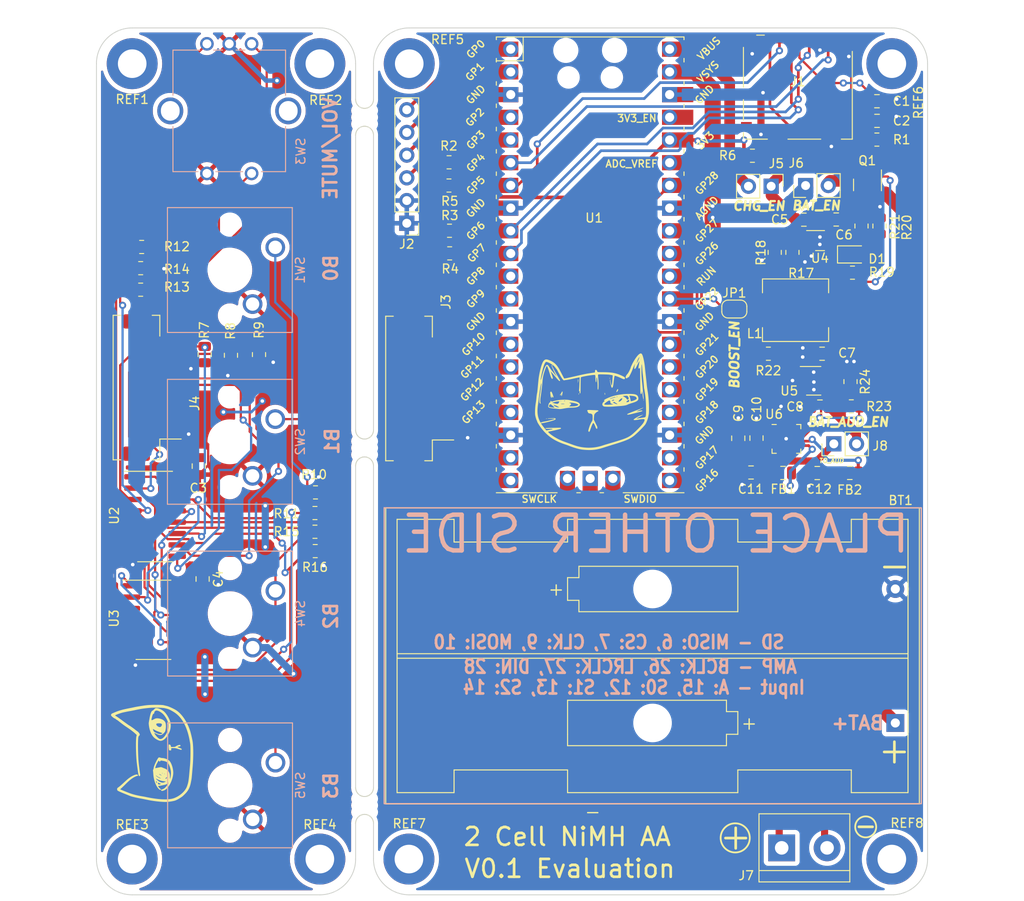
<source format=kicad_pcb>
(kicad_pcb (version 20211014) (generator pcbnew)
  (layers (0 "F.Cu" signal) (31 "B.Cu" signal) (34 "B.Paste" user) (35 "F.Paste" user) (36 "B.SilkS" user "B.Silkscreen") (37 "F.SilkS" user "F.Silkscreen") (38 "B.Mask" user) (39 "F.Mask" user) (44 "Edge.Cuts" user))
  (net 0 "")
  (net 1 "VDD")
  (net 2 "GND")
  (net 3 "+3.3V")
  (net 4 "Net-(D1-Pad1)")
  (net 5 "Net-(D1-Pad2)")
  (net 6 "Net-(FB1-Pad1)")
  (net 7 "Net-(FB2-Pad1)")
  (net 8 "SD_CS")
  (net 9 "SD_MOSI")
  (net 10 "SD_CLK")
  (net 11 "SD_MISO")
  (net 12 "GP12")
  (net 13 "GP13")
  (net 14 "GP14")
  (net 15 "B0")
  (net 16 "B2")
  (net 17 "B4")
  (net 18 "B5")
  (net 19 "B6")
  (net 20 "B1")
  (net 21 "B3")
  (net 22 "GP15")
  (net 23 "GP26")
  (net 24 "GP27")
  (net 25 "GP28")
  (net 26 "ANY")
  (net 40 "Net-(BT1-Pad1)")
  (net 41 "/Input/S0")
  (net 42 "/Input/S1")
  (net 43 "/Input/S2")
  (net 44 "/Input/A")
  (net 45 "Net-(L1-Pad2)")
  (net 46 "Net-(C5-Pad1)")
  (net 47 "/Power/OUT")
  (net 48 "Net-(C11-Pad1)")
  (net 49 "Net-(C12-Pad2)")
  (net 50 "Net-(J1-Pad1)")
  (net 51 "Net-(J1-Pad8)")
  (net 57 "Net-(J2-Pad5)")
  (net 58 "Net-(J2-Pad6)")
  (net 59 "/Input/GND_LOCAL")
  (net 60 "/Input/3.3V_LOCAL")
  (net 61 "/Power/USB_VBUS")
  (net 62 "Net-(J6-Pad2)")
  (net 63 "Net-(R17-Pad2)")
  (net 64 "Net-(R18-Pad2)")
  (net 65 "Net-(R20-Pad1)")
  (net 66 "Net-(R21-Pad1)")
  (net 67 "/Sound/SPEAKER_EN")
  (net 68 "Net-(R23-Pad2)")
  (net 69 "Net-(U3-Pad1)")
  (net 70 "Net-(J2-Pad3)")
  (net 71 "Net-(J2-Pad4)")
  (net 72 "Net-(JP1-Pad2)")
  (net 73 "/Sound/V_BOOST")
  (footprint "Capacitor_SMD:C_0805_2012Metric" (layer "F.Cu") (at 175.245 92.745 180)
    (fp_text reference "C11")
    (fp_text value "220pF")
  )
  (footprint "LED_SMD:LED_0805_2012Metric" (layer "F.Cu") (at 186.605 68.345)
    (fp_text reference "D1")
    (fp_text value "CHARGE_LED")
  )
  (footprint "Library:Ferrite-0805" (layer "F.Cu") (at 178.825 92.795 180)
    (fp_text reference "FB1")
    (fp_text value "Ferrite")
  )
  (footprint "Resistor_SMD:R_0805_2012Metric" (layer "F.Cu") (at 107.06 67.51)
    (fp_text reference "R12")
    (fp_text value "10K")
  )
  (footprint "Resistor_SMD:R_0805_2012Metric" (layer "F.Cu") (at 120.19 79.55 -90)
    (fp_text reference "R9")
    (fp_text value "2K7")
  )
  (footprint "Resistor_SMD:R_0805_2012Metric" (layer "F.Cu") (at 177.185 79.455)
    (fp_text reference "R22")
    (fp_text value "10K")
  )
  (footprint "Resistor_SMD:R_0805_2012Metric" (layer "F.Cu") (at 177.895 68.115 90)
    (fp_text reference "R18")
    (fp_text value "10K")
  )
  (footprint "MountingHole:MountingHole_3.2mm_M3_ISO7380_Pad" (layer "F.Cu") (at 106 47)
    (fp_text reference "REF1")
    (fp_text value "MountingHole_3.2mm_M3_ISO7380_Pad")
  )
  (footprint "Resistor_SMD:R_0805_2012Metric" (layer "F.Cu") (at 189.615 65.165 90)
    (fp_text reference "R20")
    (fp_text value "20K")
  )
  (footprint "TerminalBlock:TerminalBlock_bornier-2_P5.08mm" (layer "F.Cu") (at 178.675 134.745)
    (fp_text reference "J7")
    (fp_text value "Screw_Terminal_Speaker")
  )
  (footprint "Resistor_SMD:R_0805_2012Metric" (layer "F.Cu") (at 186.375 82.575 90)
    (fp_text reference "R24")
    (fp_text value "10K")
  )
  (footprint "Battery:BatteryHolder_Keystone_2462_2xAA" (layer "F.Cu") (at 191.39 120.77 180)
    (fp_text reference "BT1")
    (fp_text value "3 cell NiMH")
  )
  (footprint "Package_TO_SOT_SMD:SOT-23" (layer "F.Cu") (at 188.275 60.565 -90)
    (fp_text reference "Q1")
    (fp_text value "DMG2305UX")
  )
  (footprint "Package_SO:SOIC-16_3.9x9.9mm_P1.27mm" (layer "F.Cu") (at 108.56 97.67)
    (fp_text reference "U2")
    (fp_text value "74HC4051")
  )
  (footprint "Jumper:SolderJumper-2_P1.3mm_Bridged_RoundedPad1.0x1.5mm" (layer "F.Cu") (at 173.375 74.455)
    (fp_text reference "JP1")
    (fp_text value "Boost EN Connect")
  )
  (footprint "Capacitor_SMD:C_0805_2012Metric" (layer "F.Cu") (at 182.955 85.365 180)
    (fp_text reference "C8")
    (fp_text value "22uF")
  )
  (footprint "Resistor_SMD:R_0805_2012Metric" (layer "F.Cu") (at 189.325 55.495 180)
    (fp_text reference "R1")
    (fp_text value "47K")
  )
  (footprint "Resistor_SMD:R_0805_2012Metric" (layer "F.Cu") (at 114.11 79.55 -90)
    (fp_text reference "R7")
    (fp_text value "2K7")
  )
  (footprint "Resistor_SMD:R_0805_2012Metric" (layer "F.Cu") (at 141.505 65.695)
    (fp_text reference "R3")
    (fp_text value "47K")
  )
  (footprint "Resistor_SMD:R_0805_2012Metric" (layer "F.Cu") (at 175.4 57.3)
    (fp_text reference "R6")
    (fp_text value "47K")
  )
  (footprint "Capacitor_SMD:C_0805_2012Metric" (layer "F.Cu") (at 189.345 53.4)
    (fp_text reference "C2")
    (fp_text value "0.1uF")
  )
  (footprint "Connector_JST:JST_PH_B6B-PH-SM4-TB_1x06-1MP_P2.00mm_Vertical" (layer "F.Cu") (at 138.725 83.345 90)
    (fp_text reference "J3")
    (fp_text value "Conn_01x06_Male")
  )
  (footprint "MountingHole:MountingHole_3.2mm_M3_ISO7380_Pad" (layer "F.Cu") (at 191 47)
    (fp_text reference "REF6")
    (fp_text value "MountingHole_3.2mm_M3_ISO7380_Pad")
  )
  (footprint "Resistor_SMD:R_0805_2012Metric" (layer "F.Cu") (at 106.95 72.29)
    (fp_text reference "R13")
    (fp_text value "10K")
  )
  (footprint "Resistor_SMD:R_0805_2012Metric" (layer "F.Cu") (at 141.525 68.225)
    (fp_text reference "R4")
    (fp_text value "47K")
  )
  (footprint "Capacitor_SMD:C_0805_2012Metric" (layer "F.Cu") (at 182.655 92.805)
    (fp_text reference "C12")
    (fp_text value "220pF")
  )
  (footprint "Package_SON:WSON-8-1EP_2x2mm_P0.5mm_EP0.9x1.6mm" (layer "F.Cu") (at 182.965 66.795)
    (fp_text reference "U4")
    (fp_text value "BQ25172")
  )
  (footprint "Resistor_SMD:R_0805_2012Metric" (layer "F.Cu") (at 179.875 68.115 90)
    (fp_text reference "R17")
    (fp_text value "1K")
  )
  (footprint "Connector_PinHeader_2.54mm:PinHeader_1x02_P2.54mm_Vertical" (layer "F.Cu") (at 181.35 60.635 90)
    (fp_text reference "J6")
    (fp_text value "Conn_01x02_Male")
  )
  (footprint "Resistor_SMD:R_0805_2012Metric" (layer "F.Cu") (at 141.445 60.635)
    (fp_text reference "R5")
    (fp_text value "47K")
  )
  (footprint "MountingHole:MountingHole_3.2mm_M3_ISO7380_Pad" (layer "F.Cu") (at 127 47)
    (fp_text reference "REF2")
    (fp_text value "MountingHole_3.2mm_M3_ISO7380_Pad")
  )
  (footprint "Capacitor_SMD:C_0805_2012Metric" (layer "F.Cu") (at 175.855 88.895 90)
    (fp_text reference "C10")
    (fp_text value "0.1uF")
  )
  (footprint "Connector_Card:microSD_HC_Molex_104031-0811" (layer "F.Cu") (at 180.465 49.625)
    (fp_text reference "J1")
    (fp_text value "Micro_SD_Card_Det")
  )
  (footprint "Resistor_SMD:R_0805_2012Metric" (layer "F.Cu") (at 126.45 99.375)
    (fp_text reference "R15")
    (fp_text value "10K")
  )
  (footprint "Resistor_SMD:R_0805_2012Metric" (layer "F.Cu") (at 106.95 69.88)
    (fp_text reference "R14")
    (fp_text value "10K")
  )
  (footprint "Connector_PinHeader_2.54mm:PinHeader_1x02_P2.54mm_Vertical" (layer "F.Cu") (at 184.51 89.54 90)
    (fp_text reference "J8")
    (fp_text value "Conn_01x02_Male")
  )
  (footprint "Library:Ferrite-0805" (layer "F.Cu") (at 186.295 92.795 180)
    (fp_text reference "FB2")
    (fp_text value "Ferrite")
  )
  (footprint "Inductor_SMD:L_Sunlord_MWSA06xxS" (layer "F.Cu") (at 180.225 74.585 180)
    (fp_text reference "L1")
    (fp_text value "2.2uH")
  )
  (footprint "Connector_PinHeader_2.54mm:PinHeader_1x06_P2.54mm_Vertical" (layer "F.Cu") (at 136.725 64.855 180)
    (fp_text reference "J2")
    (fp_text value "Conn_01x06")
  )
  (footprint "Library:RPI_PICO_smd" (layer "F.Cu") (at 157.26 65.59)
    (fp_text reference "U1")
    (fp_text value "Pico")
  )
  (footprint "Resistor_SMD:R_0805_2012Metric" (layer "F.Cu") (at 141.455 58.035)
    (fp_text reference "R2")
    (fp_text value "47K")
  )
  (footprint "MountingHole:MountingHole_3.2mm_M3_ISO7380_Pad" (layer "F.Cu") (at 127 136)
    (fp_text reference "REF4")
    (fp_text value "MountingHole_3.2mm_M3_ISO7380_Pad")
  )
  (footprint "Package_SO:TSOP-6_1.65x3.05mm_P0.95mm" (layer "F.Cu") (at 182.255 82.485)
    (fp_text reference "U5")
    (fp_text value "TLV61070A")
  )
  (footprint "Library:mouse-bite-2mm-slot" (layer "F.Cu") (at 132 90 90)
    (fp_text reference "mouse-bite-2mm-slot" hide)
    (fp_text value "VAL1" hide)
  )
  (footprint "MountingHole:MountingHole_3.2mm_M3_ISO7380_Pad" (layer "F.Cu") (at 106 136)
    (fp_text reference "REF3")
    (fp_text value "MountingHole_3.2mm_M3_ISO7380_Pad")
  )
  (footprint "Resistor_SMD:R_0805_2012Metric" (layer "F.Cu") (at 117.05 79.63 -90)
    (fp_text reference "R8")
    (fp_text value "2K7")
  )
  (footprint "MountingHole:MountingHole_3.2mm_M3_ISO7380_Pad" (layer "F.Cu") (at 137 47)
    (fp_text reference "REF5")
    (fp_text value "MountingHole_3.2mm_M3_ISO7380_Pad")
  )
  (footprint "Library:mouse-bite-2mm-slot" (layer "F.Cu") (at 132 53 90)
    (fp_text reference "mouse-bite-2mm-slot" hide)
    (fp_text value "VAL2" hide)
  )
  (footprint "Capacitor_SMD:C_0805_2012Metric" (layer "F.Cu") (at 183.195 79.455 180)
    (fp_text reference "C7")
    (fp_text value "10uF")
  )
  (footprint "Resistor_SMD:R_0805_2012Metric" (layer "F.Cu") (at 126.51 94.97)
    (fp_text reference "R10")
    (fp_text value "10K")
  )
  (footprint "Capacitor_SMD:C_0805_2012Metric" (layer "F.Cu") (at 113.88 104.66 -90)
    (fp_text reference "C4")
    (fp_text value "0.1uF")
  )
  (footprint "Resistor_SMD:R_0805_2012Metric" (layer "F.Cu") (at 186.465 85.345)
    (fp_text reference "R23")
    (fp_text value "90.9K")
  )
  (footprint "Library:mouse-bite-2mm-slot" (layer "F.Cu") (at 132 130 90)
    (fp_text reference "mouse-bite-2mm-slot" hide)
    (fp_text value "VAL3" hide)
  )
  (footprint "Capacitor_SMD:C_0805_2012Metric" (layer "F.Cu") (at 181.155 64.455)
    (fp_text reference "C5")
    (fp_text value "10uF")
  )
  (footprint "Package_SO:SOIC-14_3.9x8.7mm_P1.27mm" (layer "F.Cu") (at 108.38 109.23)
    (fp_text reference "U3")
    (fp_text value "4072")
  )
  (footprint "Resistor_SMD:R_0805_2012Metric" (layer "F.Cu") (at 186.595 70.385)
    (fp_text reference "R19")
    (fp_text value "1K")
  )
  (footprint "Connector_PinHeader_2.54mm:PinHeader_1x02_P2.54mm_Vertical" (layer "F.Cu") (at 177.495 60.715 -90)
    (fp_text reference "J5")
    (fp_text value "Conn_01x02_Male")
  )
  (footprint "Capacitor_SMD:C_0805_2012Metric" (layer "F.Cu") (at 113.45 92.03 90)
    (fp_text reference "C3")
    (fp_text value "0.1uF")
  )
  (footprint "Resistor_SMD:R_0805_2012Metric" (layer "F.Cu") (at 126.48 101.54)
    (fp_text reference "R16")
    (fp_text value "10K")
  )
  (footprint "Capacitor_SMD:C_0805_2012Metric" (layer "F.Cu") (at 189.335 51.2)
    (fp_text reference "C1")
    (fp_text value "10uF")
  )
  (footprint "Capacitor_SMD:C_0805_2012Metric" (layer "F.Cu") (at 184.775 64.435 180)
    (fp_text reference "C6")
    (fp_text value "10uF")
  )
  (footprint "Connector_JST:JST_PH_B6B-PH-SM4-TB_1x06-1MP_P2.00mm_Vertical" (layer "F.Cu") (at 108.23 83.24 90)
    (fp_text reference "J4")
    (fp_text value "Conn_01x06_Male")
  )
  (footprint "Resistor_SMD:R_0805_2012Metric" (layer "F.Cu") (at 187.605 65.165 90)
    (fp_text reference "R21")
    (fp_text value "20K")
  )
  (footprint "Capacitor_SMD:C_0805_2012Metric" (layer "F.Cu") (at 173.815 88.915 90)
    (fp_text reference "C9")
    (fp_text value "10uF")
  )
  (footprint "MountingHole:MountingHole_3.2mm_M3_ISO7380_Pad" (layer "F.Cu") (at 136.965 136)
    (fp_text reference "REF7")
    (fp_text value "MountingHole_3.2mm_M3_ISO7380_Pad")
  )
  (footprint "Package_DFN_QFN:TQFN-16-1EP_3x3mm_P0.5mm_EP1.6x1.6mm" (layer "F.Cu") (at 179.205 88.985)
    (fp_text reference "U6")
    (fp_text value "MAX98357")
  )
  (footprint "MountingHole:MountingHole_3.2mm_M3_ISO7380_Pad" (layer "F.Cu") (at 191 136)
    (fp_text reference "REF8")
    (fp_text value "MountingHole_3.2mm_M3_ISO7380_Pad")
  )
  (footprint "Resistor_SMD:R_0805_2012Metric" (layer "F.Cu") (at 126.45 97.28)
    (fp_text reference "R11")
    (fp_text value "10K")
  )
  (footprint "Button_Switch_Keyboard:SW_Cherry_MX_1.00u_PCB" (layer "B.Cu") (at 122.03 105.99 90)
    (fp_text reference "SW4")
    (fp_text value "SW_Keyboard")
  )
  (footprint "Button_Switch_Keyboard:SW_Cherry_MX_1.00u_PCB" (layer "B.Cu") (at 122.01 86.77 90)
    (fp_text reference "SW2")
    (fp_text value "SW_Keyboard")
  )
  (footprint "Button_Switch_Keyboard:SW_Cherry_MX_1.00u_PCB" (layer "B.Cu") (at 122.03 125.21 90)
    (fp_text reference "SW5")
    (fp_text value "SW_Keyboard")
  )
  (footprint "Button_Switch_Keyboard:SW_Cherry_MX_1.00u_PCB" (layer "B.Cu") (at 122.01 67.55 90)
    (fp_text reference "SW1")
    (fp_text value "SW_Keyboard")
  )
  (footprint "Rotary_Encoder:RotaryEncoder_Bourns_Vertical_PEC12R-3xxxF-Sxxxx" (layer "B.Cu") (at 114.36 44.78 -90)
    (fp_text reference "SW3")
    (fp_text value "RotEncoder_S")
  )
  (gr_rect (start 134.2 96.7) (end 194.3 129.8) (layer "B.SilkS") (width 0.15) (fill none))
  (gr_circle (center 188.075 132.4) (end 186.9 132.425) (layer "F.SilkS") (width 0.2) (fill none))
  (gr_poly (pts (xy 155.881591 82.309266) (xy 155.882496 82.309488) (xy 155.883432 82.309879) (xy 155.885396 82.311164) (xy 155.887486 82.313109) (xy 155.889706 82.315702) (xy 155.892058 82.318932) (xy 155.894544 82.322788) (xy 155.897167 82.327258) (xy 155.89993 82.332329) (xy 155.902834 82.337991) (xy 155.907175 82.348206) (xy 155.910937 82.35902) (xy 155.914121 82.370454) (xy 155.916725 82.382529) (xy 155.918751 82.395265) (xy 155.920198 82.408684) (xy 155.921066 82.422806) (xy 155.921355 82.43765) (xy 155.921066 82.453239) (xy 155.920198 82.469593) (xy 155.918751 82.486733) (xy 155.916725 82.504678) (xy 155.914121 82.523451) (xy 155.910937 82.54307) (xy 155.907175 82.563558) (xy 155.902834 82.584935) (xy 155.867556 82.754269) (xy 155.867556 82.507324) (xy 155.867022 82.472169) (xy 155.866757 82.440723) (xy 155.866781 82.412896) (xy 155.867116 82.388592) (xy 155.86778 82.36772) (xy 155.868243 82.358542) (xy 155.868797 82.350186) (xy 155.869443 82.342642) (xy 155.870185 82.335898) (xy 155.871025 82.329941) (xy 155.871966 82.324762) (xy 155.873011 82.320346) (xy 155.874161 82.316684) (xy 155.87542 82.313764) (xy 155.876789 82.311574) (xy 155.877517 82.310749) (xy 155.878273 82.310102) (xy 155.879058 82.309631) (xy 155.879873 82.309336) (xy 155.880717 82.309215)) (layer "F.SilkS") (width 0) (fill solid))
  (gr_poly (pts (xy 160.346477 83.409953) (xy 160.350876 83.411817) (xy 160.354977 83.414664) (xy 160.358764 83.418501) (xy 160.362221 83.423334) (xy 160.365332 83.429169) (xy 160.36808 83.436013) (xy 160.37045 83.443873) (xy 160.372425 83.452755) (xy 160.37399 83.462665) (xy 160.375127 83.47361) (xy 160.375821 83.485596) (xy 160.376056 83.49863) (xy 160.37559 83.507208) (xy 160.374224 83.516363) (xy 160.372013 83.526033) (xy 160.369008 83.536154) (xy 160.365261 83.546662) (xy 160.360825 83.557494) (xy 160.355752 83.568588) (xy 160.350094 83.579879) (xy 160.337234 83.602801) (xy 160.322664 83.625754) (xy 160.306802 83.648231) (xy 160.290067 83.669727) (xy 160.272877 83.689734) (xy 160.25565 83.707747) (xy 160.247154 83.715847) (xy 160.238806 83.723258) (xy 160.230659 83.729918) (xy 160.222764 83.735762) (xy 160.215173 83.740728) (xy 160.20794 83.744752) (xy 160.201117 83.747771) (xy 160.194755 83.749722) (xy 160.188908 83.750541) (xy 160.183627 83.750165) (xy 160.178965 83.74853) (xy 160.174974 83.745574) (xy 160.174074 83.744387) (xy 160.173357 83.742818) (xy 160.172459 83.738574) (xy 160.172253 83.732924) (xy 160.172714 83.725951) (xy 160.173815 83.717738) (xy 160.175532 83.708367) (xy 160.180706 83.686484) (xy 160.18803 83.660962) (xy 160.197298 83.632465) (xy 160.208301 83.601652) (xy 160.220835 83.569185) (xy 160.227798 83.552743) (xy 160.234786 83.537154) (xy 160.241784 83.522426) (xy 160.248774 83.508565) (xy 160.255741 83.495578) (xy 160.262669 83.48347) (xy 160.269541 83.472248) (xy 160.276342 83.461919) (xy 160.283054 83.452489) (xy 160.289663 83.443965) (xy 160.296152 83.436352) (xy 160.302504 83.429659) (xy 160.308704 83.42389) (xy 160.314735 83.419053) (xy 160.320581 83.415154) (xy 160.326227 83.412199) (xy 160.331655 83.410195) (xy 160.33685 83.409149) (xy 160.341796 83.409066)) (layer "F.SilkS") (width 0) (fill solid))
  (gr_poly (pts (xy 154.133654 83.678105) (xy 154.138115 83.679237) (xy 154.142228 83.68147) (xy 154.145975 83.684804) (xy 154.149336 83.689233) (xy 154.152294 83.694755) (xy 154.154831 83.701368) (xy 154.156928 83.709066) (xy 154.158569 83.717848) (xy 154.159733 83.72771) (xy 154.160405 83.738649) (xy 154.160565 83.750661) (xy 154.160195 83.763744) (xy 154.159277 83.777893) (xy 154.157793 83.793107) (xy 154.155726 83.809381) (xy 154.153056 83.826713) (xy 154.145584 83.871372) (xy 154.13776 83.913943) (xy 154.129647 83.95424) (xy 154.121306 83.992078) (xy 154.1128 84.027269) (xy 154.104191 84.059629) (xy 154.095541 84.088971) (xy 154.086911 84.115109) (xy 154.078363 84.137857) (xy 154.07414 84.147901) (xy 154.069961 84.157029) (xy 154.065833 84.165216) (xy 154.061765 84.172439) (xy 154.057764 84.178675) (xy 154.053838 84.1839) (xy 154.049994 84.188093) (xy 154.046241 84.191228) (xy 154.042586 84.193283) (xy 154.039037 84.194236) (xy 154.035602 84.194061) (xy 154.032288 84.192737) (xy 154.029104 84.19024) (xy 154.026056 84.186546) (xy 154.023534 84.181636) (xy 154.021261 84.176204) (xy 154.019235 84.170307) (xy 154.017457 84.164002) (xy 154.015928 84.157345) (xy 154.014646 84.150393) (xy 154.013613 84.143204) (xy 154.012827 84.135835) (xy 154.01229 84.128341) (xy 154.012 84.12078) (xy 154.011959 84.113208) (xy 154.012166 84.105683) (xy 154.012621 84.098262) (xy 154.013323 84.091) (xy 154.014274 84.083956) (xy 154.015473 84.077185) (xy 154.016404 84.073869) (xy 154.017212 84.070537) (xy 154.0179 84.067197) (xy 154.01847 84.063853) (xy 154.018924 84.060512) (xy 154.019264 84.057179) (xy 154.019491 84.05386) (xy 154.019607 84.050562) (xy 154.019615 84.047289) (xy 154.019517 84.044048) (xy 154.019314 84.040844) (xy 154.019008 84.037684) (xy 154.018601 84.034573) (xy 154.018096 84.031516) (xy 154.017493 84.028521) (xy 154.016796 84.025592) (xy 154.016006 84.022735) (xy 154.015124 84.019956) (xy 154.014154 84.017262) (xy 154.013096 84.014657) (xy 154.011953 84.012148) (xy 154.010727 84.00974) (xy 154.009419 84.007439) (xy 154.008032 84.005252) (xy 154.006567 84.003183) (xy 154.005027 84.001239) (xy 154.003413 83.999425) (xy 154.001727 83.997748) (xy 153.999972 83.996213) (xy 153.998149 83.994826) (xy 153.99626 83.993592) (xy 153.994307 83.992518) (xy 153.992023 83.991288) (xy 153.989801 83.990243) (xy 153.987643 83.989381) (xy 153.985549 83.988701) (xy 153.98352 83.988202) (xy 153.981555 83.987883) (xy 153.979657 83.987742) (xy 153.977825 83.987778) (xy 153.976061 83.98799) (xy 153.974364 83.988376) (xy 153.972735 83.988935) (xy 153.971176 83.989666) (xy 153.969687 83.990568) (xy 153.968268 83.991638) (xy 153.96692 83.992877) (xy 153.965643 83.994282) (xy 153.964439 83.995853) (xy 153.963308 83.997588) (xy 153.962251 83.999486) (xy 153.961268 84.001545) (xy 153.96036 84.003764) (xy 153.959527 84.006142) (xy 153.958092 84.01137) (xy 153.956966 84.017218) (xy 153.956155 84.023676) (xy 153.955665 84.030733) (xy 153.955501 84.03838) (xy 153.955439 84.042317) (xy 153.955256 84.046188) (xy 153.954954 84.049989) (xy 153.954536 84.053717) (xy 153.954004 84.057367) (xy 153.953361 84.060936) (xy 153.95261 84.06442) (xy 153.951753 84.067814) (xy 153.950792 84.071116) (xy 153.94973 84.074321) (xy 153.948571 84.077424) (xy 153.947315 84.080424) (xy 153.945967 84.083314) (xy 153.944528 84.086092) (xy 153.943002 84.088754) (xy 153.94139 84.091296) (xy 153.939695 84.093714) (xy 153.93792 84.096004) (xy 153.936068 84.098162) (xy 153.934141 84.100185) (xy 153.932142 84.102068) (xy 153.930073 84.103807) (xy 153.927936 84.1054) (xy 153.925735 84.106841) (xy 153.923472 84.108127) (xy 153.92115 84.109254) (xy 153.91877 84.110218) (xy 153.916337 84.111016) (xy 153.913852 84.111643) (xy 153.911317 84.112096) (xy 153.908737 84.112371) (xy 153.906112 84.112463) (xy 153.903197 84.112391) (xy 153.900407 84.112175) (xy 153.89774 84.111815) (xy 153.895198 84.111313) (xy 153.892779 84.110668) (xy 153.890485 84.109882) (xy 153.888315 84.108955) (xy 153.886268 84.107888) (xy 153.884346 84.106682) (xy 153.882548 84.105336) (xy 153.880873 84.103853) (xy 153.879323 84.102231) (xy 153.877897 84.100473) (xy 153.876594 84.098579) (xy 153.875416 84.096549) (xy 153.874362 84.094383) (xy 153.873432 84.092084) (xy 153.872626 84.089651) (xy 153.871944 84.087084) (xy 153.871386 84.084386) (xy 153.870641 84.078594) (xy 153.870393 84.07228) (xy 153.870641 84.065449) (xy 153.871386 84.058107) (xy 153.872626 84.050258) (xy 153.874362 84.041908) (xy 153.875395 84.038291) (xy 153.876507 84.03472) (xy 153.877693 84.0312) (xy 153.878951 84.027735) (xy 153.881664 84.020986) (xy 153.884615 84.014512) (xy 153.887772 84.008348) (xy 153.891105 84.00253) (xy 153.894583 83.997095) (xy 153.898175 83.992078) (xy 153.900003 83.989737) (xy 153.901849 83.987515) (xy 153.903707 83.985416) (xy 153.905575 83.983444) (xy 153.907447 83.981604) (xy 153.909321 83.9799) (xy 153.911193 83.978337) (xy 153.913058 83.976919) (xy 153.914912 83.975651) (xy 153.916752 83.974538) (xy 153.918575 83.973583) (xy 153.920375 83.972792) (xy 153.922149 83.972169) (xy 153.923894 83.971718) (xy 153.925605 83.971444) (xy 153.927279 83.971352) (xy 153.929014 83.971147) (xy 153.930908 83.970538) (xy 153.935147 83.968148) (xy 153.939945 83.964259) (xy 153.945248 83.95895) (xy 153.951007 83.952296) (xy 153.957168 83.944377) (xy 153.963681 83.935269) (xy 153.970494 83.92505) (xy 153.977555 83.913797) (xy 153.984812 83.901589) (xy 153.999708 83.874614) (xy 154.01477 83.844745) (xy 154.029584 83.812602) (xy 154.037167 83.795652) (xy 154.044691 83.779856) (xy 154.052137 83.765211) (xy 154.059488 83.751713) (xy 154.066724 83.739361) (xy 154.07383 83.72815) (xy 154.080785 83.718077) (xy 154.087572 83.709139) (xy 154.094173 83.701333) (xy 154.10057 83.694655) (xy 154.106745 83.689102) (xy 154.11268 83.684672) (xy 154.118356 83.68136) (xy 154.123756 83.679164) (xy 154.128861 83.67808)) (layer "F.SilkS") (width 0) (fill solid))
  (gr_poly (pts (xy 107.850872 120.79104) (xy 107.856348 120.736457) (xy 107.86733 120.660741) (xy 107.884972 120.555185) (xy 107.944851 120.219726) (xy 107.961882 120.129076) (xy 107.979596 120.042962) (xy 107.997934 119.961525) (xy 108.016834 119.884912) (xy 108.036237 119.813266) (xy 108.056081 119.746731) (xy 108.076307 119.685452) (xy 108.096854 119.629573) (xy 108.117661 119.579237) (xy 108.138668 119.534589) (xy 108.149228 119.514444) (xy 108.159815 119.495774) (xy 108.170422 119.478598) (xy 108.181041 119.462935) (xy 108.191665 119.448802) (xy 108.202285 119.436216) (xy 108.212896 119.425197) (xy 108.223488 119.415763) (xy 108.234055 119.40793) (xy 108.244588 119.401718) (xy 108.255081 119.397144) (xy 108.265526 119.394226) (xy 108.272095 119.392341) (xy 108.279832 119.389116) (xy 108.288638 119.384627) (xy 108.298417 119.378946) (xy 108.30907 119.37215) (xy 108.320499 119.364311) (xy 108.332608 119.355506) (xy 108.345298 119.345807) (xy 108.358471 119.33529) (xy 108.372031 119.324029) (xy 108.385879 119.312098) (xy 108.399918 119.299571) (xy 108.414049 119.286524) (xy 108.428176 119.27303) (xy 108.442201 119.259165) (xy 108.456026 119.245001) (xy 108.476005 119.22355) (xy 108.494417 119.204359) (xy 108.51148 119.187307) (xy 108.527414 119.172274) (xy 108.542435 119.159138) (xy 108.556764 119.147779) (xy 108.570618 119.138076) (xy 108.577435 119.133807) (xy 108.584216 119.129907) (xy 108.590988 119.126361) (xy 108.597778 119.123153) (xy 108.604613 119.120268) (xy 108.61152 119.117691) (xy 108.618528 119.115407) (xy 108.625663 119.113401) (xy 108.640424 119.110163) (xy 108.656022 119.107854) (xy 108.672676 119.106355) (xy 108.690604 119.105544) (xy 108.710026 119.105301) (xy 108.755895 119.107384) (xy 108.805071 119.11348) (xy 108.857066 119.123363) (xy 108.91139 119.136803) (xy 108.967557 119.153573) (xy 109.025077 119.173445) (xy 109.083461 119.196192) (xy 109.142223 119.221585) (xy 109.200873 119.249396) (xy 109.258923 119.279398) (xy 109.315884 119.311363) (xy 109.371269 119.345062) (xy 109.424589 119.380269) (xy 109.475356 119.416754) (xy 109.523081 119.45429) (xy 109.567276 119.49265) (xy 109.627484 119.551464) (xy 109.687585 119.616686) (xy 109.747174 119.687583) (xy 109.805847 119.763419) (xy 109.8632 119.843459) (xy 109.918826 119.926968) (xy 109.972323 120.013213) (xy 110.023285 120.101457) (xy 110.071308 120.190966) (xy 110.115987 120.281006) (xy 110.156917 120.370841) (xy 110.193693 120.459736) (xy 110.225912 120.546957) (xy 110.253169 120.631769) (xy 110.275058 120.713437) (xy 110.291176 120.791226) (xy 110.30469 120.892327) (xy 110.311925 120.994302) (xy 110.312928 121.096984) (xy 110.307745 121.200206) (xy 110.296424 121.303799) (xy 110.279009 121.407598) (xy 110.255549 121.511433) (xy 110.226088 121.615138) (xy 110.190675 121.718546) (xy 110.149355 121.821488) (xy 110.102175 121.923798) (xy 110.049181 122.025309) (xy 109.99042 122.125851) (xy 109.925939 122.225259) (xy 109.855784 122.323365) (xy 109.78 122.42) (xy 109.744516 122.46163) (xy 109.708352 122.500771) (xy 109.671575 122.537391) (xy 109.634248 122.571458) (xy 109.596438 122.602939) (xy 109.55821 122.631802) (xy 109.519628 122.658013) (xy 109.480757 122.681541) (xy 109.441664 122.702353) (xy 109.402412 122.720417) (xy 109.363067 122.735699) (xy 109.323694 122.748167) (xy 109.284359 122.757789) (xy 109.245125 122.764532) (xy 109.20606 122.768363) (xy 109.167226 122.769251) (xy 109.164051 122.769012) (xy 109.164051 122.566051) (xy 109.184978 122.565318) (xy 109.206079 122.563128) (xy 109.227343 122.559495) (xy 109.248759 122.55443) (xy 109.291996 122.540057) (xy 109.335699 122.520112) (xy 109.379774 122.494699) (xy 109.424128 122.463917) (xy 109.468668 122.427872) (xy 109.513301 122.386663) (xy 109.557934 122.340395) (xy 109.602474 122.289169) (xy 109.646828 122.233087) (xy 109.690902 122.172252) (xy 109.734605 122.106766) (xy 109.777843 122.036731) (xy 109.820523 121.962251) (xy 109.862551 121.883426) (xy 109.92018 121.760168) (xy 109.968033 121.637928) (xy 110.006082 121.516534) (xy 110.034298 121.395815) (xy 110.052655 121.275599) (xy 110.061125 121.155712) (xy 110.059678 121.035984) (xy 110.048288 120.916241) (xy 110.026927 120.796313) (xy 109.995566 120.676026) (xy 109.954178 120.55521) (xy 109.902734 120.433691) (xy 109.841208 120.311297) (xy 109.769571 120.187857) (xy 109.687794 120.063199) (xy 109.595851 119.93715) (xy 109.552177 119.88232) (xy 109.504824 119.82876) (xy 109.454281 119.776772) (xy 109.401035 119.726658) (xy 109.345576 119.678721) (xy 109.288391 119.633262) (xy 109.229969 119.590585) (xy 109.170798 119.550991) (xy 109.111367 119.514783) (xy 109.052163 119.482264) (xy 108.993676 119.453734) (xy 108.936394 119.429498) (xy 108.880804 119.409856) (xy 108.827396 119.395112) (xy 108.776657 119.385568) (xy 108.752441 119.38284) (xy 108.729076 119.381525) (xy 108.716876 119.381605) (xy 108.7047 119.382424) (xy 108.692572 119.383958) (xy 108.680515 119.386183) (xy 108.668553 119.389075) (xy 108.656711 119.392611) (xy 108.645011 119.396767) (xy 108.633479 119.401518) (xy 108.622137 119.406842) (xy 108.61101 119.412714) (xy 108.600121 119.41911) (xy 108.589494 119.426007) (xy 108.579153 119.43338) (xy 108.569122 119.441207) (xy 108.559425 119.449462) (xy 108.550085 119.458123) (xy 108.541127 119.467165) (xy 108.532574 119.476564) (xy 108.52445 119.486298) (xy 108.516779 119.496341) (xy 108.509585 119.50667) (xy 108.502891 119.517261) (xy 108.496721 119.528091) (xy 108.4911 119.539135) (xy 108.486051 119.55037) (xy 108.481597 119.561772) (xy 108.477764 119.573316) (xy 108.474574 119.58498) (xy 108.472051 119.596739) (xy 108.47022 119.60857) (xy 108.469104 119.620449) (xy 108.468726 119.632351) (xy 108.468652 119.637346) (xy 108.468429 119.642214) (xy 108.468056 119.646956) (xy 108.467536 119.651574) (xy 108.466866 119.656072) (xy 108.466047 119.660451) (xy 108.46508 119.664714) (xy 108.463964 119.668863) (xy 108.462699 119.6729) (xy 108.461285 119.676829) (xy 108.459722 119.68065) (xy 108.45801 119.684366) (xy 108.45615 119.68798) (xy 108.454141 119.691494) (xy 108.451983 119.694911) (xy 108.449676 119.698232) (xy 108.44722 119.70146) (xy 108.444616 119.704597) (xy 108.441862 119.707647) (xy 108.43896 119.71061) (xy 108.435909 119.713489) (xy 108.432709 119.716287) (xy 108.425863 119.721648) (xy 108.418422 119.726711) (xy 108.410385 119.731495) (xy 108.401753 119.736019) (xy 108.392526 119.740301) (xy 108.378523 119.746731) (xy 108.365042 119.755426) (xy 108.352007 119.766567) (xy 108.339345 119.780336) (xy 108.326979 119.796914) (xy 108.314838 119.816482) (xy 108.302844 119.839223) (xy 108.290926 119.865317) (xy 108.279007 119.894945) (xy 108.267014 119.92829) (xy 108.254872 119.965532) (xy 108.242507 120.006852) (xy 108.21681 120.102456) (xy 108.189326 120.216551) (xy 108.18051 120.254001) (xy 108.173122 120.287852) (xy 108.169968 120.303465) (xy 108.167176 120.318224) (xy 108.164748 120.332143) (xy 108.162686 120.345238) (xy 108.160991 120.357523) (xy 108.159665 120.369015) (xy 108.15871 120.379727) (xy 108.158128 120.389675) (xy 108.15792 120.398875) (xy 108.158088 120.407341) (xy 108.158634 120.415088) (xy 108.15956 120.422132) (xy 108.160867 120.428488) (xy 108.162558 120.43417) (xy 108.164633 120.439194) (xy 108.167095 120.443576) (xy 108.169945 120.447329) (xy 108.173185 120.45047) (xy 108.176817 120.453013) (xy 108.180843 120.454973) (xy 108.185264 120.456367) (xy 108.190082 120.457207) (xy 108.195298 120.457511) (xy 108.200916 120.457293) (xy 108.206936 120.456567) (xy 108.213359 120.45535) (xy 108.220189 120.453657) (xy 108.227426 120.451501) (xy 108.235295 120.449242) (xy 108.244541 120.446075) (xy 108.266716 120.437263) (xy 108.293059 120.425549) (xy 108.322676 120.411417) (xy 108.354674 120.395349) (xy 108.38816 120.377831) (xy 108.422242 120.359345) (xy 108.456026 120.340376) (xy 108.489734 120.322328) (xy 108.523135 120.306275) (xy 108.556443 120.292204) (xy 108.589872 120.2801) (xy 108.623636 120.26995) (xy 108.657948 120.261739) (xy 108.693024 120.255453) (xy 108.729076 120.251079) (xy 108.766319 120.248602) (xy 108.804966 120.248009) (xy 108.845232 120.249286) (xy 108.88733 120.252418) (xy 108.931474 120.257393) (xy 108.977879 120.264195) (xy 109.026758 120.27281) (xy 109.078326 120.283226) (xy 109.143611 120.298767) (xy 109.206064 120.316768) (xy 109.265605 120.33716) (xy 109.322156 120.359873) (xy 109.375637 120.384836) (xy 109.42597 120.411981) (xy 109.44993 120.426349) (xy 109.473074 120.441237) (xy 109.495392 120.456635) (xy 109.516873 120.472535) (xy 109.537507 120.488928) (xy 109.557285 120.505805) (xy 109.576197 120.523158) (xy 109.594232 120.540977) (xy 109.611382 120.559255) (xy 109.627636 120.577982) (xy 109.642984 120.59715) (xy 109.657416 120.61675) (xy 109.670923 120.636772) (xy 109.683494 120.65721) (xy 109.695121 120.678053) (xy 109.705792 120.699293) (xy 109.715498 120.720922) (xy 109.724229 120.74293) (xy 109.731975 120.765309) (xy 109.738726 120.788051) (xy 109.752025 120.847074) (xy 109.762222 120.911528) (xy 109.769415 120.980374) (xy 109.773701 121.052568) (xy 109.775177 121.127069) (xy 109.773942 121.202835) (xy 109.770094 121.278824) (xy 109.763729 121.353995) (xy 109.754946 121.427305) (xy 109.743842 121.497713) (xy 109.730515 121.564177) (xy 109.715062 121.625656) (xy 109.697582 121.681106) (xy 109.678171 121.729488) (xy 109.656929 121.769758) (xy 109.64565 121.786526) (xy 109.633951 121.800876) (xy 109.57464 121.86657) (xy 109.518882 121.924447) (xy 109.465989 121.974649) (xy 109.415273 122.017322) (xy 109.390516 122.035879) (xy 109.366045 122.052609) (xy 109.341774 122.067528) (xy 109.317617 122.080654) (xy 109.293488 122.092007) (xy 109.2693 122.101603) (xy 109.244969 122.109461) (xy 109.220407 122.115598) (xy 109.195529 122.120033) (xy 109.170249 122.122784) (xy 109.14448 122.123869) (xy 109.118137 122.123306) (xy 109.114516 122.123012) (xy 109.114516 122.020367) (xy 109.131091 122.020338) (xy 109.147305 122.01967) (xy 109.163179 122.018365) (xy 109.178735 122.016429) (xy 109.193994 122.013865) (xy 109.208975 122.010677) (xy 109.223701 122.006869) (xy 109.238192 122.002445) (xy 109.252469 121.99741) (xy 109.266553 121.991768) (xy 109.294226 121.978676) (xy 109.399001 121.9247) (xy 109.259301 121.861201) (xy 109.226962 121.847) (xy 109.188111 121.830939) (xy 109.096979 121.795319) (xy 109.084774 121.790775) (xy 109.084774 121.230057) (xy 109.09782 121.229431) (xy 109.11062 121.228013) (xy 109.123173 121.225804) (xy 109.135474 121.222804) (xy 109.147521 121.219014) (xy 109.159311 121.214435) (xy 109.170841 121.209067) (xy 109.182108 121.20291) (xy 109.19311 121.195966) (xy 109.203843 121.188235) (xy 109.214305 121.179717) (xy 109.224492 121.170413) (xy 109.234402 121.160323) (xy 109.244032 121.149449) (xy 109.253379 121.137791) (xy 109.262439 121.125348) (xy 109.271211 121.112123) (xy 109.279691 121.098115) (xy 109.287876 121.083326) (xy 109.293029 121.07355) (xy 109.297775 121.063874) (xy 109.302113 121.054302) (xy 109.306045 121.044841) (xy 109.309573 121.035496) (xy 109.312698 121.026273) (xy 109.31542 121.017178) (xy 109.317741 121.008217) (xy 109.319662 120.999395) (xy 109.321184 120.990719) (xy 109.322308 120.982194) (xy 109.323037 120.973825) (xy 109.323369 120.96562) (xy 109.323308 120.957583) (xy 109.322853 120.94972) (xy 109.322007 120.942038) (xy 109.32077 120.934542) (xy 109.319144 120.927238) (xy 109.317129 120.920131) (xy 109.314727 120.913228) (xy 109.311939 120.906534) (xy 109.308766 120.900055) (xy 109.30521 120.893797) (xy 109.301271 120.887766) (xy 109.29695 120.881967) (xy 109.29225 120.876407) (xy 109.28717 120.87109) (xy 109.281712 120.866024) (xy 109.275878 120.861214) (xy 109.269668 120.856665) (xy 109.263084 120.852384) (xy 109.256126 120.848376) (xy 109.239057 120.840976) (xy 109.217946 120.834275) (xy 109.193291 120.828298) (xy 109.165589 120.823075) (xy 109.135339 120.818634) (xy 109.103038 120.815001) (xy 109.069183 120.812206) (xy 109.034273 120.810276) (xy 108.998805 120.809239) (xy 108.963276 120.809122) (xy 108.928184 120.809955) (xy 108.894027 120.811764) (xy 108.861303 120.814578) (xy 108.830508 120.818424) (xy 108.802142 120.823331) (xy 108.776701 120.829326) (xy 108.763314 120.833562) (xy 108.751126 120.838512) (xy 108.740128 120.844144) (xy 108.73031 120.850428) (xy 108.721661 120.857333) (xy 108.714172 120.864828) (xy 108.707833 120.872883) (xy 108.702634 120.881465) (xy 108.698565 120.890546) (xy 108.695617 120.900093) (xy 108.693779 120.910076) (xy 108.693041 120.920465) (xy 108.693394 120.931227) (xy 108.694828 120.942334) (xy 108.697332 120.953753) (xy 108.700898 120.965454) (xy 108.705514 120.977406) (xy 108.711172 120.989579) (xy 108.717862 121.001941) (xy 108.725572 121.014462) (xy 108.734295 121.027111) (xy 108.744018 121.039856) (xy 108.754734 121.052669) (xy 108.766432 121.065516) (xy 108.779101 121.078368) (xy 108.792733 121.091194) (xy 108.807317 121.103964) (xy 108.822844 121.116645) (xy 108.839303 121.129208) (xy 108.856684 121.141621) (xy 108.874979 121.153854) (xy 108.894176 121.165876) (xy 108.910147 121.175597) (xy 108.92591 121.184518) (xy 108.941462 121.19264) (xy 108.956802 121.199964) (xy 108.971925 121.20649) (xy 108.986828 121.21222) (xy 109.00151 121.217153) (xy 109.015967 121.22129) (xy 109.030196 121.224631) (xy 109.044194 121.227178) (xy 109.057958 121.228931) (xy 109.071486 121.229891) (xy 109.084774 121.230057) (xy 109.084774 121.790775) (xy 108.998108 121.758509) (xy 108.903701 121.724676) (xy 108.855896 121.707381) (xy 108.804036 121.686923) (xy 108.74972 121.664009) (xy 108.694548 121.639348) (xy 108.64012 121.613644) (xy 108.588036 121.587605) (xy 108.539897 121.561939) (xy 108.497301 121.537351) (xy 108.478455 121.526272) (xy 108.460088 121.51569) (xy 108.442307 121.505657) (xy 108.425219 121.496225) (xy 108.40893 121.487443) (xy 108.393549 121.479363) (xy 108.379182 121.472038) (xy 108.365935 121.465516) (xy 108.353917 121.459851) (xy 108.343233 121.455092) (xy 108.333991 121.451291) (xy 108.326297 121.4485) (xy 108.32026 121.446769) (xy 108.317895 121.446317) (xy 108.315985 121.44615) (xy 108.314542 121.446273) (xy 108.31358 121.446693) (xy 108.313111 121.447417) (xy 108.313151 121.448451) (xy 108.313443 121.451526) (xy 108.314298 121.455935) (xy 108.317566 121.468443) (xy 108.322694 121.485341) (xy 108.329423 121.505998) (xy 108.346637 121.556054) (xy 108.367126 121.613551) (xy 108.37641 121.636743) (xy 108.385438 121.657697) (xy 108.39455 121.676708) (xy 108.404085 121.694067) (xy 108.414383 121.710068) (xy 108.425783 121.725005) (xy 108.438625 121.739169) (xy 108.453248 121.752854) (xy 108.469992 121.766353) (xy 108.489196 121.779959) (xy 108.5112 121.793965) (xy 108.536343 121.808665) (xy 108.564966 121.82435) (xy 108.597406 121.841314) (xy 108.675101 121.880251) (xy 108.730679 121.906785) (xy 108.783224 121.93045) (xy 108.832905 121.951277) (xy 108.879888 121.9693) (xy 108.924341 121.984551) (xy 108.966432 121.997063) (xy 109.006327 122.006868) (xy 109.044195 122.013998) (xy 109.080202 122.018487) (xy 109.114516 122.020367) (xy 109.114516 122.123012) (xy 109.091134 122.121113) (xy 109.063384 122.117307) (xy 109.034802 122.111908) (xy 109.005301 122.104932) (xy 108.974795 122.096398) (xy 108.943199 122.086324) (xy 108.876391 122.061629) (xy 108.804187 122.03099) (xy 108.725901 121.994551) (xy 108.693192 121.978625) (xy 108.662915 121.964183) (xy 108.635048 121.951221) (xy 108.609567 121.939732) (xy 108.586448 121.929713) (xy 108.565669 121.92116) (xy 108.547206 121.914066) (xy 108.538835 121.911066) (xy 108.531035 121.908429) (xy 108.523803 121.906154) (xy 108.517135 121.904242) (xy 108.511028 121.902692) (xy 108.50548 121.901502) (xy 108.500488 121.900673) (xy 108.496049 121.900204) (xy 108.49216 121.900094) (xy 108.488818 121.900343) (xy 108.48602 121.90095) (xy 108.483763 121.901914) (xy 108.482837 121.90253) (xy 108.482045 121.903235) (xy 108.481386 121.90403) (xy 108.480862 121.904913) (xy 108.48047 121.905885) (xy 108.480211 121.906947) (xy 108.48009 121.909335) (xy 108.480496 121.912079) (xy 108.481426 121.915176) (xy 108.491393 121.939157) (xy 108.504457 121.965635) (xy 108.520368 121.99428) (xy 108.538874 122.024763) (xy 108.559723 122.056753) (xy 108.582666 122.089919) (xy 108.607451 122.123931) (xy 108.633826 122.15846) (xy 108.66154 122.193175) (xy 108.690343 122.227746) (xy 108.719983 122.261842) (xy 108.750209 122.295134) (xy 108.78077 122.327291) (xy 108.811415 122.357983) (xy 108.841892 122.38688) (xy 108.871951 122.413651) (xy 108.897137 122.436292) (xy 108.920444 122.456662) (xy 108.942077 122.474875) (xy 108.96224 122.491042) (xy 108.981138 122.505273) (xy 108.998976 122.517682) (xy 109.015958 122.528379) (xy 109.032288 122.537476) (xy 109.048173 122.545085) (xy 109.063815 122.551317) (xy 109.07942 122.556284) (xy 109.095193 122.560098) (xy 109.111338 122.562869) (xy 109.128059 122.564711) (xy 109.145562 122.565734) (xy 109.164051 122.566051) (xy 109.164051 122.769012) (xy 109.131188 122.766543) (xy 109.091299 122.759788) (xy 109.048099 122.749257) (xy 109.002126 122.735219) (xy 108.953921 122.717944) (xy 108.904024 122.697702) (xy 108.852973 122.674762) (xy 108.801307 122.649395) (xy 108.749568 122.621869) (xy 108.698294 122.592455) (xy 108.648024 122.561423) (xy 108.599298 122.529042) (xy 108.552656 122.495582) (xy 108.508637 122.461313) (xy 108.467781 122.426504) (xy 108.430626 122.391426) (xy 108.373455 122.331488) (xy 108.318683 122.266131) (xy 108.266404 122.195594) (xy 108.21671 122.120112) (xy 108.169696 122.039924) (xy 108.125454 121.955266) (xy 108.084077 121.866376) (xy 108.045657 121.773491) (xy 108.010289 121.676848) (xy 107.978065 121.576685) (xy 107.949077 121.473238) (xy 107.92342 121.366744) (xy 107.901185 121.257441) (xy 107.882467 121.145567) (xy 107.867358 121.031358) (xy 107.855951 120.915051) (xy 107.851827 120.87163) (xy 107.84975 120.833195)) (layer "F.SilkS") (width 0) (fill solid))
  (gr_poly (pts (xy 155.987875 83.874943) (xy 155.988964 83.875148) (xy 155.990016 83.875533) (xy 155.991029 83.876102) (xy 155.99198 83.877186) (xy 155.992848 83.878451) (xy 155.994343 83.881497) (xy 155.995517 83.885194) (xy 155.996376 83.889497) (xy 155.996924 83.894357) (xy 155.997168 83.899728) (xy 155.997112 83.905565) (xy 155.996761 83.911821) (xy 155.996122 83.918448) (xy 155.995197 83.925401) (xy 155.993994 83.932633) (xy 155.992517 83.940098) (xy 155.990771 83.947749) (xy 155.988762 83.955539) (xy 155.986494 83.963422) (xy 155.983973 83.971352) (xy 155.981289 83.979079) (xy 155.978537 83.986372) (xy 155.975734 83.993211) (xy 155.972894 83.999574) (xy 155.971465 84.002571) (xy 155.970034 84.005441) (xy 155.968601 84.008182) (xy 155.967168 84.010791) (xy 155.965738 84.013266) (xy 155.964313 84.015604) (xy 155.962894 84.017802) (xy 155.961484 84.019859) (xy 155.960084 84.02177) (xy 155.958696 84.023535) (xy 155.957322 84.025149) (xy 155.955965 84.026611) (xy 155.954625 84.027918) (xy 155.953306 84.029068) (xy 155.952009 84.030057) (xy 155.950735 84.030883) (xy 155.949487 84.031544) (xy 155.948267 84.032037) (xy 155.947077 84.03236) (xy 155.945919 84.032509) (xy 155.944794 84.032483) (xy 155.943705 84.032278) (xy 155.942653 84.031893) (xy 155.94164 84.031324) (xy 155.940689 84.03024) (xy 155.93982 84.028976) (xy 155.938326 84.025929) (xy 155.937152 84.022232) (xy 155.936293 84.01793) (xy 155.935745 84.013069) (xy 155.935501 84.007698) (xy 155.935557 84.001861) (xy 155.935907 83.995605) (xy 155.936547 83.988978) (xy 155.937471 83.982025) (xy 155.938675 83.974793) (xy 155.940152 83.967328) (xy 155.941897 83.959677) (xy 155.943907 83.951887) (xy 155.946174 83.944004) (xy 155.948695 83.936074) (xy 155.95138 83.928347) (xy 155.954132 83.921054) (xy 155.956935 83.914215) (xy 155.959775 83.907852) (xy 155.961203 83.904855) (xy 155.962635 83.901985) (xy 155.964068 83.899244) (xy 155.965501 83.896635) (xy 155.966931 83.89416) (xy 155.968356 83.891822) (xy 155.969775 83.889624) (xy 155.971185 83.887567) (xy 155.972585 83.885656) (xy 155.973973 83.883891) (xy 155.975347 83.882277) (xy 155.976704 83.880815) (xy 155.978044 83.879508) (xy 155.979363 83.878359) (xy 155.98066 83.877369) (xy 155.981934 83.876543) (xy 155.983181 83.875882) (xy 155.984401 83.875389) (xy 155.985591 83.875066) (xy 155.98675 83.874917)) (layer "F.SilkS") (width 0) (fill solid))
  (gr_poly (pts (xy 162.916642 79.422654) (xy 162.928822 79.424103) (xy 162.940698 79.426629) (xy 162.952279 79.430233) (xy 162.963573 79.434918) (xy 162.974588 79.440684) (xy 162.985334 79.447533) (xy 162.995818 79.455465) (xy 163.006048 79.464483) (xy 163.016034 79.474587) (xy 163.025784 79.485779) (xy 163.035305 79.498061) (xy 163.044607 79.511432) (xy 163.053698 79.525895) (xy 163.062585 79.541451) (xy 163.071279 79.558102) (xy 163.092127 79.603061) (xy 163.113543 79.657989) (xy 163.157379 79.794298) (xy 163.201379 79.960124) (xy 163.24414 80.148564) (xy 163.284254 80.352713) (xy 163.320318 80.565668) (xy 163.350924 80.780525) (xy 163.374668 80.99038) (xy 163.393189 81.189148) (xy 163.419647 81.445463) (xy 163.480501 81.995796) (xy 163.539592 82.535105) (xy 163.564837 82.780121) (xy 163.582807 82.965935) (xy 163.590827 83.045117) (xy 163.601328 83.135048) (xy 163.627786 83.334588) (xy 163.658214 83.53942) (xy 163.68864 83.724407) (xy 163.711029 83.864128) (xy 163.731821 84.01948) (xy 163.76818 84.365857) (xy 163.79685 84.74109) (xy 163.816963 85.122731) (xy 163.827649 85.488331) (xy 163.828042 85.815443) (xy 163.817273 86.081618) (xy 163.807431 86.184839) (xy 163.794474 86.264408) (xy 163.782843 86.320631) (xy 163.77022 86.38347) (xy 163.758258 86.444985) (xy 163.748612 86.497241) (xy 163.739269 86.545005) (xy 163.727287 86.596583) (xy 163.712916 86.651324) (xy 163.696412 86.708577) (xy 163.658013 86.828011) (xy 163.614116 86.949678) (xy 163.566746 87.068369) (xy 163.517929 87.178873) (xy 163.49361 87.229429) (xy 163.46969 87.275984) (xy 163.446421 87.317888) (xy 163.424056 87.354491) (xy 163.384349 87.409039) (xy 163.331135 87.475028) (xy 163.190672 87.634839) (xy 163.015647 87.820943) (xy 162.819043 88.020359) (xy 162.613839 88.220105) (xy 162.413018 88.407202) (xy 162.22956 88.568666) (xy 162.148399 88.63573) (xy 162.076446 88.691519) (xy 161.899713 88.814867) (xy 161.714297 88.926888) (xy 161.613761 88.980485) (xy 161.505566 89.033451) (xy 161.258883 89.140428) (xy 160.959615 89.253689) (xy 160.593125 89.379105) (xy 160.14478 89.522545) (xy 159.599945 89.68988) (xy 159.11664 89.840251) (xy 158.913352 89.904689) (xy 158.770918 89.950936) (xy 158.621332 89.998822) (xy 158.476293 90.04199) (xy 158.334975 90.080517) (xy 158.196551 90.114481) (xy 158.060195 90.14396) (xy 157.925078 90.169031) (xy 157.790375 90.189771) (xy 157.655258 90.206259) (xy 157.518901 90.21857) (xy 157.380477 90.226784) (xy 157.239159 90.230978) (xy 157.094121 90.231228) (xy 156.944535 90.227614) (xy 156.789574 90.220211) (xy 156.628413 90.209098) (xy 156.460223 90.194352) (xy 156.380943 90.186059) (xy 156.296774 90.174474) (xy 156.115052 90.141821) (xy 155.917621 90.097179) (xy 155.707043 90.041334) (xy 155.485881 89.975071) (xy 155.2567 89.899176) (xy 155.022061 89.814434) (xy 154.784529 89.72163) (xy 154.621369 89.663422) (xy 154.482904 89.615466) (xy 154.325917 89.56288) (xy 154.128315 89.492673) (xy 153.938696 89.419433) (xy 153.756611 89.342855) (xy 153.581612 89.262633) (xy 153.413247 89.178463) (xy 153.251068 89.09004) (xy 153.094626 88.99706) (xy 152.94347 88.899216) (xy 152.797151 88.796206) (xy 152.655219 88.687722) (xy 152.517224 88.573461) (xy 152.382718 88.453118) (xy 152.251251 88.326388) (xy 152.122373 88.192965) (xy 151.995634 88.052546) (xy 151.870584 87.904824) (xy 151.825334 87.84818) (xy 151.778621 87.78736) (xy 151.683226 87.656998) (xy 151.589237 87.521344) (xy 151.501491 87.388005) (xy 151.424823 87.264587) (xy 151.392156 87.208977) (xy 151.364073 87.158699) (xy 151.341177 87.114705) (xy 151.324075 87.077946) (xy 151.31337 87.049372) (xy 151.310606 87.038452) (xy 151.309668 87.029935) (xy 151.309506 87.025187) (xy 151.309034 87.020227) (xy 151.308272 87.015091) (xy 151.307242 87.009816) (xy 151.305964 87.004437) (xy 151.304459 86.998991) (xy 151.302746 86.993515) (xy 151.300848 86.988043) (xy 151.298785 86.982613) (xy 151.296576 86.97726) (xy 151.294244 86.972021) (xy 151.291808 86.966931) (xy 151.28929 86.962028) (xy 151.286709 86.957347) (xy 151.284088 86.952924) (xy 151.281445 86.948796) (xy 151.272912 86.936558) (xy 151.263283 86.918693) (xy 151.252703 86.895691) (xy 151.241317 86.868043) (xy 151.216705 86.800774) (xy 151.190605 86.720814) (xy 151.164174 86.632089) (xy 151.13857 86.538527) (xy 151.114951 86.444055) (xy 151.094473 86.352602) (xy 151.086736 86.301692) (xy 151.0807 86.242152) (xy 151.073582 86.100696) (xy 151.072831 85.935263) (xy 151.078157 85.75288) (xy 151.089271 85.560574) (xy 151.105883 85.365375) (xy 151.127705 85.174311) (xy 151.154445 84.994408) (xy 151.177045 84.851037) (xy 151.200306 84.683522) (xy 151.220922 84.512701) (xy 151.229204 84.432561) (xy 151.235584 84.359408) (xy 151.242488 84.290575) (xy 151.249806 84.222816) (xy 151.264688 84.09747) (xy 151.271758 84.043354) (xy 151.278248 83.997259) (xy 151.283912 83.96092) (xy 151.288501 83.936074) (xy 151.303184 83.870907) (xy 151.316007 83.803672) (xy 151.327754 83.728335) (xy 151.339213 83.638859) (xy 151.364403 83.393348) (xy 151.397862 83.018852) (xy 151.42421 82.732372) (xy 151.448574 82.488473) (xy 151.472276 82.277812) (xy 151.49664 82.091046) (xy 151.522988 81.918833) (xy 151.552643 81.751828) (xy 151.586929 81.58069) (xy 151.627167 81.396074) (xy 151.660712 81.253409) (xy 151.69394 81.120273) (xy 151.726952 80.996439) (xy 151.759845 80.88168) (xy 151.792717 80.775767) (xy 151.825667 80.678474) (xy 151.858793 80.589573) (xy 151.892192 80.508838) (xy 151.925963 80.436039) (xy 151.943019 80.402546) (xy 151.960205 80.370951) (xy 151.977533 80.341227) (xy 151.995015 80.313346) (xy 152.012664 80.287278) (xy 152.030492 80.262996) (xy 152.048511 80.240471) (xy 152.066733 80.219674) (xy 152.085172 80.200577) (xy 152.103838 80.183152) (xy 152.122744 80.167371) (xy 152.141904 80.153204) (xy 152.161328 80.140624) (xy 152.181029 80.129602) (xy 152.202263 80.119766) (xy 152.223741 80.11144) (xy 152.245622 80.104642) (xy 152.268066 80.099395) (xy 152.291233 80.095719) (xy 152.315284 80.093635) (xy 152.340379 80.093163) (xy 152.366678 80.094324) (xy 152.394341 80.097139) (xy 152.423529 80.101628) (xy 152.454401 80.107812) (xy 152.487119 80.115711) (xy 152.521841 80.125347) (xy 152.558728 80.13674) (xy 152.597941 80.149911) (xy 152.63964 80.16488) (xy 152.742217 80.205816) (xy 152.839807 80.249443) (xy 152.932715 80.296058) (xy 153.021246 80.345954) (xy 153.105705 80.399426) (xy 153.186397 80.456769) (xy 153.263627 80.518277) (xy 153.337699 80.584244) (xy 153.408918 80.654966) (xy 153.47759 80.730737) (xy 153.544019 80.811851) (xy 153.608511 80.898602) (xy 153.671369 80.991287) (xy 153.732899 81.090198) (xy 153.793406 81.195631) (xy 153.853195 81.30788) (xy 154.325917 82.210991) (xy 154.333695 82.215779) (xy 154.349275 82.218205) (xy 154.404962 82.215786) (xy 154.495209 82.203363) (xy 154.622251 82.180564) (xy 154.788318 82.147015) (xy 154.995644 82.102346) (xy 155.543001 81.978158) (xy 156.158488 81.836054) (xy 156.401863 81.782573) (xy 156.614563 81.738268) (xy 156.805766 81.70124) (xy 156.984649 81.669587) (xy 157.16039 81.641406) (xy 157.342167 81.614796) (xy 157.776085 81.551296) (xy 157.78314 81.445463) (xy 157.784754 81.422394) (xy 157.786957 81.400814) (xy 157.788283 81.390582) (xy 157.78976 81.380723) (xy 157.791389 81.371235) (xy 157.793172 81.362119) (xy 157.79511 81.353375) (xy 157.797204 81.345004) (xy 157.799456 81.337004) (xy 157.801867 81.329377) (xy 157.804439 81.322122) (xy 157.807171 81.315238) (xy 157.810067 81.308727) (xy 157.813126 81.302588) (xy 157.816351 81.296821) (xy 157.819742 81.291426) (xy 157.823302 81.286403) (xy 157.82703 81.281752) (xy 157.83093 81.277473) (xy 157.835001 81.273567) (xy 157.839245 81.270032) (xy 157.843663 81.266869) (xy 157.848258 81.264079) (xy 157.853029 81.26166) (xy 157.857979 81.259614) (xy 157.863108 81.25794) (xy 157.868418 81.256637) (xy 157.87391 81.255707) (xy 157.879585 81.255149) (xy 157.885446 81.254963) (xy 157.890567 81.25539) (xy 157.895989 81.256644) (xy 157.90168 81.258684) (xy 157.907612 81.261467) (xy 157.913752 81.264954) (xy 157.920072 81.269102) (xy 157.933126 81.279217) (xy 157.946532 81.291481) (xy 157.960046 81.305565) (xy 157.973426 81.321136) (xy 157.986428 81.337866) (xy 157.998811 81.355422) (xy 158.01033 81.373474) (xy 158.020744 81.391692) (xy 158.029809 81.409744) (xy 158.037282 81.4273) (xy 158.042921 81.444029) (xy 158.044976 81.451981) (xy 158.046482 81.459601) (xy 158.047408 81.46685) (xy 158.047723 81.473685) (xy 158.049598 81.480013) (xy 158.055447 81.485784) (xy 158.065606 81.491017) (xy 158.08041 81.495733) (xy 158.100196 81.499954) (xy 158.1253 81.503699) (xy 158.192803 81.509845) (xy 158.285607 81.514337) (xy 158.406399 81.517342) (xy 158.742695 81.519547) (xy 158.915143 81.521435) (xy 159.078496 81.525892) (xy 159.23358 81.533088) (xy 159.381223 81.543194) (xy 159.522252 81.556379) (xy 159.657492 81.572815) (xy 159.787772 81.592671) (xy 159.913918 81.616119) (xy 160.036756 81.64333) (xy 160.157114 81.674472) (xy 160.275818 81.709718) (xy 160.393696 81.749238) (xy 160.511573 81.793202) (xy 160.630277 81.84178) (xy 160.750635 81.895143) (xy 160.873474 81.953463) (xy 160.915357 81.974837) (xy 160.952552 81.994149) (xy 160.985335 82.011653) (xy 161.013978 82.027601) (xy 161.038756 82.042247) (xy 161.049781 82.049161) (xy 161.059943 82.055844) (xy 161.069275 82.062328) (xy 161.077812 82.068645) (xy 161.085587 82.074826) (xy 161.092637 82.080904) (xy 161.098993 82.086909) (xy 161.104692 82.092873) (xy 161.109766 82.098828) (xy 161.114251 82.104806) (xy 161.11818 82.110838) (xy 161.121588 82.116956) (xy 161.124509 82.123191) (xy 161.126977 82.129576) (xy 161.129027 82.136142) (xy 161.130692 82.14292) (xy 161.132007 82.149942) (xy 161.133006 82.15724) (xy 161.133724 82.164846) (xy 161.134194 82.172791) (xy 161.134529 82.189824) (xy 161.133262 82.217109) (xy 161.129354 82.240756) (xy 161.12636 82.251216) (xy 161.122646 82.260765) (xy 161.118191 82.269406) (xy 161.112976 82.277136) (xy 161.106981 82.283958) (xy 161.100185 82.28987) (xy 161.092569 82.294872) (xy 161.084113 82.298965) (xy 161.074796 82.302148) (xy 161.064599 82.304422) (xy 161.053502 82.305786) (xy 161.041483 82.306241) (xy 161.014606 82.304422) (xy 160.983806 82.298965) (xy 160.948923 82.28987) (xy 160.909798 82.277136) (xy 160.86627 82.260765) (xy 160.818179 82.240756) (xy 160.765365 82.217109) (xy 160.707667 82.189824) (xy 160.601682 82.139967) (xy 160.492804 82.091928) (xy 160.385083 82.047197) (xy 160.282571 82.007261) (xy 160.189319 81.97361) (xy 160.109379 81.94773) (xy 160.075667 81.93817) (xy 160.046802 81.931111) (xy 160.023291 81.92674) (xy 160.00564 81.925241) (xy 159.997076 81.928118) (xy 159.988559 81.936844) (xy 159.980052 81.951565) (xy 159.97152 81.972425) (xy 159.962925 81.999569) (xy 159.954232 82.033141) (xy 159.936407 82.120151) (xy 159.917756 82.234611) (xy 159.897988 82.377678) (xy 159.876814 82.550512) (xy 159.853946 82.754269) (xy 159.845961 82.819312) (xy 159.837857 82.87956) (xy 159.829598 82.935095) (xy 159.821148 82.986) (xy 159.812471 83.032357) (xy 159.80353 83.074249) (xy 159.79895 83.093547) (xy 159.794289 83.111759) (xy 159.789545 83.128897) (xy 159.784713 83.14497) (xy 159.779787 83.159989) (xy 159.774764 83.173964) (xy 159.769639 83.186906) (xy 159.764408 83.198824) (xy 159.759065 83.209729) (xy 159.753606 83.219632) (xy 159.748028 83.228543) (xy 159.742324 83.236472) (xy 159.736492 83.243429) (xy 159.730526 83.249425) (xy 159.724421 83.254471) (xy 159.718174 83.258576) (xy 159.71178 83.26175) (xy 159.705234 83.264005) (xy 159.698531 83.26535) (xy 159.691668 83.265797) (xy 159.687689 83.265529) (xy 159.683695 83.264729) (xy 159.675675 83.261552) (xy 159.667646 83.256309) (xy 159.659642 83.24904) (xy 159.6517 83.239786) (xy 159.643857 83.228589) (xy 159.636147 83.215491) (xy 159.628609 83.200533) (xy 159.621277 83.183755) (xy 159.614187 83.1652) (xy 159.607377 83.144908) (xy 159.600882 83.122921) (xy 159.594739 83.099281) (xy 159.588983 83.074029) (xy 159.583651 83.047205) (xy 159.578778 83.018852) (xy 159.559376 82.940359) (xy 159.545044 82.883914) (xy 159.52939 82.824824) (xy 159.517862 82.779943) (xy 159.507121 82.735486) (xy 159.497206 82.691794) (xy 159.488159 82.649207) (xy 159.480022 82.608067) (xy 159.472835 82.568716) (xy 159.466641 82.531493) (xy 159.46148 82.496741) (xy 159.457395 82.4648) (xy 159.454425 82.436011) (xy 159.452613 82.410715) (xy 159.452 82.389254) (xy 159.452627 82.371968) (xy 159.453418 82.364998) (xy 159.454535 82.359199) (xy 159.455983 82.354615) (xy 159.457767 82.351287) (xy 159.459891 82.34926) (xy 159.462362 82.348574) (xy 159.464015 82.348677) (xy 159.465665 82.348981) (xy 159.467309 82.349481) (xy 159.468942 82.350173) (xy 159.470563 82.35105) (xy 159.472168 82.352109) (xy 159.475316 82.354748) (xy 159.478361 82.358048) (xy 159.481276 82.361969) (xy 159.484036 82.366468) (xy 159.486616 82.371505) (xy 159.488989 82.377038) (xy 159.491129 82.383025) (xy 159.493011 82.389426) (xy 159.494608 82.396199) (xy 159.495896 82.403303) (xy 159.496847 82.410696) (xy 159.497437 82.418337) (xy 159.49764 82.426185) (xy 159.500976 82.462639) (xy 159.506804 82.503838) (xy 159.514801 82.548736) (xy 159.524649 82.59629) (xy 159.536027 82.645457) (xy 159.548613 82.695192) (xy 159.562089 82.744452) (xy 159.576133 82.792192) (xy 159.590425 82.83737) (xy 159.604644 82.87894) (xy 159.618471 82.915859) (xy 159.631585 82.947084) (xy 159.643665 82.97157) (xy 159.654391 82.988273) (xy 159.659147 82.993381) (xy 159.663443 82.996151) (xy 159.667241 82.996453) (xy 159.670501 82.994158) (xy 159.673265 82.989359) (xy 159.676247 82.980405) (xy 159.682738 82.950942) (xy 159.689724 82.907589) (xy 159.696959 82.852164) (xy 159.704194 82.786487) (xy 159.711181 82.712376) (xy 159.717671 82.631651) (xy 159.723417 82.546129) (xy 159.732458 82.37382) (xy 159.742821 82.212755) (xy 159.753184 82.080794) (xy 159.757952 82.031309) (xy 159.762223 81.995796) (xy 159.766592 81.952664) (xy 159.767789 81.935118) (xy 159.768066 81.919949) (xy 159.767798 81.913185) (xy 159.767227 81.90693) (xy 159.766328 81.901155) (xy 159.765076 81.895833) (xy 159.763446 81.890935) (xy 159.761415 81.886432) (xy 159.758958 81.882295) (xy 159.756049 81.878497) (xy 159.752666 81.87501) (xy 159.748782 81.871804) (xy 159.744374 81.868851) (xy 159.739417 81.866123) (xy 159.733886 81.863591) (xy 159.727757 81.861227) (xy 159.713606 81.85689) (xy 159.696768 81.852883) (xy 159.677047 81.84898) (xy 159.628168 81.840574) (xy 159.494994 81.818084) (xy 159.434691 81.807335) (xy 159.409294 81.802519) (xy 159.388279 81.79824) (xy 159.358623 81.794127) (xy 159.308463 81.789807) (xy 159.157209 81.781043) (xy 158.955685 81.77294) (xy 158.725056 81.766491) (xy 158.638908 81.764717) (xy 158.5614 81.763383) (xy 158.492078 81.762514) (xy 158.430487 81.762136) (xy 158.376171 81.762275) (xy 158.328677 81.762956) (xy 158.28755 81.764206) (xy 158.269231 81.765052) (xy 158.252334 81.76605) (xy 158.236801 81.767203) (xy 158.222575 81.768514) (xy 158.2096 81.769986) (xy 158.197819 81.771624) (xy 158.187175 81.773429) (xy 158.17761 81.775406) (xy 158.169069 81.777557) (xy 158.161494 81.779885) (xy 158.154829 81.782395) (xy 158.149016 81.785088) (xy 158.143999 81.787969) (xy 158.139721 81.791041) (xy 158.136125 81.794306) (xy 158.133155 81.797768) (xy 158.130753 81.801431) (xy 158.128862 81.805297) (xy 158.127164 81.81286) (xy 158.126024 81.824796) (xy 158.125335 81.860749) (xy 158.12663 81.911088) (xy 158.129744 81.973748) (xy 158.140768 82.127757) (xy 158.157084 82.306241) (xy 158.165025 82.387876) (xy 158.171664 82.474472) (xy 158.181117 82.657255) (xy 158.18561 82.844006) (xy 158.185307 83.024144) (xy 158.180373 83.187083) (xy 158.176222 83.258796) (xy 158.170975 83.322241) (xy 158.164654 83.376095) (xy 158.157278 83.419034) (xy 158.148868 83.449737) (xy 158.144282 83.460086) (xy 158.139446 83.46688) (xy 158.130556 83.47505) (xy 158.122399 83.479654) (xy 158.118593 83.48059) (xy 158.114966 83.4806) (xy 158.111518 83.479672) (xy 158.108247 83.477794) (xy 158.10223 83.471143) (xy 158.096905 83.460554) (xy 158.092263 83.445935) (xy 158.088293 83.427192) (xy 158.084984 83.404232) (xy 158.082326 83.376963) (xy 158.080309 83.34529) (xy 158.078922 83.309122) (xy 158.077999 83.222926) (xy 158.079473 83.11763) (xy 158.079913 83.04045) (xy 158.078688 82.958087) (xy 158.071867 82.783869) (xy 158.06025 82.607087) (xy 158.045078 82.439855) (xy 158.02759 82.294286) (xy 158.018366 82.23341) (xy 158.009028 82.182493) (xy 157.999731 82.143047) (xy 157.990631 82.116588) (xy 157.986203 82.108701) (xy 157.981882 82.104629) (xy 157.977688 82.10456) (xy 157.97364 82.108685) (xy 157.970377 82.11449) (xy 157.967211 82.122548) (xy 157.96416 82.132714) (xy 157.961238 82.144845) (xy 157.955842 82.174417) (xy 157.95115 82.210109) (xy 157.947285 82.250761) (xy 157.94437 82.295216) (xy 157.94253 82.342318) (xy 157.94189 82.390908) (xy 157.941727 82.415154) (xy 157.941249 82.438863) (xy 157.940471 82.461911) (xy 157.939409 82.484173) (xy 157.938079 82.505526) (xy 157.936495 82.525845) (xy 157.934673 82.545006) (xy 157.932629 82.562886) (xy 157.930379 82.579361) (xy 157.927937 82.594306) (xy 157.92532 82.607597) (xy 157.922542 82.61911) (xy 157.91962 82.628722) (xy 157.916568 82.636308) (xy 157.914999 82.639303) (xy 157.913403 82.641745) (xy 157.911783 82.643618) (xy 157.91014 82.644907) (xy 157.906203 82.646924) (xy 157.902331 82.647692) (xy 157.898527 82.64722) (xy 157.894795 82.64552) (xy 157.88756 82.638481) (xy 157.88065 82.626662) (xy 157.874091 82.610151) (xy 157.86791 82.589035) (xy 157.862132 82.563402) (xy 157.856782 82.533341) (xy 157.847473 82.460285) (xy 157.840191 82.370568) (xy 157.83514 82.264893) (xy 157.832529 82.143963) (xy 157.83174 82.102804) (xy 157.830682 82.065215) (xy 157.829335 82.031047) (xy 157.827678 82.000151) (xy 157.82569 81.972375) (xy 157.823351 81.947572) (xy 157.822043 81.936237) (xy 157.82064 81.925589) (xy 157.819138 81.915609) (xy 157.817536 81.906279) (xy 157.81583 81.897578) (xy 157.814018 81.88949) (xy 157.812098 81.881994) (xy 157.810067 81.875073) (xy 157.807922 81.868707) (xy 157.805661 81.862878) (xy 157.80328 81.857567) (xy 157.800779 81.852756) (xy 157.798153 81.848425) (xy 157.795401 81.844555) (xy 157.79252 81.841129) (xy 157.789507 81.838128) (xy 157.786359 81.835532) (xy 157.783075 81.833323) (xy 157.779651 81.831482) (xy 157.776085 81.829991) (xy 157.741482 81.825053) (xy 157.681165 81.825712) (xy 157.498272 81.841401) (xy 157.25717 81.872221) (xy 156.987626 81.913335) (xy 156.719405 81.959905) (xy 156.482272 82.007096) (xy 156.305993 82.050071) (xy 156.249976 82.068465) (xy 156.220334 82.083991) (xy 156.214626 82.091659) (xy 156.209393 82.104324) (xy 156.20027 82.146113) (xy 156.192801 82.212293) (xy 156.186821 82.3058) (xy 156.182163 82.429568) (xy 156.178663 82.586534) (xy 156.174474 83.011796) (xy 156.174081 83.265734) (xy 156.17352 83.372867) (xy 156.172654 83.467706) (xy 156.171437 83.550949) (xy 156.169823 83.623294) (xy 156.167763 83.685437) (xy 156.165213 83.738078) (xy 156.163739 83.761052) (xy 156.162125 83.781912) (xy 156.160365 83.800745) (xy 156.158454 83.817639) (xy 156.156384 83.832679) (xy 156.154152 83.845955) (xy 156.15175 83.857552) (xy 156.149173 83.867558) (xy 156.146415 83.87606) (xy 156.14347 83.883146) (xy 156.140333 83.888903) (xy 156.136998 83.893417) (xy 156.133458 83.896776) (xy 156.129709 83.899068) (xy 156.125744 83.900379) (xy 156.121557 83.900796) (xy 156.11763 83.900398) (xy 156.113792 83.899222) (xy 156.110049 83.897297) (xy 156.106405 83.89465) (xy 156.102868 83.891312) (xy 156.099442 83.887309) (xy 156.092948 83.877425) (xy 156.086972 83.865226) (xy 156.081559 83.850939) (xy 156.076756 83.834792) (xy 156.072609 83.817012) (xy 156.069164 83.797826) (xy 156.06647 83.777462) (xy 156.064571 83.756147) (xy 156.063514 83.734109) (xy 156.063346 83.711574) (xy 156.064113 83.688771) (xy 156.065863 83.665927) (xy 156.06864 83.643268) (xy 156.069088 83.639464) (xy 156.069125 83.635986) (xy 156.068773 83.63283) (xy 156.068054 83.629991) (xy 156.066992 83.627465) (xy 156.065609 83.625246) (xy 156.063928 83.623332) (xy 156.06197 83.621716) (xy 156.05976 83.620395) (xy 156.057318 83.619364) (xy 156.054669 83.618618) (xy 156.051835 83.618154) (xy 156.048837 83.617966) (xy 156.0457 83.61805) (xy 156.042445 83.618401) (xy 156.039095 83.619015) (xy 156.035672 83.619888) (xy 156.0322 83.621014) (xy 156.028701 83.62239) (xy 156.025197 83.62401) (xy 156.021711 83.625871) (xy 156.018266 83.627968) (xy 156.014885 83.630296) (xy 156.011589 83.632851) (xy 156.008402 83.635627) (xy 156.005346 83.638622) (xy 156.002443 83.64183) (xy 155.999717 83.645246) (xy 155.99719 83.648867) (xy 155.994884 83.652687) (xy 155.992823 83.656702) (xy 155.991029 83.660908) (xy 155.98975 83.664924) (xy 155.988569 83.667736) (xy 155.987502 83.66938) (xy 155.987016 83.669775) (xy 155.986564 83.669892) (xy 155.986148 83.669735) (xy 155.985771 83.669309) (xy 155.985138 83.667667) (xy 155.98468 83.665001) (xy 155.984414 83.661348) (xy 155.984355 83.656745) (xy 155.984518 83.651227) (xy 155.984918 83.64483) (xy 155.985572 83.637591) (xy 155.986494 83.629546) (xy 155.987701 83.620731) (xy 155.989207 83.611182) (xy 155.991029 83.600935) (xy 156.008833 83.434523) (xy 156.024984 83.219494) (xy 156.03915 82.945595) (xy 156.051001 82.602574) (xy 156.06864 82.098102) (xy 155.938112 82.122797) (xy 155.858847 82.136797) (xy 155.737911 82.16072) (xy 155.591839 82.191257) (xy 155.437168 82.225102) (xy 155.255267 82.265231) (xy 155.099162 82.298744) (xy 154.965879 82.326305) (xy 154.852438 82.348574) (xy 154.755866 82.366213) (xy 154.673183 82.379883) (xy 154.601415 82.390246) (xy 154.537584 82.397963) (xy 154.508122 82.400926) (xy 154.478494 82.404467) (xy 154.449528 82.408505) (xy 154.42205 82.412956) (xy 154.396887 82.417738) (xy 154.385432 82.420227) (xy 154.374866 82.422768) (xy 154.365292 82.42535) (xy 154.356813 82.427963) (xy 154.349534 82.430597) (xy 154.343557 82.433241) (xy 154.32712 82.43755) (xy 154.309464 82.43712) (xy 154.290443 82.43176) (xy 154.269914 82.421279) (xy 154.247731 82.405486) (xy 154.22375 82.384189) (xy 154.197826 82.357198) (xy 154.169813 82.32432) (xy 154.139569 82.285366) (xy 154.106947 82.240143) (xy 154.071804 82.18846) (xy 154.033994 82.130127) (xy 153.949796 81.992744) (xy 153.853195 81.826462) (xy 153.756016 81.655696) (xy 153.676366 81.513373) (xy 153.645697 81.457631) (xy 153.622512 81.414705) (xy 153.607843 81.386497) (xy 153.604025 81.378506) (xy 153.602723 81.374907) (xy 153.60188 81.369614) (xy 153.599406 81.36241) (xy 153.589908 81.34273) (xy 153.574911 81.316787) (xy 153.555098 81.2855) (xy 153.503753 81.210577) (xy 153.441327 81.125317) (xy 153.37328 81.037081) (xy 153.305067 80.953228) (xy 153.272604 80.915244) (xy 153.242146 80.881115) (xy 153.214375 80.851761) (xy 153.189973 80.828102) (xy 153.146161 80.788691) (xy 153.097279 80.748789) (xy 153.044129 80.708815) (xy 152.987512 80.669187) (xy 152.928228 80.630323) (xy 152.867078 80.592643) (xy 152.804864 80.556566) (xy 152.742386 80.522508) (xy 152.680446 80.49089) (xy 152.619844 80.462129) (xy 152.561382 80.436645) (xy 152.50586 80.414856) (xy 152.454079 80.39718) (xy 152.406841 80.384036) (xy 152.364946 80.375843) (xy 152.329195 80.373019) (xy 152.312166 80.375199) (xy 152.294823 80.3817) (xy 152.259267 80.407414) (xy 152.222667 80.449665) (xy 152.185163 80.507956) (xy 152.146894 80.581791) (xy 152.108 80.670675) (xy 152.06862 80.77411) (xy 152.028893 80.891602) (xy 151.94896 81.166768) (xy 151.869316 81.492206) (xy 151.791078 81.863946) (xy 151.715362 82.278019) (xy 151.709467 82.317435) (xy 151.706233 82.347286) (xy 151.70551 82.367928) (xy 151.707149 82.379718) (xy 151.708807 82.382405) (xy 151.711 82.383012) (xy 151.713708 82.381585) (xy 151.716912 82.378168) (xy 151.724737 82.36554) (xy 151.734324 82.345487) (xy 151.758185 82.28453) (xy 151.787296 82.198148) (xy 151.820458 82.089193) (xy 151.856473 81.960519) (xy 151.897031 81.808165) (xy 151.936696 81.665915) (xy 151.975481 81.5337) (xy 152.013404 81.411453) (xy 152.050479 81.299107) (xy 152.086723 81.196596) (xy 152.122149 81.103851) (xy 152.156775 81.020806) (xy 152.190616 80.947394) (xy 152.207246 80.914279) (xy 152.223686 80.883547) (xy 152.239937 80.855189) (xy 152.256002 80.829198) (xy 152.271882 80.805564) (xy 152.287579 80.78428) (xy 152.303095 80.765336) (xy 152.318432 80.748725) (xy 152.333592 80.734439) (xy 152.348577 80.722468) (xy 152.363389 80.712804) (xy 152.37803 80.70544) (xy 152.392502 80.700365) (xy 152.406806 80.697574) (xy 152.421567 80.69621) (xy 152.435594 80.696258) (xy 152.449145 80.697969) (xy 152.462479 80.701598) (xy 152.475855 80.707397) (xy 152.48953 80.715619) (xy 152.503763 80.726519) (xy 152.518813 80.740348) (xy 152.534938 80.757361) (xy 152.552396 80.77781) (xy 152.571446 80.801949) (xy 152.592346 80.830031) (xy 152.615354 80.862309) (xy 152.640728 80.899036) (xy 152.699612 80.986852) (xy 152.740457 81.048299) (xy 152.78031 81.107348) (xy 152.818178 81.162593) (xy 152.85307 81.21263) (xy 152.883994 81.256052) (xy 152.909956 81.291453) (xy 152.929965 81.317429) (xy 152.937427 81.326443) (xy 152.943029 81.332574) (xy 152.956099 81.346761) (xy 152.976157 81.370001) (xy 153.033428 81.438848) (xy 153.107236 81.529523) (xy 153.189973 81.632435) (xy 153.235721 81.688562) (xy 153.277651 81.73915) (xy 153.315663 81.784116) (xy 153.34966 81.823376) (xy 153.379544 81.856849) (xy 153.405216 81.884451) (xy 153.426578 81.9061) (xy 153.443532 81.921713) (xy 153.450326 81.92723) (xy 153.45598 81.931208) (xy 153.460484 81.933635) (xy 153.463824 81.934501) (xy 153.465054 81.934346) (xy 153.465988 81.933797) (xy 153.466626 81.932852) (xy 153.466965 81.931511) (xy 153.466741 81.927633) (xy 153.465305 81.922154) (xy 153.462644 81.915062) (xy 153.458747 81.906348) (xy 153.447191 81.88401) (xy 153.43054 81.855057) (xy 153.408695 81.819407) (xy 153.377767 81.768272) (xy 153.343666 81.708475) (xy 153.268797 81.568935) (xy 153.189794 81.412859) (xy 153.112362 81.252317) (xy 153.042206 81.099382) (xy 152.985031 80.966126) (xy 152.963095 80.91065) (xy 152.946543 80.86462) (xy 152.936089 80.829545) (xy 152.932445 80.806935) (xy 152.932649 80.798965) (xy 152.933245 80.790964) (xy 152.934213 80.782983) (xy 152.935532 80.775075) (xy 152.937182 80.767291) (xy 152.939143 80.759682) (xy 152.941392 80.752301) (xy 152.943911 80.745199) (xy 152.946677 80.738428) (xy 152.949671 80.732039) (xy 152.952871 80.726084) (xy 152.956258 80.720615) (xy 152.95981 80.715683) (xy 152.961641 80.713435) (xy 152.963506 80.711341) (xy 152.965402 80.709406) (xy 152.967327 80.707639) (xy 152.969277 80.706044) (xy 152.971251 80.70463) (xy 152.973214 80.70371) (xy 152.975134 80.702935) (xy 152.977009 80.702304) (xy 152.978837 80.701818) (xy 152.980616 80.701477) (xy 152.982343 80.701281) (xy 152.984018 80.701229) (xy 152.985638 80.701322) (xy 152.987201 80.70156) (xy 152.988705 80.701943) (xy 152.990148 80.70247) (xy 152.991529 80.703142) (xy 152.992845 80.703958) (xy 152.994095 80.704919) (xy 152.995276 80.706025) (xy 152.996386 80.707276) (xy 152.997425 80.708671) (xy 152.998389 80.710211) (xy 152.999277 80.711896) (xy 153.000086 80.713725) (xy 153.000816 80.715699) (xy 153.001464 80.717818) (xy 153.002027 80.720081) (xy 153.002505 80.722489) (xy 153.002895 80.725042) (xy 153.003195 80.72774) (xy 153.003518 80.733569) (xy 153.003458 80.739977) (xy 153.003001 80.746963) (xy 153.000465 80.775681) (xy 152.999404 80.789317) (xy 152.998591 80.802084) (xy 152.998109 80.813694) (xy 152.998018 80.818975) (xy 152.99804 80.823857) (xy 152.998186 80.828306) (xy 152.998467 80.832284) (xy 152.998893 80.835756) (xy 152.999473 80.838685) (xy 152.999512 80.84203) (xy 152.999618 80.845437) (xy 152.999969 80.852355) (xy 153.000796 80.866025) (xy 153.001023 80.872447) (xy 153.001036 80.875482) (xy 153.000961 80.878373) (xy 153.000783 80.881098) (xy 153.000486 80.883637) (xy 153.000055 80.885969) (xy 152.999473 80.888075) (xy 152.999596 80.890799) (xy 152.999962 80.893662) (xy 153.000566 80.89664) (xy 153.001402 80.899705) (xy 153.002466 80.902832) (xy 153.003752 80.905996) (xy 153.005255 80.90917) (xy 153.00697 80.912328) (xy 153.008891 80.915445) (xy 153.011014 80.918495) (xy 153.013334 80.921451) (xy 153.015844 80.924289) (xy 153.018541 80.926982) (xy 153.019957 80.928267) (xy 153.021419 80.929505) (xy 153.022923 80.930694) (xy 153.024472 80.931831) (xy 153.026063 80.932913) (xy 153.027695 80.933935) (xy 153.030786 80.936933) (xy 153.034723 80.941879) (xy 153.044893 80.957141) (xy 153.057709 80.97877) (xy 153.072674 81.005814) (xy 153.089294 81.037322) (xy 153.10707 81.072345) (xy 153.125508 81.109931) (xy 153.144112 81.14913) (xy 153.1688 81.198898) (xy 153.204691 81.266814) (xy 153.303303 81.445022) (xy 153.42639 81.65961) (xy 153.56039 81.886435) (xy 153.685516 82.100252) (xy 153.788813 82.279341) (xy 153.828763 82.349973) (xy 153.859038 82.404853) (xy 153.878234 82.441626) (xy 153.883238 82.452486) (xy 153.884945 82.457935) (xy 153.884894 82.459288) (xy 153.884742 82.4607) (xy 153.884492 82.462166) (xy 153.884146 82.463682) (xy 153.883178 82.466849) (xy 153.881858 82.470172) (xy 153.880208 82.473619) (xy 153.878248 82.477159) (xy 153.875998 82.480761) (xy 153.87348 82.484394) (xy 153.870714 82.488026) (xy 153.86772 82.491628) (xy 153.864519 82.495168) (xy 153.861133 82.498615) (xy 153.857581 82.501938) (xy 153.853884 82.505105) (xy 153.850064 82.508087) (xy 153.84614 82.510852) (xy 153.840834 82.513225) (xy 153.834822 82.514375) (xy 153.820584 82.512912) (xy 153.803236 82.506271) (xy 153.782585 82.49426) (xy 153.758441 82.476689) (xy 153.730612 82.453367) (xy 153.698908 82.424102) (xy 153.663136 82.388702) (xy 153.578628 82.298737) (xy 153.475558 82.181941) (xy 153.352396 82.036786) (xy 153.207612 81.86174) (xy 153.135272 81.775551) (xy 153.067438 81.695439) (xy 153.00564 81.623182) (xy 152.951407 81.560557) (xy 152.90627 81.509342) (xy 152.871757 81.471315) (xy 152.858962 81.457803) (xy 152.849398 81.448254) (xy 152.843254 81.44289) (xy 152.841525 81.441848) (xy 152.840723 81.441935) (xy 152.840092 81.444925) (xy 152.840799 81.451133) (xy 152.84596 81.472528) (xy 152.855668 81.504753) (xy 152.869386 81.546446) (xy 152.906704 81.652775) (xy 152.953612 81.780602) (xy 152.976684 81.842888) (xy 152.996965 81.900208) (xy 153.014476 81.952723) (xy 153.0222 81.977228) (xy 153.029239 82.000592) (xy 153.035595 82.022834) (xy 153.041272 82.043975) (xy 153.046273 82.064034) (xy 153.050598 82.083033) (xy 153.054252 82.10099) (xy 153.057237 82.117926) (xy 153.059555 82.13386) (xy 153.061209 82.148814) (xy 153.062202 82.162806) (xy 153.062536 82.175857) (xy 153.062213 82.187987) (xy 153.061237 82.199215) (xy 153.059609 82.209563) (xy 153.057334 82.21905) (xy 153.054412 82.227695) (xy 153.050846 82.23552) (xy 153.04664 82.242544) (xy 153.041796 82.248786) (xy 153.036316 82.254268) (xy 153.030203 82.259009) (xy 153.02346 82.263029) (xy 153.016089 82.266348) (xy 153.008092 82.268986) (xy 152.999473 82.270963) (xy 152.986611 82.271077) (xy 152.973139 82.266085) (xy 152.959026 82.255925) (xy 152.944241 82.240536) (xy 152.928754 82.219855) (xy 152.912533 82.193821) (xy 152.895547 82.16237) (xy 152.877765 82.125442) (xy 152.859156 82.082975) (xy 152.83969 82.034905) (xy 152.798059 81.921713) (xy 152.752625 81.78537) (xy 152.70314 81.62538) (xy 152.65422 81.463653) (xy 152.606126 81.313833) (xy 152.582751 81.244318) (xy 152.560017 81.178895) (xy 152.538068 81.117938) (xy 152.51705 81.061817) (xy 152.497106 81.010906) (xy 152.478382 80.965575) (xy 152.461022 80.926198) (xy 152.445171 80.893145) (xy 152.430974 80.86679) (xy 152.418575 80.847505) (xy 152.413095 80.840629) (xy 152.408119 80.835661) (xy 152.403665 80.832645) (xy 152.399751 80.83163) (xy 152.394535 80.832625) (xy 152.38882 80.835583) (xy 152.375966 80.847215) (xy 152.361335 80.866186) (xy 152.34507 80.892153) (xy 152.327318 80.924776) (xy 152.308222 80.963715) (xy 152.266577 81.059171) (xy 152.221295 81.175795) (xy 152.173532 81.310856) (xy 152.124446 81.461627) (xy 152.075195 81.62538) (xy 152.043046 81.740756) (xy 152.015113 81.850551) (xy 151.990983 81.957453) (xy 151.970244 82.064147) (xy 151.952481 82.173322) (xy 151.937281 82.287665) (xy 151.924231 82.409862) (xy 151.912918 82.542602) (xy 151.885522 82.846487) (xy 151.852504 83.153348) (xy 151.808242 83.516434) (xy 151.747112 83.988991) (xy 151.743688 84.021182) (xy 151.738899 84.058664) (xy 151.726386 84.144213) (xy 151.711889 84.235053) (xy 151.697723 84.320602) (xy 151.689121 84.371731) (xy 151.681821 84.424203) (xy 151.675802 84.477461) (xy 151.671044 84.530946) (xy 151.667527 84.5841) (xy 151.665229 84.636366) (xy 151.66413 84.687184) (xy 151.664209 84.735998) (xy 151.665446 84.782248) (xy 151.66782 84.825377) (xy 151.67131 84.864827) (xy 151.675895 84.90004) (xy 151.681555 84.930456) (xy 151.68827 84.955519) (xy 151.692016 84.965869) (xy 151.696018 84.974671) (xy 151.700273 84.981855) (xy 151.704779 84.987352) (xy 151.710317 84.99306) (xy 151.715018 84.998287) (xy 151.718871 85.003049) (xy 151.720476 85.00526) (xy 151.721866 85.007361) (xy 151.723039 85.009354) (xy 151.723994 85.011239) (xy 151.724729 85.013021) (xy 151.725243 85.014699) (xy 151.725534 85.016277) (xy 151.725603 85.017756) (xy 151.725446 85.019138) (xy 151.725063 85.020425) (xy 151.724453 85.021619) (xy 151.723615 85.022722) (xy 151.722546 85.023736) (xy 151.721246 85.024662) (xy 151.719714 85.025504) (xy 151.717948 85.026262) (xy 151.715946 85.026938) (xy 151.713708 85.027536) (xy 151.711233 85.028055) (xy 151.708518 85.028499) (xy 151.702367 85.029169) (xy 151.695244 85.029559) (xy 151.68714 85.029685) (xy 151.674882 85.028869) (xy 151.663246 85.026419) (xy 151.65223 85.022334) (xy 151.641837 85.016615) (xy 151.622919 85.000269) (xy 151.606497 84.977375) (xy 151.592576 84.947929) (xy 151.581162 84.911925) (xy 151.572259 84.869358) (xy 151.565872 84.820223) (xy 151.562008 84.764515) (xy 151.56067 84.702229) (xy 151.561865 84.633359) (xy 151.565597 84.5579) (xy 151.571871 84.475847) (xy 151.580693 84.387195) (xy 151.592068 84.291939) (xy 151.606001 84.190074) (xy 151.627498 84.043561) (xy 151.648334 83.896387) (xy 151.680084 83.671491) (xy 151.692101 83.574422) (xy 151.71007 83.442626) (xy 151.75064 83.142324) (xy 151.760548 83.072306) (xy 151.76905 83.006174) (xy 151.776065 82.945499) (xy 151.781508 82.891852) (xy 151.785297 82.846804) (xy 151.787351 82.811926) (xy 151.7877 82.798791) (xy 151.787585 82.788788) (xy 151.786994 82.782113) (xy 151.786517 82.780085) (xy 151.785918 82.778963) (xy 151.781634 82.777291) (xy 151.776741 82.780757) (xy 151.765254 82.80241) (xy 151.736363 82.899734) (xy 151.701272 83.059814) (xy 151.662004 83.271529) (xy 151.620587 83.523758) (xy 151.579046 83.805381) (xy 151.539407 84.105277) (xy 151.503695 84.412324) (xy 151.480985 84.60762) (xy 151.456952 84.802585) (xy 151.434242 84.974398) (xy 151.415501 85.100241) (xy 151.393844 85.252557) (xy 151.376523 85.398848) (xy 151.363574 85.539454) (xy 151.355033 85.674717) (xy 151.350936 85.804978) (xy 151.351319 85.930578) (xy 151.356219 86.051857) (xy 151.365671 86.169158) (xy 151.379712 86.28282) (xy 151.398379 86.393185) (xy 151.421706 86.500595) (xy 151.449731 86.60539) (xy 151.48249 86.70791) (xy 151.520018 86.808498) (xy 151.562352 86.907495) (xy 151.609529 87.005241) (xy 151.62453 87.035115) (xy 151.63793 87.061341) (xy 151.649945 87.084073) (xy 151.660792 87.103467) (xy 151.665845 87.111961) (xy 151.670688 87.119678) (xy 151.675347 87.126638) (xy 151.67985 87.132861) (xy 151.684224 87.138365) (xy 151.688495 87.14317) (xy 151.692692 87.147296) (xy 151.696841 87.150762) (xy 151.70097 87.153587) (xy 151.705104 87.15579) (xy 151.709273 87.157391) (xy 151.713502 87.15841) (xy 151.717819 87.158865) (xy 151.722251 87.158777) (xy 151.726825 87.158164) (xy 151.731568 87.157046) (xy 151.736507 87.155442) (xy 151.741671 87.153372) (xy 151.747084 87.150854) (xy 151.752776 87.14791) (xy 151.758772 87.144556) (xy 151.765101 87.140814) (xy 151.778862 87.132241) (xy 151.788092 87.127414) (xy 151.799788 87.12223) (xy 151.829849 87.111019) (xy 151.867601 87.099065) (xy 151.911595 87.086821) (xy 151.960384 87.074742) (xy 152.012522 87.063284) (xy 152.066562 87.052901) (xy 152.121057 87.044047) (xy 152.251254 87.020179) (xy 152.411216 86.988043) (xy 152.580439 86.951277) (xy 152.662116 86.932294) (xy 152.738418 86.913519) (xy 153.168807 86.804157) (xy 153.173074 86.803125) (xy 153.177275 86.802013) (xy 153.181406 86.800826) (xy 153.18546 86.799569) (xy 153.189435 86.798244) (xy 153.193324 86.796855) (xy 153.197125 86.795408) (xy 153.200832 86.793905) (xy 153.204441 86.79235) (xy 153.207947 86.790747) (xy 153.211346 86.789101) (xy 153.214633 86.787414) (xy 153.217804 86.785691) (xy 153.220854 86.783936) (xy 153.223779 86.782153) (xy 153.226574 86.780345) (xy 153.229234 86.778516) (xy 153.231756 86.77667) (xy 153.234134 86.774812) (xy 153.236365 86.772945) (xy 153.238443 86.771072) (xy 153.240364 86.769198) (xy 153.242123 86.767327) (xy 153.243717 86.765462) (xy 153.24514 86.763607) (xy 153.246387 86.761767) (xy 153.247456 86.759945) (xy 153.24834 86.758145) (xy 153.249036 86.75637) (xy 153.249538 86.754625) (xy 153.249843 86.752914) (xy 153.249945 86.751241) (xy 153.249483 86.749608) (xy 153.248107 86.748019) (xy 153.242676 86.744978) (xy 153.233784 86.742133) (xy 153.221558 86.7395) (xy 153.187624 86.734932) (xy 153.141907 86.731397) (xy 153.085442 86.72902) (xy 153.019262 86.727924) (xy 152.9444 86.728234) (xy 152.86189 86.730074) (xy 152.783431 86.732065) (xy 152.710471 86.732775) (xy 152.644539 86.732244) (xy 152.614686 86.731527) (xy 152.587164 86.730515) (xy 152.562164 86.729213) (xy 152.539877 86.727628) (xy 152.520494 86.725763) (xy 152.504206 86.723625) (xy 152.491205 86.721218) (xy 152.481682 86.718547) (xy 152.478285 86.717114) (xy 152.475828 86.715618) (xy 152.474337 86.714058) (xy 152.473834 86.712435) (xy 152.474009 86.711123) (xy 152.474526 86.709833) (xy 152.475378 86.708565) (xy 152.476556 86.707323) (xy 152.479857 86.704916) (xy 152.484362 86.702624) (xy 152.490005 86.700455) (xy 152.496717 86.698421) (xy 152.504431 86.696531) (xy 152.513081 86.694796) (xy 152.522599 86.693227) (xy 152.532918 86.691833) (xy 152.55569 86.689615) (xy 152.58086 86.688223) (xy 152.60789 86.687741) (xy 152.78031 86.679803) (xy 152.89612 86.67385) (xy 153.013584 86.666574) (xy 153.048235 86.664176) (xy 153.080777 86.662275) (xy 153.111253 86.660869) (xy 153.139702 86.65996) (xy 153.166168 86.659546) (xy 153.19069 86.659629) (xy 153.21331 86.660208) (xy 153.23407 86.661282) (xy 153.253012 86.662853) (xy 153.270175 86.66492) (xy 153.285602 86.667484) (xy 153.299334 86.670543) (xy 153.311413 86.674098) (xy 153.321879 86.67815) (xy 153.32652 86.680361) (xy 153.330774 86.682697) (xy 153.334646 86.685157) (xy 153.33814 86.687741) (xy 153.344847 86.693292) (xy 153.351078 86.698708) (xy 153.35683 86.703997) (xy 153.362104 86.709169) (xy 153.366897 86.714232) (xy 153.371207 86.719196) (xy 153.375035 86.724069) (xy 153.378378 86.728861) (xy 153.381236 86.733581) (xy 153.383606 86.738237) (xy 153.385489 86.742839) (xy 153.386881 86.747396) (xy 153.387783 86.751916) (xy 153.388192 86.75641) (xy 153.388108 86.760885) (xy 153.387529 86.765352) (xy 153.386454 86.769818) (xy 153.384881 86.774293) (xy 153.38281 86.778787) (xy 153.380239 86.783308) (xy 153.377167 86.787864) (xy 153.373592 86.792466) (xy 153.369513 86.797123) (xy 153.364929 86.801842) (xy 153.359839 86.806634) (xy 153.354241 86.811507) (xy 153.348134 86.816471) (xy 153.341516 86.821534) (xy 153.326745 86.831995) (xy 153.309918 86.842963) (xy 153.266561 86.86573) (xy 153.20086 86.892476) (xy 153.1161 86.922384) (xy 153.015569 86.954639) (xy 152.780338 87.022921) (xy 152.521459 87.090789) (xy 152.265227 87.151712) (xy 152.037933 87.199158) (xy 151.943355 87.215786) (xy 151.865871 87.226595) (xy 151.808769 87.230769) (xy 151.775334 87.22749) (xy 151.761303 87.223621) (xy 151.756148 87.223717) (xy 151.752218 87.225141) (xy 151.749499 87.227875) (xy 151.747979 87.231901) (xy 151.747647 87.237199) (xy 151.74849 87.243751) (xy 151.753652 87.260542) (xy 151.763366 87.282123) (xy 151.777535 87.308345) (xy 151.79606 87.339057) (xy 151.818843 87.37411) (xy 151.845786 87.413354) (xy 151.91176 87.503815) (xy 151.993195 87.609242) (xy 152.089307 87.728436) (xy 152.343307 88.035353) (xy 152.487945 88.010658) (xy 152.601716 87.990814) (xy 152.643719 87.983373) (xy 152.667862 87.978908) (xy 152.678824 87.975938) (xy 152.695368 87.972348) (xy 152.742386 87.963473) (xy 152.872473 87.940102) (xy 152.889451 87.937337) (xy 152.905932 87.934356) (xy 152.921835 87.931188) (xy 152.937076 87.927865) (xy 152.951573 87.924418) (xy 152.965243 87.920879) (xy 152.978003 87.917277) (xy 152.989772 87.913644) (xy 153.000465 87.910011) (xy 153.010001 87.906409) (xy 153.018297 87.902869) (xy 153.02527 87.899422) (xy 153.028235 87.897743) (xy 153.030837 87.896099) (xy 153.033068 87.894494) (xy 153.034916 87.892932) (xy 153.036372 87.891416) (xy 153.037424 87.88995) (xy 153.038063 87.888538) (xy 153.038279 87.887185) (xy 153.038063 87.885863) (xy 153.037424 87.884543) (xy 153.034916 87.881921) (xy 153.030837 87.879341) (xy 153.02527 87.876823) (xy 153.018297 87.874387) (xy 153.010001 87.872055) (xy 153.000465 87.869846) (xy 152.989772 87.867783) (xy 152.965243 87.864172) (xy 152.937076 87.861389) (xy 152.905932 87.859597) (xy 152.872473 87.858963) (xy 152.781507 87.859454) (xy 152.698882 87.859583) (xy 152.624256 87.85932) (xy 152.557288 87.858632) (xy 152.497638 87.85749) (xy 152.444964 87.855862) (xy 152.398926 87.853718) (xy 152.359181 87.851026) (xy 152.341563 87.849464) (xy 152.32539 87.847754) (xy 152.31062 87.845892) (xy 152.297211 87.843874) (xy 152.285119 87.841695) (xy 152.274303 87.839352) (xy 152.264719 87.836841) (xy 152.256325 87.834159) (xy 152.249078 87.8313) (xy 152.242935 87.828263) (xy 152.237855 87.825041) (xy 152.233794 87.821633) (xy 152.230709 87.818033) (xy 152.228559 87.814238) (xy 152.2273 87.810244) (xy 152.22689 87.806047) (xy 152.228472 87.799096) (xy 152.233429 87.79277) (xy 152.242075 87.787033) (xy 152.254726 87.781848) (xy 152.271698 87.777181) (xy 152.293304 87.772994) (xy 152.351685 87.765918) (xy 152.43239 87.76033) (xy 152.537941 87.755941) (xy 152.670859 87.752461) (xy 152.833668 87.749602) (xy 153.340786 87.742546) (xy 153.705029 87.735491) (xy 153.750399 87.734548) (xy 153.791335 87.734396) (xy 153.810176 87.734631) (xy 153.827952 87.735081) (xy 153.844675 87.735751) (xy 153.860361 87.736649) (xy 153.875024 87.737779) (xy 153.888678 87.739148) (xy 153.901337 87.74076) (xy 153.913016 87.742623) (xy 153.923728 87.744741) (xy 153.933489 87.747121) (xy 153.942311 87.749769) (xy 153.950209 87.752689) (xy 153.957198 87.755889) (xy 153.963292 87.759374) (xy 153.968505 87.763149) (xy 153.97285 87.767221) (xy 153.976344 87.771595) (xy 153.978998 87.776277) (xy 153.980829 87.781273) (xy 153.981849 87.786589) (xy 153.982074 87.792231) (xy 153.981517 87.798203) (xy 153.980192 87.804513) (xy 153.978115 87.811167) (xy 153.975298 87.818168) (xy 153.971757 87.825525) (xy 153.967505 87.833242) (xy 153.962556 87.841325) (xy 153.949879 87.849695) (xy 153.920836 87.86132) (xy 153.819957 87.892808) (xy 153.672528 87.93273) (xy 153.491157 87.978026) (xy 153.288455 88.025637) (xy 153.077029 88.072504) (xy 152.86949 88.115568) (xy 152.678445 88.151769) (xy 152.664731 88.154533) (xy 152.651415 88.157515) (xy 152.638564 88.160683) (xy 152.626245 88.164005) (xy 152.614526 88.167452) (xy 152.603473 88.170992) (xy 152.593154 88.174594) (xy 152.583636 88.178227) (xy 152.574987 88.18186) (xy 152.567272 88.185462) (xy 152.56056 88.189001) (xy 152.557601 88.190738) (xy 152.554918 88.192448) (xy 152.552519 88.194127) (xy 152.550413 88.195771) (xy 152.548607 88.197376) (xy 152.547111 88.198939) (xy 152.545933 88.200455) (xy 152.545081 88.201921) (xy 152.544564 88.203332) (xy 152.54439 88.204685) (xy 152.545502 88.21102) (xy 152.548786 88.218736) (xy 152.561533 88.238048) (xy 152.581969 88.262093) (xy 152.609433 88.290344) (xy 152.643264 88.322275) (xy 152.6828 88.357358) (xy 152.776341 88.434873) (xy 152.884765 88.518671) (xy 153.00278 88.604537) (xy 153.125095 88.688252) (xy 153.246418 88.765602) (xy 153.401915 88.857937) (xy 153.549145 88.940723) (xy 153.693398 89.016315) (xy 153.839966 89.087071) (xy 153.994141 89.155346) (xy 154.161214 89.223496) (xy 154.346478 89.29388) (xy 154.555223 89.368852) (xy 155.419529 89.679296) (xy 155.620356 89.746973) (xy 155.823122 89.805807) (xy 156.02753 89.855805) (xy 156.233288 89.896971) (xy 156.4401 89.929311) (xy 156.647671 89.95283) (xy 156.855707 89.967533) (xy 157.063914 89.973425) (xy 157.271997 89.970511) (xy 157.479662 89.958797) (xy 157.686613 89.938288) (xy 157.892556 89.908988) (xy 158.097198 89.870903) (xy 158.300242 89.824039) (xy 158.501395 89.7684) (xy 158.700362 89.703991) (xy 158.733821 89.692326) (xy 158.774886 89.678801) (xy 158.873223 89.647988) (xy 158.982143 89.61519) (xy 159.088417 89.584046) (xy 159.788757 89.377478) (xy 160.082287 89.289212) (xy 160.342046 89.20944) (xy 160.571027 89.137028) (xy 160.772222 89.070837) (xy 160.948622 89.009732) (xy 161.10322 88.952574) (xy 161.239007 88.898228) (xy 161.358977 88.845556) (xy 161.46612 88.793421) (xy 161.56343 88.740687) (xy 161.653897 88.686217) (xy 161.740514 88.628873) (xy 161.826274 88.567519) (xy 161.914168 88.501019) (xy 161.979538 88.448633) (xy 162.051827 88.387524) (xy 162.21243 88.243932) (xy 162.386511 88.079835) (xy 162.564602 87.904825) (xy 162.737235 87.728491) (xy 162.894945 87.560425) (xy 163.028263 87.410219) (xy 163.082817 87.34481) (xy 163.127723 87.287463) (xy 163.159003 87.24405) (xy 163.187964 87.201267) (xy 163.214516 87.159331) (xy 163.238573 87.11846) (xy 163.260045 87.078871) (xy 163.278846 87.04078) (xy 163.294887 87.004405) (xy 163.308081 86.969963) (xy 163.313583 86.953534) (xy 163.31834 86.93767) (xy 163.322341 86.922398) (xy 163.325575 86.907744) (xy 163.328032 86.893737) (xy 163.3297 86.880402) (xy 163.330568 86.867768) (xy 163.330626 86.855861) (xy 163.329862 86.844709) (xy 163.328265 86.834338) (xy 163.325825 86.824776) (xy 163.32253 86.81605) (xy 163.318369 86.808187) (xy 163.313332 86.801213) (xy 163.307408 86.795158) (xy 163.300585 86.790046) (xy 163.287568 86.783472) (xy 163.26971 86.778298) (xy 163.247046 86.77452) (xy 163.219611 86.772132) (xy 163.150579 86.771505) (xy 163.062901 86.776376) (xy 162.956868 86.786704) (xy 162.832768 86.802448) (xy 162.690892 86.823567) (xy 162.531529 86.850019) (xy 162.479063 86.858617) (xy 162.430133 86.865887) (xy 162.384716 86.871823) (xy 162.342792 86.876422) (xy 162.304342 86.879676) (xy 162.286412 86.880798) (xy 162.269343 86.881582) (xy 162.253132 86.882028) (xy 162.237775 86.882135) (xy 162.223272 86.881901) (xy 162.209619 86.881327) (xy 162.196813 86.880413) (xy 162.184852 86.879156) (xy 162.173733 86.877557) (xy 162.163454 86.875615) (xy 162.154013 86.87333) (xy 162.145405 86.8707) (xy 162.13763 86.867725) (xy 162.130685 86.864405) (xy 162.124566 86.860738) (xy 162.119271 86.856725) (xy 162.114798 86.852364) (xy 162.111144 86.847655) (xy 162.108307 86.842597) (xy 162.106283 86.83719) (xy 162.105071 86.831432) (xy 162.104667 86.825324) (xy 162.105494 86.821568) (xy 162.107936 86.816944) (xy 162.117421 86.805253) (xy 162.132642 86.790574) (xy 162.153119 86.773234) (xy 162.207917 86.731872) (xy 162.27797 86.683772) (xy 162.359432 86.631537) (xy 162.448461 86.577773) (xy 162.54121 86.525084) (xy 162.633834 86.476074) (xy 162.665938 86.460253) (xy 162.702151 86.443429) (xy 162.783489 86.408054) (xy 162.871029 86.372515) (xy 162.957949 86.339373) (xy 163.037427 86.311192) (xy 163.072244 86.299763) (xy 163.102643 86.290535) (xy 163.12777 86.283829) (xy 163.146774 86.279966) (xy 163.158802 86.279265) (xy 163.161933 86.2802) (xy 163.163001 86.282047) (xy 163.161294 86.284264) (xy 163.15629 86.288206) (xy 163.137094 86.300898) (xy 163.066869 86.3429) (xy 162.963572 86.402101) (xy 162.838446 86.472547) (xy 162.695027 86.55055) (xy 162.636373 86.582889) (xy 162.586045 86.611067) (xy 162.543757 86.635297) (xy 162.509226 86.655791) (xy 162.482167 86.672761) (xy 162.471351 86.67999) (xy 162.462296 86.686418) (xy 162.454968 86.69207) (xy 162.44933 86.696974) (xy 162.445347 86.701156) (xy 162.442983 86.704642) (xy 162.442397 86.706133) (xy 162.442203 86.707459) (xy 162.442396 86.708625) (xy 162.442972 86.709633) (xy 162.443926 86.710488) (xy 162.445253 86.711191) (xy 162.449012 86.712159) (xy 162.454212 86.712564) (xy 162.460819 86.712433) (xy 162.468796 86.71179) (xy 162.478109 86.710664) (xy 162.500598 86.707067) (xy 162.528001 86.701852) (xy 162.605887 86.687686) (xy 162.727761 86.667897) (xy 163.036 86.620713) (xy 163.162126 86.60173) (xy 163.213502 86.593544) (xy 163.257865 86.585931) (xy 163.2776 86.58227) (xy 163.2958 86.57867) (xy 163.312539 86.575102) (xy 163.32789 86.571538) (xy 163.341926 86.567951) (xy 163.35472 86.564313) (xy 163.366344 86.560596) (xy 163.376873 86.556772) (xy 163.386378 86.552814) (xy 163.394933 86.548694) (xy 163.40261 86.544384) (xy 163.409484 86.539857) (xy 163.415626 86.535084) (xy 163.42111 86.530037) (xy 163.426009 86.52469) (xy 163.430396 86.519014) (xy 163.434343 86.512981) (xy 163.437924 86.506564) (xy 163.441212 86.499735) (xy 163.44428 86.492466) (xy 163.4472 86.484729) (xy 163.450046 86.476497) (xy 163.455808 86.458435) (xy 163.469628 86.396213) (xy 163.480715 86.306927) (xy 163.494998 86.059962) (xy 163.499277 85.74313) (xy 163.494171 85.382022) (xy 163.480301 85.002228) (xy 163.458287 84.629338) (xy 163.428749 84.288942) (xy 163.392307 84.00663) (xy 163.387863 83.983375) (xy 163.38255 83.951563) (xy 163.369817 83.867723) (xy 163.339389 83.657379) (xy 163.323735 83.555735) (xy 163.316321 83.509792) (xy 163.309404 83.468644) (xy 163.303147 83.433448) (xy 163.297718 83.405364) (xy 163.293281 83.385548) (xy 163.291486 83.379102) (xy 163.290001 83.375157) (xy 163.287977 83.371591) (xy 163.285881 83.364981) (xy 163.281512 83.343352) (xy 163.276979 83.311719) (xy 163.272362 83.271529) (xy 163.263212 83.171263) (xy 163.254723 83.05413) (xy 163.225454 82.693194) (xy 163.192546 82.336227) (xy 163.158977 82.016301) (xy 163.142874 81.880565) (xy 163.127723 81.766491) (xy 163.113447 81.640759) (xy 163.098178 81.482946) (xy 163.083571 81.312565) (xy 163.071279 81.14913) (xy 163.057801 80.942844) (xy 163.05097 80.859713) (xy 163.044159 80.790013) (xy 163.037431 80.73381) (xy 163.030847 80.691173) (xy 163.02447 80.662168) (xy 163.021379 80.652798) (xy 163.018362 80.646862) (xy 163.015428 80.644368) (xy 163.012585 80.645323) (xy 163.009839 80.649737) (xy 163.0072 80.657618) (xy 163.00227 80.683813) (xy 162.997857 80.723977) (xy 162.994023 80.778176) (xy 162.990829 80.846478) (xy 162.986612 81.025658) (xy 162.984297 81.491104) (xy 162.986488 81.67554) (xy 162.991904 81.846748) (xy 163.001288 82.018947) (xy 163.015386 82.20636) (xy 163.03494 82.423209) (xy 163.060695 82.683713) (xy 163.115376 83.244189) (xy 163.14889 83.600935) (xy 163.159142 83.705391) (xy 163.172702 83.833328) (xy 163.201807 84.094824) (xy 163.209249 84.159738) (xy 163.215698 84.219578) (xy 163.221155 84.274395) (xy 163.22562 84.32424) (xy 163.229093 84.369166) (xy 163.231573 84.409224) (xy 163.233061 84.444465) (xy 163.233558 84.474942) (xy 163.233061 84.500706) (xy 163.232441 84.511837) (xy 163.231573 84.521809) (xy 163.230457 84.530629) (xy 163.229093 84.538303) (xy 163.22748 84.544837) (xy 163.22562 84.550238) (xy 163.223511 84.554513) (xy 163.221155 84.557668) (xy 163.21855 84.559709) (xy 163.215698 84.560642) (xy 163.212597 84.560476) (xy 163.209249 84.559214) (xy 163.205652 84.556866) (xy 163.201807 84.553435) (xy 163.1983 84.547639) (xy 163.194421 84.538318) (xy 163.185711 84.509889) (xy 163.17601 84.469719) (xy 163.165647 84.41938) (xy 163.154953 84.360441) (xy 163.144259 84.294474) (xy 163.133896 84.223051) (xy 163.124195 84.147741) (xy 163.116148 84.075322) (xy 163.107941 84.007767) (xy 163.099662 83.945389) (xy 163.091398 83.888504) (xy 163.083238 83.837428) (xy 163.075268 83.792476) (xy 163.067578 83.753962) (xy 163.060255 83.722203) (xy 163.053386 83.697512) (xy 163.05015 83.687917) (xy 163.04706 83.680207) (xy 163.044128 83.674422) (xy 163.041365 83.670601) (xy 163.038781 83.668784) (xy 163.03756 83.668639) (xy 163.036388 83.66901) (xy 163.034196 83.671319) (xy 163.032216 83.67575) (xy 163.030461 83.682342) (xy 163.028939 83.691135) (xy 163.027663 83.702168) (xy 163.026644 83.71548) (xy 163.025418 83.749102) (xy 163.024442 83.774494) (xy 163.02286 83.79841) (xy 163.020707 83.82084) (xy 163.018018 83.841775) (xy 163.014827 83.861206) (xy 163.011171 83.879125) (xy 163.007082 83.895522) (xy 163.002597 83.910387) (xy 162.997751 83.923713) (xy 162.992577 83.93549) (xy 162.987112 83.945709) (xy 162.981389 83.95436) (xy 162.975445 83.961436) (xy 162.969312 83.966926) (xy 162.963028 83.970823) (xy 162.956626 83.973116) (xy 162.950141 83.973796) (xy 162.943609 83.972855) (xy 162.937063 83.970284) (xy 162.93054 83.966074) (xy 162.924073 83.960215) (xy 162.917698 83.952698) (xy 162.91145 83.943515) (xy 162.905363 83.932656) (xy 162.899473 83.920113) (xy 162.893813 83.905876) (xy 162.88842 83.889936) (xy 162.883328 83.872285) (xy 162.878572 83.852912) (xy 162.874187 83.83181) (xy 162.870207 83.808969) (xy 162.866668 83.78438) (xy 162.85829 83.603967) (xy 162.849911 83.245952) (xy 162.842856 82.762923) (xy 162.838446 82.207463) (xy 162.835194 81.677304) (xy 162.830949 81.2629) (xy 162.826043 81.005924) (xy 162.823446 80.949493) (xy 162.822129 80.941571) (xy 162.820807 80.948046) (xy 162.81862 80.962463) (xy 162.816046 80.976565) (xy 162.81311 80.990284) (xy 162.809838 81.003554) (xy 162.806256 81.016306) (xy 162.802389 81.028475) (xy 162.798265 81.039993) (xy 162.793908 81.050793) (xy 162.789344 81.060807) (xy 162.784599 81.069968) (xy 162.779699 81.07821) (xy 162.777199 81.081964) (xy 162.77467 81.085464) (xy 162.772115 81.0887) (xy 162.769537 81.091664) (xy 162.766941 81.094348) (xy 162.764327 81.096743) (xy 162.761702 81.098841) (xy 162.759066 81.100634) (xy 162.756424 81.102112) (xy 162.753778 81.103268) (xy 162.735542 81.10917) (xy 162.719176 81.112281) (xy 162.711685 81.11277) (xy 162.70465 81.112539) (xy 162.698067 81.111579) (xy 162.691932 81.109883) (xy 162.686242 81.107442) (xy 162.680992 81.10425) (xy 162.676179 81.100298) (xy 162.671799 81.095579) (xy 162.667848 81.090084) (xy 162.664322 81.083807) (xy 162.661216 81.076739) (xy 162.658529 81.068873) (xy 162.654389 81.050714) (xy 162.651873 81.029268) (xy 162.650948 81.004474) (xy 162.651583 80.976269) (xy 162.653749 80.944591) (xy 162.657412 80.909379) (xy 162.662544 80.87057) (xy 162.669112 80.828102) (xy 162.688019 80.728938) (xy 162.706595 80.624814) (xy 162.736139 80.450629) (xy 162.73866 80.435594) (xy 162.740928 80.420967) (xy 162.742938 80.406826) (xy 162.744684 80.393248) (xy 162.746161 80.380311) (xy 162.747364 80.368092) (xy 162.748288 80.356669) (xy 162.748928 80.346119) (xy 162.749279 80.33652) (xy 162.749335 80.32795) (xy 162.749091 80.320485) (xy 162.748542 80.314204) (xy 162.747684 80.309184) (xy 162.747136 80.307171) (xy 162.74651 80.305502) (xy 162.745803 80.304187) (xy 162.745015 80.303236) (xy 162.744147 80.302658) (xy 162.743196 80.302463) (xy 162.740156 80.304659) (xy 162.735079 80.311103) (xy 162.719273 80.335867) (xy 162.696687 80.375017) (xy 162.668231 80.426817) (xy 162.597344 80.561424) (xy 162.51389 80.725797) (xy 162.484677 80.78578) (xy 162.45779 80.840208) (xy 162.433073 80.889314) (xy 162.410371 80.933329) (xy 162.38953 80.972487) (xy 162.370394 81.00702) (xy 162.352809 81.03716) (xy 162.344549 81.050656) (xy 162.336619 81.06314) (xy 162.328998 81.074643) (xy 162.321669 81.085193) (xy 162.314611 81.094819) (xy 162.307804 81.103551) (xy 162.30123 81.111417) (xy 162.29487 81.118447) (xy 162.288703 81.124669) (xy 162.28271 81.130113) (xy 162.276873 81.134807) (xy 162.271171 81.138782) (xy 162.265586 81.142065) (xy 162.260097 81.144686) (xy 162.254686 81.146673) (xy 162.249333 81.148057) (xy 162.244019 81.148866) (xy 162.238724 81.14913) (xy 162.226891 81.148926) (xy 162.216489 81.148165) (xy 162.207462 81.146618) (xy 162.199753 81.144059) (xy 162.196374 81.142328) (xy 162.193304 81.140259) (xy 162.190535 81.137823) (xy 162.18806 81.134991) (xy 162.185872 81.131736) (xy 162.183963 81.128029) (xy 162.182327 81.123841) (xy 162.180956 81.119144) (xy 162.178983 81.108109) (xy 162.177986 81.094697) (xy 162.17791 81.078681) (xy 162.178696 81.059833) (xy 162.180288 81.037926) (xy 162.18263 81.012731) (xy 162.189334 80.951574) (xy 162.191519 80.930968) (xy 162.194081 80.910253) (xy 162.196985 80.88957) (xy 162.200193 80.869057) (xy 162.20738 80.829101) (xy 162.215352 80.791501) (xy 162.219542 80.773934) (xy 162.22382 80.757374) (xy 162.228149 80.741961) (xy 162.232495 80.727836) (xy 162.236819 80.715136) (xy 162.241087 80.704003) (xy 162.245261 80.694574) (xy 162.249307 80.686991) (xy 162.252489 80.680424) (xy 162.255418 80.673982) (xy 162.258089 80.667705) (xy 162.260496 80.661635) (xy 162.262635 80.655813) (xy 162.2645 80.65028) (xy 162.266085 80.645078) (xy 162.267387 80.640248) (xy 162.268399 80.635831) (xy 162.269116 80.631869) (xy 162.269534 80.628404) (xy 162.269629 80.62687) (xy 162.269647 80.625475) (xy 162.269587 80.624226) (xy 162.269449 80.623126) (xy 162.269233 80.622181) (xy 162.268937 80.621396) (xy 162.268561 80.620777) (xy 162.268104 80.620328) (xy 162.267566 80.620055) (xy 162.266945 80.619963) (xy 162.263312 80.620914) (xy 162.259042 80.623727) (xy 162.2487 80.634694) (xy 162.236126 80.65238) (xy 162.221525 80.676297) (xy 162.187074 80.740886) (xy 162.147001 80.824574) (xy 162.102959 80.923476) (xy 162.056602 81.033705) (xy 162.009583 81.151376) (xy 161.963556 81.272602) (xy 161.942712 81.327654) (xy 161.917682 81.388743) (xy 161.889158 81.454544) (xy 161.857834 81.523735) (xy 161.789552 81.666996) (xy 161.718376 81.807942) (xy 161.649846 81.935989) (xy 161.618305 81.991869) (xy 161.589502 82.040555) (xy 161.564131 82.080725) (xy 161.542883 82.111055) (xy 161.526452 82.130224) (xy 161.520259 82.135209) (xy 161.515529 82.136907) (xy 161.514899 82.136856) (xy 161.514329 82.136705) (xy 161.513821 82.136457) (xy 161.513373 82.136115) (xy 161.512984 82.135683) (xy 161.512653 82.135163) (xy 161.512381 82.13456) (xy 161.512167 82.133876) (xy 161.511907 82.132278) (xy 161.51187 82.130396) (xy 161.51205 82.128256) (xy 161.512442 82.125883) (xy 161.513041 82.123304) (xy 161.513841 82.120543) (xy 161.514837 82.117628) (xy 161.516025 82.114583) (xy 161.517399 82.111435) (xy 161.518953 82.10821) (xy 161.520683 82.104933) (xy 161.522584 82.10163) (xy 161.523535 82.099666) (xy 161.524402 82.097745) (xy 161.525186 82.095869) (xy 161.525885 82.094037) (xy 161.526498 82.092252) (xy 161.527026 82.090514) (xy 161.527467 82.088826) (xy 161.527821 82.087188) (xy 161.528087 82.085602) (xy 161.528265 82.084068) (xy 161.528353 82.082589) (xy 161.528352 82.081166) (xy 161.52826 82.079799) (xy 161.528077 82.078491) (xy 161.527803 82.077242) (xy 161.527436 82.076053) (xy 161.526976 82.074927) (xy 161.526422 82.073864) (xy 161.525774 82.072865) (xy 161.525031 82.071933) (xy 161.524192 82.071068) (xy 161.523258 82.070271) (xy 161.522226 82.069544) (xy 161.521097 82.068887) (xy 161.519869 82.068304) (xy 161.518543 82.067794) (xy 161.517117 82.067359) (xy 161.515591 82.067) (xy 161.513965 82.066718) (xy 161.512237 82.066516) (xy 161.510406 82.066393) (xy 161.508474 82.066352) (xy 161.506459 82.066444) (xy 161.504386 82.066718) (xy 161.502259 82.067169) (xy 161.500081 82.067792) (xy 161.495591 82.069538) (xy 161.490945 82.071919) (xy 161.486175 82.0749) (xy 161.481312 82.078444) (xy 161.476387 82.082515) (xy 161.471432 82.087078) (xy 161.466476 82.092094) (xy 161.461551 82.09753) (xy 161.456688 82.103348) (xy 161.451919 82.109512) (xy 161.447273 82.115986) (xy 161.442782 82.122734) (xy 161.438478 82.12972) (xy 161.43439 82.136907) (xy 161.430238 82.144307) (xy 161.425735 82.151292) (xy 161.4209 82.157859) (xy 161.415752 82.164007) (xy 161.410313 82.169733) (xy 161.404601 82.175037) (xy 161.398638 82.179915) (xy 161.392443 82.184367) (xy 161.386036 82.18839) (xy 161.379437 82.191982) (xy 161.372666 82.195141) (xy 161.365743 82.197865) (xy 161.358689 82.200153) (xy 161.351523 82.202002) (xy 161.344265 82.20341) (xy 161.336936 82.204376) (xy 161.329554 82.204898) (xy 161.322141 82.204973) (xy 161.314717 82.2046) (xy 161.307301 82.203777) (xy 161.299913 82.202501) (xy 161.292574 82.200772) (xy 161.285303 82.198586) (xy 161.278121 82.195943) (xy 161.271047 82.192839) (xy 161.264102 82.189274) (xy 161.257305 82.185245) (xy 161.250677 82.18075) (xy 161.244237 82.175787) (xy 161.238007 82.170355) (xy 161.232004 82.164451) (xy 161.226251 82.158074) (xy 161.221081 82.151051) (xy 161.216805 82.143233) (xy 161.21341 82.134652) (xy 161.210879 82.125339) (xy 161.209198 82.115325) (xy 161.208353 82.104643) (xy 161.208328 82.093324) (xy 161.209108 82.0814) (xy 161.213026 82.055863) (xy 161.219988 82.028284) (xy 161.229874 81.998917) (xy 161.242567 81.968015) (xy 161.257947 81.935832) (xy 161.275895 81.90262) (xy 161.296292 81.868634) (xy 161.319021 81.834125) (xy 161.343961 81.799348) (xy 161.370993 81.764555) (xy 161.4 81.73) (xy 161.430862 81.695935) (xy 161.452886 81.66971) (xy 161.477571 81.63546) (xy 161.504354 81.594337) (xy 161.532672 81.547493) (xy 161.561961 81.496081) (xy 161.591659 81.441253) (xy 161.650025 81.325959) (xy 161.703266 81.210831) (xy 161.726556 81.15621) (xy 161.746874 81.105087) (xy 161.763658 81.058616) (xy 161.776343 81.017947) (xy 161.784368 80.984235) (xy 161.787168 80.95863) (xy 161.79084 80.94733) (xy 161.801334 80.92247) (xy 161.839644 80.838685) (xy 161.895812 80.720505) (xy 161.963556 80.581157) (xy 162.004498 80.500913) (xy 162.006007 80.498069) (xy 162.453711 80.498069) (xy 162.454179 80.503164) (xy 162.45569 80.505559) (xy 162.458247 80.505247) (xy 162.461855 80.502223) (xy 162.472237 80.488015) (xy 162.486866 80.462887) (xy 162.505775 80.426794) (xy 162.528993 80.379688) (xy 162.588483 80.252254) (xy 162.665584 80.080212) (xy 162.705272 79.988215) (xy 162.722387 79.948066) (xy 162.737022 79.913085) (xy 162.74868 79.884222) (xy 162.756866 79.862428) (xy 162.759501 79.854479) (xy 162.761082 79.848654) (xy 162.761547 79.845072) (xy 162.761342 79.84416) (xy 162.760834 79.843852) (xy 162.755991 79.844444) (xy 162.750739 79.846194) (xy 162.73911 79.852995) (xy 162.726147 79.86392) (xy 162.712052 79.878634) (xy 162.697027 79.896799) (xy 162.681274 79.91808) (xy 162.664993 79.942141) (xy 162.648387 79.968647) (xy 162.631656 79.997261) (xy 162.615004 80.027648) (xy 162.59863 80.059471) (xy 162.582737 80.092395) (xy 162.567526 80.126083) (xy 162.553199 80.160201) (xy 162.539956 80.194412) (xy 162.528001 80.228379) (xy 162.487032 80.360775) (xy 162.462186 80.450795) (xy 162.455887 80.479798) (xy 162.453711 80.498069) (xy 162.006007 80.498069) (xy 162.046514 80.421739) (xy 162.08944 80.343877) (xy 162.13311 80.267571) (xy 162.177359 80.193063) (xy 162.222021 80.120596) (xy 162.266932 80.050414) (xy 162.311925 79.982758) (xy 162.356835 79.917872) (xy 162.401497 79.855999) (xy 162.445746 79.797382) (xy 162.489416 79.742263) (xy 162.532342 79.690885) (xy 162.574359 79.643492) (xy 162.6153 79.600326) (xy 162.655001 79.56163) (xy 162.673627 79.544959) (xy 162.691806 79.529344) (xy 162.709548 79.514786) (xy 162.726859 79.501285) (xy 162.74375 79.488844) (xy 162.760228 79.477464) (xy 162.776301 79.467146) (xy 162.791979 79.457891) (xy 162.807269 79.4497) (xy 162.822179 79.442576) (xy 162.836719 79.436518) (xy 162.850897 79.431529) (xy 162.86472 79.427609) (xy 162.878198 79.424761) (xy 162.891339 79.422985) (xy 162.904151 79.422282)) (layer "F.SilkS") (width 0) (fill solid))
  (gr_poly (pts (xy 108.321364 126.085153) (xy 108.321882 126.080429) (xy 108.322846 126.07483) (xy 108.324239 126.068417) (xy 108.328232 126.053391) (xy 108.333714 126.035836) (xy 108.340535 126.016234) (xy 108.348547 125.99507) (xy 108.357601 125.972826) (xy 108.36694 125.94853) (xy 108.375758 125.923713) (xy 108.383832 125.899044) (xy 108.390939 125.875195) (xy 108.396854 125.852833) (xy 108.399296 125.84242) (xy 108.401356 125.83263) (xy 108.403007 125.823546) (xy 108.404221 125.815254) (xy 108.40497 125.807836) (xy 108.405226 125.801376) (xy 108.40646 125.780362) (xy 108.410072 125.755605) (xy 108.423904 125.695956) (xy 108.445661 125.624624) (xy 108.474282 125.543804) (xy 108.508708 125.455691) (xy 108.547878 125.362482) (xy 108.590731 125.26637) (xy 108.636207 125.169551) (xy 108.683246 125.07422) (xy 108.730787 124.982573) (xy 108.777771 124.896805) (xy 108.823135 124.81911) (xy 108.865821 124.751685) (xy 108.904768 124.696724) (xy 108.938914 124.656422) (xy 108.953856 124.642455) (xy 108.967201 124.632976) (xy 108.972997 124.630817) (xy 108.979634 124.6291) (xy 108.987062 124.62782) (xy 108.99523 124.626973) (xy 109.004086 124.626554) (xy 109.013579 124.626558) (xy 109.023659 124.62698) (xy 109.034273 124.627816) (xy 109.045371 124.629062) (xy 109.056901 124.630712) (xy 109.068812 124.632762) (xy 109.081054 124.635208) (xy 109.093575 124.638044) (xy 109.106324 124.641266) (xy 109.11925 124.64487) (xy 109.132301 124.64885) (xy 109.144634 124.652977) (xy 109.157744 124.657011) (xy 109.185829 124.664726) (xy 109.215626 124.671845) (xy 109.246204 124.67822) (xy 109.276633 124.683702) (xy 109.305983 124.688142) (xy 109.333324 124.691391) (xy 109.357726 124.693301) (xy 109.409339 124.695506) (xy 109.462705 124.700823) (xy 109.517421 124.709088) (xy 109.57308 124.720139) (xy 109.629279 124.733814) (xy 109.685613 124.749948) (xy 109.741677 124.768381) (xy 109.797066 124.788948) (xy 109.851377 124.811486) (xy 109.904204 124.835835) (xy 109.955143 124.861829) (xy 110.003789 124.889307) (xy 110.049737 124.918106) (xy 110.092583 124.948064) (xy 110.131923 124.979016) (xy 110.167351 125.010801) (xy 110.208267 125.055563) (xy 110.248667 125.109493) (xy 110.288257 125.17171) (xy 110.326746 125.241336) (xy 110.363839 125.317492) (xy 110.399244 125.399298) (xy 110.432667 125.485877) (xy 110.463817 125.576348) (xy 110.492399 125.669833) (xy 110.51812 125.765453) (xy 110.540689 125.862328) (xy 110.559811 125.95958) (xy 110.575194 126.05633) (xy 110.586544 126.151699) (xy 110.593569 126.244807) (xy 110.595976 126.334776) (xy 110.591059 126.460635) (xy 110.576728 126.592) (xy 110.553616 126.727459) (xy 110.522356 126.865596) (xy 110.48358 127.004998) (xy 110.437921 127.144252) (xy 110.386011 127.281943) (xy 110.328482 127.416657) (xy 110.265968 127.546981) (xy 110.221326 127.630113) (xy 110.221326 127.058676) (xy 110.265776 126.915801) (xy 110.277752 126.873179) (xy 110.288658 126.826647) (xy 110.298467 126.776756) (xy 110.30715 126.724061) (xy 110.31468 126.669114) (xy 110.321028 126.61247) (xy 110.326168 126.554682) (xy 110.33007 126.496304) (xy 110.332707 126.437888) (xy 110.334051 126.379989) (xy 110.334074 126.323159) (xy 110.332749 126.267952) (xy 110.330046 126.214922) (xy 110.32594 126.164622) (xy 110.320401 126.117606) (xy 110.313401 126.074426) (xy 110.300178 126.011269) (xy 110.285601 125.948238) (xy 110.269806 125.885682) (xy 110.252927 125.823948) (xy 110.235099 125.763387) (xy 110.216458 125.704346) (xy 110.197137 125.647175) (xy 110.177273 125.592223) (xy 110.156999 125.539838) (xy 110.13645 125.490369) (xy 110.115763 125.444164) (xy 110.09507 125.401574) (xy 110.074508 125.362946) (xy 110.054211 125.32863) (xy 110.034314 125.298973) (xy 110.014951 125.274326) (xy 109.990289 125.247263) (xy 109.964995 125.221982) (xy 109.938881 125.198403) (xy 109.911764 125.176447) (xy 109.883455 125.156035) (xy 109.85377 125.137088) (xy 109.822523 125.119527) (xy 109.789526 125.103273) (xy 109.754595 125.088246) (xy 109.717543 125.074369) (xy 109.678184 125.061561) (xy 109.636332 125.049744) (xy 109.591802 125.038839) (xy 109.544406 125.028766) (xy 109.493959 125.019446) (xy 109.440276 125.010801) (xy 109.397157 125.003553) (xy 109.359202 124.99732) (xy 109.32599 124.992146) (xy 109.297103 124.98808) (xy 109.284151 124.986476) (xy 109.272123 124.985167) (xy 109.260968 124.984157) (xy 109.250632 124.983454) (xy 109.241063 124.983062) (xy 109.23221 124.982987) (xy 109.224019 124.983236) (xy 109.216438 124.983813) (xy 109.209416 124.984726) (xy 109.2029 124.985979) (xy 109.196837 124.987579) (xy 109.191175 124.989531) (xy 109.185862 124.991841) (xy 109.180845 124.994515) (xy 109.176073 124.997559) (xy 109.171492 125.000978) (xy 109.167051 125.004779) (xy 109.162697 125.008967) (xy 109.158379 125.013548) (xy 109.154042 125.018528) (xy 109.149636 125.023912) (xy 109.145108 125.029707) (xy 109.135476 125.042551) (xy 109.081501 125.112401) (xy 109.018001 125.045726) (xy 108.954501 124.975876) (xy 108.875126 125.112401) (xy 108.838465 125.175901) (xy 108.798529 125.246545) (xy 108.76038 125.315998) (xy 108.743556 125.347673) (xy 108.729076 125.375926) (xy 108.715316 125.404749) (xy 108.700551 125.438037) (xy 108.685265 125.474599) (xy 108.669942 125.513245) (xy 108.655065 125.552783) (xy 108.641119 125.592024) (xy 108.628586 125.629777) (xy 108.617951 125.664851) (xy 108.570326 125.826776) (xy 108.656051 125.814076) (xy 108.707149 125.805494) (xy 108.786226 125.79066) (xy 108.881972 125.77166) (xy 108.983076 125.750576) (xy 109.059059 125.734943) (xy 109.09123 125.728789) (xy 109.120048 125.723738) (xy 109.145907 125.719783) (xy 109.169204 125.716922) (xy 109.190334 125.71515) (xy 109.209692 125.714461) (xy 109.227673 125.71485) (xy 109.236271 125.715449) (xy 109.244672 125.716315) (xy 109.261086 125.718849) (xy 109.277309 125.722448) (xy 109.293737 125.727107) (xy 109.310764 125.732822) (xy 109.328787 125.739588) (xy 109.348201 125.747401) (xy 109.409072 125.7729) (xy 109.485123 125.803757) (xy 109.566532 125.835805) (xy 109.643476 125.864876) (xy 109.684547 125.8818) (xy 109.724395 125.900402) (xy 109.762987 125.920651) (xy 109.800291 125.942514) (xy 109.836274 125.965959) (xy 109.870904 125.990952) (xy 109.904148 126.017461) (xy 109.935973 126.045454) (xy 109.966347 126.074898) (xy 109.995237 126.10576) (xy 110.022612 126.138009) (xy 110.048437 126.171611) (xy 110.072682 126.206533) (xy 110.095312 126.242744) (xy 110.116296 126.280211) (xy 110.135601 126.318901) (xy 110.157249 126.368101) (xy 110.166527 126.391636) (xy 110.174842 126.414846) (xy 110.182246 126.438018) (xy 110.188789 126.461441) (xy 110.194522 126.485404) (xy 110.199498 126.510195) (xy 110.203767 126.536102) (xy 110.20738 126.563413) (xy 110.210388 126.592418) (xy 110.212843 126.623403) (xy 110.216297 126.692472) (xy 110.218151 126.772926) (xy 110.221326 127.058676) (xy 110.221326 127.630113) (xy 110.199101 127.6715) (xy 110.128513 127.788802) (xy 110.054837 127.897471) (xy 109.978705 127.996095) (xy 109.90075 128.083258) (xy 109.861287 128.122101) (xy 109.821605 128.157548) (xy 109.781783 128.189424) (xy 109.741901 128.217551) (xy 109.718087 128.233214) (xy 109.694302 128.248054) (xy 109.670594 128.262064) (xy 109.647011 128.275241) (xy 109.623599 128.287577) (xy 109.600407 128.299069) (xy 109.577483 128.309711) (xy 109.554874 128.319498) (xy 109.532627 128.328425) (xy 109.510791 128.336486) (xy 109.489413 128.343676) (xy 109.468541 128.34999) (xy 109.448222 128.355422) (xy 109.428504 128.359968) (xy 109.409436 128.363622) (xy 109.391063 128.366379) (xy 109.373435 128.368234) (xy 109.356599 128.369181) (xy 109.340602 128.369216) (xy 109.325492 128.368333) (xy 109.311317 128.366526) (xy 109.298125 128.363791) (xy 109.285963 128.360122) (xy 109.274878 128.355515) (xy 109.264919 128.349963) (xy 109.256134 128.343462) (xy 109.248569 128.336006) (xy 109.242272 128.327591) (xy 109.237292 128.31821) (xy 109.233676 128.307859) (xy 109.231471 128.296533) (xy 109.230726 128.284226) (xy 109.231101 128.276672) (xy 109.232239 128.269486) (xy 109.234158 128.262662) (xy 109.235417 128.259385) (xy 109.236878 128.256197) (xy 109.238543 128.253097) (xy 109.240415 128.250085) (xy 109.242497 128.24716) (xy 109.24479 128.244321) (xy 109.250021 128.238902) (xy 109.256126 128.233823) (xy 109.263124 128.229078) (xy 109.271034 128.224664) (xy 109.279874 128.220575) (xy 109.289662 128.216807) (xy 109.300418 128.213355) (xy 109.31216 128.210215) (xy 109.324906 128.207382) (xy 109.338676 128.204851) (xy 109.372886 128.196794) (xy 109.407571 128.185789) (xy 109.442609 128.171937) (xy 109.47788 128.155341) (xy 109.513262 128.136103) (xy 109.548635 128.114326) (xy 109.583878 128.090112) (xy 109.61887 128.063563) (xy 109.653489 128.034782) (xy 109.687616 128.003871) (xy 109.721128 127.970932) (xy 109.753906 127.936067) (xy 109.785828 127.89938) (xy 109.816774 127.860971) (xy 109.846621 127.820944) (xy 109.87525 127.779401) (xy 109.915631 127.718017) (xy 109.951091 127.663526) (xy 109.981695 127.61575) (xy 110.007509 127.574514) (xy 110.028598 127.53964) (xy 110.045027 127.510952) (xy 110.051514 127.498872) (xy 110.05686 127.488273) (xy 110.061074 127.479131) (xy 110.064163 127.471426) (xy 110.066137 127.465134) (xy 110.067002 127.460234) (xy 110.066767 127.456704) (xy 110.06624 127.455446) (xy 110.065441 127.454522) (xy 110.064371 127.453929) (xy 110.063031 127.453664) (xy 110.059545 127.454111) (xy 110.054992 127.455838) (xy 110.04938 127.458825) (xy 110.042717 127.463049) (xy 110.03501 127.468488) (xy 110.016501 127.482923) (xy 109.993918 127.501953) (xy 109.967326 127.525401) (xy 109.953731 127.537332) (xy 109.939229 127.549263) (xy 109.923954 127.56112) (xy 109.908043 127.572828) (xy 109.891629 127.584312) (xy 109.874848 127.595499) (xy 109.857834 127.606314) (xy 109.840723 127.616682) (xy 109.823649 127.62653) (xy 109.806747 127.635782) (xy 109.790152 127.644364) (xy 109.773998 127.652203) (xy 109.758422 127.659222) (xy 109.743557 127.665349) (xy 109.729538 127.670509) (xy 109.716501 127.674626) (xy 109.630788 127.69522) (xy 109.528481 127.717935) (xy 109.421419 127.740352) (xy 109.421419 127.446669) (xy 109.451618 127.444742) (xy 109.481491 127.440667) (xy 109.511267 127.434467) (xy 109.541173 127.426164) (xy 109.571437 127.415783) (xy 109.602287 127.403346) (xy 109.633951 127.388876) (xy 109.786351 127.312676) (xy 109.754601 127.309751) (xy 109.754601 127.011051) (xy 109.760039 127.010794) (xy 109.765623 127.010039) (xy 109.771333 127.008806) (xy 109.777148 127.00712) (xy 109.783047 127.005) (xy 109.789008 127.00247) (xy 109.795011 126.999552) (xy 109.801035 126.996267) (xy 109.813062 126.988688) (xy 109.824922 126.979909) (xy 109.836447 126.970106) (xy 109.84747 126.959457) (xy 109.857822 126.948139) (xy 109.867338 126.936327) (xy 109.875849 126.924199) (xy 109.883188 126.911932) (xy 109.886366 126.905801) (xy 109.889188 126.899701) (xy 109.891633 126.893655) (xy 109.893681 126.887685) (xy 109.89531 126.881812) (xy 109.896499 126.876059) (xy 109.897228 126.870448) (xy 109.897476 126.865001) (xy 109.897317 126.858306) (xy 109.8968 126.852518) (xy 109.895864 126.847651) (xy 109.895221 126.845567) (xy 109.89445 126.843719) (xy 109.893544 126.842107) (xy 109.892496 126.840735) (xy 109.891297 126.839603) (xy 109.889942 126.838714) (xy 109.888421 126.838069) (xy 109.886727 126.83767) (xy 109.884853 126.837519) (xy 109.882792 126.837617) (xy 109.880535 126.837966) (xy 109.878075 126.838568) (xy 109.875405 126.839424) (xy 109.872516 126.840537) (xy 109.866056 126.843539) (xy 109.858632 126.847588) (xy 109.850185 126.852697) (xy 109.840655 126.85888) (xy 109.82998 126.866152) (xy 109.818101 126.874526) (xy 109.809638 126.881063) (xy 109.801517 126.88757) (xy 109.793746 126.894035) (xy 109.786332 126.900447) (xy 109.779284 126.906793) (xy 109.772608 126.913063) (xy 109.766313 126.919245) (xy 109.760405 126.925326) (xy 109.754893 126.931296) (xy 109.749783 126.937142) (xy 109.745084 126.942854) (xy 109.740803 126.948419) (xy 109.736948 126.953826) (xy 109.733526 126.959064) (xy 109.730544 126.964119) (xy 109.72801 126.968982) (xy 109.725933 126.973641) (xy 109.724318 126.978083) (xy 109.723175 126.982297) (xy 109.72251 126.986271) (xy 109.722331 126.989995) (xy 109.722646 126.993455) (xy 109.72299 126.995083) (xy 109.723461 126.996641) (xy 109.724059 126.998128) (xy 109.724786 126.999542) (xy 109.725641 127.000881) (xy 109.726626 127.002144) (xy 109.727743 127.00333) (xy 109.728991 127.004437) (xy 109.730372 127.005465) (xy 109.731887 127.00641) (xy 109.733536 127.007272) (xy 109.735321 127.00805) (xy 109.739303 127.009345) (xy 109.743838 127.010285) (xy 109.748935 127.010858) (xy 109.754601 127.011051) (xy 109.754601 127.309751) (xy 109.64684 127.299826) (xy 109.64684 126.49906) (xy 109.648294 126.499051) (xy 109.649714 126.498976) (xy 109.651096 126.498832) (xy 109.652441 126.49862) (xy 109.653745 126.498338) (xy 109.655008 126.497987) (xy 109.656226 126.497565) (xy 109.6574 126.497073) (xy 109.658526 126.496509) (xy 109.659604 126.495873) (xy 109.660631 126.495164) (xy 109.661606 126.494382) (xy 109.662526 126.493526) (xy 109.663345 126.492903) (xy 109.664018 126.492228) (xy 109.664546 126.491502) (xy 109.664932 126.490729) (xy 109.665179 126.489912) (xy 109.665289 126.489054) (xy 109.665263 126.488158) (xy 109.665106 126.487226) (xy 109.664818 126.486261) (xy 109.664402 126.485267) (xy 109.66386 126.484246) (xy 109.663196 126.483201) (xy 109.661506 126.481051) (xy 109.659351 126.478842) (xy 109.656749 126.476594) (xy 109.65372 126.474333) (xy 109.650281 126.472081) (xy 109.646452 126.469862) (xy 109.642251 126.467699) (xy 109.637696 126.465614) (xy 109.632807 126.463632) (xy 109.627601 126.461776) (xy 109.622671 126.459812) (xy 109.618005 126.458085) (xy 109.613606 126.456587) (xy 109.609475 126.455314) (xy 109.605616 126.45426) (xy 109.602033 126.453418) (xy 109.598727 126.452784) (xy 109.595702 126.45235) (xy 109.592961 126.452112) (xy 109.590507 126.452063) (xy 109.588341 126.452198) (xy 109.586469 126.452511) (xy 109.584891 126.452996) (xy 109.583612 126.453648) (xy 109.582634 126.454459) (xy 109.581961 126.455426) (xy 109.581594 126.456541) (xy 109.581537 126.457799) (xy 109.581792 126.459195) (xy 109.582364 126.460722) (xy 109.583254 126.462374) (xy 109.584465 126.464146) (xy 109.586001 126.466032) (xy 109.587864 126.468027) (xy 109.590058 126.470123) (xy 109.592584 126.472316) (xy 109.595447 126.4746) (xy 109.598648 126.476969) (xy 109.602191 126.479416) (xy 109.606079 126.481937) (xy 109.610315 126.484526) (xy 109.614901 126.487176) (xy 109.618471 126.489445) (xy 109.622026 126.491486) (xy 109.625554 126.493294) (xy 109.62904 126.494865) (xy 109.63247 126.496195) (xy 109.63583 126.497278) (xy 109.639106 126.498109) (xy 109.640709 126.49843) (xy 109.642285 126.498685) (xy 109.643834 126.498876) (xy 109.645352 126.499001) (xy 109.64684 126.49906) (xy 109.64684 127.299826) (xy 109.545051 127.290451) (xy 109.499099 127.285438) (xy 109.451872 127.278774) (xy 109.403585 127.27052) (xy 109.39284 127.26838) (xy 109.39284 126.403809) (xy 109.394294 126.403801) (xy 109.395714 126.403725) (xy 109.397097 126.403582) (xy 109.398441 126.40337) (xy 109.399745 126.403088) (xy 109.401008 126.402737) (xy 109.402226 126.402315) (xy 109.4034 126.401823) (xy 109.404526 126.401259) (xy 109.405604 126.400623) (xy 109.406631 126.399914) (xy 109.407605 126.399132) (xy 109.408526 126.398276) (xy 109.409345 126.397653) (xy 109.410017 126.396978) (xy 109.410546 126.396252) (xy 109.410932 126.395479) (xy 109.411179 126.394662) (xy 109.411289 126.393804) (xy 109.411263 126.392908) (xy 109.411106 126.391976) (xy 109.410818 126.391011) (xy 109.410402 126.390017) (xy 109.40986 126.388996) (xy 109.409196 126.387951) (xy 109.407506 126.385802) (xy 109.405351 126.383592) (xy 109.40275 126.381344) (xy 109.39972 126.379083) (xy 109.396282 126.376831) (xy 109.392452 126.374612) (xy 109.388251 126.372449) (xy 109.383696 126.370364) (xy 109.378807 126.368382) (xy 109.373601 126.366526) (xy 109.368672 126.364562) (xy 109.364005 126.362835) (xy 109.359606 126.361337) (xy 109.355475 126.360064) (xy 109.351616 126.35901) (xy 109.348033 126.358168) (xy 109.344727 126.357534) (xy 109.341702 126.3571) (xy 109.338961 126.356862) (xy 109.336506 126.356813) (xy 109.334341 126.356948) (xy 109.332468 126.357261) (xy 109.330891 126.357746) (xy 109.329612 126.358398) (xy 109.328634 126.359209) (xy 109.32796 126.360176) (xy 109.327593 126.361291) (xy 109.327536 126.362549) (xy 109.327792 126.363945) (xy 109.328363 126.365472) (xy 109.329253 126.367124) (xy 109.330465 126.368896) (xy 109.332001 126.370782) (xy 109.333864 126.372777) (xy 109.336057 126.374873) (xy 109.338584 126.377066) (xy 109.341446 126.37935) (xy 109.344648 126.381719) (xy 109.348191 126.384167) (xy 109.352079 126.386688) (xy 109.356315 126.389276) (xy 109.360901 126.391926) (xy 109.36447 126.394195) (xy 109.368026 126.396236) (xy 109.371554 126.398044) (xy 109.37504 126.399615) (xy 109.37847 126.400945) (xy 109.38183 126.402028) (xy 109.385107 126.402859) (xy 109.386709 126.40318) (xy 109.388286 126.403435) (xy 109.389834 126.403626) (xy 109.391353 126.403751) (xy 109.39284 126.403809) (xy 109.39284 127.26838) (xy 109.354452 127.260735) (xy 109.304686 127.24948) (xy 109.283567 127.244151) (xy 109.283567 126.648978) (xy 109.286617 126.648952) (xy 109.288768 126.648386) (xy 109.290022 126.64729) (xy 109.290385 126.645673) (xy 109.28986 126.643545) (xy 109.288452 126.640914) (xy 109.286164 126.63779) (xy 109.278965 126.630101) (xy 109.268296 126.620551) (xy 109.254191 126.609215) (xy 109.236681 126.596168) (xy 109.215799 126.581483) (xy 109.191578 126.565236) (xy 109.164051 126.547501) (xy 109.151005 126.539323) (xy 109.138117 126.531483) (xy 109.125472 126.524026) (xy 109.113151 126.516991) (xy 109.101241 126.510422) (xy 109.089823 126.50436) (xy 109.078981 126.498846) (xy 109.068801 126.493923) (xy 109.059364 126.489632) (xy 109.050755 126.486016) (xy 109.043058 126.483117) (xy 109.036356 126.480975) (xy 109.030733 126.479633) (xy 109.028353 126.479275) (xy 109.026273 126.479133) (xy 109.024505 126.479212) (xy 109.02306 126.479517) (xy 109.021946 126.480053) (xy 109.021176 126.480826) (xy 109.019631 126.482695) (xy 109.018566 126.484729) (xy 109.017977 126.486927) (xy 109.017858 126.489284) (xy 109.018208 126.4918) (xy 109.01902 126.494472) (xy 109.022019 126.500273) (xy 109.026823 126.506669) (xy 109.033398 126.513643) (xy 109.041713 126.521174) (xy 109.051735 126.529245) (xy 109.063432 126.537837) (xy 109.076769 126.546931) (xy 109.091717 126.556508) (xy 109.10824 126.566551) (xy 109.126308 126.57704) (xy 109.145888 126.587958) (xy 109.189451 126.611001) (xy 109.214943 126.623403) (xy 109.236673 126.633276) (xy 109.254673 126.640692) (xy 109.268975 126.645728) (xy 109.279612 126.648456) (xy 109.283567 126.648978) (xy 109.283567 127.244151) (xy 109.254501 127.236817) (xy 109.204112 127.222805) (xy 109.171751 127.212976) (xy 109.171751 126.970985) (xy 109.179328 126.970695) (xy 109.185265 126.969252) (xy 109.189451 126.966601) (xy 109.190113 126.965607) (xy 109.19032 126.964415) (xy 109.190081 126.963033) (xy 109.189408 126.961466) (xy 109.186793 126.957811) (xy 109.182555 126.953504) (xy 109.176774 126.948602) (xy 109.169527 126.943161) (xy 109.160894 126.937235) (xy 109.150954 126.930882) (xy 109.127471 126.917116) (xy 109.099708 126.902307) (xy 109.068299 126.886903) (xy 109.033876 126.871351) (xy 108.998157 126.855358) (xy 108.963034 126.838658) (xy 108.929399 126.821735) (xy 108.898145 126.805073) (xy 108.870165 126.789154) (xy 108.857682 126.781625) (xy 108.846352 126.774464) (xy 108.836288 126.76773) (xy 108.8276 126.761485) (xy 108.8204 126.755788) (xy 108.814801 126.750701) (xy 108.792675 126.731502) (xy 108.766382 126.709029) (xy 108.738899 126.685961) (xy 108.713201 126.664976) (xy 108.700439 126.655156) (xy 108.689537 126.647135) (xy 108.680496 126.640928) (xy 108.673315 126.63655) (xy 108.667994 126.634013) (xy 108.666032 126.633439) (xy 108.664534 126.633331) (xy 108.663502 126.633691) (xy 108.662934 126.63452) (xy 108.662832 126.635819) (xy 108.663195 126.637591) (xy 108.665315 126.642561) (xy 108.669297 126.649442) (xy 108.675138 126.658248) (xy 108.68284 126.668994) (xy 108.692402 126.681693) (xy 108.703825 126.69636) (xy 108.732251 126.731651) (xy 108.739609 126.740246) (xy 108.748513 126.749323) (xy 108.770519 126.768703) (xy 108.797389 126.789338) (xy 108.828245 126.810778) (xy 108.862208 126.832571) (xy 108.898399 126.854267) (xy 108.935938 126.875413) (xy 108.973948 126.89556) (xy 109.011548 126.914256) (xy 109.047859 126.93105) (xy 109.082004 126.94549) (xy 109.113102 126.957126) (xy 109.140275 126.965506) (xy 109.162643 126.970179) (xy 109.171751 126.970985) (xy 109.171751 127.212976) (xy 109.153732 127.207504) (xy 109.103576 127.190976) (xy 109.053856 127.17328) (xy 109.004788 127.154477) (xy 108.956584 127.134628) (xy 108.90946 127.113793) (xy 108.863629 127.092032) (xy 108.819304 127.069406) (xy 108.776701 127.045976) (xy 108.764917 127.039582) (xy 108.753422 127.033518) (xy 108.74228 127.027817) (xy 108.731556 127.022511) (xy 108.721317 127.017633) (xy 108.711626 127.013215) (xy 108.702549 127.009291) (xy 108.694151 127.005892) (xy 108.686497 127.003051) (xy 108.679653 127.0008) (xy 108.673682 126.999173) (xy 108.671046 126.998604) (xy 108.668652 126.998202) (xy 108.666509 126.997972) (xy 108.664626 126.997919) (xy 108.66301 126.998046) (xy 108.661669 126.998357) (xy 108.660613 126.998857) (xy 108.659848 126.999548) (xy 108.659383 127.000437) (xy 108.659226 127.001526) (xy 108.660131 127.006881) (xy 108.662786 127.013369) (xy 108.672974 127.02945) (xy 108.68905 127.049167) (xy 108.710274 127.071922) (xy 108.735907 127.097113) (xy 108.76521 127.124142) (xy 108.797443 127.152408) (xy 108.831867 127.18131) (xy 108.867741 127.210251) (xy 108.904327 127.238628) (xy 108.940886 127.265842) (xy 108.976676 127.291294) (xy 109.01096 127.314384) (xy 109.042998 127.33451) (xy 109.07205 127.351074) (xy 109.097376 127.363476) (xy 109.14076 127.381935) (xy 109.181768 127.398035) (xy 109.220627 127.411801) (xy 109.257565 127.423255) (xy 109.29281 127.432421) (xy 109.32659 127.439322) (xy 109.359133 127.443982) (xy 109.390667 127.446423) (xy 109.421419 127.446669) (xy 109.421419 127.740352) (xy 109.416798 127.74132) (xy 109.302957 127.763923) (xy 109.194176 127.784294) (xy 109.097674 127.800981) (xy 109.020668 127.812534) (xy 108.992828 127.815284) (xy 108.992828 127.650962) (xy 109.005524 127.650218) (xy 109.019747 127.648581) (xy 109.035662 127.646051) (xy 109.053438 127.642628) (xy 109.073241 127.638312) (xy 109.119601 127.627001) (xy 109.135255 127.622875) (xy 109.15003 127.618846) (xy 109.163866 127.614939) (xy 109.176702 127.611176) (xy 109.188477 127.60758) (xy 109.199131 127.604174) (xy 109.208604 127.600983) (xy 109.216836 127.598029) (xy 109.223765 127.595335) (xy 109.229331 127.592926) (xy 109.233474 127.590823) (xy 109.234993 127.589893) (xy 109.236134 127.58905) (xy 109.236888 127.588294) (xy 109.237249 127.58763) (xy 109.237279 127.587334) (xy 109.237209 127.587061) (xy 109.23676 127.586588) (xy 109.235895 127.586215) (xy 109.234606 127.585945) (xy 109.232885 127.585781) (xy 109.230726 127.585726) (xy 109.224823 127.584838) (xy 109.217883 127.583382) (xy 109.201208 127.57888) (xy 109.181333 127.572443) (xy 109.158891 127.564295) (xy 109.134514 127.554658) (xy 109.108836 127.543756) (xy 109.082487 127.531813) (xy 109.056101 127.519051) (xy 109.030155 127.506295) (xy 109.005103 127.494395) (xy 108.981538 127.483611) (xy 108.960057 127.474204) (xy 108.941255 127.466434) (xy 108.925728 127.460562) (xy 108.919378 127.458418) (xy 108.914069 127.456847) (xy 108.909877 127.45588) (xy 108.906876 127.455551) (xy 108.903443 127.455871) (xy 108.900286 127.456811) (xy 108.897403 127.45834) (xy 108.89479 127.460425) (xy 108.892444 127.463036) (xy 108.890363 127.466141) (xy 108.888543 127.469709) (xy 108.886983 127.473708) (xy 108.885678 127.478107) (xy 108.884625 127.482875) (xy 108.883268 127.493391) (xy 108.882887 127.505004) (xy 108.88346 127.517464) (xy 108.884963 127.530519) (xy 108.887373 127.543918) (xy 108.890667 127.55741) (xy 108.894821 127.570744) (xy 108.899812 127.583669) (xy 108.905617 127.595933) (xy 108.912213 127.607286) (xy 108.9158 127.612542) (xy 108.919576 127.617476) (xy 108.926078 127.624769) (xy 108.932599 127.631168) (xy 108.939305 127.636675) (xy 108.946365 127.641289) (xy 108.953946 127.645009) (xy 108.962215 127.647837) (xy 108.971341 127.649772) (xy 108.981489 127.650813) (xy 108.992828 127.650962) (xy 108.992828 127.815284) (xy 108.970376 127.817501) (xy 108.955822 127.818114) (xy 108.943091 127.818834) (xy 108.932146 127.819768) (xy 108.922949 127.821023) (xy 108.918995 127.821805) (xy 108.915464 127.822706) (xy 108.912352 127.823741) (xy 108.909654 127.824924) (xy 108.907365 127.826267) (xy 108.905481 127.827783) (xy 108.903996 127.829487) (xy 108.902907 127.831392) (xy 108.902209 127.83351) (xy 108.901896 127.835856) (xy 108.901965 127.838442) (xy 108.902411 127.841282) (xy 108.903229 127.84439) (xy 108.904414 127.847779) (xy 108.905962 127.851462) (xy 108.907868 127.855452) (xy 108.912736 127.864409) (xy 108.918981 127.874756) (xy 108.926565 127.886601) (xy 108.935451 127.900051) (xy 108.950338 127.923309) (xy 108.966289 127.946516) (xy 108.983106 127.969472) (xy 109.000588 127.991977) (xy 109.018535 128.013831) (xy 109.036747 128.034833) (xy 109.055024 128.054785) (xy 109.073167 128.073485) (xy 109.090974 128.090735) (xy 109.108247 128.106333) (xy 109.124784 128.12008) (xy 109.140387 128.131776) (xy 109.154855 128.141222) (xy 109.161601 128.145037) (xy 109.167989 128.148216) (xy 109.173992 128.150731) (xy 109.179587 128.152559) (xy 109.184748 128.153674) (xy 109.189451 128.154051) (xy 109.191497 128.154106) (xy 109.193468 128.154272) (xy 109.195362 128.154545) (xy 109.197177 128.154925) (xy 109.198914 128.15541) (xy 109.200571 128.155997) (xy 109.202146 128.156686) (xy 109.203639 128.157474) (xy 109.205048 128.15836) (xy 109.206372 128.159341) (xy 109.20761 128.160417) (xy 109.208761 128.161585) (xy 109.209824 128.162844) (xy 109.210797 128.164192) (xy 109.211679 128.165627) (xy 109.212469 128.167148) (xy 109.213167 128.168752) (xy 109.21377 128.170438) (xy 109.214278 128.172205) (xy 109.214689 128.17405) (xy 109.215003 128.175971) (xy 109.215218 128.177968) (xy 109.215333 128.180038) (xy 109.215347 128.182179) (xy 109.215258 128.184391) (xy 109.215066 128.18667) (xy 109.214769 128.189015) (xy 109.214367 128.191425) (xy 109.21324 128.196432) (xy 109.211676 128.201676) (xy 109.206129 128.213894) (xy 109.199635 128.224373) (xy 109.192234 128.233142) (xy 109.183963 128.240229) (xy 109.174862 128.245662) (xy 109.164969 128.249471) (xy 109.154325 128.251683) (xy 109.142967 128.252327) (xy 109.130935 128.251432) (xy 109.118267 128.249026) (xy 109.105003 128.245137) (xy 109.091181 128.239795) (xy 109.076841 128.233026) (xy 109.062021 128.224861) (xy 109.031098 128.204454) (xy 108.998724 128.178801) (xy 108.96521 128.148129) (xy 108.930869 128.112667) (xy 108.896012 128.072642) (xy 108.860949 128.028283) (xy 108.825994 127.979817) (xy 108.791457 127.927472) (xy 108.757651 127.871476) (xy 108.743859 127.84689) (xy 108.743859 127.508124) (xy 108.745238 127.50763) (xy 108.746588 127.506618) (xy 108.74792 127.505092) (xy 108.749242 127.503056) (xy 108.750565 127.500514) (xy 108.751896 127.497471) (xy 108.754625 127.489895) (xy 108.757502 127.480362) (xy 108.760603 127.468903) (xy 108.764001 127.455551) (xy 108.766642 127.445017) (xy 108.768609 127.434827) (xy 108.769896 127.424953) (xy 108.7705 127.415367) (xy 108.770544 127.410674) (xy 108.770415 127.406042) (xy 108.770114 127.401469) (xy 108.769638 127.39695) (xy 108.768988 127.392482) (xy 108.768163 127.388062) (xy 108.767162 127.383686) (xy 108.765985 127.379351) (xy 108.764632 127.375053) (xy 108.763101 127.370789) (xy 108.761392 127.366555) (xy 108.759505 127.362347) (xy 108.755193 127.353999) (xy 108.75016 127.345716) (xy 108.744401 127.33747) (xy 108.737913 127.329233) (xy 108.730689 127.320978) (xy 108.722726 127.312676) (xy 108.70985 127.300669) (xy 108.698597 127.290885) (xy 108.688954 127.283389) (xy 108.680905 127.278247) (xy 108.677475 127.276579) (xy 108.674438 127.275523) (xy 108.671793 127.275088) (xy 108.669538 127.275283) (xy 108.667672 127.276114) (xy 108.666192 127.277591) (xy 108.665097 127.279721) (xy 108.664385 127.282513) (xy 108.664055 127.285975) (xy 108.664104 127.290114) (xy 108.665334 127.30046) (xy 108.668062 127.313614) (xy 108.672273 127.329642) (xy 108.677954 127.34861) (xy 108.685091 127.370582) (xy 108.703676 127.423801) (xy 108.716425 127.458372) (xy 108.721758 127.472168) (xy 108.726496 127.483679) (xy 108.730713 127.49294) (xy 108.732649 127.496736) (xy 108.734483 127.499982) (xy 108.736224 127.502682) (xy 108.737881 127.504839) (xy 108.739464 127.506457) (xy 108.740982 127.507542) (xy 108.742444 127.508096) (xy 108.743859 127.508124) (xy 108.743859 127.84689) (xy 108.715346 127.796061) (xy 108.675349 127.71866) (xy 108.637658 127.639297) (xy 108.602274 127.557994) (xy 108.569197 127.474775) (xy 108.538427 127.389664) (xy 108.509964 127.302682) (xy 108.483807 127.213854) (xy 108.459957 127.123203) (xy 108.438415 127.030752) (xy 108.419179 126.936525) (xy 108.402249 126.840544) (xy 108.387627 126.742832) (xy 108.375312 126.643414) (xy 108.365303 126.542313) (xy 108.357601 126.439551) (xy 108.352714 126.37207) (xy 108.347679 126.308681) (xy 108.342644 126.2508) (xy 108.337757 126.199838) (xy 108.333168 126.157212) (xy 108.329026 126.124333) (xy 108.325479 126.102616) (xy 108.323975 126.096386) (xy 108.322676 126.093476) (xy 108.322145 126.092742) (xy 108.321743 126.091737) (xy 108.321312 126.088943)) (layer "F.SilkS") (width 0) (fill solid))
  (gr_poly (pts (xy 110.078583 123.352716) (xy 110.079642 123.323288) (xy 110.081258 123.295647) (xy 110.083418 123.270033) (xy 110.086109 123.246688) (xy 110.089315 123.225855) (xy 110.093025 123.207776) (xy 110.097222 123.192691) (xy 110.101894 123.180844) (xy 110.104403 123.17621) (xy 110.107026 123.172475) (xy 110.108097 123.171992) (xy 110.110083 123.171731) (xy 110.112935 123.171694) (xy 110.116601 123.17188) (xy 110.126169 123.172922) (xy 110.138379 123.174857) (xy 110.152822 123.177685) (xy 110.169087 123.181406) (xy 110.186767 123.186019) (xy 110.205451 123.191526) (xy 110.217513 123.195887) (xy 110.228724 123.200666) (xy 110.239125 123.205911) (xy 110.24876 123.211667) (xy 110.257668 123.217982) (xy 110.265893 123.224901) (xy 110.273477 123.232471) (xy 110.28046 123.240738) (xy 110.286885 123.24975) (xy 110.292794 123.259553) (xy 110.298229 123.270192) (xy 110.303231 123.281716) (xy 110.307842 123.294169) (xy 110.312105 123.307599) (xy 110.31606 123.322053) (xy 110.31975 123.337576) (xy 110.348326 123.455051) (xy 110.570576 123.455051) (xy 110.603617 123.454893) (xy 110.63384 123.454382) (xy 110.661477 123.453461) (xy 110.686761 123.452075) (xy 110.709924 123.450168) (xy 110.731199 123.447684) (xy 110.750818 123.444568) (xy 110.769013 123.440763) (xy 110.786019 123.436215) (xy 110.802066 123.430866) (xy 110.817387 123.424662) (xy 110.832216 123.417546) (xy 110.846784 123.409463) (xy 110.861324 123.400356) (xy 110.876068 123.390171) (xy 110.89125 123.378851) (xy 110.902652 123.370937) (xy 110.915342 123.362722) (xy 110.944085 123.345662) (xy 110.976474 123.328231) (xy 111.011504 123.310985) (xy 111.048172 123.294484) (xy 111.085472 123.279285) (xy 111.104045 123.272348) (xy 111.1224 123.265946) (xy 111.14041 123.260149) (xy 111.157951 123.255026) (xy 111.182387 123.247769) (xy 111.204609 123.24147) (xy 111.224784 123.23612) (xy 111.243081 123.23171) (xy 111.259666 123.228229) (xy 111.274707 123.22567) (xy 111.281701 123.224732) (xy 111.288371 123.224022) (xy 111.294739 123.223537) (xy 111.300826 123.223276) (xy 111.306653 123.223239) (xy 111.312239 123.223423) (xy 111.317608 123.223829) (xy 111.322778 123.224454) (xy 111.327772 123.225298) (xy 111.33261 123.226359) (xy 111.337314 123.227637) (xy 111.341903 123.22913) (xy 111.346399 123.230837) (xy 111.350823 123.232756) (xy 111.355196 123.234887) (xy 111.359539 123.237229) (xy 111.363872 123.239779) (xy 111.368217 123.242538) (xy 111.377026 123.248676) (xy 111.384041 123.254096) (xy 111.390211 123.259633) (xy 111.395546 123.265273) (xy 111.400057 123.271) (xy 111.403754 123.276802) (xy 111.406648 123.282665) (xy 111.408748 123.288574) (xy 111.410066 123.294515) (xy 111.410612 123.300475) (xy 111.410396 123.30644) (xy 111.409429 123.312395) (xy 111.407722 123.318328) (xy 111.405284 123.324222) (xy 111.402127 123.330066) (xy 111.39826 123.335845) (xy 111.393695 123.341545) (xy 111.388441 123.347151) (xy 111.38251 123.352651) (xy 111.375911 123.35803) (xy 111.368655 123.363274) (xy 111.360752 123.368369) (xy 111.352214 123.373301) (xy 111.333271 123.382621) (xy 111.311909 123.391123) (xy 111.288213 123.398694) (xy 111.262266 123.405224) (xy 111.234151 123.410601) (xy 111.196282 123.41695) (xy 111.163669 123.422997) (xy 111.136357 123.428886) (xy 111.114394 123.434761) (xy 111.097826 123.440766) (xy 111.09158 123.443862) (xy 111.0867 123.447045) (xy 111.083191 123.450333) (xy 111.081061 123.453743) (xy 111.080314 123.457294) (xy 111.080957 123.461004) (xy 111.082995 123.46489) (xy 111.086434 123.468972) (xy 111.09128 123.473266) (xy 111.097539 123.477791) (xy 111.114318 123.487605) (xy 111.136817 123.498558) (xy 111.165084 123.510795) (xy 111.199164 123.52446) (xy 111.284951 123.556651) (xy 111.330076 123.573236) (xy 111.370323 123.588574) (xy 111.405872 123.602834) (xy 111.421941 123.609612) (xy 111.436905 123.616182) (xy 111.450784 123.622567) (xy 111.463603 123.628786) (xy 111.475383 123.634861) (xy 111.486148 123.640813) (xy 111.49592 123.646663) (xy 111.504721 123.652431) (xy 111.512575 123.658139) (xy 111.519504 123.663807) (xy 111.525531 123.669457) (xy 111.530678 123.675109) (xy 111.534968 123.680784) (xy 111.538424 123.686503) (xy 111.541068 123.692288) (xy 111.542924 123.698159) (xy 111.544013 123.704136) (xy 111.544358 123.710242) (xy 111.543983 123.716496) (xy 111.54291 123.72292) (xy 111.541161 123.729535) (xy 111.538759 123.736361) (xy 111.535727 123.74342) (xy 111.532087 123.750732) (xy 111.527863 123.758319) (xy 111.523076 123.766201) (xy 111.518772 123.771032) (xy 111.5129 123.774784) (xy 111.505308 123.777419) (xy 111.495841 123.778901) (xy 111.484346 123.779193) (xy 111.47067 123.778256) (xy 111.454659 123.776055) (xy 111.436161 123.772551) (xy 111.41502 123.767708) (xy 111.391084 123.761488) (xy 111.334213 123.74477) (xy 111.264319 123.722098) (xy 111.180176 123.693176) (xy 111.092225 123.662877) (xy 111.014729 123.638308) (xy 110.979076 123.628009) (xy 110.945046 123.618948) (xy 110.912309 123.611059) (xy 110.880535 123.604276) (xy 110.849394 123.598535) (xy 110.818555 123.593771) (xy 110.787688 123.589919) (xy 110.756462 123.586913) (xy 110.724549 123.584688) (xy 110.691617 123.58318) (xy 110.621376 123.582051) (xy 110.376901 123.582051) (xy 110.367376 123.715401) (xy 110.365638 123.738907) (xy 110.363891 123.759535) (xy 110.361976 123.777455) (xy 110.359736 123.792841) (xy 110.358444 123.799637) (xy 110.357012 123.805864) (xy 110.355419 123.811544) (xy 110.353647 123.816697) (xy 110.351674 123.821346) (xy 110.349481 123.825511) (xy 110.347049 123.829215) (xy 110.344357 123.832479) (xy 110.341387 123.835324) (xy 110.338117 123.837773) (xy 110.334529 123.839845) (xy 110.330603 123.841564) (xy 110.326319 123.84295) (xy 110.321656 123.844025) (xy 110.316597 123.84481) (xy 110.311119 123.845328) (xy 110.305205 123.845599) (xy 110.298833 123.845645) (xy 110.28464 123.845148) (xy 110.268382 123.84401) (xy 110.249901 123.842401) (xy 110.238639 123.841698) (xy 110.227515 123.840795) (xy 110.216596 123.839715) (xy 110.205947 123.838482) (xy 110.195633 123.837118) (xy 110.185719 123.835648) (xy 110.17627 123.834094) (xy 110.167351 123.832479) (xy 110.159028 123.830827) (xy 110.151365 123.829161) (xy 110.144427 123.827505) (xy 110.13828 123.825881) (xy 110.132989 123.824313) (xy 110.128619 123.822824) (xy 110.125235 123.821437) (xy 110.122902 123.820176) (xy 110.121602 123.817329) (xy 110.120098 123.81243) (xy 110.116551 123.796909) (xy 110.112409 123.774467) (xy 110.10782 123.74596) (xy 110.102933 123.712244) (xy 110.097898 123.674175) (xy 110.092862 123.632609) (xy 110.087976 123.588401) (xy 110.084737 123.553243) (xy 110.082153 123.518179) (xy 110.080211 123.483449) (xy 110.078897 123.449296) (xy 110.078197 123.415962) (xy 110.078097 123.383688)) (layer "F.SilkS") (width 0) (fill solid))
  (gr_circle (center 173.475 133.630694) (end 173.611166 132.005694) (layer "F.SilkS") (width 0.2) (fill none))
  (gr_poly (pts (xy 103.63242 119.869073) (xy 103.633089 119.860506) (xy 103.634143 119.85212) (xy 103.635583 119.843911) (xy 103.63741 119.835875) (xy 103.639628 119.828008) (xy 103.642236 119.820308) (xy 103.645237 119.812771) (xy 103.648633 119.805393) (xy 103.652426 119.798171) (xy 103.656616 119.791101) (xy 103.661207 119.78418) (xy 103.6662 119.777404) (xy 103.671595 119.77077) (xy 103.677397 119.764275) (xy 103.683605 119.757914) (xy 103.690221 119.751685) (xy 103.697249 119.745583) (xy 103.704688 119.739606) (xy 103.712541 119.73375) (xy 103.72081 119.728012) (xy 103.738602 119.716873) (xy 103.758078 119.706162) (xy 103.779251 119.695851) (xy 104.031471 119.58671) (xy 104.258725 119.494834) (xy 104.474148 119.416352) (xy 104.690873 119.347395) (xy 104.922034 119.284093) (xy 105.180765 119.222577) (xy 105.480201 119.158978) (xy 105.833476 119.089426) (xy 105.947478 119.067201) (xy 106.057313 119.044976) (xy 106.15048 119.025132) (xy 106.186906 119.016847) (xy 106.214476 119.010051) (xy 106.326004 118.986294) (xy 106.482813 118.956919) (xy 106.880035 118.889797) (xy 107.301666 118.825652) (xy 107.488984 118.799998) (xy 107.643226 118.78145) (xy 107.860453 118.76374) (xy 108.11898 118.75109) (xy 108.400575 118.743499) (xy 108.687007 118.740969) (xy 108.960045 118.743499) (xy 109.201457 118.75109) (xy 109.393011 118.76374) (xy 109.464394 118.771962) (xy 109.516476 118.78145) (xy 109.600118 118.802981) (xy 109.699832 118.827488) (xy 109.803119 118.851995) (xy 109.897476 118.873525) (xy 109.93713 118.884411) (xy 109.982984 118.899) (xy 110.090407 118.938018) (xy 110.213978 118.988049) (xy 110.347929 119.046563) (xy 110.486494 119.111031) (xy 110.623906 119.178921) (xy 110.754397 119.247705) (xy 110.872201 119.314851) (xy 110.99056 119.391695) (xy 111.108416 119.480137) (xy 111.225342 119.579575) (xy 111.34091 119.689402) (xy 111.454693 119.809015) (xy 111.566261 119.937808) (xy 111.675188 120.075178) (xy 111.781045 120.22052) (xy 111.883404 120.373228) (xy 111.981839 120.532699) (xy 112.07592 120.698328) (xy 112.16522 120.869509) (xy 112.24931 121.04564) (xy 112.327765 121.226114) (xy 112.400154 121.410328) (xy 112.466051 121.597676) (xy 112.507673 121.73412) (xy 112.55257 121.89687) (xy 112.598657 122.076809) (xy 112.643851 122.264823) (xy 112.686068 122.451794) (xy 112.723226 122.628608) (xy 112.75324 122.786149) (xy 112.774026 122.915301) (xy 112.800071 123.168458) (xy 112.818674 123.457035) (xy 112.829837 123.774783) (xy 112.833557 124.115451) (xy 112.829837 124.472787) (xy 112.818674 124.840542) (xy 112.800071 125.212463) (xy 112.774026 125.582301) (xy 112.702886 126.428835) (xy 112.67926 126.691815) (xy 112.659726 126.882464) (xy 112.650587 126.958757) (xy 112.641383 127.026678) (xy 112.631751 127.089465) (xy 112.621329 127.150354) (xy 112.59666 127.279388) (xy 112.564476 127.439676) (xy 112.543428 127.540336) (xy 112.520659 127.636545) (xy 112.496011 127.728614) (xy 112.469325 127.816856) (xy 112.440445 127.901582) (xy 112.409211 127.983103) (xy 112.375466 128.061732) (xy 112.339051 128.137779) (xy 112.299809 128.211557) (xy 112.25758 128.283376) (xy 112.212208 128.35355) (xy 112.163533 128.422388) (xy 112.111398 128.490203) (xy 112.055645 128.557307) (xy 111.996116 128.624011) (xy 111.932651 128.690626) (xy 111.876487 128.747398) (xy 111.820881 128.802495) (xy 111.767284 128.854542) (xy 111.717148 128.90216) (xy 111.671923 128.943975) (xy 111.63306 128.978608) (xy 111.602011 129.004684) (xy 111.58987 129.014083) (xy 111.580226 129.020826) (xy 111.459843 129.101491) (xy 111.349989 129.172631) (xy 111.24899 129.235139) (xy 111.155173 129.289907) (xy 111.066862 129.33783) (xy 111.024248 129.359503) (xy 110.982383 129.379799) (xy 110.941058 129.398831) (xy 110.900063 129.416709) (xy 110.859189 129.433545) (xy 110.818226 129.449451) (xy 110.780693 129.462187) (xy 110.735397 129.475291) (xy 110.625295 129.501987) (xy 110.495473 129.528311) (xy 110.353485 129.553035) (xy 110.206883 129.574932) (xy 110.063221 129.592772) (xy 109.930051 129.60533) (xy 109.814926 129.611376) (xy 109.617363 129.610043) (xy 109.387541 129.599519) (xy 109.133982 129.580736) (xy 108.865204 129.554623) (xy 108.589729 129.52211) (xy 108.316078 129.484128) (xy 108.05277 129.441607) (xy 107.808326 129.395476) (xy 107.547529 129.341104) (xy 107.27691 129.286732) (xy 107.028318 129.238313) (xy 106.833601 129.201801) (xy 106.683099 129.172916) (xy 106.524336 129.139789) (xy 106.364234 129.104132) (xy 106.209713 129.067657) (xy 106.067694 129.032075) (xy 105.945097 128.999097) (xy 105.848842 128.970435) (xy 105.812756 128.958258) (xy 105.785851 128.947801) (xy 105.597732 128.871204) (xy 105.233401 128.725551) (xy 105.130592 128.685126) (xy 105.02648 128.643249) (xy 104.82581 128.560054) (xy 104.734982 128.521191) (xy 104.654311 128.485789) (xy 104.586662 128.455074) (xy 104.534901 128.430276) (xy 104.499059 128.412814) (xy 104.467538 128.397143) (xy 104.440044 128.382969) (xy 104.416285 128.370001) (xy 104.395967 128.357943) (xy 104.387008 128.352165) (xy 104.378799 128.346504) (xy 104.371303 128.340925) (xy 104.364486 128.335391) (xy 104.358308 128.329865) (xy 104.352735 128.32431) (xy 104.347729 128.318691) (xy 104.343254 128.312969) (xy 104.339273 128.307109) (xy 104.33575 128.301074) (xy 104.332648 128.294828) (xy 104.329929 128.288333) (xy 104.327559 128.281554) (xy 104.325499 128.274453) (xy 104.323714 128.266994) (xy 104.322167 128.25914) (xy 104.319639 128.242101) (xy 104.317623 128.223044) (xy 104.315825 128.201676) (xy 104.314267 128.179774) (xy 104.313333 128.160258) (xy 104.313272 128.142761) (xy 104.314337 128.126915) (xy 104.315371 128.119496) (xy 104.316779 128.112352) (xy 104.318595 128.105437) (xy 104.320849 128.098706) (xy 104.323572 128.092111) (xy 104.326797 128.085608) (xy 104.330555 128.07915) (xy 104.334876 128.072692) (xy 104.339792 128.066187) (xy 104.345336 128.059589) (xy 104.358428 128.045934) (xy 104.374404 128.031357) (xy 104.393514 128.015492) (xy 104.41601 127.997971) (xy 104.442144 127.978428) (xy 104.506325 127.931801) (xy 104.554602 127.895388) (xy 104.614524 127.847068) (xy 104.683747 127.788926) (xy 104.759929 127.723045) (xy 104.840724 127.651508) (xy 104.923789 127.576399) (xy 105.006779 127.499802) (xy 105.087351 127.423801) (xy 105.167811 127.348674) (xy 105.248234 127.274626) (xy 105.326499 127.203628) (xy 105.400485 127.137654) (xy 105.468072 127.078675) (xy 105.527138 127.028662) (xy 105.575563 126.989589) (xy 105.595122 126.97477) (xy 105.611226 126.963426) (xy 105.640874 126.943123) (xy 105.669815 126.923044) (xy 105.722748 126.885638) (xy 105.745326 126.869354) (xy 105.76437 126.855377) (xy 105.779172 126.844227) (xy 105.789026 126.836426) (xy 105.793801 126.832272) (xy 105.800889 126.827007) (xy 105.821421 126.813457) (xy 105.849469 126.79641) (xy 105.883879 126.776498) (xy 105.923498 126.754353) (xy 105.967173 126.730609) (xy 106.01375 126.705897) (xy 106.062076 126.680851) (xy 106.11321 126.655815) (xy 106.162925 126.633114) (xy 106.211069 126.612776) (xy 106.257487 126.594828) (xy 106.302026 126.579299) (xy 106.344533 126.566216) (xy 106.384854 126.555607) (xy 106.422835 126.547501) (xy 106.458324 126.541925) (xy 106.475085 126.540094) (xy 106.491166 126.538906) (xy 106.506547 126.538365) (xy 106.521208 126.538474) (xy 106.535132 126.539236) (xy 106.548297 126.540655) (xy 106.560686 126.542734) (xy 106.57228 126.545478) (xy 106.583058 126.548889) (xy 106.593002 126.55297) (xy 106.602092 126.557726) (xy 106.61031 126.56316) (xy 106.617636 126.569276) (xy 106.624051 126.576076) (xy 106.628303 126.58172) (xy 106.63213 126.587336) (xy 106.635538 126.592914) (xy 106.638531 126.598443) (xy 106.641111 126.603915) (xy 106.643285 126.609318) (xy 106.645054 126.614643) (xy 106.646425 126.619881) (xy 106.6474 126.625021) (xy 106.647983 126.630053) (xy 106.64818 126.634968) (xy 106.647993 126.639756) (xy 106.647428 126.644406) (xy 106.646487 126.648909) (xy 106.645176 126.653256) (xy 106.643498 126.657435) (xy 106.641457 126.661438) (xy 106.639057 126.665254) (xy 106.636302 126.668874) (xy 106.633197 126.672287) (xy 106.629746 126.675484) (xy 106.625952 126.678455) (xy 106.62182 126.68119) (xy 106.617353 126.683679) (xy 106.612557 126.685912) (xy 106.607434 126.687879) (xy 106.601989 126.689571) (xy 106.596226 126.690977) (xy 106.590149 126.692089) (xy 106.583763 126.692894) (xy 106.57707 126.693385) (xy 106.570076 126.693551) (xy 106.563919 126.693953) (xy 106.556241 126.695132) (xy 106.547159 126.697046) (xy 106.536788 126.699653) (xy 106.512647 126.706778) (xy 106.484748 126.716173) (xy 106.454021 126.727502) (xy 106.421397 126.740432) (xy 106.387805 126.754626) (xy 106.354176 126.769751) (xy 106.292491 126.799355) (xy 106.231126 126.831112) (xy 106.169883 126.865166) (xy 106.10856 126.901662) (xy 106.046958 126.940744) (xy 105.984878 126.982557) (xy 105.922118 127.027243) (xy 105.858479 127.074948) (xy 105.793761 127.125815) (xy 105.727765 127.179989) (xy 105.660289 127.237615) (xy 105.591134 127.298835) (xy 105.446988 127.432638) (xy 105.293726 127.582551) (xy 105.11925 127.755837) (xy 104.959954 127.91156) (xy 104.891487 127.977349) (xy 104.833401 128.032161) (xy 104.78789 128.073801) (xy 104.757151 128.100076) (xy 104.746594 128.10896) (xy 104.73639 128.117718) (xy 104.726595 128.1263) (xy 104.717265 128.134654) (xy 104.708456 128.142728) (xy 104.700224 128.150473) (xy 104.692624 128.157836) (xy 104.685713 128.164766) (xy 104.679546 128.171213) (xy 104.674179 128.177125) (xy 104.669668 128.182452) (xy 104.666068 128.18714) (xy 104.664628 128.18923) (xy 104.663436 128.191141) (xy 104.6625 128.192867) (xy 104.661827 128.194402) (xy 104.661423 128.195739) (xy 104.661296 128.196872) (xy 104.661453 128.197795) (xy 104.661901 128.198501) (xy 104.713507 128.222717) (xy 104.827695 128.271377) (xy 105.171488 128.412417) (xy 105.548619 128.562386) (xy 105.704479 128.622208) (xy 105.814426 128.662051) (xy 105.966069 128.711933) (xy 106.123889 128.759285) (xy 106.288704 128.804256) (xy 106.461332 128.846995) (xy 106.642592 128.88765) (xy 106.833303 128.92637) (xy 107.034283 128.963304) (xy 107.246351 128.998601) (xy 107.262282 129.000635) (xy 107.28331 129.004157) (xy 107.337235 129.014476) (xy 107.401281 129.027176) (xy 107.468601 129.039876) (xy 107.714527 129.091443) (xy 107.954426 129.137793) (xy 108.187999 129.178914) (xy 108.414949 129.214799) (xy 108.634979 129.245437) (xy 108.847791 129.27082) (xy 109.053087 129.290938) (xy 109.25057 129.305782) (xy 109.439941 129.315343) (xy 109.620903 129.319611) (xy 109.79316 129.318577) (xy 109.956412 129.312231) (xy 110.110362 129.300565) (xy 110.254713 129.28357) (xy 110.389167 129.261235) (xy 110.513426 129.233551) (xy 110.611893 129.205266) (xy 110.711652 129.170684) (xy 110.812138 129.130204) (xy 110.912781 129.084227) (xy 111.013015 129.033152) (xy 111.112273 128.977381) (xy 111.209986 128.917311) (xy 111.305588 128.853345) (xy 111.398512 128.785881) (xy 111.488188 128.715319) (xy 111.574051 128.64206) (xy 111.655533 128.566503) (xy 111.732067 128.489049) (xy 111.803084 128.410097) (xy 111.868018 128.330048) (xy 111.926301 128.249301) (xy 111.972388 128.178949) (xy 112.011629 128.115703) (xy 112.029148 128.08571) (xy 112.045512 128.056252) (xy 112.06091 128.026915) (xy 112.075526 127.997285) (xy 112.089547 127.966948) (xy 112.103159 127.935491) (xy 112.116547 127.902498) (xy 112.129898 127.867557) (xy 112.157233 127.790172) (xy 112.186651 127.700026) (xy 112.227839 127.563364) (xy 112.262553 127.425885) (xy 112.293249 127.267717) (xy 112.322382 127.068995) (xy 112.352408 126.809848) (xy 112.385783 126.470408) (xy 112.472401 125.471176) (xy 112.491575 125.18498) (xy 112.506136 124.856218) (xy 112.515933 124.504537) (xy 112.52082 124.149582) (xy 112.520646 123.810998) (xy 112.515264 123.508431) (xy 112.504524 123.261525) (xy 112.497098 123.165084) (xy 112.488277 123.089926) (xy 112.433651 122.759704) (xy 112.370957 122.444086) (xy 112.30016 122.143016) (xy 112.221229 121.856438) (xy 112.134131 121.584297) (xy 112.038834 121.326536) (xy 111.935304 121.083099) (xy 111.82351 120.853932) (xy 111.764504 120.744682) (xy 111.703419 120.638978) (xy 111.640252 120.536813) (xy 111.574998 120.43818) (xy 111.507654 120.343074) (xy 111.438215 120.251485) (xy 111.366678 120.163408) (xy 111.293037 120.078835) (xy 111.21729 119.99776) (xy 111.139432 119.920175) (xy 111.059459 119.846074) (xy 110.977367 119.775449) (xy 110.893151 119.708294) (xy 110.806809 119.644601) (xy 110.718335 119.584364) (xy 110.627726 119.527576) (xy 110.474973 119.437566) (xy 110.346887 119.365303) (xy 110.289479 119.33477) (xy 110.235099 119.307403) (xy 110.1827 119.282781) (xy 110.131235 119.260479) (xy 110.079659 119.240075) (xy 110.026925 119.221145) (xy 109.971987 119.203266) (xy 109.913797 119.186015) (xy 109.85131 119.168969) (xy 109.78348 119.151704) (xy 109.627601 119.114825) (xy 109.569151 119.104004) (xy 109.497246 119.094182) (xy 109.319378 119.077668) (xy 109.106609 119.065545) (xy 108.871554 119.058073) (xy 108.626825 119.055511) (xy 108.385035 119.058122) (xy 108.158797 119.066165) (xy 107.960726 119.079901) (xy 107.709814 119.10527) (xy 107.489338 119.129857) (xy 107.290441 119.154966) (xy 107.10427 119.181898) (xy 106.921968 119.211955) (xy 106.73468 119.246439) (xy 106.533551 119.286654) (xy 106.309726 119.3339) (xy 106.180196 119.360789) (xy 106.049773 119.387082) (xy 105.849351 119.425976) (xy 105.678546 119.454551) (xy 105.463985 119.495032) (xy 105.223826 119.543848) (xy 104.976226 119.597426) (xy 104.928334 119.608523) (xy 104.874669 119.622504) (xy 104.754323 119.657553) (xy 104.623782 119.699448) (xy 104.491641 119.745064) (xy 104.366496 119.791275) (xy 104.256939 119.834956) (xy 104.210693 119.854871) (xy 104.171568 119.872981) (xy 104.140637 119.888897) (xy 104.118976 119.902226) (xy 104.116362 119.904012) (xy 104.11388 119.905795) (xy 104.111531 119.907576) (xy 104.109315 119.909351) (xy 104.107234 119.911119) (xy 104.105289 119.912879) (xy 104.103481 119.914628) (xy 104.101811 119.916364) (xy 104.100281 119.918087) (xy 104.098892 119.919794) (xy 104.097645 119.921484) (xy 104.09654 119.923155) (xy 104.09558 119.924804) (xy 104.094765 119.926431) (xy 104.094097 119.928034) (xy 104.093576 119.92961) (xy 104.093204 119.931159) (xy 104.092982 119.932677) (xy 104.092912 119.934165) (xy 104.092993 119.935619) (xy 104.093228 119.937038) (xy 104.093618 119.938421) (xy 104.094163 119.939766) (xy 104.094866 119.94107) (xy 104.095726 119.942332) (xy 104.096746 119.943551) (xy 104.097927 119.944725) (xy 104.099269 119.945851) (xy 104.100774 119.946929) (xy 104.102442 119.947956) (xy 104.104276 119.94893) (xy 104.106276 119.949851) (xy 104.143086 119.970339) (xy 104.208471 120.011962) (xy 104.397582 120.139557) (xy 104.61884 120.294537) (xy 104.724409 120.370389) (xy 104.817476 120.438801) (xy 104.929544 120.523062) (xy 105.059173 120.618784) (xy 105.331826 120.816626) (xy 105.556854 120.976368) (xy 105.626952 121.024465) (xy 105.6471 121.037509) (xy 105.655676 121.042051) (xy 105.666685 121.046246) (xy 105.688089 121.058193) (xy 105.756631 121.101533) (xy 105.850399 121.164443) (xy 105.958492 121.239298) (xy 106.070007 121.318468) (xy 106.174044 121.394327) (xy 106.259701 121.459247) (xy 106.316076 121.505601) (xy 106.342859 121.528229) (xy 106.372581 121.55268) (xy 106.404312 121.578099) (xy 106.437123 121.603629) (xy 106.470082 121.628415) (xy 106.50226 121.651601) (xy 106.532726 121.672332) (xy 106.547027 121.681509) (xy 106.560551 121.689751) (xy 106.587341 121.708158) (xy 106.613986 121.728663) (xy 106.640269 121.750982) (xy 106.665971 121.774831) (xy 106.690872 121.799926) (xy 106.714755 121.825984) (xy 106.737401 121.852721) (xy 106.758592 121.879854) (xy 106.778107 121.907098) (xy 106.79573 121.93417) (xy 106.811242 121.960786) (xy 106.824423 121.986663) (xy 106.835056 122.011517) (xy 106.842921 122.035063) (xy 106.845748 122.046258) (xy 106.847801 122.05702) (xy 106.849053 122.067312) (xy 106.849476 122.077101) (xy 106.849375 122.080448) (xy 106.849074 122.083935) (xy 106.847895 122.091289) (xy 106.845981 122.09909) (xy 106.843374 122.107264) (xy 106.840116 122.115734) (xy 106.836249 122.124428) (xy 106.831814 122.133271) (xy 106.826854 122.142189) (xy 106.82141 122.151106) (xy 106.815524 122.159949) (xy 106.809239 122.168643) (xy 106.802595 122.177113) (xy 106.795635 122.185287) (xy 106.788401 122.193088) (xy 106.780934 122.200442) (xy 106.773276 122.207276) (xy 106.762404 122.217457) (xy 106.752378 122.227857) (xy 106.743152 122.23862) (xy 106.73468 122.24989) (xy 106.726914 122.261811) (xy 106.719809 122.274527) (xy 106.713318 122.288183) (xy 106.707395 122.302922) (xy 106.701992 122.31889) (xy 106.697064 122.336229) (xy 106.692563 122.355084) (xy 106.688444 122.3756) (xy 106.68466 122.39792) (xy 106.681164 122.42219) (xy 106.67791 122.448552) (xy 106.674851 122.477151) (xy 106.659447 122.706197) (xy 106.651039 123.011741) (xy 106.649178 123.371459) (xy 106.65342 123.763026) (xy 106.663317 124.164118) (xy 106.678423 124.55241) (xy 106.698292 124.90558) (xy 106.722476 125.201301) (xy 106.764446 125.571089) (xy 106.817726 126.006957) (xy 106.866244 126.377341) (xy 106.883694 126.496862) (xy 106.893926 126.550676) (xy 106.895222 126.555088) (xy 106.896142 126.559962) (xy 106.896703 126.56526) (xy 106.896921 126.570941) (xy 106.896811 126.576967) (xy 106.896389 126.583297) (xy 106.89467 126.596714) (xy 106.891891 126.610874) (xy 106.888177 126.625462) (xy 106.883655 126.640162) (xy 106.878448 126.654657) (xy 106.872683 126.668632) (xy 106.866486 126.681769) (xy 106.859982 126.693753) (xy 106.853296 126.704267) (xy 106.849924 126.708874) (xy 106.846555 126.712995) (xy 106.843202 126.71659) (xy 106.839883 126.719621) (xy 106.836612 126.722047) (xy 106.833406 126.723828) (xy 106.830281 126.724926) (xy 106.827251 126.725301) (xy 106.815044 126.72399) (xy 106.803414 126.721215) (xy 106.792341 126.716923) (xy 106.781809 126.711063) (xy 106.771797 126.703585) (xy 106.762287 126.694438) (xy 106.753262 126.68357) (xy 106.744701 126.670929) (xy 106.736587 126.656466) (xy 106.7289 126.640128) (xy 106.721623 126.621865) (xy 106.714737 126.601625) (xy 106.708222 126.579357) (xy 106.702062 126.555011) (xy 106.696236 126.528534) (xy 106.690726 126.499876) (xy 106.671601 126.392453) (xy 106.648459 126.245926) (xy 106.595476 125.875592) (xy 106.542493 125.468943) (xy 106.500226 125.106051) (xy 106.469171 124.743828) (xy 106.445259 124.333534) (xy 106.428788 123.90032) (xy 106.420057 123.469338) (xy 106.419363 123.065741) (xy 106.427003 122.71468) (xy 106.443274 122.441308) (xy 106.45474 122.341614) (xy 106.468476 122.270775) (xy 106.509751 122.118376) (xy 106.338301 121.956451) (xy 106.260836 121.88528) (xy 106.168041 121.806184) (xy 106.06215 121.720763) (xy 105.945394 121.630616) (xy 105.820007 121.537344) (xy 105.688219 121.442547) (xy 105.552265 121.347824) (xy 105.414376 121.254775) (xy 105.309681 121.185167) (xy 105.208447 121.11582) (xy 105.108478 121.045207) (xy 105.007579 120.971804) (xy 104.903554 120.894084) (xy 104.794209 120.810524) (xy 104.550776 120.619775) (xy 104.496671 120.576907) (xy 104.444761 120.536978) (xy 104.396348 120.500844) (xy 104.352735 120.46936) (xy 104.315224 120.443384) (xy 104.299164 120.432728) (xy 104.285117 120.423769) (xy 104.273247 120.416616) (xy 104.263717 120.411373) (xy 104.256689 120.408149) (xy 104.254164 120.407328) (xy 104.252325 120.407051) (xy 104.250773 120.406968) (xy 104.249095 120.406722) (xy 104.245386 120.405755) (xy 104.24124 120.404184) (xy 104.236699 120.402041) (xy 104.231804 120.399358) (xy 104.226597 120.396168) (xy 104.221121 120.392504) (xy 104.215416 120.388398) (xy 104.209526 120.383883) (xy 104.203492 120.378991) (xy 104.197355 120.373755) (xy 104.191158 120.368207) (xy 104.184942 120.36238) (xy 104.178749 120.356307) (xy 104.172622 120.35002) (xy 104.166601 120.343551) (xy 104.160543 120.337082) (xy 104.154304 120.330795) (xy 104.147925 120.324722) (xy 104.141449 120.318895) (xy 104.134917 120.313347) (xy 104.128371 120.308111) (xy 104.121852 120.303219) (xy 104.115404 120.298704) (xy 104.109067 120.294598) (xy 104.102884 120.290934) (xy 104.096896 120.287744) (xy 104.091145 120.285062) (xy 104.085673 120.282918) (xy 104.080522 120.281347) (xy 104.07808 120.280786) (xy 104.075734 120.280381) (xy 104.073489 120.280134) (xy 104.071351 120.280051) (xy 104.063426 120.279238) (xy 104.054013 120.27686) (xy 104.043225 120.273006) (xy 104.031174 120.267767) (xy 104.00373 120.253492) (xy 103.972579 120.234758) (xy 103.938619 120.212284) (xy 103.902747 120.186792) (xy 103.865862 120.159002) (xy 103.82886 120.129635) (xy 103.79264 120.099413) (xy 103.758099 120.069056) (xy 103.726134 120.039285) (xy 103.697644 120.010821) (xy 103.673525 119.984384) (xy 103.654675 119.960697) (xy 103.647507 119.950109) (xy 103.641993 119.940478) (xy 103.638245 119.931896) (xy 103.636376 119.924451) (xy 103.634776 119.91473) (xy 103.63355 119.90521) (xy 103.6327 119.895888) (xy 103.632227 119.88676) (xy 103.632133 119.877823)) (layer "F.SilkS") (width 0) (fill solid))
  (gr_poly (pts (xy 159.407558 82.148866) (xy 159.409066 82.149044) (xy 159.410603 82.14931) (xy 159.412165 82.149664) (xy 159.413751 82.150105) (xy 159.415355 82.150633) (xy 159.416976 82.151246) (xy 159.41861 82.151945) (xy 159.420253 82.152728) (xy 159.421903 82.153596) (xy 159.423556 82.154547) (xy 159.42552 82.15559) (xy 159.427441 82.156731) (xy 159.429317 82.157965) (xy 159.431149 82.159287) (xy 159.434672 82.162174) (xy 159.437998 82.16535) (xy 159.441118 82.168775) (xy 159.44402 82.172406) (xy 159.446695 82.176202) (xy 159.449133 82.180123) (xy 159.451322 82.184126) (xy 159.453253 82.18817) (xy 159.454916 82.192215) (xy 159.456299 82.196218) (xy 159.457393 82.200139) (xy 159.458187 82.203935) (xy 159.458671 82.207566) (xy 159.458834 82.210991) (xy 159.458793 82.212924) (xy 159.458671 82.214754) (xy 159.458468 82.216482) (xy 159.458187 82.218108) (xy 159.457828 82.219634) (xy 159.457393 82.22106) (xy 159.456883 82.222386) (xy 159.456299 82.223614) (xy 159.455643 82.224743) (xy 159.454916 82.225775) (xy 159.454119 82.226709) (xy 159.453253 82.227548) (xy 159.452321 82.228291) (xy 159.451322 82.228939) (xy 159.450259 82.229493) (xy 159.449133 82.229953) (xy 159.447945 82.23032) (xy 159.446695 82.230594) (xy 159.445387 82.230777) (xy 159.44402 82.230869) (xy 159.442597 82.230871) (xy 159.441118 82.230782) (xy 159.439584 82.230605) (xy 159.437998 82.230339) (xy 159.43636 82.229985) (xy 159.434672 82.229544) (xy 159.431149 82.228403) (xy 159.427441 82.22692) (xy 159.423556 82.225102) (xy 159.420253 82.222918) (xy 159.416976 82.220362) (xy 159.413751 82.217475) (xy 159.410603 82.214298) (xy 159.407558 82.210874) (xy 159.404643 82.207243) (xy 159.401882 82.203446) (xy 159.399303 82.199526) (xy 159.39693 82.195522) (xy 159.39479 82.191478) (xy 159.392908 82.187433) (xy 159.39131 82.18343) (xy 159.390023 82.17951) (xy 159.389071 82.175713) (xy 159.388481 82.172082) (xy 159.38833 82.170341) (xy 159.388279 82.168658) (xy 159.38833 82.166725) (xy 159.388481 82.164895) (xy 159.388729 82.163167) (xy 159.389071 82.16154) (xy 159.389503 82.160014) (xy 159.390023 82.158588) (xy 159.390626 82.157262) (xy 159.39131 82.156035) (xy 159.392072 82.154905) (xy 159.392908 82.153874) (xy 159.393815 82.152939) (xy 159.39479 82.1521) (xy 159.395829 82.151357) (xy 159.39693 82.150709) (xy 159.398089 82.150156) (xy 159.399303 82.149696) (xy 159.400568 82.149329) (xy 159.401882 82.149054) (xy 159.403242 82.148871) (xy 159.404643 82.148779) (xy 159.406083 82.148778)) (layer "F.SilkS") (width 0) (fill solid))
  (gr_poly (pts (xy 152.373461 86.687782) (xy 152.375292 86.687904) (xy 152.37702 86.688107) (xy 152.378646 86.688388) (xy 152.380172 86.688747) (xy 152.381598 86.689182) (xy 152.382924 86.689692) (xy 152.384152 86.690276) (xy 152.385281 86.690932) (xy 152.386312 86.691659) (xy 152.387247 86.692456) (xy 152.388086 86.693322) (xy 152.388829 86.694254) (xy 152.389477 86.695253) (xy 152.390031 86.696316) (xy 152.390491 86.697442) (xy 152.390858 86.69863) (xy 152.391132 86.69988) (xy 152.391315 86.701188) (xy 152.391407 86.702555) (xy 152.391408 86.703978) (xy 152.39132 86.705457) (xy 152.391142 86.706991) (xy 152.390876 86.708577) (xy 152.390522 86.710215) (xy 152.390081 86.711903) (xy 152.38894 86.715426) (xy 152.387458 86.719134) (xy 152.38564 86.723019) (xy 152.383456 86.726322) (xy 152.380899 86.729599) (xy 152.378012 86.732824) (xy 152.374836 86.735972) (xy 152.371412 86.739017) (xy 152.367781 86.741932) (xy 152.363984 86.744693) (xy 152.360064 86.747272) (xy 152.35606 86.749645) (xy 152.352016 86.751785) (xy 152.347971 86.753667) (xy 152.343968 86.755265) (xy 152.340047 86.756552) (xy 152.336251 86.757504) (xy 152.33262 86.758094) (xy 152.330879 86.758245) (xy 152.329195 86.758296) (xy 152.327263 86.758245) (xy 152.325432 86.758094) (xy 152.323704 86.757846) (xy 152.322078 86.757504) (xy 152.320552 86.757072) (xy 152.319126 86.756552) (xy 152.3178 86.755949) (xy 152.316573 86.755265) (xy 152.315443 86.754503) (xy 152.314412 86.753667) (xy 152.313477 86.75276) (xy 152.312638 86.751785) (xy 152.311895 86.750746) (xy 152.311247 86.749645) (xy 152.310694 86.748486) (xy 152.310234 86.747272) (xy 152.309867 86.746007) (xy 152.309592 86.744693) (xy 152.309409 86.743333) (xy 152.309317 86.741932) (xy 152.309316 86.740492) (xy 152.309404 86.739017) (xy 152.309582 86.737509) (xy 152.309848 86.735972) (xy 152.310202 86.73441) (xy 152.310643 86.732824) (xy 152.31117 86.73122) (xy 152.311784 86.729599) (xy 152.312483 86.727965) (xy 152.313266 86.726322) (xy 152.314134 86.724672) (xy 152.315084 86.723019) (xy 152.316127 86.721055) (xy 152.317268 86.719134) (xy 152.318503 86.717257) (xy 152.319825 86.715426) (xy 152.322712 86.711903) (xy 152.325888 86.708577) (xy 152.329313 86.705457) (xy 152.332944 86.702555) (xy 152.33674 86.69988) (xy 152.340661 86.697442) (xy 152.344664 86.695253) (xy 152.348708 86.693322) (xy 152.352753 86.691659) (xy 152.356756 86.690276) (xy 152.360677 86.689182) (xy 152.364473 86.688388) (xy 152.368104 86.687904) (xy 152.371529 86.687741)) (layer "F.SilkS") (width 0) (fill solid))
  (gr_poly (pts (xy 163.212014 84.607455) (xy 163.213713 84.608116) (xy 163.215485 84.609108) (xy 163.217325 84.610429) (xy 163.219227 84.612079) (xy 163.221189 84.614055) (xy 163.223205 84.616357) (xy 163.225271 84.618983) (xy 163.227381 84.621933) (xy 163.229533 84.625203) (xy 163.23394 84.632705) (xy 163.238455 84.641478) (xy 163.243043 84.651512) (xy 163.247667 84.662796) (xy 163.248618 84.6654) (xy 163.249485 84.66792) (xy 163.250269 84.670353) (xy 163.250968 84.672697) (xy 163.251581 84.674952) (xy 163.252109 84.677113) (xy 163.25255 84.679181) (xy 163.252904 84.681152) (xy 163.25317 84.683025) (xy 163.253347 84.684798) (xy 163.253436 84.686468) (xy 163.253434 84.688035) (xy 163.253343 84.689496) (xy 163.25316 84.690849) (xy 163.252885 84.692092) (xy 163.252518 84.693223) (xy 163.252058 84.694241) (xy 163.251504 84.695143) (xy 163.250856 84.695928) (xy 163.250113 84.696593) (xy 163.249275 84.697136) (xy 163.24834 84.697557) (xy 163.247308 84.697851) (xy 163.246179 84.698019) (xy 163.244952 84.698057) (xy 163.243625 84.697965) (xy 163.2422 84.697739) (xy 163.240674 84.697378) (xy 163.239047 84.696881) (xy 163.237319 84.696244) (xy 163.235489 84.695467) (xy 163.233556 84.694546) (xy 163.229672 84.692401) (xy 163.225963 84.689951) (xy 163.22244 84.687221) (xy 163.219114 84.684239) (xy 163.215995 84.681029) (xy 163.213092 84.677617) (xy 163.210417 84.67403) (xy 163.20798 84.670293) (xy 163.205791 84.666432) (xy 163.20386 84.662473) (xy 163.202198 84.658441) (xy 163.200815 84.654363) (xy 163.199721 84.650264) (xy 163.198927 84.64617) (xy 163.198443 84.642108) (xy 163.198279 84.638102) (xy 163.198351 84.633647) (xy 163.198563 84.629543) (xy 163.19891 84.625787) (xy 163.199389 84.622379) (xy 163.199994 84.619316) (xy 163.200721 84.616599) (xy 163.201566 84.614226) (xy 163.202524 84.612195) (xy 163.20359 84.610505) (xy 163.20476 84.609155) (xy 163.20603 84.608143) (xy 163.207395 84.607468) (xy 163.20885 84.60713) (xy 163.210391 84.607125)) (layer "F.SilkS") (width 0) (fill solid))
  (gr_poly (pts (xy 154.49922 84.598855) (xy 154.575609 84.60173) (xy 154.649543 84.606056) (xy 154.720842 84.611839) (xy 154.789324 84.619085) (xy 154.85481 84.627799) (xy 154.917117 84.637985) (xy 154.976065 84.649649) (xy 155.031473 84.662796) (xy 155.134661 84.68727) (xy 155.259015 84.715713) (xy 155.388661 84.744156) (xy 155.507723 84.768629) (xy 155.555486 84.779039) (xy 155.601515 84.790393) (xy 155.64577 84.802642) (xy 155.688212 84.815738) (xy 155.728801 84.829632) (xy 155.767498 84.844276) (xy 155.804264 84.859622) (xy 155.839059 84.87562) (xy 155.871843 84.892224) (xy 155.902578 84.909383) (xy 155.931225 84.92705) (xy 155.957742 84.945177) (xy 155.982092 84.963714) (xy 156.004235 84.982614) (xy 156.024131 85.001827) (xy 156.041741 85.021307) (xy 156.057025 85.041003) (xy 156.069945 85.060867) (xy 156.08046 85.080852) (xy 156.088532 85.100909) (xy 156.094121 85.120989) (xy 156.097187 85.141044) (xy 156.097691 85.161025) (xy 156.095594 85.180884) (xy 156.090857 85.200572) (xy 156.083439 85.220041) (xy 156.073302 85.239243) (xy 156.060406 85.25813) (xy 156.044712 85.276651) (xy 156.02618 85.294761) (xy 156.004771 85.312408) (xy 155.980446 85.329547) (xy 155.94599 85.351058) (xy 155.911172 85.370667) (xy 155.87563 85.388457) (xy 155.839004 85.404512) (xy 155.80093 85.418912) (xy 155.761048 85.431741) (xy 155.718995 85.443083) (xy 155.674411 85.453018) (xy 155.626932 85.461631) (xy 155.576198 85.469004) (xy 155.521846 85.475218) (xy 155.463516 85.480358) (xy 155.33347 85.487745) (xy 155.183168 85.491824) (xy 155.07156 85.494311) (xy 154.963674 85.499155) (xy 154.858598 85.506397) (xy 154.755424 85.516077) (xy 154.653243 85.528239) (xy 154.551144 85.542922) (xy 154.448219 85.560168) (xy 154.343557 85.580018) (xy 154.256864 85.597513) (xy 154.17257 85.612816) (xy 154.092409 85.625721) (xy 154.018119 85.636022) (xy 153.951436 85.643512) (xy 153.894095 85.647983) (xy 153.869472 85.649023) (xy 153.847835 85.64923) (xy 153.829402 85.64858) (xy 153.81439 85.647046) (xy 153.734684 85.636794) (xy 153.608015 85.623234) (xy 153.452241 85.608351) (xy 153.285223 85.59413) (xy 153.186792 85.585352) (xy 153.096397 85.57616) (xy 153.013806 85.566473) (xy 152.975363 85.561417) (xy 152.938784 85.556206) (xy 152.90404 85.55083) (xy 152.871101 85.545278) (xy 152.839939 85.539541) (xy 152.810523 85.533606) (xy 152.782826 85.527465) (xy 152.756819 85.521108) (xy 152.732471 85.514522) (xy 152.709754 85.507699) (xy 152.68864 85.500628) (xy 152.669098 85.493299) (xy 152.6511 85.485701) (xy 152.634617 85.477823) (xy 152.619619 85.469657) (xy 152.606078 85.46119) (xy 152.593965 85.452414) (xy 152.58325 85.443317) (xy 152.573905 85.43389) (xy 152.5659 85.424121) (xy 152.559206 85.414001) (xy 152.553795 85.403519) (xy 152.549636 85.392666) (xy 152.546702 85.381429) (xy 152.544963 85.369801) (xy 152.54439 85.357768) (xy 152.545414 85.344722) (xy 152.620789 85.344722) (xy 152.620913 85.350543) (xy 152.62156 85.356005) (xy 152.622734 85.361136) (xy 152.624439 85.365965) (xy 152.626681 85.370519) (xy 152.629463 85.374829) (xy 152.63279 85.378921) (xy 152.636668 85.382825) (xy 152.641099 85.386568) (xy 152.646089 85.39018) (xy 152.651642 85.393689) (xy 152.657764 85.397122) (xy 152.664457 85.400509) (xy 152.671727 85.403878) (xy 152.688017 85.410675) (xy 152.706668 85.417741) (xy 152.736605 85.427982) (xy 152.771539 85.437495) (xy 152.810514 85.446212) (xy 152.852574 85.454066) (xy 152.896764 85.46099) (xy 152.942126 85.466916) (xy 152.987706 85.471778) (xy 153.032546 85.475508) (xy 153.075692 85.478039) (xy 153.116186 85.479305) (xy 153.153074 85.479237) (xy 153.185398 85.477768) (xy 153.212204 85.474832) (xy 153.232534 85.470361) (xy 153.239972 85.467529) (xy 153.245433 85.464288) (xy 153.248797 85.46063) (xy 153.249945 85.456546) (xy 153.249905 85.454573) (xy 153.249784 85.452622) (xy 153.249585 85.450698) (xy 153.249312 85.448802) (xy 153.248966 85.446937) (xy 153.24855 85.445105) (xy 153.248067 85.44331) (xy 153.24752 85.441553) (xy 153.246911 85.439838) (xy 153.246242 85.438167) (xy 153.245516 85.436542) (xy 153.244736 85.434966) (xy 153.243905 85.433442) (xy 153.243024 85.431973) (xy 153.242097 85.43056) (xy 153.241126 85.429206) (xy 153.240113 85.427915) (xy 153.239062 85.426688) (xy 153.237975 85.425528) (xy 153.236854 85.424438) (xy 153.235702 85.423421) (xy 153.234522 85.422478) (xy 153.233315 85.421613) (xy 153.232086 85.420828) (xy 153.230836 85.420125) (xy 153.229568 85.419508) (xy 153.228284 85.418979) (xy 153.226987 85.41854) (xy 153.22568 85.418194) (xy 153.224366 85.417944) (xy 153.223046 85.417792) (xy 153.221723 85.417741) (xy 153.218349 85.41701) (xy 153.213579 85.414868) (xy 153.207507 85.411392) (xy 153.200226 85.406661) (xy 153.182408 85.393742) (xy 153.160869 85.37673) (xy 153.136354 85.356246) (xy 153.109606 85.332908) (xy 153.08137 85.307339) (xy 153.05239 85.280157) (xy 153.038148 85.2657) (xy 153.023286 85.25148) (xy 153.007927 85.237571) (xy 152.992197 85.224043) (xy 152.976219 85.210971) (xy 152.960116 85.198426) (xy 152.944014 85.18648) (xy 152.936168 85.180944) (xy 153.14078 85.180944) (xy 153.14126 85.184343) (xy 153.142736 85.188315) (xy 153.145189 85.192837) (xy 153.152932 85.203429) (xy 153.164312 85.215922) (xy 153.179156 85.230121) (xy 153.197285 85.245829) (xy 153.218526 85.26285) (xy 153.242702 85.280986) (xy 153.269638 85.300043) (xy 153.299157 85.319823) (xy 153.331084 85.34013) (xy 153.356903 85.35535) (xy 153.381527 85.369282) (xy 153.405088 85.381965) (xy 153.427712 85.393432) (xy 153.449531 85.403722) (xy 153.470673 85.41287) (xy 153.491267 85.420911) (xy 153.511442 85.427883) (xy 153.531328 85.433822) (xy 153.551054 85.438763) (xy 153.570748 85.442743) (xy 153.590541 85.445798) (xy 153.610562 85.447964) (xy 153.630939 85.449277) (xy 153.651801 85.449774) (xy 153.673279 85.449491) (xy 153.691633 85.448786) (xy 153.708322 85.447989) (xy 153.723338 85.447088) (xy 153.736669 85.446073) (xy 153.748304 85.444935) (xy 153.758235 85.443662) (xy 153.762557 85.442972) (xy 153.76645 85.442244) (xy 153.769911 85.441478) (xy 153.772939 85.440671) (xy 153.775533 85.439824) (xy 153.777691 85.438933) (xy 153.779413 85.437999) (xy 153.780697 85.43702) (xy 153.781174 85.436512) (xy 153.781542 85.435994) (xy 153.781799 85.435463) (xy 153.781946 85.43492) (xy 153.781982 85.434364) (xy 153.781908 85.433797) (xy 153.781723 85.433217) (xy 153.781427 85.432624) (xy 153.780502 85.431399) (xy 153.779131 85.430121) (xy 153.777313 85.428789) (xy 153.775047 85.427401) (xy 153.772331 85.425956) (xy 153.769164 85.424454) (xy 153.765545 85.422892) (xy 153.761473 85.421269) (xy 153.744895 85.416032) (xy 153.724762 85.40848) (xy 153.701818 85.398944) (xy 153.676806 85.387755) (xy 153.650472 85.375242) (xy 153.623559 85.361737) (xy 153.596811 85.347571) (xy 153.596125 85.347186) (xy 154.89389 85.347186) (xy 155.24314 85.347186) (xy 155.308067 85.346407) (xy 155.370477 85.344099) (xy 155.430252 85.340302) (xy 155.487273 85.335059) (xy 155.54142 85.32841) (xy 155.592576 85.320396) (xy 155.64062 85.31106) (xy 155.685435 85.300442) (xy 155.726901 85.288584) (xy 155.7649 85.275527) (xy 155.799312 85.261313) (xy 155.815136 85.253784) (xy 155.830019 85.245982) (xy 155.843946 85.237911) (xy 155.856902 85.229576) (xy 155.868872 85.220984) (xy 155.879842 85.212137) (xy 155.889796 85.203043) (xy 155.89872 85.193706) (xy 155.906599 85.184132) (xy 155.913417 85.174324) (xy 155.915534 85.168871) (xy 155.915967 85.16311) (xy 155.914766 85.157066) (xy 155.911984 85.15076) (xy 155.901883 85.137458) (xy 155.886077 85.123392) (xy 155.86498 85.108747) (xy 155.839004 85.093709) (xy 155.808563 85.078465) (xy 155.774071 85.063199) (xy 155.73594 85.0481) (xy 155.694585 85.033351) (xy 155.650419 85.01914) (xy 155.603855 85.005652) (xy 155.555307 84.993074) (xy 155.505188 84.981592) (xy 155.453911 84.971391) (xy 155.40189 84.962657) (xy 155.348987 84.954555) (xy 155.297655 84.947451) (xy 155.248225 84.941349) (xy 155.201027 84.936254) (xy 155.156392 84.932173) (xy 155.114652 84.929109) (xy 155.076135 84.927069) (xy 155.041175 84.926057) (xy 155.0101 84.926078) (xy 154.983242 84.927139) (xy 154.960932 84.929243) (xy 154.951585 84.930688) (xy 154.943499 84.932396) (xy 154.936716 84.934367) (xy 154.931276 84.936603) (xy 154.927221 84.939104) (xy 154.924593 84.94187) (xy 154.923432 84.944902) (xy 154.92378 84.948201) (xy 154.925678 84.951767) (xy 154.929168 84.955602) (xy 154.932797 84.958946) (xy 154.937036 84.962347) (xy 154.941834 84.96578) (xy 154.947137 84.969217) (xy 154.952896 84.972634) (xy 154.959057 84.976004) (xy 154.96557 84.979302) (xy 154.972383 84.982501) (xy 154.979444 84.985577) (xy 154.986701 84.988503) (xy 154.994103 84.991253) (xy 155.001597 84.993801) (xy 155.009134 84.996122) (xy 155.016659 84.99819) (xy 155.024123 84.999979) (xy 155.031473 85.001463) (xy 155.041695 85.003372) (xy 155.051195 85.005785) (xy 155.059973 85.008685) (xy 155.068032 85.01206) (xy 155.075373 85.015895) (xy 155.081997 85.020175) (xy 155.087905 85.024887) (xy 155.093099 85.030016) (xy 155.09758 85.035548) (xy 155.101348 85.041469) (xy 155.104406 85.047765) (xy 155.106755 85.054421) (xy 155.108396 85.061423) (xy 155.109331 85.068758) (xy 155.10956 85.07641) (xy 155.109084 85.084366) (xy 155.107906 85.092611) (xy 155.106027 85.101131) (xy 155.103447 85.109913) (xy 155.100168 85.118941) (xy 155.096192 85.128202) (xy 155.09152 85.137681) (xy 155.086152 85.147364) (xy 155.08009 85.157237) (xy 155.073337 85.167285) (xy 155.065892 85.177496) (xy 155.057757 85.187853) (xy 155.048933 85.198344) (xy 155.029225 85.219667) (xy 155.006779 85.241352) (xy 154.89389 85.347186) (xy 153.596125 85.347186) (xy 153.570973 85.333074) (xy 153.54466 85.319583) (xy 153.516568 85.305844) (xy 153.487567 85.29227) (xy 153.458525 85.279275) (xy 153.43031 85.267273) (xy 153.403789 85.256676) (xy 153.379832 85.247898) (xy 153.359306 85.241352) (xy 153.339911 85.235606) (xy 153.319233 85.229115) (xy 153.297977 85.222128) (xy 153.276845 85.214893) (xy 153.25654 85.207659) (xy 153.237764 85.200672) (xy 153.22122 85.194182) (xy 153.207612 85.188436) (xy 153.184969 85.180217) (xy 153.167194 85.175275) (xy 153.160077 85.173972) (xy 153.154112 85.173413) (xy 153.149275 85.173576) (xy 153.145545 85.174435) (xy 153.142901 85.175965) (xy 153.14132 85.178143) (xy 153.14078 85.180944) (xy 152.936168 85.180944) (xy 152.928036 85.175206) (xy 152.912305 85.164676) (xy 152.896947 85.154963) (xy 152.882085 85.146138) (xy 152.867843 85.138275) (xy 152.854345 85.131445) (xy 152.841715 85.125721) (xy 152.830078 85.121175) (xy 152.819557 85.11788) (xy 152.805645 85.114336) (xy 152.792933 85.111692) (xy 152.781295 85.11002) (xy 152.775841 85.10957) (xy 152.770609 85.109391) (xy 152.765583 85.109491) (xy 152.760749 85.109878) (xy 152.75609 85.110563) (xy 152.751592 85.111554) (xy 152.747238 85.112861) (xy 152.743013 85.114491) (xy 152.738902 85.116455) (xy 152.73489 85.118761) (xy 152.73096 85.121419) (xy 152.727097 85.124437) (xy 152.723286 85.127825) (xy 152.719511 85.131591) (xy 152.715757 85.135745) (xy 152.712007 85.140295) (xy 152.704463 85.150622) (xy 152.696753 85.162643) (xy 152.688753 85.176432) (xy 152.68034 85.192061) (xy 152.67139 85.209602) (xy 152.658415 85.236511) (xy 152.647295 85.260507) (xy 152.638066 85.281815) (xy 152.634173 85.291532) (xy 152.630765 85.300663) (xy 152.627849 85.309235) (xy 152.625428 85.317278) (xy 152.623507 85.32482) (xy 152.62209 85.331889) (xy 152.621183 85.338514) (xy 152.620789 85.344722) (xy 152.545414 85.344722) (xy 152.545506 85.343554) (xy 152.548689 85.322766) (xy 152.553692 85.296439) (xy 152.560265 85.265605) (xy 152.568161 85.231299) (xy 152.577132 85.194554) (xy 152.58693 85.156403) (xy 152.597306 85.11788) (xy 152.604584 85.094808) (xy 152.609822 85.079281) (xy 153.979042 85.079281) (xy 153.979545 85.080862) (xy 153.980581 85.082382) (xy 153.984249 85.085234) (xy 153.990041 85.087839) (xy 153.997952 85.090195) (xy 154.007977 85.092303) (xy 154.020109 85.094164) (xy 154.034345 85.095776) (xy 154.069106 85.098256) (xy 154.112218 85.099744) (xy 154.16364 85.100241) (xy 154.208467 85.09991) (xy 154.24974 85.098918) (xy 154.268758 85.098174) (xy 154.286547 85.097264) (xy 154.302992 85.096189) (xy 154.31798 85.094949) (xy 154.331397 85.093544) (xy 154.343129 85.091973) (xy 154.353063 85.090236) (xy 154.361085 85.088335) (xy 154.364344 85.087322) (xy 154.367081 85.086268) (xy 154.369284 85.085172) (xy 154.370938 85.084035) (xy 154.372029 85.082857) (xy 154.372542 85.081638) (xy 154.372463 85.080377) (xy 154.371779 85.079074) (xy 154.367722 85.07585) (xy 154.362228 85.072793) (xy 154.347298 85.067189) (xy 154.327727 85.062277) (xy 154.304255 85.058073) (xy 154.27762 85.054592) (xy 154.248561 85.051851) (xy 154.217818 85.049864) (xy 154.186129 85.048647) (xy 154.154234 85.048216) (xy 154.122871 85.048585) (xy 154.092779 85.049771) (xy 154.064697 85.051789) (xy 154.039364 85.054655) (xy 154.01752 85.058383) (xy 153.999902 85.06299) (xy 153.99291 85.065628) (xy 153.987251 85.068491) (xy 153.982372 85.072336) (xy 153.979637 85.075932) (xy 153.979073 85.077638) (xy 153.979042 85.079281) (xy 152.609822 85.079281) (xy 152.611872 85.073204) (xy 152.619181 85.053046) (xy 152.626521 85.034315) (xy 152.633902 85.01699) (xy 152.641335 85.001049) (xy 152.645074 84.993592) (xy 152.64883 84.986473) (xy 152.652604 84.97969) (xy 152.656397 84.973241) (xy 152.660211 84.967122) (xy 152.664047 84.961331) (xy 152.667906 84.955866) (xy 152.67179 84.950723) (xy 152.675699 84.945902) (xy 152.679636 84.941398) (xy 152.683601 84.937209) (xy 152.686459 84.934435) (xy 152.985362 84.934435) (xy 153.214667 84.997935) (xy 153.262747 85.011957) (xy 153.31091 85.024779) (xy 153.357915 85.036197) (xy 153.402522 85.046001) (xy 153.443491 85.053987) (xy 153.479582 85.059947) (xy 153.509554 85.063675) (xy 153.521858 85.064637) (xy 153.532167 85.064963) (xy 153.542396 85.064428) (xy 153.552567 85.063492) (xy 153.562661 85.062169) (xy 153.572661 85.060471) (xy 153.58255 85.058411) (xy 153.592311 85.056002) (xy 153.601926 85.053258) (xy 153.611377 85.05019) (xy 153.620648 85.046813) (xy 153.62972 85.043138) (xy 153.638576 85.03918) (xy 153.647199 85.034949) (xy 153.655572 85.030461) (xy 153.663676 85.025727) (xy 153.671495 85.02076) (xy 153.679011 85.015574) (xy 153.686207 85.010181) (xy 153.693065 85.004595) (xy 153.699567 84.998827) (xy 153.705697 84.992892) (xy 153.711437 84.986801) (xy 153.716769 84.980569) (xy 153.721676 84.974207) (xy 153.72614 84.967729) (xy 153.730145 84.961147) (xy 153.733672 84.954475) (xy 153.736705 84.947726) (xy 153.739225 84.940912) (xy 153.741215 84.934046) (xy 153.742659 84.927142) (xy 153.743537 84.920212) (xy 153.743834 84.913268) (xy 153.743916 84.910262) (xy 153.74416 84.9072) (xy 153.744561 84.904089) (xy 153.745116 84.900935) (xy 153.745821 84.897745) (xy 153.746671 84.894526) (xy 153.748795 84.888023) (xy 153.751457 84.881479) (xy 153.754624 84.874945) (xy 153.758268 84.868474) (xy 153.762355 84.862116) (xy 153.766856 84.855923) (xy 153.77174 84.849948) (xy 153.776974 84.844241) (xy 153.78253 84.838854) (xy 153.788374 84.83384) (xy 153.794477 84.829249) (xy 153.797616 84.827129) (xy 153.800808 84.825134) (xy 153.804049 84.823271) (xy 153.807334 84.821546) (xy 153.81378 84.817071) (xy 153.817969 84.812904) (xy 153.820001 84.809045) (xy 153.819978 84.805492) (xy 153.817999 84.802244) (xy 153.814163 84.799299) (xy 153.801326 84.794316) (xy 153.782267 84.790532) (xy 153.757787 84.787936) (xy 153.728687 84.786518) (xy 153.695768 84.786269) (xy 153.659832 84.787176) (xy 153.621678 84.789231) (xy 153.582109 84.792423) (xy 153.541924 84.796742) (xy 153.501926 84.802176) (xy 153.462914 84.808717) (xy 153.425691 84.816353) (xy 153.391056 84.825074) (xy 153.262734 84.859029) (xy 153.126473 84.89563) (xy 152.985362 84.934435) (xy 152.686459 84.934435) (xy 152.687596 84.933333) (xy 152.691621 84.929767) (xy 152.695679 84.926508) (xy 152.699771 84.923554) (xy 152.703898 84.920903) (xy 152.70806 84.918551) (xy 152.712261 84.916497) (xy 152.7165 84.914737) (xy 152.720779 84.913268) (xy 152.724706 84.912194) (xy 152.728547 84.91096) (xy 152.732301 84.909571) (xy 152.735965 84.908032) (xy 152.739535 84.906348) (xy 152.74301 84.904525) (xy 152.746387 84.902567) (xy 152.749662 84.90048) (xy 152.752835 84.898269) (xy 152.755901 84.89594) (xy 152.761706 84.890944) (xy 152.767057 84.885536) (xy 152.771931 84.879755) (xy 152.77631 84.873643) (xy 152.780172 84.867242) (xy 152.783497 84.860593) (xy 152.786263 84.853737) (xy 152.788451 84.846716) (xy 152.790039 84.839571) (xy 152.790602 84.835965) (xy 152.791007 84.832343) (xy 152.791252 84.828711) (xy 152.791334 84.825074) (xy 152.791497 84.816322) (xy 152.791978 84.80793) (xy 152.792764 84.799907) (xy 152.793842 84.792263) (xy 152.795199 84.785007) (xy 152.796822 84.778147) (xy 152.798698 84.771693) (xy 152.800815 84.765653) (xy 152.803159 84.760038) (xy 152.805717 84.754855) (xy 152.808477 84.750113) (xy 152.811426 84.745823) (xy 152.81455 84.741993) (xy 152.817837 84.738632) (xy 152.821274 84.735748) (xy 152.824848 84.733352) (xy 152.828546 84.731452) (xy 152.832355 84.730057) (xy 152.836262 84.729176) (xy 152.840255 84.728818) (xy 152.844319 84.728993) (xy 152.848444 84.729709) (xy 152.852614 84.730975) (xy 152.856819 84.732801) (xy 152.861044 84.735195) (xy 152.865276 84.738166) (xy 152.869504 84.741724) (xy 152.873713 84.745878) (xy 152.877892 84.750636) (xy 152.882026 84.756008) (xy 152.886104 84.762003) (xy 152.890112 84.768629) (xy 152.895452 84.777306) (xy 152.901081 84.784794) (xy 152.907289 84.791062) (xy 152.914365 84.79608) (xy 152.922599 84.799816) (xy 152.93228 84.80224) (xy 152.943697 84.80332) (xy 152.95714 84.803025) (xy 152.972898 84.801325) (xy 152.99126 84.798189) (xy 153.012516 84.793584) (xy 153.036956 84.787481) (xy 153.096542 84.770655) (xy 153.119087 84.763757) (xy 153.90209 84.763757) (xy 153.902142 84.764143) (xy 153.902251 84.764537) (xy 153.902419 84.764937) (xy 153.902928 84.765756) (xy 153.903672 84.7666) (xy 153.904652 84.767468) (xy 153.905871 84.768361) (xy 153.90733 84.769277) (xy 153.909031 84.770215) (xy 153.910976 84.771176) (xy 153.913168 84.772158) (xy 153.917375 84.773398) (xy 153.922021 84.774473) (xy 153.92705 84.775382) (xy 153.932405 84.776126) (xy 153.938028 84.776705) (xy 153.943863 84.777118) (xy 153.949853 84.777366) (xy 153.955942 84.777449) (xy 153.962072 84.777366) (xy 153.968186 84.777118) (xy 153.974228 84.776705) (xy 153.98014 84.776126) (xy 153.985867 84.775382) (xy 153.991351 84.774473) (xy 153.996535 84.773398) (xy 154.001362 84.772158) (xy 154.004878 84.770215) (xy 154.007494 84.768361) (xy 154.008469 84.767468) (xy 154.009222 84.7666) (xy 154.009756 84.765756) (xy 154.010071 84.764937) (xy 154.01017 84.764143) (xy 154.010052 84.763377) (xy 154.009721 84.762637) (xy 154.009176 84.761926) (xy 154.008419 84.761242) (xy 154.007451 84.760588) (xy 154.00489 84.759369) (xy 154.001502 84.758275) (xy 153.997297 84.757309) (xy 153.992286 84.756478) (xy 153.986479 84.755786) (xy 153.979887 84.75524) (xy 153.97252 84.754843) (xy 153.964387 84.754601) (xy 153.955501 84.754519) (xy 153.946615 84.754601) (xy 153.938489 84.754843) (xy 153.931138 84.75524) (xy 153.927758 84.755495) (xy 153.924578 84.755786) (xy 153.921599 84.756115) (xy 153.918823 84.756478) (xy 153.916254 84.756877) (xy 153.913891 84.757309) (xy 153.911738 84.757775) (xy 153.909796 84.758275) (xy 153.908067 84.758806) (xy 153.906553 84.759369) (xy 153.905256 84.759963) (xy 153.904178 84.760588) (xy 153.903322 84.761242) (xy 153.902688 84.761926) (xy 153.902455 84.762278) (xy 153.902278 84.762637) (xy 153.902159 84.763004) (xy 153.902096 84.763377) (xy 153.90209 84.763757) (xy 153.119087 84.763757) (xy 153.172334 84.747463) (xy 153.212186 84.736347) (xy 154.32191 84.736347) (xy 154.322051 84.738085) (xy 154.322397 84.73987) (xy 154.322952 84.741702) (xy 154.32372 84.743579) (xy 154.324707 84.7455) (xy 154.325917 84.747463) (xy 154.327824 84.749976) (xy 154.330211 84.752225) (xy 154.333044 84.754218) (xy 154.336287 84.755959) (xy 154.339905 84.757454) (xy 154.343862 84.75871) (xy 154.348123 84.759733) (xy 154.352651 84.760527) (xy 154.357413 84.761099) (xy 154.362371 84.761455) (xy 154.372736 84.76154) (xy 154.383464 84.760829) (xy 154.394268 84.759369) (xy 154.404866 84.757207) (xy 154.414973 84.754388) (xy 154.419754 84.752747) (xy 154.424305 84.750959) (xy 154.428592 84.74903) (xy 154.432578 84.746967) (xy 154.436228 84.744774) (xy 154.439507 84.742458) (xy 154.442378 84.740024) (xy 154.444808 84.737479) (xy 154.446759 84.734828) (xy 154.448197 84.732076) (xy 154.449085 84.72923) (xy 154.44939 84.726296) (xy 154.449297 84.725635) (xy 154.449023 84.724975) (xy 154.447943 84.723664) (xy 154.446181 84.722374) (xy 154.443767 84.721115) (xy 154.440734 84.719897) (xy 154.437111 84.718731) (xy 154.432931 84.717627) (xy 154.428223 84.716595) (xy 154.423019 84.715646) (xy 154.41735 84.71479) (xy 154.411248 84.714037) (xy 154.404741 84.713398) (xy 154.397863 84.712883) (xy 154.390644 84.712502) (xy 154.383115 84.712266) (xy 154.375307 84.712186) (xy 154.371711 84.712227) (xy 154.368202 84.712349) (xy 154.364785 84.712552) (xy 154.361464 84.712833) (xy 154.358244 84.713192) (xy 154.35513 84.713627) (xy 154.352125 84.714137) (xy 154.349234 84.714721) (xy 154.346462 84.715377) (xy 154.343814 84.716104) (xy 154.341294 84.716901) (xy 154.338906 84.717766) (xy 154.336655 84.718699) (xy 154.334545 84.719697) (xy 154.332581 84.72076) (xy 154.330768 84.721887) (xy 154.32911 84.723075) (xy 154.327612 84.724324) (xy 154.326277 84.725633) (xy 154.325111 84.726999) (xy 154.324119 84.728423) (xy 154.323304 84.729902) (xy 154.322671 84.731435) (xy 154.322224 84.733021) (xy 154.321969 84.734659) (xy 154.32191 84.736347) (xy 153.212186 84.736347) (xy 153.230756 84.731168) (xy 153.301043 84.714335) (xy 153.380508 84.69742) (xy 153.466463 84.680876) (xy 153.556221 84.66516) (xy 153.647096 84.650725) (xy 153.7364 84.638026) (xy 153.821445 84.627518) (xy 153.999467 84.611816) (xy 154.172735 84.601777) (xy 154.339801 84.597443)) (layer "F.SilkS") (width 0) (fill solid))
  (gr_poly (pts (xy 158.873492 83.814145) (xy 158.874747 83.814578) (xy 158.876084 83.815461) (xy 158.877504 83.816788) (xy 158.879011 83.818555) (xy 158.880606 83.820756) (xy 158.88229 83.823385) (xy 158.884066 83.826438) (xy 158.885936 83.82991) (xy 158.889964 83.838089) (xy 158.89439 83.84788) (xy 158.898234 83.857127) (xy 158.901831 83.866337) (xy 158.90518 83.875492) (xy 158.90828 83.884577) (xy 158.911133 83.893574) (xy 158.913737 83.902466) (xy 158.916094 83.911236) (xy 158.918202 83.919869) (xy 158.920062 83.928346) (xy 158.921675 83.936651) (xy 158.923039 83.944768) (xy 158.924155 83.95268) (xy 158.925023 83.960369) (xy 158.925644 83.967819) (xy 158.926016 83.975014) (xy 158.92614 83.981935) (xy 158.926016 83.988568) (xy 158.925644 83.994894) (xy 158.925023 84.000898) (xy 158.924155 84.006561) (xy 158.923039 84.011868) (xy 158.921675 84.016802) (xy 158.920062 84.021345) (xy 158.918202 84.025482) (xy 158.916094 84.029194) (xy 158.913737 84.032466) (xy 158.911133 84.035281) (xy 158.90828 84.037622) (xy 158.90518 84.039472) (xy 158.901831 84.040814) (xy 158.898234 84.041631) (xy 158.89439 84.041908) (xy 158.892737 84.041733) (xy 158.891088 84.041216) (xy 158.889446 84.040364) (xy 158.887816 84.039186) (xy 158.884607 84.035885) (xy 158.881491 84.031379) (xy 158.878499 84.025737) (xy 158.875662 84.019025) (xy 158.873011 84.011311) (xy 158.870577 84.002661) (xy 158.868391 83.993143) (xy 158.866485 83.982824) (xy 158.864888 83.971771) (xy 158.863632 83.960052) (xy 158.862748 83.947733) (xy 158.862268 83.934882) (xy 158.862221 83.921566) (xy 158.86264 83.907852) (xy 158.862725 83.889118) (xy 158.862991 83.872574) (xy 158.863454 83.858181) (xy 158.864128 83.845895) (xy 158.86503 83.835677) (xy 158.865571 83.83133) (xy 158.866175 83.827485) (xy 158.866843 83.824135) (xy 158.867578 83.821277) (xy 158.868381 83.818904) (xy 158.869255 83.817012) (xy 158.870201 83.815595) (xy 158.871221 83.814648) (xy 158.871759 83.81435) (xy 158.872317 83.814167) (xy 158.872895 83.814099)) (layer "F.SilkS") (width 0) (fill solid))
  (gr_poly (pts (xy 152.881832 83.69484) (xy 152.884664 83.695148) (xy 152.887426 83.695596) (xy 152.890112 83.696185) (xy 152.896147 83.698687) (xy 152.902961 83.704087) (xy 152.918651 83.722857) (xy 152.936636 83.751042) (xy 152.956368 83.787191) (xy 152.977299 83.829851) (xy 152.998881 83.877569) (xy 153.020566 83.928895) (xy 153.041807 83.982376) (xy 153.080764 84.089994) (xy 153.097385 84.141227) (xy 153.11137 84.188806) (xy 153.122172 84.23128) (xy 153.129243 84.267196) (xy 153.132035 84.295102) (xy 153.131656 84.305598) (xy 153.130001 84.313546) (xy 153.126953 84.320513) (xy 153.123765 84.326862) (xy 153.120443 84.332595) (xy 153.116992 84.337717) (xy 153.113417 84.342229) (xy 153.109723 84.346133) (xy 153.105915 84.349433) (xy 153.101999 84.352131) (xy 153.09798 84.35423) (xy 153.093862 84.355731) (xy 153.089651 84.356639) (xy 153.085353 84.356954) (xy 153.080971 84.356681) (xy 153.076512 84.355821) (xy 153.071981 84.354377) (xy 153.067383 84.352352) (xy 153.062723 84.349748) (xy 153.058005 84.346567) (xy 153.053236 84.342814) (xy 153.048421 84.338489) (xy 153.043564 84.333595) (xy 153.038671 84.328136) (xy 153.033747 84.322114) (xy 153.028798 84.315531) (xy 153.023827 84.308389) (xy 153.018841 84.300693) (xy 153.008844 84.283643) (xy 152.998846 84.264402) (xy 152.98889 84.242991) (xy 152.935973 84.130102) (xy 152.95714 84.239463) (xy 152.958918 84.250697) (xy 152.960289 84.261863) (xy 152.961256 84.272895) (xy 152.961825 84.283726) (xy 152.962002 84.294288) (xy 152.961791 84.304514) (xy 152.961197 84.314336) (xy 152.960227 84.323689) (xy 152.958884 84.332504) (xy 152.957174 84.340715) (xy 152.955103 84.348253) (xy 152.953933 84.35175) (xy 152.952675 84.355053) (xy 152.951329 84.358155) (xy 152.949896 84.361047) (xy 152.948376 84.36372) (xy 152.94677 84.366167) (xy 152.945079 84.368378) (xy 152.943304 84.370347) (xy 152.941444 84.372063) (xy 152.939501 84.373519) (xy 152.93389 84.376404) (xy 152.928306 84.378453) (xy 152.922756 84.379676) (xy 152.917246 84.380085) (xy 152.911782 84.37969) (xy 152.906371 84.378503) (xy 152.90102 84.376534) (xy 152.895734 84.373794) (xy 152.890521 84.370295) (xy 152.885387 84.366047) (xy 152.875381 84.355349) (xy 152.865767 84.341788) (xy 152.856598 84.325453) (xy 152.847925 84.30643) (xy 152.8398 84.284808) (xy 152.832274 84.260674) (xy 152.825399 84.234116) (xy 152.819228 84.205223) (xy 152.81381 84.174082) (xy 152.809199 84.140781) (xy 152.805445 84.105408) (xy 152.797012 84.027521) (xy 152.788247 83.953272) (xy 152.780145 83.891591) (xy 152.776651 83.868254) (xy 152.773695 83.851407) (xy 152.772577 83.843976) (xy 152.771863 83.836276) (xy 152.77154 83.82837) (xy 152.771601 83.820319) (xy 152.772033 83.812185) (xy 152.772827 83.804031) (xy 152.773973 83.795917) (xy 152.775459 83.787908) (xy 152.777277 83.780063) (xy 152.779414 83.772446) (xy 152.781862 83.765118) (xy 152.784609 83.758142) (xy 152.787646 83.751579) (xy 152.790962 83.745492) (xy 152.794547 83.739942) (xy 152.79839 83.734991) (xy 152.802598 83.729827) (xy 152.807251 83.724931) (xy 152.812296 83.720325) (xy 152.817682 83.716029) (xy 152.823358 83.712064) (xy 152.829272 83.70845) (xy 152.835371 83.705208) (xy 152.841605 83.702359) (xy 152.847922 83.699923) (xy 152.854269 83.697922) (xy 152.860596 83.696375) (xy 152.866851 83.695303) (xy 152.872981 83.694728) (xy 152.878936 83.694669)) (layer "F.SilkS") (width 0) (fill solid))
  (gr_poly (pts (xy 161.795519 83.954264) (xy 161.960911 83.96121) (xy 162.101829 83.972785) (xy 162.160681 83.980309) (xy 162.210501 83.988991) (xy 162.261068 84.000573) (xy 162.308286 84.014175) (xy 162.352197 84.029833) (xy 162.372926 84.038445) (xy 162.392843 84.047585) (xy 162.411954 84.057257) (xy 162.430263 84.067466) (xy 162.447777 84.078216) (xy 162.464501 84.089512) (xy 162.480439 84.101358) (xy 162.495596 84.113759) (xy 162.509979 84.12672) (xy 162.523591 84.140244) (xy 162.536439 84.154337) (xy 162.548527 84.169003) (xy 162.559861 84.184246) (xy 162.570445 84.200072) (xy 162.580285 84.216484) (xy 162.589386 84.233487) (xy 162.597753 84.251085) (xy 162.605392 84.269284) (xy 162.612307 84.288087) (xy 162.618504 84.307499) (xy 162.623988 84.327525) (xy 162.628763 84.348169) (xy 162.632836 84.369436) (xy 162.636212 84.39133) (xy 162.64089 84.437018) (xy 162.641293 84.481954) (xy 162.637004 84.52431) (xy 162.627713 84.564321) (xy 162.613109 84.602218) (xy 162.592883 84.638234) (xy 162.566724 84.672601) (xy 162.534323 84.705553) (xy 162.495369 84.737321) (xy 162.449553 84.768138) (xy 162.396564 84.798237) (xy 162.336092 84.82785) (xy 162.267827 84.85721) (xy 162.19146 84.886549) (xy 162.106679 84.916101) (xy 162.013176 84.946096) (xy 161.91064 84.976769) (xy 161.845279 84.996013) (xy 161.780002 85.016291) (xy 161.716543 85.036982) (xy 161.65664 85.057467) (xy 161.602028 85.077124) (xy 161.554445 85.095335) (xy 161.515625 85.111479) (xy 161.500045 85.118582) (xy 161.487307 85.124935) (xy 161.448635 85.144088) (xy 161.409117 85.161908) (xy 161.368399 85.178467) (xy 161.326132 85.193837) (xy 161.281962 85.208091) (xy 161.235539 85.221302) (xy 161.186512 85.23354) (xy 161.134529 85.24488) (xy 161.02029 85.265151) (xy 160.89001 85.282693) (xy 160.740878 85.298086) (xy 160.570084 85.311907) (xy 160.361615 85.326129) (xy 160.159099 85.341012) (xy 159.985686 85.354571) (xy 159.864529 85.364824) (xy 159.711512 85.374932) (xy 159.546588 85.381526) (xy 159.378357 85.38473) (xy 159.215418 85.384668) (xy 159.066369 85.381464) (xy 158.93981 85.375242) (xy 158.887651 85.371038) (xy 158.844339 85.366126) (xy 158.810949 85.360522) (xy 158.788556 85.354241) (xy 158.766439 85.344883) (xy 158.745728 85.334692) (xy 158.726423 85.323705) (xy 158.708527 85.311956) (xy 158.692038 85.29948) (xy 158.676958 85.286315) (xy 158.663288 85.272494) (xy 158.651028 85.258054) (xy 158.640179 85.243029) (xy 158.630741 85.227457) (xy 158.622715 85.211371) (xy 158.616102 85.194809) (xy 158.610902 85.177804) (xy 158.607116 85.160393) (xy 158.604745 85.142611) (xy 158.603789 85.124494) (xy 158.604249 85.106077) (xy 158.604543 85.103148) (xy 158.831881 85.103148) (xy 158.832137 85.106063) (xy 158.832716 85.108867) (xy 158.833614 85.111571) (xy 158.834826 85.114186) (xy 158.836347 85.116722) (xy 158.838173 85.119192) (xy 158.840299 85.121605) (xy 158.842722 85.123973) (xy 158.845435 85.126307) (xy 158.848436 85.128617) (xy 158.851718 85.130915) (xy 158.855279 85.133212) (xy 158.859112 85.135519) (xy 158.873439 85.142341) (xy 158.893694 85.148259) (xy 158.919519 85.153277) (xy 158.950558 85.157402) (xy 159.026854 85.16299) (xy 159.119726 85.165064) (xy 159.226325 85.163665) (xy 159.343796 85.158835) (xy 159.469287 85.150615) (xy 159.599945 85.139046) (xy 159.829251 85.11788) (xy 159.670501 85.064963) (xy 159.644882 85.056085) (xy 159.622152 85.047848) (xy 159.60214 85.040065) (xy 159.584676 85.032552) (xy 159.576847 85.028837) (xy 159.56959 85.02512) (xy 159.562884 85.021378) (xy 159.556709 85.017586) (xy 159.551043 85.013722) (xy 159.545865 85.009762) (xy 159.541153 85.005684) (xy 159.536886 85.001463) (xy 159.533043 84.997077) (xy 159.529603 84.992502) (xy 159.526543 84.987716) (xy 159.523843 84.982694) (xy 159.521482 84.977414) (xy 159.519438 84.971852) (xy 159.51769 84.965986) (xy 159.516216 84.959791) (xy 159.514995 84.953245) (xy 159.514007 84.946324) (xy 159.51264 84.931266) (xy 159.511945 84.91443) (xy 159.511846 84.904842) (xy 159.809478 84.904842) (xy 159.809697 84.907431) (xy 159.810515 84.910131) (xy 159.811943 84.912952) (xy 159.813991 84.915901) (xy 159.81667 84.918989) (xy 159.82396 84.925616) (xy 159.833895 84.932904) (xy 159.846559 84.940926) (xy 159.862035 84.949754) (xy 159.880404 84.95946) (xy 159.90175 84.970118) (xy 159.926155 84.981798) (xy 159.984473 85.008518) (xy 160.032114 85.028942) (xy 160.076871 85.046559) (xy 160.118341 85.061376) (xy 160.156122 85.073397) (xy 160.18981 85.082627) (xy 160.219002 85.089072) (xy 160.231786 85.091251) (xy 160.243295 85.092737) (xy 160.253478 85.093528) (xy 160.262286 85.093626) (xy 160.269667 85.093032) (xy 160.275572 85.091746) (xy 160.27995 85.089769) (xy 160.28275 85.087101) (xy 160.283922 85.083744) (xy 160.283417 85.079697) (xy 160.281182 85.074961) (xy 160.277169 85.069538) (xy 160.271326 85.063427) (xy 160.263604 85.05663) (xy 160.253951 85.049147) (xy 160.242318 85.040978) (xy 160.228654 85.032125) (xy 160.212909 85.022587) (xy 160.195032 85.012366) (xy 160.174974 85.001463) (xy 160.159856 84.993451) (xy 160.14498 84.985326) (xy 160.130426 84.977139) (xy 160.116269 84.968941) (xy 160.102588 84.960785) (xy 160.089459 84.952722) (xy 160.076961 84.944803) (xy 160.065171 84.937081) (xy 160.054167 84.929607) (xy 160.044025 84.922433) (xy 160.034824 84.915609) (xy 160.026641 84.90919) (xy 160.019554 84.903224) (xy 160.013639 84.897766) (xy 160.008976 84.892865) (xy 160.00564 84.888574) (xy 160.000676 84.881713) (xy 159.995029 84.875689) (xy 159.98868 84.870513) (xy 159.981607 84.866195) (xy 159.97379 84.862744) (xy 159.965209 84.860173) (xy 159.955841 84.85849) (xy 159.945668 84.857706) (xy 159.934668 84.857832) (xy 159.92282 84.858877) (xy 159.910104 84.860853) (xy 159.8965 84.863769) (xy 159.881986 84.867636) (xy 159.866541 84.872465) (xy 159.850146 84.878265) (xy 159.832779 84.885046) (xy 159.823863 84.889068) (xy 159.817015 84.893246) (xy 159.814391 84.895415) (xy 159.812315 84.89765) (xy 159.810798 84.89996) (xy 159.809849 84.902355) (xy 159.809478 84.904842) (xy 159.511846 84.904842) (xy 159.511751 84.89563) (xy 159.511548 84.883735) (xy 159.510952 84.871914) (xy 159.509984 84.860236) (xy 159.509483 84.855887) (xy 161.300279 84.855887) (xy 161.300631 84.859502) (xy 161.301405 84.862787) (xy 161.302618 84.865744) (xy 161.304283 84.868379) (xy 161.306416 84.870696) (xy 161.309031 84.8727) (xy 161.312144 84.874395) (xy 161.315769 84.875786) (xy 161.319921 84.876877) (xy 161.324615 84.877673) (xy 161.335688 84.878397) (xy 161.349108 84.877995) (xy 161.364992 84.876502) (xy 161.38346 84.873956) (xy 161.404631 84.870391) (xy 161.428624 84.865844) (xy 161.455557 84.860352) (xy 161.477452 84.855822) (xy 161.496939 84.851395) (xy 161.514173 84.846926) (xy 161.529309 84.842272) (xy 161.536139 84.83983) (xy 161.542502 84.837287) (xy 161.548419 84.834625) (xy 161.553907 84.831827) (xy 161.558988 84.828873) (xy 161.563679 84.825746) (xy 161.568001 84.822428) (xy 161.571973 84.8189) (xy 161.575615 84.815146) (xy 161.578944 84.811146) (xy 161.581982 84.806882) (xy 161.584748 84.802336) (xy 161.58726 84.797491) (xy 161.589538 84.792328) (xy 161.591602 84.78683) (xy 161.593471 84.780977) (xy 161.595164 84.774752) (xy 161.596701 84.768137) (xy 161.599383 84.753664) (xy 161.601672 84.737414) (xy 161.603724 84.719241) (xy 161.604882 84.707509) (xy 161.605715 84.696165) (xy 161.606227 84.685266) (xy 161.606424 84.674868) (xy 161.606311 84.665028) (xy 161.605894 84.655803) (xy 161.605176 84.647249) (xy 161.604164 84.639425) (xy 161.603549 84.635803) (xy 161.602863 84.632386) (xy 161.602105 84.629178) (xy 161.601277 84.626189) (xy 161.60038 84.623424) (xy 161.599413 84.620891) (xy 161.598378 84.618597) (xy 161.597274 84.616549) (xy 161.596104 84.614755) (xy 161.594867 84.613221) (xy 161.593564 84.611954) (xy 161.592197 84.610961) (xy 161.590764 84.610251) (xy 161.589267 84.609829) (xy 161.587708 84.609703) (xy 161.586085 84.60988) (xy 161.5807 84.610637) (xy 161.574507 84.612216) (xy 161.559937 84.617659) (xy 161.542855 84.62584) (xy 161.523743 84.636393) (xy 161.50308 84.648951) (xy 161.481347 84.663148) (xy 161.459025 84.678615) (xy 161.436595 84.694987) (xy 161.414537 84.711897) (xy 161.393331 84.728977) (xy 161.373459 84.74586) (xy 161.355401 84.76218) (xy 161.339637 84.77757) (xy 161.326648 84.791664) (xy 161.316914 84.804093) (xy 161.313419 84.809568) (xy 161.310917 84.814491) (xy 161.306224 84.826982) (xy 161.302808 84.838021) (xy 161.300787 84.847644) (xy 161.300336 84.851936) (xy 161.300279 84.855887) (xy 159.509483 84.855887) (xy 159.508664 84.848776) (xy 159.507014 84.837606) (xy 159.505054 84.826797) (xy 159.502804 84.816422) (xy 159.500286 84.806553) (xy 159.498091 84.799182) (xy 160.427007 84.799182) (xy 160.427201 84.801653) (xy 160.427651 84.803907) (xy 160.428359 84.805955) (xy 160.429328 84.807806) (xy 160.430558 84.809467) (xy 160.432053 84.810949) (xy 160.433815 84.812261) (xy 160.435844 84.813411) (xy 160.438143 84.814408) (xy 160.440714 84.815262) (xy 160.44356 84.815982) (xy 160.446681 84.816577) (xy 160.450079 84.817055) (xy 160.453758 84.817426) (xy 160.461961 84.817882) (xy 160.471307 84.818019) (xy 160.484444 84.817407) (xy 160.498022 84.815609) (xy 160.511985 84.812676) (xy 160.526277 84.808662) (xy 160.540843 84.803619) (xy 160.555627 84.797601) (xy 160.570574 84.790661) (xy 160.585629 84.782851) (xy 160.615837 84.764835) (xy 160.645808 84.743977) (xy 160.675096 84.7207) (xy 160.703258 84.695428) (xy 160.729849 84.668586) (xy 160.754425 84.640596) (xy 160.77654 84.611883) (xy 160.795752 84.58287) (xy 160.80413 84.568384) (xy 160.811615 84.553981) (xy 160.818152 84.539716) (xy 160.823685 84.52564) (xy 160.828158 84.511808) (xy 160.831517 84.498271) (xy 160.833705 84.485083) (xy 160.834668 84.472296) (xy 160.834155 84.462292) (xy 160.832016 84.454067) (xy 160.828338 84.447562) (xy 160.823209 84.442717) (xy 160.816719 84.43947) (xy 160.808956 84.437763) (xy 160.800008 84.437536) (xy 160.789964 84.438727) (xy 160.778912 84.441278) (xy 160.766941 84.445127) (xy 160.75414 84.450216) (xy 160.740596 84.456483) (xy 160.711636 84.472314) (xy 160.680768 84.49214) (xy 160.648702 84.51548) (xy 160.616145 84.541853) (xy 160.583805 84.570779) (xy 160.55239 84.601777) (xy 160.522608 84.634367) (xy 160.495167 84.668067) (xy 160.470775 84.702399) (xy 160.459944 84.71965) (xy 160.45014 84.73688) (xy 160.443983 84.749418) (xy 160.438751 84.760623) (xy 160.434459 84.770567) (xy 160.432671 84.775089) (xy 160.431123 84.779323) (xy 160.429819 84.783278) (xy 160.428759 84.786963) (xy 160.427946 84.790386) (xy 160.427382 84.793558) (xy 160.427068 84.796487) (xy 160.427007 84.799182) (xy 159.498091 84.799182) (xy 159.497519 84.797263) (xy 159.494525 84.788625) (xy 159.491325 84.78071) (xy 159.487938 84.773591) (xy 159.484386 84.767339) (xy 159.482555 84.764562) (xy 159.48069 84.762029) (xy 159.478794 84.759749) (xy 159.476869 84.757731) (xy 159.474919 84.755985) (xy 159.472945 84.754519) (xy 159.46894 84.751672) (xy 159.464884 84.748449) (xy 159.460807 84.744884) (xy 159.45674 84.741014) (xy 159.452714 84.736876) (xy 159.448761 84.732505) (xy 159.444911 84.727937) (xy 159.441196 84.72321) (xy 159.437646 84.718358) (xy 159.434292 84.713419) (xy 159.431165 84.708427) (xy 159.428297 84.703421) (xy 159.425718 84.698435) (xy 159.42346 84.693506) (xy 159.42214 84.690158) (xy 159.680771 84.690158) (xy 159.681085 84.694546) (xy 159.682193 84.69804) (xy 159.68416 84.701247) (xy 159.686938 84.70417) (xy 159.690476 84.706811) (xy 159.694724 84.709173) (xy 159.699634 84.711258) (xy 159.705154 84.71307) (xy 159.711236 84.714611) (xy 159.724884 84.716888) (xy 159.740182 84.718111) (xy 159.756729 84.7183) (xy 159.774129 84.717477) (xy 159.791985 84.715661) (xy 159.809896 84.712874) (xy 159.827467 84.709136) (xy 159.844299 84.704468) (xy 159.859994 84.698891) (xy 159.874154 84.692424) (xy 159.880535 84.688864) (xy 159.886382 84.68509) (xy 159.891646 84.681103) (xy 159.896279 84.676908) (xy 159.89888 84.674102) (xy 159.901378 84.670996) (xy 159.903752 84.667621) (xy 159.905981 84.664009) (xy 159.908044 84.66019) (xy 159.909922 84.656196) (xy 159.911593 84.652056) (xy 159.913036 84.647803) (xy 159.914232 84.643468) (xy 159.915158 84.63908) (xy 159.915795 84.634672) (xy 159.916123 84.630275) (xy 159.916119 84.625918) (xy 159.915764 84.621634) (xy 159.915448 84.619529) (xy 159.915037 84.617454) (xy 159.914527 84.615412) (xy 159.913917 84.613407) (xy 159.911667 84.609785) (xy 159.908279 84.606838) (xy 159.903835 84.604539) (xy 159.898414 84.602859) (xy 159.8921 84.60177) (xy 159.884973 84.601245) (xy 159.877115 84.601257) (xy 159.868607 84.601777) (xy 159.849968 84.604231) (xy 159.829706 84.608385) (xy 159.808472 84.614016) (xy 159.786917 84.620904) (xy 159.765694 84.628825) (xy 159.745452 84.637558) (xy 159.726844 84.646879) (xy 159.710519 84.656568) (xy 159.703417 84.66148) (xy 159.69713 84.666401) (xy 159.69174 84.671302) (xy 159.687327 84.676156) (xy 159.683974 84.680936) (xy 159.681762 84.685612) (xy 159.680771 84.690158) (xy 159.42214 84.690158) (xy 159.421553 84.68867) (xy 159.420028 84.683963) (xy 159.417389 84.679808) (xy 159.412846 84.677222) (xy 159.406501 84.676141) (xy 159.398455 84.676501) (xy 159.377667 84.681289) (xy 159.351292 84.691074) (xy 159.320142 84.705344) (xy 159.285029 84.723588) (xy 159.246764 84.745295) (xy 159.206157 84.769953) (xy 159.164021 84.797049) (xy 159.121167 84.826073) (xy 159.078406 84.856513) (xy 159.036548 84.887857) (xy 158.996407 84.919595) (xy 158.958793 84.951213) (xy 158.924516 84.982201) (xy 158.89439 85.012046) (xy 158.88132 85.025952) (xy 158.875394 85.032436) (xy 158.869868 85.038622) (xy 158.864737 85.044521) (xy 158.859997 85.050145) (xy 158.855643 85.055504) (xy 158.851671 85.060609) (xy 158.848076 85.065471) (xy 158.844854 85.070101) (xy 158.842 85.07451) (xy 158.83951 85.078709) (xy 158.837378 85.082709) (xy 158.835602 85.086522) (xy 158.834176 85.090157) (xy 158.833095 85.093626) (xy 158.832355 85.096941) (xy 158.831952 85.100111) (xy 158.831881 85.103148) (xy 158.604543 85.103148) (xy 158.606126 85.087397) (xy 158.60942 85.068487) (xy 158.614131 85.049384) (xy 158.620262 85.030124) (xy 158.627811 85.010741) (xy 158.63678 84.991272) (xy 158.64717 84.971752) (xy 158.658981 84.952217) (xy 158.672213 84.932701) (xy 158.686868 84.913242) (xy 158.702946 84.893873) (xy 158.720448 84.87463) (xy 158.739374 84.85555) (xy 158.759725 84.836668) (xy 158.781501 84.818019) (xy 158.797835 84.804621) (xy 158.805356 84.79829) (xy 158.812452 84.792201) (xy 158.819124 84.786352) (xy 158.825375 84.780742) (xy 158.831207 84.775368) (xy 158.836623 84.770228) (xy 158.841626 84.765321) (xy 158.846217 84.760645) (xy 158.850401 84.756197) (xy 158.854179 84.751976) (xy 158.857554 84.74798) (xy 158.860528 84.744207) (xy 158.863105 84.740654) (xy 158.865286 84.737321) (xy 158.867074 84.734204) (xy 158.868473 84.731303) (xy 158.869483 84.728615) (xy 158.870109 84.726138) (xy 158.870278 84.724978) (xy 158.870352 84.72387) (xy 158.870331 84.722815) (xy 158.870216 84.72181) (xy 158.870006 84.720857) (xy 158.869702 84.719955) (xy 158.869305 84.719104) (xy 158.868814 84.718304) (xy 158.86823 84.717554) (xy 158.867553 84.716854) (xy 158.866784 84.716204) (xy 158.865923 84.715604) (xy 158.86497 84.715053) (xy 158.863926 84.714551) (xy 158.861565 84.713694) (xy 158.858842 84.713031) (xy 158.85576 84.71256) (xy 158.852321 84.712279) (xy 158.848529 84.712186) (xy 158.823742 84.710887) (xy 158.813569 84.70929) (xy 158.804852 84.707087) (xy 158.797574 84.704294) (xy 158.791718 84.70093) (xy 158.787267 84.697014) (xy 158.784202 84.692562) (xy 158.782507 84.687594) (xy 158.782163 84.682127) (xy 158.783154 84.676179) (xy 158.785463 84.669769) (xy 158.789071 84.662915) (xy 158.793961 84.655634) (xy 158.807518 84.639866) (xy 158.825995 84.622609) (xy 158.849252 84.604009) (xy 158.87715 84.58421) (xy 158.909548 84.563357) (xy 158.946309 84.541594) (xy 158.987291 84.519067) (xy 159.032355 84.495919) (xy 159.052874 84.486028) (xy 159.443662 84.486028) (xy 159.443951 84.487233) (xy 159.444805 84.488289) (xy 159.446234 84.489192) (xy 159.448252 84.489935) (xy 159.454139 84.491041) (xy 159.463059 84.491092) (xy 159.489159 84.488275) (xy 159.524859 84.481975) (xy 159.568471 84.472682) (xy 159.672672 84.447085) (xy 159.788241 84.415411) (xy 159.90166 84.381587) (xy 159.999411 84.349541) (xy 160.038187 84.335412) (xy 160.067975 84.3232) (xy 160.087088 84.313396) (xy 160.092113 84.30955) (xy 160.093834 84.306491) (xy 160.093619 84.304269) (xy 160.092977 84.302232) (xy 160.091919 84.30038) (xy 160.090451 84.298712) (xy 160.088583 84.297227) (xy 160.086323 84.295926) (xy 160.08066 84.293868) (xy 160.07353 84.292534) (xy 160.064999 84.291918) (xy 160.055135 84.292016) (xy 160.044004 84.292821) (xy 160.031675 84.294329) (xy 160.018214 84.296535) (xy 160.003689 84.299433) (xy 159.988166 84.303018) (xy 159.971713 84.307286) (xy 159.954398 84.31223) (xy 159.936286 84.317847) (xy 159.917446 84.32413) (xy 159.866128 84.341438) (xy 159.792651 84.364699) (xy 159.706606 84.390606) (xy 159.617585 84.415852) (xy 159.596227 84.421839) (xy 159.575871 84.427861) (xy 159.556611 84.433874) (xy 159.53854 84.43983) (xy 159.52175 84.445682) (xy 159.506335 84.451385) (xy 159.492388 84.456891) (xy 159.480001 84.462154) (xy 159.469268 84.467128) (xy 159.460281 84.471766) (xy 159.453134 84.476021) (xy 159.45028 84.477991) (xy 159.44792 84.479848) (xy 159.446067 84.481586) (xy 159.444732 84.483199) (xy 159.443927 84.484682) (xy 159.443662 84.486028) (xy 159.052874 84.486028) (xy 159.081363 84.472296) (xy 159.285409 84.380051) (xy 159.38722 84.33801) (xy 159.489372 84.298553) (xy 159.516357 84.288852) (xy 160.199668 84.288852) (xy 160.199739 84.290475) (xy 160.199952 84.292034) (xy 160.200301 84.293528) (xy 160.200784 84.294957) (xy 160.201396 84.296318) (xy 160.202133 84.297611) (xy 160.202991 84.298834) (xy 160.203967 84.299987) (xy 160.205057 84.301066) (xy 160.206257 84.302073) (xy 160.207562 84.303004) (xy 160.20897 84.303859) (xy 160.210475 84.304636) (xy 160.212075 84.305335) (xy 160.215543 84.306491) (xy 160.219341 84.307316) (xy 160.223439 84.3078) (xy 160.227806 84.307933) (xy 160.23241 84.307703) (xy 160.237221 84.307102) (xy 160.242208 84.306119) (xy 160.247339 84.304742) (xy 160.252584 84.302963) (xy 160.262961 84.297685) (xy 160.267948 84.295072) (xy 160.272759 84.29249) (xy 160.277364 84.289949) (xy 160.28173 84.28746) (xy 160.285828 84.285033) (xy 160.289626 84.282678) (xy 160.293094 84.280406) (xy 160.2962 84.278227) (xy 160.298912 84.276151) (xy 160.301202 84.274189) (xy 160.302178 84.273254) (xy 160.303036 84.272351) (xy 160.303773 84.271482) (xy 160.304385 84.270648) (xy 160.304867 84.26985) (xy 160.305217 84.269089) (xy 160.305429 84.268367) (xy 160.305501 84.267685) (xy 160.305429 84.267024) (xy 160.305217 84.266364) (xy 160.304867 84.265707) (xy 160.304385 84.265053) (xy 160.303036 84.263763) (xy 160.301202 84.262504) (xy 160.298912 84.261286) (xy 160.2962 84.26012) (xy 160.293094 84.259016) (xy 160.289626 84.257984) (xy 160.285828 84.257035) (xy 160.28173 84.256179) (xy 160.277364 84.255426) (xy 160.272759 84.254787) (xy 160.267948 84.254272) (xy 160.262961 84.253891) (xy 160.25783 84.253655) (xy 160.252584 84.253574) (xy 160.24995 84.253615) (xy 160.247339 84.253738) (xy 160.244757 84.25394) (xy 160.242208 84.254222) (xy 160.239695 84.254581) (xy 160.237221 84.255016) (xy 160.234792 84.255526) (xy 160.23241 84.25611) (xy 160.23008 84.256766) (xy 160.227806 84.257493) (xy 160.225591 84.25829) (xy 160.223439 84.259155) (xy 160.221355 84.260088) (xy 160.219341 84.261086) (xy 160.217403 84.262149) (xy 160.215543 84.263276) (xy 160.213766 84.264464) (xy 160.212075 84.265713) (xy 160.210475 84.267021) (xy 160.20897 84.268388) (xy 160.207562 84.269812) (xy 160.206257 84.271291) (xy 160.205057 84.272824) (xy 160.203967 84.27441) (xy 160.202991 84.276048) (xy 160.202133 84.277736) (xy 160.201396 84.279474) (xy 160.200784 84.281259) (xy 160.200301 84.283091) (xy 160.199952 84.284968) (xy 160.199739 84.286889) (xy 160.199668 84.288852) (xy 159.516357 84.288852) (xy 159.592227 84.261577) (xy 159.696147 84.226978) (xy 159.801492 84.194653) (xy 159.830293 84.186546) (xy 160.89464 84.186546) (xy 161.074557 84.29238) (xy 161.102073 84.308113) (xy 161.127832 84.323654) (xy 161.151978 84.339144) (xy 161.174657 84.354722) (xy 161.196014 84.370527) (xy 161.216191 84.3867) (xy 161.235336 84.403378) (xy 161.253591 84.420703) (xy 161.271103 84.438813) (xy 161.288015 84.457848) (xy 161.304472 84.477947) (xy 161.320619 84.499251) (xy 161.336601 84.521898) (xy 161.352562 84.546028) (xy 161.368647 84.571781) (xy 161.385001 84.599296) (xy 161.386608 84.601646) (xy 161.38876 84.603418) (xy 161.391426 84.604635) (xy 161.394572 84.605318) (xy 161.398164 84.60549) (xy 161.402171 84.605172) (xy 161.406558 84.604386) (xy 161.411294 84.603155) (xy 161.421679 84.599443) (xy 161.43306 84.594211) (xy 161.445176 84.587636) (xy 161.457762 84.579894) (xy 161.470554 84.571159) (xy 161.48329 84.561607) (xy 161.495705 84.551415) (xy 161.507536 84.540757) (xy 161.51852 84.529811) (xy 161.528393 84.51875) (xy 161.536891 84.507752) (xy 161.540542 84.502331) (xy 161.543751 84.496991) (xy 161.547965 84.487677) (xy 161.55133 84.478208) (xy 161.553828 84.468512) (xy 161.555437 84.458516) (xy 161.556136 84.448148) (xy 161.555905 84.437336) (xy 161.554724 84.426006) (xy 161.552571 84.414088) (xy 161.549425 84.401508) (xy 161.545267 84.388195) (xy 161.540075 84.374075) (xy 161.533829 84.359077) (xy 161.526509 84.343128) (xy 161.518092 84.326156) (xy 161.50856 84.308088) (xy 161.497891 84.288852) (xy 161.468656 84.238995) (xy 161.455839 84.219058) (xy 161.443265 84.202201) (xy 161.430216 84.188238) (xy 161.423289 84.182284) (xy 161.415973 84.176983) (xy 161.408179 84.172313) (xy 161.399818 84.16825) (xy 161.390799 84.16477) (xy 161.384702 84.162949) (xy 161.622677 84.162949) (xy 161.622694 84.164151) (xy 161.622841 84.165405) (xy 161.623117 84.16671) (xy 161.62352 84.168068) (xy 161.624045 84.169477) (xy 161.625455 84.172456) (xy 161.627325 84.175649) (xy 161.629632 84.179059) (xy 161.632356 84.182691) (xy 161.635473 84.186546) (xy 161.64283 84.197125) (xy 161.650342 84.210324) (xy 161.657999 84.226118) (xy 161.66579 84.244479) (xy 161.681734 84.288804) (xy 161.698091 84.343091) (xy 161.714779 84.407136) (xy 161.731715 84.48073) (xy 161.748817 84.563667) (xy 161.766001 84.655741) (xy 161.774317 84.698742) (xy 161.778194 84.715977) (xy 161.782262 84.730541) (xy 161.784456 84.736861) (xy 161.786805 84.742561) (xy 161.789344 84.747659) (xy 161.792108 84.752169) (xy 161.795133 84.756108) (xy 161.798455 84.759492) (xy 161.802108 84.762338) (xy 161.80613 84.764661) (xy 161.810554 84.766477) (xy 161.815417 84.767804) (xy 161.820754 84.768656) (xy 161.8266 84.76905) (xy 161.832992 84.769002) (xy 161.839965 84.768529) (xy 161.855794 84.76637) (xy 161.874373 84.762701) (xy 161.895985 84.757654) (xy 161.949446 84.743935) (xy 161.995998 84.73027) (xy 162.041568 84.71581) (xy 162.085918 84.700667) (xy 162.128811 84.684955) (xy 162.170009 84.668789) (xy 162.209275 84.652282) (xy 162.24637 84.635548) (xy 162.281057 84.618699) (xy 162.313098 84.601851) (xy 162.342255 84.585117) (xy 162.368292 84.568609) (xy 162.390969 84.552443) (xy 162.400974 84.544524) (xy 162.41005 84.536732) (xy 162.418167 84.529082) (xy 162.425296 84.521589) (xy 162.431407 84.514266) (xy 162.43647 84.507128) (xy 162.440456 84.500189) (xy 162.443335 84.493463) (xy 162.445911 84.483793) (xy 162.447699 84.473979) (xy 162.448715 84.464042) (xy 162.448978 84.454003) (xy 162.448504 84.443885) (xy 162.447311 84.433707) (xy 162.445417 84.423492) (xy 162.442838 84.413261) (xy 162.439593 84.403036) (xy 162.435699 84.392836) (xy 162.431173 84.382685) (xy 162.426033 84.372602) (xy 162.420296 84.36261) (xy 162.41398 84.35273) (xy 162.407101 84.342983) (xy 162.399678 84.33339) (xy 162.391728 84.323973) (xy 162.383268 84.314753) (xy 162.36489 84.296989) (xy 162.344682 84.280269) (xy 162.322784 84.264764) (xy 162.299336 84.250643) (xy 162.287074 84.244156) (xy 162.274477 84.238078) (xy 162.261562 84.232432) (xy 162.248347 84.227239) (xy 162.234849 84.22252) (xy 162.221085 84.218296) (xy 162.189087 84.210076) (xy 162.149647 84.201484) (xy 162.104255 84.192809) (xy 162.054397 84.184341) (xy 162.001563 84.17637) (xy 161.947241 84.169183) (xy 161.892918 84.163072) (xy 161.840084 84.158324) (xy 161.802517 84.155269) (xy 161.769074 84.152736) (xy 161.739579 84.150751) (xy 161.726257 84.149972) (xy 161.713856 84.149339) (xy 161.702354 84.148857) (xy 161.69173 84.148527) (xy 161.681961 84.148354) (xy 161.673025 84.14834) (xy 161.6649 84.148489) (xy 161.657565 84.148805) (xy 161.650997 84.149289) (xy 161.645175 84.149946) (xy 161.640076 84.150778) (xy 161.635678 84.15179) (xy 161.633736 84.152364) (xy 161.63196 84.152983) (xy 161.630349 84.153649) (xy 161.6289 84.154362) (xy 161.62761 84.155122) (xy 161.626475 84.15593) (xy 161.625495 84.156785) (xy 161.624664 84.157689) (xy 161.623982 84.158642) (xy 161.623445 84.159644) (xy 161.62305 84.160695) (xy 161.622795 84.161797) (xy 161.622677 84.162949) (xy 161.384702 84.162949) (xy 161.381033 84.161852) (xy 161.358899 84.157604) (xy 161.332698 84.15532) (xy 161.301712 84.154814) (xy 161.265222 84.155899) (xy 161.222511 84.15839) (xy 161.172859 84.1621) (xy 161.049862 84.172435) (xy 160.89464 84.186546) (xy 159.830293 84.186546) (xy 159.908626 84.164498) (xy 160.01791 84.13641) (xy 160.129705 84.110286) (xy 160.362276 84.063515) (xy 160.609235 84.023359) (xy 160.873474 83.988991) (xy 161.044654 83.972785) (xy 161.23022 83.96121) (xy 161.422401 83.954264) (xy 161.613425 83.951949)) (layer "F.SilkS") (width 0) (fill solid))
  (gr_poly (pts (xy 157.198356 85.747478) (xy 157.260306 85.749558) (xy 157.324529 85.75288) (xy 157.627477 85.765227) (xy 157.906612 85.777574) (xy 157.943302 85.778985) (xy 157.976727 85.780592) (xy 158.007009 85.782427) (xy 158.021011 85.783439) (xy 158.034274 85.784519) (xy 158.046813 85.785673) (xy 158.058644 85.786902) (xy 158.069783 85.788211) (xy 158.080245 85.789604) (xy 158.090045 85.791086) (xy 158.0992 85.792659) (xy 158.107724 85.794327) (xy 158.115633 85.796095) (xy 158.122943 85.797966) (xy 158.129668 85.799945) (xy 158.135826 85.802035) (xy 158.14143 85.804239) (xy 158.146497 85.806563) (xy 158.151042 85.809009) (xy 158.15508 85.811582) (xy 158.158628 85.814285) (xy 158.1617 85.817123) (xy 158.164312 85.820099) (xy 158.16648 85.823217) (xy 158.168219 85.826481) (xy 158.169545 85.829895) (xy 158.170472 85.833463) (xy 158.171017 85.837188) (xy 158.171196 85.841075) (xy 158.171062 85.843751) (xy 158.170667 85.846483) (xy 158.170015 85.849268) (xy 158.169115 85.852099) (xy 158.166591 85.85788) (xy 158.163148 85.863784) (xy 158.158836 85.869772) (xy 158.153708 85.875801) (xy 158.147815 85.88183) (xy 158.141209 85.887817) (xy 158.133942 85.893722) (xy 158.126065 85.899503) (xy 158.117629 85.905119) (xy 158.108687 85.910527) (xy 158.099291 85.915688) (xy 158.089491 85.92056) (xy 158.079341 85.9251) (xy 158.06889 85.929269) (xy 158.058369 85.933263) (xy 158.046731 85.93857) (xy 158.034101 85.945097) (xy 158.020603 85.95275) (xy 158.006361 85.961437) (xy 157.991499 85.971065) (xy 157.976141 85.981539) (xy 157.960411 85.992769) (xy 157.944432 86.004659) (xy 157.92833 86.017119) (xy 157.912227 86.030053) (xy 157.896249 86.04337) (xy 157.880519 86.056977) (xy 157.86516 86.070779) (xy 157.850298 86.084685) (xy 157.836056 86.098602) (xy 157.79364 86.141976) (xy 157.77606 86.161273) (xy 157.76065 86.179686) (xy 157.747225 86.197747) (xy 157.735598 86.21599) (xy 157.725583 86.234946) (xy 157.716994 86.255147) (xy 157.709646 86.277126) (xy 157.703352 86.301415) (xy 157.697926 86.328545) (xy 157.693182 86.359051) (xy 157.688934 86.393463) (xy 157.684996 86.432314) (xy 157.677307 86.525463) (xy 157.652612 86.821796) (xy 157.818418 87.171047) (xy 157.88754 87.310339) (xy 157.948063 87.433425) (xy 157.994035 87.526745) (xy 158.009703 87.558006) (xy 158.019501 87.57674) (xy 158.022144 87.583797) (xy 158.024765 87.591685) (xy 158.029864 87.609648) (xy 158.034632 87.630009) (xy 158.038904 87.652147) (xy 158.042514 87.675443) (xy 158.045298 87.699276) (xy 158.047089 87.723026) (xy 158.047561 87.734677) (xy 158.047723 87.746074) (xy 158.047513 87.760634) (xy 158.046869 87.773917) (xy 158.046377 87.780095) (xy 158.04577 87.785971) (xy 158.045043 87.791551) (xy 158.044195 87.796841) (xy 158.043223 87.801847) (xy 158.042125 87.806574) (xy 158.040897 87.811029) (xy 158.039538 87.815217) (xy 158.038044 87.819144) (xy 158.036413 87.822816) (xy 158.034643 87.826239) (xy 158.03273 87.829418) (xy 158.030673 87.832359) (xy 158.028469 87.835069) (xy 158.026114 87.837552) (xy 158.023608 87.839815) (xy 158.020946 87.841864) (xy 158.018127 87.843704) (xy 158.015147 87.845341) (xy 158.012005 87.846781) (xy 158.008697 87.84803) (xy 158.005221 87.849094) (xy 158.001575 87.849978) (xy 157.997756 87.850688) (xy 157.993761 87.85123) (xy 157.989587 87.85161) (xy 157.985233 87.851834) (xy 157.980696 87.851908) (xy 157.972177 87.851324) (xy 157.963808 87.849551) (xy 157.955573 87.846559) (xy 157.947457 87.842316) (xy 157.939445 87.836792) (xy 157.93152 87.829955) (xy 157.923668 87.821775) (xy 157.915873 87.81222) (xy 157.908118 87.80126) (xy 157.90039 87.788862) (xy 157.892672 87.774998) (xy 157.884949 87.759634) (xy 157.877205 87.742741) (xy 157.869426 87.724288) (xy 157.861594 87.704243) (xy 157.853695 87.682575) (xy 157.832239 87.626185) (xy 157.811527 87.573434) (xy 157.791559 87.52432) (xy 157.772336 87.478845) (xy 157.753856 87.437008) (xy 157.736121 87.398809) (xy 157.71913 87.364247) (xy 157.702883 87.333324) (xy 157.68738 87.306039) (xy 157.679907 87.293761) (xy 157.672621 87.282392) (xy 157.665521 87.271933) (xy 157.658606 87.262383) (xy 157.651878 87.253743) (xy 157.645336 87.246012) (xy 157.63898 87.239191) (xy 157.632809 87.233279) (xy 157.626825 87.228276) (xy 157.621027 87.224184) (xy 157.615415 87.221) (xy 157.609989 87.218727) (xy 157.604749 87.217362) (xy 157.599695 87.216908) (xy 157.588535 87.219548) (xy 157.576227 87.227443) (xy 157.562783 87.240557) (xy 157.548212 87.258855) (xy 157.532524 87.2823) (xy 157.515731 87.310855) (xy 157.497843 87.344486) (xy 157.478869 87.383154) (xy 157.437707 87.475462) (xy 157.392328 87.58749) (xy 157.342815 87.718948) (xy 157.289251 87.869547) (xy 157.268503 87.92826) (xy 157.24977 87.980244) (xy 157.232836 88.025801) (xy 157.224975 88.046262) (xy 157.217483 88.065228) (xy 157.210331 88.082737) (xy 157.203494 88.098826) (xy 157.196943 88.113533) (xy 157.190652 88.126895) (xy 157.184594 88.13895) (xy 157.178741 88.149734) (xy 157.173066 88.159287) (xy 157.167543 88.167644) (xy 157.162143 88.174843) (xy 157.156841 88.180923) (xy 157.151608 88.18592) (xy 157.149009 88.188024) (xy 157.146418 88.189871) (xy 157.14383 88.191467) (xy 157.141243 88.192815) (xy 157.138653 88.193921) (xy 157.136056 88.194789) (xy 157.13345 88.195424) (xy 157.130831 88.19583) (xy 157.128196 88.196013) (xy 157.12554 88.195976) (xy 157.122862 88.195725) (xy 157.120156 88.195264) (xy 157.114652 88.193732) (xy 157.109001 88.191416) (xy 157.103175 88.188356) (xy 157.097147 88.184587) (xy 157.090891 88.180148) (xy 157.084379 88.175076) (xy 157.077584 88.169408) (xy 157.065977 88.159159) (xy 157.056328 88.147938) (xy 157.048695 88.13527) (xy 157.043133 88.12068) (xy 157.039701 88.103693) (xy 157.038455 88.083832) (xy 157.039451 88.060622) (xy 157.042747 88.033588) (xy 157.0484 88.002255) (xy 157.056466 87.966147) (xy 157.080065 87.877705) (xy 157.113999 87.764457) (xy 157.158723 87.622602) (xy 157.179566 87.561273) (xy 157.204419 87.495106) (xy 157.232331 87.426211) (xy 157.262351 87.356696) (xy 157.29353 87.288669) (xy 157.324914 87.224239) (xy 157.355555 87.165514) (xy 157.3845 87.114602) (xy 157.426724 87.043123) (xy 157.444032 87.012329) (xy 157.459025 86.983964) (xy 157.471868 86.957376) (xy 157.482727 86.931915) (xy 157.491767 86.90693) (xy 157.499154 86.881768) (xy 157.505052 86.85578) (xy 157.509627 86.828314) (xy 157.513044 86.798719) (xy 157.51547 86.766344) (xy 157.517068 86.730537) (xy 157.518005 86.690648) (xy 157.518557 86.596018) (xy 157.518023 86.5344) (xy 157.516269 86.478947) (xy 157.513069 86.429292) (xy 157.510855 86.406524) (xy 157.508194 86.385068) (xy 157.505057 86.364879) (xy 157.501417 86.345909) (xy 157.497245 86.328114) (xy 157.492512 86.311447) (xy 157.487189 86.295863) (xy 157.48125 86.281315) (xy 157.474664 86.267759) (xy 157.467404 86.255147) (xy 157.459441 86.243435) (xy 157.450747 86.232576) (xy 157.441293 86.222524) (xy 157.431051 86.213234) (xy 157.419993 86.20466) (xy 157.40809 86.196755) (xy 157.395313 86.189475) (xy 157.381635 86.182773) (xy 157.367026 86.176602) (xy 157.351459 86.170919) (xy 157.334905 86.165676) (xy 157.317336 86.160827) (xy 157.279037 86.152131) (xy 157.236335 86.144463) (xy 157.203912 86.138958) (xy 157.174068 86.132998) (xy 157.146736 86.126542) (xy 157.13399 86.123115) (xy 157.121847 86.119548) (xy 157.110299 86.115837) (xy 157.099336 86.111976) (xy 157.088951 86.10796) (xy 157.079135 86.103783) (xy 157.06988 86.099442) (xy 157.061177 86.094929) (xy 157.053017 86.090242) (xy 157.045394 86.085373) (xy 157.038297 86.080318) (xy 157.031719 86.075072) (xy 157.025652 86.06963) (xy 157.020086 86.063986) (xy 157.015014 86.058135) (xy 157.010427 86.052072) (xy 157.006317 86.045793) (xy 157.002674 86.039291) (xy 156.999492 86.032562) (xy 156.996762 86.0256) (xy 156.994474 86.018401) (xy 156.992622 86.010958) (xy 156.991195 86.003268) (xy 156.990187 85.995324) (xy 156.989588 85.987123) (xy 156.98939 85.978657) (xy 156.989349 85.975051) (xy 156.989227 85.971509) (xy 156.989024 85.968037) (xy 156.988742 85.964636) (xy 156.988384 85.96131) (xy 156.987948 85.958062) (xy 156.987438 85.954895) (xy 156.986855 85.951813) (xy 156.986198 85.948819) (xy 156.985471 85.945916) (xy 156.984674 85.943107) (xy 156.983809 85.940396) (xy 156.982876 85.937786) (xy 156.981878 85.93528) (xy 156.980815 85.93288) (xy 156.979689 85.930592) (xy 156.9785 85.928417) (xy 156.977251 85.926358) (xy 156.975943 85.92442) (xy 156.974576 85.922606) (xy 156.973153 85.920918) (xy 156.971673 85.91936) (xy 156.97014 85.917935) (xy 156.968554 85.916646) (xy 156.966916 85.915497) (xy 156.965228 85.91449) (xy 156.96349 85.91363) (xy 156.961705 85.912918) (xy 156.959873 85.912359) (xy 156.957996 85.911956) (xy 156.956075 85.911712) (xy 156.954112 85.91163) (xy 156.949647 85.911255) (xy 156.94551 85.910158) (xy 156.941701 85.908383) (xy 156.938216 85.905973) (xy 156.935055 85.902971) (xy 156.932214 85.899421) (xy 156.929693 85.895366) (xy 156.927488 85.890849) (xy 156.925599 85.885913) (xy 156.924024 85.880602) (xy 156.922759 85.874959) (xy 156.921804 85.869028) (xy 156.921157 85.862851) (xy 156.920815 85.856471) (xy 156.921039 85.843279) (xy 156.922463 85.829798) (xy 156.92507 85.816373) (xy 156.926812 85.80979) (xy 156.928845 85.803351) (xy 156.931165 85.7971) (xy 156.933772 85.791079) (xy 156.936663 85.785332) (xy 156.939836 85.779902) (xy 156.94329 85.774833) (xy 156.947022 85.770167) (xy 156.95103 85.765949) (xy 156.955313 85.76222) (xy 156.959869 85.759025) (xy 156.964695 85.756407) (xy 156.970326 85.754508) (xy 156.979144 85.752783) (xy 157.005541 85.749903) (xy 157.042272 85.74785) (xy 157.087727 85.746706) (xy 157.140292 85.746554)) (layer "F.SilkS") (width 0) (fill solid))
  (gr_poly (pts (xy 163.179317 85.490942) (xy 163.182172 85.491242) (xy 163.184603 85.491809) (xy 163.186591 85.492642) (xy 163.188116 85.49374) (xy 163.188699 85.494388) (xy 163.189158 85.495101) (xy 163.189491 85.49588) (xy 163.189696 85.496725) (xy 163.189771 85.497635) (xy 163.189712 85.498609) (xy 163.189184 85.500754) (xy 163.188093 85.503156) (xy 163.186418 85.505816) (xy 163.184141 85.508732) (xy 163.181239 85.511902) (xy 163.177695 85.515325) (xy 163.173487 85.519) (xy 163.168596 85.522926) (xy 163.163001 85.527101) (xy 163.145424 85.538367) (xy 163.11499 85.55571) (xy 163.022331 85.605154) (xy 162.898583 85.668488) (xy 162.757306 85.738768) (xy 162.630851 85.800787) (xy 162.539411 85.847303) (xy 162.506602 85.86507) (xy 162.482284 85.879349) (xy 162.466369 85.890269) (xy 162.461535 85.89451) (xy 162.458768 85.897959) (xy 162.458058 85.900634) (xy 162.459394 85.902549) (xy 162.462765 85.903722) (xy 162.46816 85.904167) (xy 162.484976 85.902944) (xy 162.509756 85.899007) (xy 162.542411 85.892486) (xy 162.582854 85.883511) (xy 162.686751 85.858713) (xy 162.735024 85.84751) (xy 162.780568 85.837712) (xy 162.823301 85.829319) (xy 162.86314 85.822333) (xy 162.900002 85.816752) (xy 162.933806 85.812576) (xy 162.964467 85.809806) (xy 162.978594 85.808948) (xy 162.991904 85.808442) (xy 163.004387 85.808287) (xy 163.016033 85.808483) (xy 163.026832 85.809031) (xy 163.036773 85.80993) (xy 163.045846 85.811181) (xy 163.05404 85.812783) (xy 163.061345 85.814736) (xy 163.067751 85.817041) (xy 163.073248 85.819697) (xy 163.077825 85.822705) (xy 163.081471 85.826064) (xy 163.084177 85.829774) (xy 163.085933 85.833836) (xy 163.086727 85.838249) (xy 163.086549 85.843014) (xy 163.08539 85.848129) (xy 163.081292 85.857112) (xy 163.074931 85.865748) (xy 163.065283 85.874353) (xy 163.051325 85.883242) (xy 163.006387 85.903134) (xy 162.931932 85.927946) (xy 162.819773 85.960199) (xy 162.661726 86.002415) (xy 162.175223 86.126824) (xy 162.060502 86.155607) (xy 161.956777 86.181139) (xy 161.863553 86.203478) (xy 161.780333 86.22268) (xy 161.706622 86.238802) (xy 161.641923 86.251902) (xy 161.612798 86.257335) (xy 161.58574 86.262034) (xy 161.560687 86.266006) (xy 161.537578 86.269258) (xy 161.516349 86.271797) (xy 161.496939 86.273629) (xy 161.479287 86.274763) (xy 161.463329 86.275204) (xy 161.449004 86.274961) (xy 161.43625 86.274041) (xy 161.425006 86.27245) (xy 161.415208 86.270195) (xy 161.406795 86.267285) (xy 161.399705 86.263725) (xy 161.396636 86.261703) (xy 161.393876 86.259523) (xy 161.391414 86.257183) (xy 161.389245 86.254686) (xy 161.38736 86.252031) (xy 161.385752 86.249221) (xy 161.383334 86.243135) (xy 161.381928 86.236436) (xy 161.381473 86.22913) (xy 161.384621 86.221561) (xy 161.394089 86.21207) (xy 161.409913 86.200635) (xy 161.43213 86.187237) (xy 161.495885 86.154468) (xy 161.585643 86.113595) (xy 161.701695 86.064454) (xy 161.844329 86.00688) (xy 162.210501 85.865769) (xy 162.536324 85.743344) (xy 162.811546 85.637786) (xy 163.006732 85.560671) (xy 163.065112 85.536397) (xy 163.092446 85.523574) (xy 163.099346 85.519419) (xy 163.106144 85.515552) (xy 163.112819 85.511972) (xy 163.119352 85.508678) (xy 163.125721 85.505667) (xy 163.131908 85.50294) (xy 163.137892 85.500494) (xy 163.143654 85.498329) (xy 163.149172 85.496442) (xy 163.154427 85.494834) (xy 163.1594 85.493501) (xy 163.164069 85.492444) (xy 163.168416 85.491661) (xy 163.172419 85.491151) (xy 163.17606 85.490912)) (layer "F.SilkS") (width 0) (fill solid))
  (gr_line (start 102 136) (end 102 47) (layer "Edge.Cuts") (width 0.1))
  (gr_line (start 131 136) (end 131 132) (layer "Edge.Cuts") (width 0.1))
  (gr_line (start 195 136) (end 195 47) (layer "Edge.Cuts") (width 0.1))
  (gr_arc (start 133 88) (mid 132 89) (end 131 88) (layer "Edge.Cuts") (width 0.1))
  (gr_arc (start 133 47) (mid 134.171573 44.171573) (end 137 43) (layer "Edge.Cuts") (width 0.1))
  (gr_line (start 133 55) (end 133 88) (layer "Edge.Cuts") (width 0.1))
  (gr_arc (start 131 55) (mid 132 54) (end 133 55) (layer "Edge.Cuts") (width 0.1))
  (gr_arc (start 195 136) (mid 193.89855 138.758623) (end 191.2 140) (layer "Edge.Cuts") (width 0.1))
  (gr_arc (start 102 47) (mid 103.171573 44.171573) (end 106 43) (layer "Edge.Cuts") (width 0.1))
  (gr_line (start 191 43) (end 137 43) (layer "Edge.Cuts") (width 0.1))
  (gr_arc (start 106 140) (mid 103.171573 138.828427) (end 102 136) (layer "Edge.Cuts") (width 0.1))
  (gr_line (start 131 47) (end 131 51) (layer "Edge.Cuts") (width 0.1))
  (gr_arc (start 131 92) (mid 132 91) (end 133 92) (layer "Edge.Cuts") (width 0.1))
  (gr_line (start 127 140) (end 106 140) (layer "Edge.Cuts") (width 0.1))
  (gr_line (start 131 92) (end 131 128) (layer "Edge.Cuts") (width 0.1))
  (gr_line (start 133 136) (end 133 132) (layer "Edge.Cuts") (width 0.1))
  (gr_arc (start 131 132) (mid 132 131) (end 133 132) (layer "Edge.Cuts") (width 0.1))
  (gr_arc (start 133 51) (mid 132 52) (end 131 51) (layer "Edge.Cuts") (width 0.1))
  (gr_line (start 133 92) (end 133 128) (layer "Edge.Cuts") (width 0.1))
  (gr_line (start 133 47) (end 133 51) (layer "Edge.Cuts") (width 0.1))
  (gr_line (start 106 43) (end 127 43) (layer "Edge.Cuts") (width 0.1))
  (gr_arc (start 137 140) (mid 134.171573 138.828427) (end 133 136) (layer "Edge.Cuts") (width 0.1))
  (gr_line (start 131 88) (end 131 55) (layer "Edge.Cuts") (width 0.1))
  (gr_arc (start 131 136) (mid 129.828427 138.828427) (end 127 140) (layer "Edge.Cuts") (width 0.1))
  (gr_arc (start 133 128) (mid 132 129) (end 131 128) (layer "Edge.Cuts") (width 0.1))
  (gr_line (start 137 140) (end 191.2 140) (layer "Edge.Cuts") (width 0.1))
  (gr_arc (start 127 43) (mid 129.828427 44.171573) (end 131 47) (layer "Edge.Cuts") (width 0.1))
  (gr_arc (start 191 43) (mid 193.828427 44.171573) (end 195 47) (layer "Edge.Cuts") (width 0.1))
  (gr_text "B2" (at 128.225 108.8 90) (layer "B.SilkS") (effects (font (size 1.5 1.5) (thickness 0.3)) (justify mirror)))
  (gr_text "B1\n" (at 128.375 89.25 90) (layer "B.SilkS") (effects (font (size 1.5 1.5) (thickness 0.3)) (justify mirror)))
  (gr_text "VOL/MUTE" (at 128.16 56.49 90) (layer "B.SilkS") (effects (font (size 1.5 1.5) (thickness 0.3)) (justify mirror)))
  (gr_text "SD - MISO: 6, CS: 7, CLK: 9, MOSI: 10" (at 159.34 111.73) (layer "B.SilkS") (effects (font (size 1.5 1.3) (thickness 0.3)) (justify mirror)))
  (gr_text "AMP - BCLK: 26, LRCLK: 27, DIN: 28" (at 161.73 114.47) (layer "B.SilkS") (effects (font (size 1.5 1.3) (thickness 0.3)) (justify mirror)))
  (gr_text "BAT+" (at 187.175 120.775) (layer "B.SilkS") (effects (font (size 1.5 1.5) (thickness 0.3)) (justify mirror)))
  (gr_text "PLACE OTHER SIDE" (at 164.58 99.64) (layer "B.SilkS") (effects (font (size 4 4) (thickness 0.5)) (justify mirror)))
  (gr_text "Input - A: 15, S0: 12, S1: 13, S2: 14" (at 162.14 116.79) (layer "B.SilkS") (effects (font (size 1.5 1.3) (thickness 0.3)) (justify mirror)))
  (gr_text "B0" (at 128.225 69.875 90) (layer "B.SilkS") (effects (font (size 1.5 1.5) (thickness 0.3)) (justify mirror)))
  (gr_text "B3" (at 128.225 127.8 90) (layer "B.SilkS") (effects (font (size 1.5 1.5) (thickness 0.3)) (justify mirror)))
  (gr_text "CHG_EN" (at 176.15 62.925) (layer "F.SilkS") (effects (font (size 1 1) (thickness 0.25) italic)))
  (gr_text "V0.1 Evaluation" (at 154.97 137.07) (layer "F.SilkS") (effects (font (size 2 2) (thickness 0.3))))
  (gr_text "2 Cell NiMH AA" (at 154.69 133.5) (layer "F.SilkS") (effects (font (size 2 2) (thickness 0.3))))
  (gr_text "BAT_EN" (at 182.55 62.875) (layer "F.SilkS") (effects (font (size 1 1) (thickness 0.25) italic)))
  (gr_text "BAT_AUD_EN" (at 186.11 87.09) (layer "F.SilkS") (effects (font (size 1 1) (thickness 0.25) italic)))
  (gr_text "+" (at 173.3 133.65 90) (layer "F.SilkS") (effects (font (size 3 3) (thickness 0.3))))
  (gr_text "-" (at 188.08 132.54 180) (layer "F.SilkS") (effects (font (size 2 2) (thickness 0.3))))
  (gr_text "TO_AUD" (at 184.24 91.42) (layer "F.SilkS") (effects (font (size 0.5 0.5) (thickness 0.125) italic)))
  (gr_text "BOOST_EN" (at 173.39 79.58 90) (layer "F.SilkS") (effects (font (size 1 1) (thickness 0.25) italic)))
  (segment (start 179.68 91.29) (end 179.68 90.4225) (width 0.8) (layer "F.Cu") (net 1))
  (segment (start 177.7675 89.8125) (end 177.7675 89.735) (width 0.3) (layer "F.Cu") (net 1))
  (segment (start 179.85 91.46) (end 177.47 91.46) (width 0.8) (layer "F.Cu") (net 1))
  (segment (start 176.965 88.735) (end 177.7675 88.735) (width 0.3) (layer "F.Cu") (net 1))
  (segment (start 176.21 90.2) (end 177.38 90.2) (width 0.3) (layer "F.Cu") (net 1))
  (segment (start 175.855 89.845) (end 176.965 88.735) (width 0.3) (layer "F.Cu") (net 1))
  (segment (start 177.47 91.46) (end 175.855 89.845) (width 0.8) (layer "F.Cu") (net 1))
  (segment (start 173.835 89.845) (end 173.815 89.865) (width 0.3) (layer "F.Cu") (net 1))
  (segment (start 184.51 89.54) (end 182.59 91.46) (width 0.8) (layer "F.Cu") (net 1))
  (segment (start 177.38 90.2) (end 177.7675 89.8125) (width 0.3) (layer "F.Cu") (net 1))
  (segment (start 175.855 89.845) (end 173.835 89.845) (width 0.8) (layer "F.Cu") (net 1))
  (segment (start 182.59 91.46) (end 179.85 91.46) (width 0.8) (layer "F.Cu") (net 1))
  (segment (start 179.85 91.46) (end 179.68 91.29) (width 0.8) (layer "F.Cu") (net 1))
  (segment (start 175.855 89.845) (end 176.21 90.2) (width 0.3) (layer "F.Cu") (net 1))
  (segment (start 175.855 86.705) (end 175.845 86.695) (width 0.5) (layer "F.Cu") (net 2))
  (segment (start 175.855 87.945) (end 175.855 86.705) (width 0.5) (layer "F.Cu") (net 2))
  (segment (start 182.275 83.475) (end 182.275 82.625) (width 0.8) (layer "F.Cu") (net 2))
  (segment (start 178.905 89.235) (end 179.175 88.965) (width 0.25) (layer "F.Cu") (net 2))
  (segment (start 182.565 67.545) (end 182.625 67.545) (width 0.25) (layer "F.Cu") (net 2))
  (segment (start 174.9 44.3) (end 174.9 45.42) (width 0.25) (layer "F.Cu") (net 2))
  (segment (start 182.265 79.515) (end 181.335 79.515) (width 0.5) (layer "F.Cu") (net 2))
  (segment (start 181.035 78.805) (end 181.555 78.805) (width 0.5) (layer "F.Cu") (net 2))
  (segment (start 190.39 52.905) (end 191.495 52.905) (width 0.25) (layer "F.Cu") (net 2))
  (segment (start 182.955 66.395) (end 182.955 65.005) (width 0.7) (layer "F.Cu") (net 2))
  (segment (start 186.375 81.6625) (end 186.375 80.715) (width 0.8) (layer "F.Cu") (net 2))
  (segment (start 176.355 54.915) (end 176.355 50.475) (width 0.8) (layer "F.Cu") (net 2))
  (segment (start 182.105 64.455) (end 183.805 64.455) (width 0.7) (layer "F.Cu") (net 2))
  (segment (start 182.275 82.625) (end 182.255 82.605) (width 0.8) (layer "F.Cu") (net 2))
  (segment (start 184.195 56.225) (end 184.195 55) (width 0.3) (layer "F.Cu") (net 2))
  (segment (start 181.1175 69.0275) (end 179.875 69.0275) (width 0.25) (layer "F.Cu") (net 2))
  (segment (start 176.4975 69.0275) (end 177.895 69.0275) (width 0.25) (layer "F.Cu") (net 2))
  (segment (start 178.600023 85.349977) (end 178.955 85.704954) (width 0.25) (layer "F.Cu") (net 2))
  (segment (start 181.025 78.815) (end 181.035 78.805) (width 0.5) (layer "F.Cu") (net 2))
  (segment (start 186.22 44.525) (end 186.22 46.16) (width 0.25) (layer "F.Cu") (net 2))
  (segment (start 182.105 67.545) (end 182.015 67.545) (width 0.25) (layer "F.Cu") (net 2))
  (segment (start 182.255 82.605) (end 182.255 81.515) (width 0.8) (layer "F.Cu") (net 2))
  (segment (start 176.355 50.475) (end 176.585 50.245) (width 0.8) (layer "F.Cu") (net 2))
  (segment (start 181.745 88.118008) (end 181.128008 88.735) (width 0.25) (layer "F.Cu") (net 2))
  (segment (start 181.275 69.185) (end 181.1175 69.0275) (width 0.25) (layer "F.Cu") (net 2))
  (segment (start 179.915 82.485) (end 179.885 82.455) (width 0.8) (layer "F.Cu") (net 2))
  (segment (start 191.475 50.905) (end 191.535 50.965) (width 0.25) (layer "F.Cu") (net 2))
  (segment (start 183.805 64.455) (end 183.825 64.435) (width 0.7) (layer "F.Cu") (net 2))
  (segment (start 182.275 82.625) (end 181.235 82.625) (width 0.25) (layer "F.Cu") (net 2))
  (segment (start 178.225 55) (end 176.44 55) (width 0.8) (layer "F.Cu") (net 2))
  (segment (start 180.6425 88.735) (end 179.455 88.735) (width 0.25) (layer "F.Cu") (net 2))
  (segment (start 181.745 87.285) (end 181.745 88.118008) (width 0.25) (layer "F.Cu") (net 2))
  (segment (start 182.015 67.545) (end 182.565 67.545) (width 0.25) (layer "F.Cu") (net 2))
  (segment (start 190.295 53) (end 190.39 52.905) (width 0.25) (layer "F.Cu") (net 2))
  (segment (start 181.335 69.185) (end 181.995 68.525) (width 0.25) (layer "F.Cu") (net 2))
  (segment (start 181.995 68.525) (end 181.995 67.915) (width 0.25) (layer "F.Cu") (net 2))
  (segment (start 181.555 78.805) (end 182.265 79.515) (width 0.5) (layer "F.Cu") (net 2))
  (segment (start 181.705 92.805) (end 181.705 94.255) (width 0.5) (layer "F.Cu") (net 2))
  (segment (start 185.965 80.325) (end 186.765 80.325) (width 0.8) (layer "F.Cu") (net 2))
  (segment (start 181.995 68.525) (end 181.995 68.115) (width 0.25) (layer "F.Cu") (net 2))
  (segment (start 182.625 67.545) (end 182.945 67.225) (width 0.25) (layer "F.Cu") (net 2))
  (segment (start 186.375 81.6625) (end 186.375 80.735) (width 0.8) (layer "F.Cu") (net 2))
  (segment (start 177.895 69.0275) (end 179.875 69.0275) (width 0.25) (layer "F.Cu") (net 2))
  (segment (start 176.465 68.995) (end 176.4975 69.0275) (width 0.25) (layer "F.Cu") (net 2))
  (segment (start 181.095 82.485) (end 182.135 82.485) (width 0.8) (layer "F.Cu") (net 2))
  (segment (start 173.815 86.655) (end 173.825 86.645) (width 0.5) (layer "F.Cu") (net 2))
  (segment (start 181.995 68.115) (end 182.565 67.545) (width 0.25) (layer "F.Cu") (net 2))
  (segment (start 187.605 64.2525) (end 189.615 64.2525) (width 0.25) (layer "F.Cu") (net 2))
  (segment (start 180.805 85.365) (end 182.005 85.365) (width 0.8) (layer "F.Cu") (net 2))
  (segment (start 182.895 64.455) (end 182.105 64.455) (width 0.7) (layer "F.Cu") (net 2))
  (segment (start 181.095 82.485) (end 179.915 82.485) (width 0.8) (layer "F.Cu") (net 2))
  (segment (start 176.44 55) (end 176.355 54.915) (width 0.8) (layer "F.Cu") (net 2))
  (segment (start 182.135 82.485) (end 182.275 82.625) (width 0.6) (layer "F.Cu") (net 2))
  (segment (start 190.285 52.99) (end 190.295 53) (width 0.25) (layer "F.Cu") (net 2))
  (segment (start 182.86 44.175) (end 182.86 45.38) (width 0.25) (layer "F.Cu") (net 2))
  (segment (start 184.235 56.265) (end 184.195 56.225) (width 0.3) (layer "F.Cu") (net 2))
  (segment (start 186.22 46.16) (end 186.185 46.195) (width 0.25) (layer "F.Cu") (net 2))
  (segment (start 182.405 64.455) (end 182.955 65.005) (width 0.7) (layer "F.Cu") (net 2))
  (segment (start 181.025 79.825) (end 181.025 78.815) (width 0.5) (layer "F.Cu") (net 2))
  (segment (start 180.765 85.405) (end 180.805 85.365) (width 0.25) (layer "F.Cu") (net 2))
  (segment (start 182.255 79.525) (end 182.265 79.515) (width 0.5) (layer "F.Cu") (net 2))
  (segment (start 178.955 85.704954) (end 178.955 87.5475) (width 0.25) (layer "F.Cu") (net 2))
  (segment (start 189.615 64.2525) (end 189.615 63.065) (width 0.25) (layer "F.Cu") (net 2))
  (segment (start 182.275 83.475) (end 182.275 84.995) (width 0.8) (layer "F.Cu") (net 2))
  (segment (start 174.295 94.045) (end 174.245 94.095) (width 0.5) (layer "F.Cu") (net 2))
  (segment (start 143.025 88.345) (end 143.535 88.855) (width 0.25) (layer "F.Cu") (net 2))
  (segment (start 186.375 80.715) (end 186.765 80.325) (width 0.8) (layer "F.Cu") (net 2))
  (segment (start 182.255 81.515) (end 182.255 79.525) (width 0.8) (layer "F.Cu") (net 2))
  (segment (start 182.265 79.515) (end 181.745 79.515) (width 0.5) (layer "F.Cu") (net 2))
  (segment (start 190.285 50.905) (end 191.475 50.905) (width 0.25) (layer "F.Cu") (net 2))
  (segment (start 174.295 92.745) (end 174.295 94.045) (width 0.5) (layer "F.Cu") (net 2))
  (segment (start 181.025 79.825) (end 181.955 79.825) (width 0.5) (layer "F.Cu") (net 2))
  (segment (start 181.275 69.185) (end 181.335 69.185) (width 0.25) (layer "F.Cu") (net 2))
  (segment (start 179.455 88.735) (end 179.205 88.985) (width 0.25) (layer "F.Cu") (net 2))
  (segment (start 174.9 45.42) (end 175.375 45.895) (width 0.25) (layer "F.Cu") (net 2))
  (segment (start 178.955 88.735) (end 179.205 88.985) (width 0.25) (layer "F.Cu") (net 2))
  (segment (start 181.128008 88.735) (end 180.6425 88.735) (width 0.25) (layer "F.Cu") (net 2))
  (segment (start 178.955 87.5475) (end 178.955 88.735) (width 0.25) (layer "F.Cu") (net 2))
  (segment (start 186.375 80.735) (end 185.965 80.325) (width 0.8) (layer "F.Cu") (net 2))
  (segment (start 181.955 79.825) (end 182.255 79.525) (width 0.5) (layer "F.Cu") (net 2))
  (segment (start 182.235 67.675) (end 182.105 67.545) (width 0.25) (layer "F.Cu") (net 2))
  (segment (start 182.86 45.38) (end 182.955 45.475) (width 0.25) (layer "F.Cu") (net 2))
  (segment (start 181.995 67.915) (end 182.235 67.675) (width 0.25) (layer "F.Cu") (net 2))
  (segment (start 139.225 88.345) (end 143.025 88.345) (width 0.25) (layer "F.Cu") (net 2))
  (segment (start 189.615 63.065) (end 189.675 63.005) (width 0.25) (layer "F.Cu") (net 2))
  (segment (start 181.335 79.515) (end 181.025 79.825) (width 0.5) (layer "F.Cu") (net 2))
  (segment (start 177.7675 89.235) (end 178.905 89.235) (width 0.25) (layer "F.Cu") (net 2))
  (segment (start 181.745 79.515) (end 181.035 78.805) (width 0.5) (layer "F.Cu") (net 2))
  (segment (start 173.815 87.965) (end 173.815 86.655) (width 0.5) (layer "F.Cu") (net 2))
  (segment (start 182.955 65.005) (end 182.955 64.535) (width 0.7) (layer "F.Cu") (net 2))
  (segment (start 190.285 50.905) (end 190.285 52.99) (width 0.25) (layer "F.Cu") (net 2))
  (segment (start 182.275 84.995) (end 181.935 85.335) (width 0.8) (layer "F.Cu") (net 2))
  (via (at 182.955 45.475) (size 0.8) (drill 0.4) (layers "F.Cu" "B.Cu") (net 2))
  (via (at 186.185 46.195) (size 0.8) (drill 0.4) (layers "F.Cu" "B.Cu") (net 2))
  (via (at 191.535 50.965) (size 0.8) (drill 0.4) (layers "F.Cu" "B.Cu") (net 2))
  (via (at 182.275 82.625) (size 0.8) (drill 0.4) (layers "F.Cu" "B.Cu") (net 2))
  (via (at 179.175 88.965) (size 0.8) (drill 0.4) (layers "F.Cu" "B.Cu") (net 2))
  (via (at 176.465 68.995) (size 0.8) (drill 0.4) (layers "F.Cu" "B.Cu") (net 2))
  (via (at 191.495 52.905) (size 0.8) (drill 0.4) (layers "F.Cu" "B.Cu") (net 2))
  (via (at 181.995 68.525) (size 0.8) (drill 0.4) (layers "F.Cu" "B.Cu") (net 2))
  (via (at 180.765 85.405) (size 0.8) (drill 0.4) (layers "F.Cu" "B.Cu") (net 2))
  (via (at 185.965 80.325) (size 0.8) (drill 0.4) (layers "F.Cu" "B.Cu") (net 2))
  (via (at 181.745 87.285) (size 0.8) (drill 0.4) (layers "F.Cu" "B.Cu") (net 2))
  (via (at 182.955 66.395) (size 0.8) (drill 0.4) (layers "F.Cu" "B.Cu") (net 2))
  (via (at 181.035 78.805) (size 0.8) (drill 0.4) (layers "F.Cu" "B.Cu") (net 2))
  (via (at 182.275 83.475) (size 0.8) (drill 0.4) (layers "F.Cu" "B.Cu") (net 2))
  (via (at 189.675 63.005) (size 0.8) (drill 0.4) (layers "F.Cu" "B.Cu") (net 2))
  (via (at 179.885 82.455) (size 0.8) (drill 0.4) (layers "F.Cu" "B.Cu") (net 2))
  (via (at 181.705 94.255) (size 0.8) (drill 0.4) (layers "F.Cu" "B.Cu") (net 2))
  (via (at 186.765 80.325) (size 0.8) (drill 0.4) (layers "F.Cu" "B.Cu") (net 2))
  (via (at 175.845 86.695) (size 0.8) (drill 0.4) (layers "F.Cu" "B.Cu") (net 2))
  (via (at 178.600023 85.349977) (size 0.8) (drill 0.4) (layers "F.Cu" "B.Cu") (net 2))
  (via (at 176.355 54.915) (size 0.8) (drill 0.4) (layers "F.Cu" "B.Cu") (net 2))
  (via (at 173.825 86.645) (size 0.8) (drill 0.4) (layers "F.Cu" "B.Cu") (net 2))
  (via (at 182.255 81.515) (size 0.8) (drill 0.4) (layers "F.Cu" "B.Cu") (net 2))
  (via (at 176.585 50.245) (size 0.8) (drill 0.4) (layers "F.Cu" "B.Cu") (net 2))
  (via (at 181.275 69.185) (size 0.8) (drill 0.4) (layers "F.Cu" "B.Cu") (net 2))
  (via (at 181.025 79.825) (size 0.8) (drill 0.4) (layers "F.Cu" "B.Cu") (net 2))
  (via (at 143.535 88.855) (size 0.8) (drill 0.4) (layers "F.Cu" "B.Cu") (net 2))
  (via (at 175.375 45.895) (size 0.8) (drill 0.4) (layers "F.Cu" "B.Cu") (net 2))
  (via (at 182.945 67.225) (size 0.8) (drill 0.4) (layers "F.Cu" "B.Cu") (net 2))
  (via (at 184.235 56.265) (size 0.8) (drill 0.4) (layers "F.Cu" "B.Cu") (net 2))
  (via (at 174.245 94.095) (size 0.8) (drill 0.4) (layers "F.Cu" "B.Cu") (net 2))
  (segment (start 148.06 88.855) (end 148.355 88.56) (width 0.25) (layer "B.Cu") (net 2))
  (segment (start 143.535 88.855) (end 148.06 88.855) (width 0.25) (layer "B.Cu") (net 2))
  (segment (start 139.225 86.345) (end 136.705 86.345) (width 0.25) (layer "F.Cu") (net 3))
  (segment (start 185.575 49.165) (end 183.495 49.165) (width 0.25) (layer "F.Cu") (net 3))
  (segment (start 174.45 57.71) (end 174.45 55.54) (width 0.4) (layer "F.Cu") (net 3))
  (segment (start 190.2375 55.495) (end 190.2375 55.0775) (width 0.4) (layer "F.Cu") (net 3))
  (segment (start 188.395 53) (end 188.395 50.915) (width 0.25) (layer "F.Cu") (net 3))
  (segment (start 167.535 55.1) (end 165.665 55.1) (width 0.8) (layer "F.Cu") (net 3))
  (segment (start 140.805761 68.225) (end 140.6125 68.225) (width 0.4) (layer "F.Cu") (net 3))
  (segment (start 188.6675 57.065) (end 179.115 57.065) (width 0.4) (layer "F.Cu") (net 3))
  (segment (start 135.675 80.125) (end 136.455 79.345) (width 0.4) (layer "F.Cu") (net 3))
  (segment (start 169.295 55.645) (end 169.19 55.54) (width 0.4) (layer "F.Cu") (net 3))
  (segment (start 140.5925 65.695) (end 140.5925 68.205) (width 0.4) (layer "F.Cu") (net 3))
  (segment (start 136.705 86.345) (end 135.675 85.315) (width 0.4) (layer "F.Cu") (net 3))
  (segment (start 177.735 58.445) (end 175.185 58.445) (width 0.4) (layer "F.Cu") (net 3))
  (segment (start 136.455 79.345) (end 142.095 79.345) (width 0.4) (layer "F.Cu") (net 3))
  (segment (start 140.565 58.0775) (end 140.5325 58.045) (width 0.4) (layer "F.Cu") (net 3))
  (segment (start 143.455 70.874239) (end 140.805761 68.225) (width 0.4) (layer "F.Cu") (net 3))
  (segment (start 188.56 53.4) (end 188.395 53.4) (width 0.4) (layer "F.Cu") (net 3))
  (segment (start 166.03 55.54) (end 159.605 61.965) (width 0.4) (layer "F.Cu") (net 3))
  (segment (start 188.385 50.135) (end 188.385 50.905) (width 0.25) (layer "F.Cu") (net 3))
  (segment (start 140.5325 60.635) (end 140.5325 65.635) (width 0.4) (layer "F.Cu") (net 3))
  (segment (start 149.66 61.965) (end 149.605 61.91) (width 0.4) (layer "F.Cu") (net 3))
  (segment (start 169.19 55.54) (end 166.135 55.54) (width 0.4) (layer "F.Cu") (net 3))
  (segment (start 179.115 57.065) (end 177.735 58.445) (width 0.4) (layer "F.Cu") (net 3))
  (segment (start 142.095 79.345) (end 143.455 77.985) (width 0.4) (layer "F.Cu") (net 3))
  (segment (start 140.5325 58.045) (end 140.5425 58.035) (width 1) (layer "F.Cu") (net 3))
  (segment (start 142.000761 61.91) (end 140.565 60.474239) (width 0.4) (layer "F.Cu") (net 3))
  (segment (start 175.185 58.445) (end 174.45 57.71) (width 0.4) (layer "F.Cu") (net 3))
  (segment (start 187.415 49.165) (end 188.385 50.135) (width 0.25) (layer "F.Cu") (net 3))
  (segment (start 166.135 55.54) (end 166.03 55.54) (width 0.4) (layer "F.Cu") (net 3))
  (segment (start 190.2375 55.495) (end 188.6675 57.065) (width 0.4) (layer "F.Cu") (net 3))
  (segment (start 159.605 61.965) (end 149.66 61.965) (width 0.4) (layer "F.Cu") (net 3))
  (segment (start 190.2375 55.0775) (end 188.56 53.4) (width 0.4) (layer "F.Cu") (net 3))
  (segment (start 140.5325 58.045) (end 140.5325 60.635) (width 0.4) (layer "F.Cu") (net 3))
  (segment (start 143.455 77.985) (end 143.455 70.874239) (width 0.4) (layer "F.Cu") (net 3))
  (segment (start 140.565 60.474239) (end 140.565 58.0775) (width 0.4) (layer "F.Cu") (net 3))
  (segment (start 180.66 46.33) (end 180.66 44.175) (width 0.25) (layer "F.Cu") (net 3))
  (segment (start 149.605 61.91) (end 142.000761 61.91) (width 0.4) (layer "F.Cu") (net 3))
  (segment (start 140.5925 68.205) (end 140.6125 68.225) (width 0.4) (layer "F.Cu") (net 3))
  (segment (start 183.495 49.165) (end 180.66 46.33) (width 0.25) (layer "F.Cu") (net 3))
  (segment (start 140.5325 65.635) (end 140.5925 65.695) (width 0.4) (layer "F.Cu") (net 3))
  (segment (start 135.675 85.315) (end 135.675 80.125) (width 0.4) (layer "F.Cu") (net 3))
  (segment (start 188.395 53.4) (end 188.395 53) (width 0.4) (layer "F.Cu") (net 3))
  (segment (start 188.395 50.915) (end 188.385 50.905) (width 0.25) (layer "F.Cu") (net 3))
  (via (at 174.45 55.54) (size 0.8) (drill 0.4) (layers "F.Cu" "B.Cu") (net 3))
  (via (at 185.575 49.165) (size 0.8) (drill 0.4) (layers "F.Cu" "B.Cu") (net 3))
  (via (at 187.415 49.165) (size 0.8) (drill 0.4) (layers "F.Cu" "B.Cu") (net 3))
  (via (at 169.295 55.645) (size 0.8) (drill 0.4) (layers "F.Cu" "B.Cu") (net 3))
  (segment (start 185.575 49.165) (end 187.415 49.165) (width 0.25) (layer "B.Cu") (net 3))
  (segment (start 174.345 55.645) (end 174.45 55.54) (width 0.4) (layer "B.Cu") (net 3))
  (segment (start 169.295 55.645) (end 174.345 55.645) (width 0.4) (layer "B.Cu") (net 3))
  (segment (start 183.915 67.545) (end 184.8675 67.545) (width 0.25) (layer "F.Cu") (net 4))
  (segment (start 184.8675 67.545) (end 185.6675 68.345) (width 0.25) (layer "F.Cu") (net 4))
  (segment (start 187.5425 70.35) (end 187.5075 70.385) (width 0.25) (layer "F.Cu") (net 5))
  (segment (start 187.5425 68.345) (end 187.5425 70.35) (width 0.25) (layer "F.Cu") (net 5))
  (segment (start 179.635 94.215) (end 179.635 92.935) (width 0.35) (layer "F.Cu") (net 6))
  (segment (start 181.685 89.735) (end 182.095 90.145) (width 0.3) (layer "F.Cu") (net 6))
  (segment (start 179.635 92.935) (end 179.775 92.795) (width 0.3) (layer "F.Cu") (net 6))
  (segment (start 180.6425 89.735) (end 181.685 89.735) (width 0.3) (layer "F.Cu") (net 6))
  (via (at 182.095 90.145) (size 0.8) (drill 0.4) (layers "F.Cu" "B.Cu") (net 6))
  (via (at 179.635 94.215) (size 0.8) (drill 0.4) (layers "F.Cu" "B.Cu") (net 6))
  (segment (start 182.095 90.145) (end 179.635 92.605) (width 0.35) (layer "B.Cu") (net 6))
  (segment (start 179.635 92.605) (end 179.635 94.215) (width 0.35) (layer "B.Cu") (net 6))
  (segment (start 180.6425 89.235) (end 181.895 89.235) (width 0.3) (layer "F.Cu") (net 7))
  (segment (start 187.245 91.375) (end 187.245 92.795) (width 0.35) (layer "F.Cu") (net 7))
  (segment (start 181.895 89.235) (end 182.09 89.04) (width 0.3) (layer "F.Cu") (net 7))
  (via (at 182.09 89.04) (size 0.8) (drill 0.4) (layers "F.Cu" "B.Cu") (net 7))
  (via (at 187.245 91.375) (size 0.8) (drill 0.4) (layers "F.Cu" "B.Cu") (net 7))
  (segment (start 182.09 89.04) (end 183.285 90.235) (width 0.35) (layer "B.Cu") (net 7))
  (segment (start 183.285 90.235) (end 183.285 90.765) (width 0.35) (layer "B.Cu") (net 7))
  (segment (start 183.285 90.765) (end 183.895 91.375) (width 0.35) (layer "B.Cu") (net 7))
  (segment (start 183.895 91.375) (end 187.245 91.375) (width 0.35) (layer "B.Cu") (net 7))
  (segment (start 151.325 58.415661) (end 149.120661 60.62) (width 0.3) (layer "F.Cu") (net 8))
  (segment (start 142.3575 60.635) (end 148.34 60.635) (width 0.3) (layer "F.Cu") (net 8))
  (segment (start 149.120661 60.62) (end 148.355 60.62) (width 0.3) (layer "F.Cu") (net 8))
  (segment (start 178.425 44.21) (end 178.46 44.175) (width 0.3) (layer "F.Cu") (net 8))
  (segment (start 151.325 55.985) (end 151.325 58.415661) (width 0.3) (layer "F.Cu") (net 8))
  (segment (start 148.34 60.635) (end 148.355 60.62) (width 0.3) (layer "F.Cu") (net 8))
  (segment (start 178.425 45.545) (end 178.425 44.21) (width 0.3) (layer "F.Cu") (net 8))
  (via (at 151.325 55.985) (size 0.8) (drill 0.4) (layers "F.Cu" "B.Cu") (net 8))
  (via (at 178.425 45.545) (size 0.8) (drill 0.4) (layers "F.Cu" "B.Cu") (net 8))
  (segment (start 174.85 49.12) (end 178.425 45.545) (width 0.3) (layer "B.Cu") (net 8))
  (segment (start 165.075 49.12) (end 174.85 49.12) (width 0.3) (layer "B.Cu") (net 8))
  (segment (start 151.325 55.985) (end 156.405 50.905) (width 0.3) (layer "B.Cu") (net 8))
  (segment (start 156.405 50.905) (end 163.29 50.905) (width 0.3) (layer "B.Cu") (net 8))
  (segment (start 163.29 50.905) (end 165.075 49.12) (width 0.3) (layer "B.Cu") (net 8))
  (segment (start 179.755 44.37) (end 179.56 44.175) (width 0.3) (layer "F.Cu") (net 9))
  (segment (start 180.535 52.155) (end 179.755 51.375) (width 0.3) (layer "F.Cu") (net 9))
  (segment (start 142.4525 68.24) (end 148.355 68.24) (width 0.3) (layer "F.Cu") (net 9))
  (segment (start 142.4375 68.225) (end 142.4525 68.24) (width 0.3) (layer "F.Cu") (net 9))
  (segment (start 179.755 51.375) (end 179.755 44.37) (width 0.3) (layer "F.Cu") (net 9))
  (via (at 180.535 52.155) (size 0.8) (drill 0.4) (layers "F.Cu" "B.Cu") (net 9))
  (segment (start 167.335 55.675) (end 167.335 56.525) (width 0.3) (layer "B.Cu") (net 9))
  (segment (start 168.847106 54.79) (end 168.22 54.79) (width 0.3) (layer "B.Cu") (net 9))
  (segment (start 149.555 65.645) (end 149.555 67.04) (width 0.3) (layer "B.Cu") (net 9))
  (segment (start 149.555 67.04) (end 148.355 68.24) (width 0.3) (layer "B.Cu") (net 9))
  (segment (start 167.335 56.525) (end 167.12 56.74) (width 0.3) (layer "B.Cu") (net 9))
  (segment (start 167.12 56.74) (end 158.46 56.74) (width 0.3) (layer "B.Cu") (net 9))
  (segment (start 179.615 53.075) (end 170.562106 53.075) (width 0.3) (layer "B.Cu") (net 9))
  (segment (start 170.562106 53.075) (end 168.847106 54.79) (width 0.3) (layer "B.Cu") (net 9))
  (segment (start 158.46 56.74) (end 149.555 65.645) (width 0.3) (layer "B.Cu") (net 9))
  (segment (start 180.535 52.155) (end 179.615 53.075) (width 0.3) (layer "B.Cu") (net 9))
  (segment (start 168.22 54.79) (end 167.335 55.675) (width 0.3) (layer "B.Cu") (net 9))
  (segment (start 180.535 47.455) (end 180.535 50.975) (width 0.3) (layer "F.Cu") (net 10))
  (segment (start 181.76 45.853628) (end 181.76 44.175) (width 0.3) (layer "F.Cu") (net 10))
  (segment (start 142.4225 65.7) (end 148.355 65.7) (width 0.3) (layer "F.Cu") (net 10))
  (segment (start 142.4175 65.695) (end 142.4225 65.7) (width 0.3) (layer "F.Cu") (net 10))
  (segment (start 181.541814 46.071814) (end 181.76 45.853628) (width 0.3) (layer "F.Cu") (net 10))
  (via (at 180.535 47.455) (size 0.8) (drill 0.4) (layers "F.Cu" "B.Cu") (net 10))
  (via (at 180.535 50.975) (size 0.8) (drill 0.4) (layers "F.Cu" "B.Cu") (net 10))
  (via (at 181.541814 46.071814) (size 0.8) (drill 0.4) (layers "F.Cu" "B.Cu") (net 10))
  (segment (start 165.4 54.2) (end 163.615 55.985) (width 0.3) (layer "B.Cu") (net 10))
  (segment (start 180.535 47.078628) (end 180.535 47.455) (width 0.3) (layer "B.Cu") (net 10))
  (segment (start 179.115 52.395) (end 170.535 52.395) (width 0.3) (layer "B.Cu") (net 10))
  (segment (start 181.541814 46.071814) (end 180.535 47.078628) (width 0.3) (layer "B.Cu") (net 10))
  (segment (start 158.07 55.985) (end 148.355 65.7) (width 0.3) (layer "B.Cu") (net 10))
  (segment (start 163.615 55.985) (end 158.07 55.985) (width 0.3) (layer "B.Cu") (net 10))
  (segment (start 168.73 54.2) (end 165.4 54.2) (width 0.3) (layer "B.Cu") (net 10))
  (segment (start 180.535 50.975) (end 179.115 52.395) (width 0.3) (layer "B.Cu") (net 10))
  (segment (start 170.535 52.395) (end 168.73 54.2) (width 0.3) (layer "B.Cu") (net 10))
  (segment (start 183.875 46.575) (end 183.875 44.26) (width 0.3) (layer "F.Cu") (net 11))
  (segment (start 142.3675 58.035) (end 142.4125 58.08) (width 0.3) (layer "F.Cu") (net 11))
  (segment (start 142.4125 58.08) (end 148.355 58.08) (width 0.3) (layer "F.Cu") (net 11))
  (segment (start 183.875 44.26) (end 183.96 44.175) (width 0.3) (layer "F.Cu") (net 11))
  (via (at 183.875 46.575) (size 0.8) (drill 0.4) (layers "F.Cu" "B.Cu") (net 11))
  (segment (start 178.06 51.8) (end 183.285 46.575) (width 0.3) (layer "B.Cu") (net 11))
  (segment (start 183.285 46.575) (end 183.875 46.575) (width 0.3) (layer "B.Cu") (net 11))
  (segment (start 148.355 58.08) (end 150.6 58.08) (width 0.3) (layer "B.Cu") (net 11))
  (segment (start 156.88 51.8) (end 178.06 51.8) (width 0.3) (layer "B.Cu") (net 11))
  (segment (start 150.6 58.08) (end 156.88 51.8) (width 0.3) (layer "B.Cu") (net 11))
  (segment (start 146.745 83.48) (end 148.355 83.48) (width 0.25) (layer "F.Cu") (net 12))
  (segment (start 143.61 80.345) (end 146.745 83.48) (width 0.25) (layer "F.Cu") (net 12))
  (segment (start 139.225 80.345) (end 143.61 80.345) (width 0.25) (layer "F.Cu") (net 12))
  (segment (start 144.995 85.995) (end 145.02 86.02) (width 0.25) (layer "F.Cu") (net 13))
  (segment (start 140.788173 82.345) (end 144.438173 85.995) (width 0.25) (layer "F.Cu") (net 13))
  (segment (start 139.225 82.345) (end 140.788173 82.345) (width 0.25) (layer "F.Cu") (net 13))
  (segment (start 144.438173 85.995) (end 144.995 85.995) (width 0.25) (layer "F.Cu") (net 13))
  (segment (start 145.02 86.02) (end 148.355 86.02) (width 0.25) (layer "F.Cu") (net 13))
  (segment (start 145.345 88.901827) (end 145.345 89.7) (width 0.25) (layer "F.Cu") (net 14))
  (segment (start 140.788173 84.345) (end 145.345 88.901827) (width 0.25) (layer "F.Cu") (net 14))
  (segment (start 139.225 84.345) (end 140.788173 84.345) (width 0.25) (layer "F.Cu") (net 14))
  (segment (start 146.745 91.1) (end 148.355 91.1) (width 0.25) (layer "F.Cu") (net 14))
  (segment (start 145.345 89.7) (end 146.745 91.1) (width 0.25) (layer "F.Cu") (net 14))
  (segment (start 112.755 95.765) (end 111.035 95.765) (width 0.25) (layer "F.Cu") (net 15))
  (segment (start 124.28 95.25) (end 121.675 97.855) (width 0.25) (layer "F.Cu") (net 15))
  (segment (start 113.4055 95.765) (end 112.755 95.765) (width 0.25) (layer "F.Cu") (net 15))
  (segment (start 105.905 106.69) (end 107.4 106.69) (width 0.25) (layer "F.Cu") (net 15))
  (segment (start 125.59 93.25) (end 125.59 94.028759) (width 0.25) (layer "F.Cu") (net 15))
  (segment (start 125.59 94.028759) (end 125.5975 94.036259) (width 0.25) (layer "F.Cu") (net 15))
  (segment (start 114.845 97.855) (end 112.755 95.765) (width 0.25) (layer "F.Cu") (net 15))
  (segment (start 125.5575 95.25) (end 124.28 95.25) (width 0.25) (layer "F.Cu") (net 15))
  (segment (start 107.4 106.69) (end 107.73 107.02) (width 0.25) (layer "F.Cu") (net 15))
  (segment (start 121.675 97.855) (end 114.845 97.855) (width 0.25) (layer "F.Cu") (net 15))
  (segment (start 125.5975 94.036259) (end 125.5975 94.97) (width 0.25) (layer "F.Cu") (net 15))
  (via (at 113.4055 95.765) (size 0.8) (drill 0.4) (layers "F.Cu" "B.Cu") (net 15))
  (via (at 107.73 107.02) (size 0.8) (drill 0.4) (layers "F.Cu" "B.Cu") (net 15))
  (via (at 125.59 93.25) (size 0.8) (drill 0.4) (layers "F.Cu" "B.Cu") (net 15))
  (segment (start 125.59 93.25) (end 123.91 91.57) (width 0.25) (layer "B.Cu") (net 15))
  (segment (start 123.91 75.6) (end 122.01 73.7) (width 0.25) (layer "B.Cu") (net 15))
  (segment (start 113.4055 95.765) (end 113.4055 98.313695) (width 0.25) (layer "B.Cu") (net 15))
  (segment (start 123.91 91.57) (end 123.91 75.6) (width 0.25) (layer "B.Cu") (net 15))
  (segment (start 113.4055 98.313695) (end 107.73 103.989195) (width 0.25) (layer "B.Cu") (net 15))
  (segment (start 122.01 73.7) (end 122.01 67.55) (width 0.25) (layer "B.Cu") (net 15))
  (segment (start 107.73 103.989195) (end 107.73 107.02) (width 0.25) (layer "B.Cu") (net 15))
  (segment (start 128.26 89.64) (end 125.39 86.77) (width 0.25) (layer "F.Cu") (net 16))
  (segment (start 125.39 86.77) (end 122.01 86.77) (width 0.25) (layer "F.Cu") (net 16))
  (segment (start 108.43 115.34) (end 107.75 114.66) (width 0.25) (layer "F.Cu") (net 16))
  (segment (start 126.8225 95.995) (end 127.923173 95.995) (width 0.25) (layer "F.Cu") (net 16))
  (segment (start 125.5375 97.28) (end 124.5125 98.305) (width 0.25) (layer "F.Cu") (net 16))
  (segment (start 107.75 110.698249) (end 106.281751 109.23) (width 0.25) (layer "F.Cu") (net 16))
  (segment (start 128.26 95.658173) (end 128.26 89.64) (width 0.25) (layer "F.Cu") (net 16))
  (segment (start 127.923173 95.995) (end 128.26 95.658173) (width 0.25) (layer "F.Cu") (net 16))
  (segment (start 124.5125 98.305) (end 111.035 98.305) (width 0.25) (layer "F.Cu") (net 16))
  (segment (start 106.281751 109.23) (end 105.905 109.23) (width 0.25) (layer "F.Cu") (net 16))
  (segment (start 125.5375 97.28) (end 126.8225 95.995) (width 0.25) (layer "F.Cu") (net 16))
  (segment (start 122.95 112.53) (end 120.14 115.34) (width 0.25) (layer "F.Cu") (net 16))
  (segment (start 123.85 97.2) (end 123.93 97.28) (width 0.25) (layer "F.Cu") (net 16))
  (segment (start 120.14 115.34) (end 108.43 115.34) (width 0.25) (layer "F.Cu") (net 16))
  (segment (start 123.93 97.28) (end 125.5375 97.28) (width 0.25) (layer "F.Cu") (net 16))
  (segment (start 107.75 114.66) (end 107.75 110.698249) (width 0.25) (layer "F.Cu") (net 16))
  (via (at 123.85 97.2) (size 0.8) (drill 0.4) (layers "F.Cu" "B.Cu") (net 16))
  (via (at 122.95 112.53) (size 0.8) (drill 0.4) (layers "F.Cu" "B.Cu") (net 16))
  (segment (start 123.85 111.63) (end 122.95 112.53) (width 0.25) (layer "B.Cu") (net 16))
  (segment (start 123.85 97.2) (end 123.85 111.63) (width 0.25) (layer "B.Cu") (net 16))
  (segment (start 106.1475 67.51) (end 106.1475 52.9925) (width 0.25) (layer "F.Cu") (net 17))
  (segment (start 108.475 108.389695) (end 108.475 109.235) (width 0.25) (layer "F.Cu") (net 17))
  (segment (start 108.475 109.235) (end 109.74 110.5) (width 0.25) (layer "F.Cu") (net 17))
  (segment (start 109.74 110.5) (end 110.855 110.5) (width 0.25) (layer "F.Cu") (net 17))
  (segment (start 104.2 69.4575) (end 104.2 96.796751) (width 0.25) (layer "F.Cu") (net 17))
  (segment (start 105.063249 97.66) (end 105.44 97.66) (width 0.25) (layer "F.Cu") (net 17))
  (segment (start 107.385 99.228249) (end 107.385 105.585) (width 0.25) (layer "F.Cu") (net 17))
  (segment (start 106.1475 52.9925) (end 114.36 44.78) (width 0.25) (layer "F.Cu") (net 17))
  (segment (start 107.106751 98.95) (end 107.385 99.228249) (width 0.25) (layer "F.Cu") (net 17))
  (segment (start 106.1475 67.51) (end 104.2 69.4575) (width 0.25) (layer "F.Cu") (net 17))
  (segment (start 108.58 108.284695) (end 108.475 108.389695) (width 0.25) (layer "F.Cu") (net 17))
  (segment (start 106.085 98.305) (end 106.73 98.95) (width 0.25) (layer "F.Cu") (net 17))
  (segment (start 105.44 97.66) (end 106.09 98.31) (width 0.25) (layer "F.Cu") (net 17))
  (segment (start 104.2 96.796751) (end 105.063249 97.66) (width 0.25) (layer "F.Cu") (net 17))
  (segment (start 108.58 106.78) (end 108.58 108.284695) (width 0.25) (layer "F.Cu") (net 17))
  (segment (start 107.385 105.585) (end 108.58 106.78) (width 0.25) (layer "F.Cu") (net 17))
  (segment (start 106.73 98.95) (end 107.106751 98.95) (width 0.25) (layer "F.Cu") (net 17))
  (segment (start 106.461751 94.495) (end 108.5645 96.597749) (width 0.25) (layer "F.Cu") (net 18))
  (segment (start 105.655 81.545) (end 106.135 81.065) (width 0.25) (layer "F.Cu") (net 18))
  (segment (start 109.801241 73.86) (end 117.42624 66.235001) (width 0.25) (layer "F.Cu") (net 18))
  (segment (start 113.058173 79.475) (end 114.798173 79.475) (width 0.25) (layer "F.Cu") (net 18))
  (segment (start 106.085 94.495) (end 106.461751 94.495) (width 0.25) (layer "F.Cu") (net 18))
  (segment (start 107.270431 73.86) (end 109.801241 73.86) (width 0.25) (layer "F.Cu") (net 18))
  (segment (start 107.585 89.065) (end 109.06 90.54) (width 0.25) (layer "F.Cu") (net 18))
  (segment (start 108.08 94.53) (end 106.12 94.53) (width 0.25) (layer "F.Cu") (net 18))
  (segment (start 106.0375 72.29) (end 106.0375 72.627069) (width 0.25) (layer "F.Cu") (net 18))
  (segment (start 105.655 88.728173) (end 105.655 81.545) (width 0.25) (layer "F.Cu") (net 18))
  (segment (start 105.991827 89.065) (end 105.655 88.728173) (width 0.25) (layer "F.Cu") (net 18))
  (segment (start 115.704999 78.514999) (end 111.05 73.86) (width 0.25) (layer "F.Cu") (net 18))
  (segment (start 111.468173 81.065) (end 113.058173 79.475) (width 0.25) (layer "F.Cu") (net 18))
  (segment (start 108.5645 96.597749) (end 108.5645 104.18) (width 0.25) (layer "F.Cu") (net 18))
  (segment (start 106.135 81.065) (end 111.468173 81.065) (width 0.25) (layer "F.Cu") (net 18))
  (segment (start 110.315 108.69) (end 110.855 109.23) (width 0.25) (layer "F.Cu") (net 18))
  (segment (start 121.05 46.47) (end 119.36 44.78) (width 0.25) (layer "F.Cu") (net 18))
  (segment (start 107.585 89.065) (end 105.991827 89.065) (width 0.25) (layer "F.Cu") (net 18))
  (segment (start 106.12 94.53) (end 106.085 94.495) (width 0.25) (layer "F.Cu") (net 18))
  (segment (start 111.05 73.86) (end 109.801241 73.86) (width 0.25) (layer "F.Cu") (net 18))
  (segment (start 117.42624 66.235001) (end 117.437413 66.235001) (width 0.25) (layer "F.Cu") (net 18))
  (segment (start 114.798173 79.475) (end 115.704999 78.568174) (width 0.25) (layer "F.Cu") (net 18))
  (segment (start 115.704999 78.568174) (end 115.704999 78.514999) (width 0.25) (layer "F.Cu") (net 18))
  (segment (start 117.437413 66.235001) (end 121.05 62.622414) (width 0.25) (layer "F.Cu") (net 18))
  (segment (start 121.05 62.622414) (end 121.05 46.47) (width 0.25) (layer "F.Cu") (net 18))
  (segment (start 109.06 90.54) (end 109.06 90.73) (width 0.25) (layer "F.Cu") (net 18))
  (segment (start 109.2 108.69) (end 110.315 108.69) (width 0.25) (layer "F.Cu") (net 18))
  (segment (start 106.0375 72.627069) (end 107.270431 73.86) (width 0.25) (layer "F.Cu") (net 18))
  (via (at 108.08 94.53) (size 0.8) (drill 0.4) (layers "F.Cu" "B.Cu") (net 18))
  (via (at 108.5645 104.18) (size 0.8) (drill 0.4) (layers "F.Cu" "B.Cu") (net 18))
  (via (at 109.2 108.69) (size 0.8) (drill 0.4) (layers "F.Cu" "B.Cu") (net 18))
  (via (at 109.06 90.73) (size 0.8) (drill 0.4) (layers "F.Cu" "B.Cu") (net 18))
  (segment (start 109.06 90.73) (end 108.08 91.71) (width 0.25) (layer "B.Cu") (net 18))
  (segment (start 108.5645 108.0545) (end 109.2 108.69) (width 0.25) (layer "B.Cu") (net 18))
  (segment (start 108.5645 104.18) (end 108.5645 108.0545) (width 0.25) (layer "B.Cu") (net 18))
  (segment (start 108.08 91.71) (end 108.08 94.53) (width 0.25) (layer "B.Cu") (net 18))
  (segment (start 107.025 72.978173) (end 107.456827 73.41) (width 0.25) (layer "F.Cu") (net 19))
  (segment (start 104.655 73.7705) (end 104.9245 74.04) (width 0.25) (layer "F.Cu") (net 19))
  (segment (start 107.84 105.321751) (end 110.478249 107.96) (width 0.25) (layer "F.Cu") (net 19))
  (segment (start 106.085 97.035) (end 106.461751 97.035) (width 0.25) (layer "F.Cu") (net 19))
  (segment (start 106.13 96.99) (end 106.085 97.035) (width 0.25) (layer "F.Cu") (net 19))
  (segment (start 115.704999 62.885001) (end 119.31 59.28) (width 0.25) (layer "F.Cu") (net 19))
  (segment (start 106.0375 69.88) (end 104.655 71.2625) (width 0.25) (layer "F.Cu") (net 19))
  (segment (start 107.456827 73.41) (end 108.268173 73.41) (width 0.25) (layer "F.Cu") (net 19))
  (segment (start 106.0375 69.88) (end 107.025 70.8675) (width 0.25) (layer "F.Cu") (net 19))
  (segment (start 107.025 70.8675) (end 107.025 72.978173) (width 0.25) (layer "F.Cu") (net 19))
  (segment (start 107.84 98.413249) (end 107.84 105.321751) (width 0.25) (layer "F.Cu") (net 19))
  (segment (start 106.461751 97.035) (end 107.84 98.413249) (width 0.25) (layer "F.Cu") (net 19))
  (segment (start 108.268173 73.41) (end 115.704999 65.973174) (width 0.25) (layer "F.Cu") (net 19))
  (segment (start 104.655 71.2625) (end 104.655 73.7705) (width 0.25) (layer "F.Cu") (net 19))
  (segment (start 107.75 96.99) (end 106.13 96.99) (width 0.25) (layer "F.Cu") (net 19))
  (segment (start 115.704999 65.973174) (end 115.704999 62.885001) (width 0.25) (layer "F.Cu") (net 19))
  (segment (start 110.478249 107.96) (end 110.855 107.96) (width 0.25) (layer "F.Cu") (net 19))
  (segment (start 119.31 59.28) (end 119.36 59.28) (width 0.25) (layer "F.Cu") (net 19))
  (via (at 107.75 96.99) (size 0.8) (drill 0.4) (layers "F.Cu" "B.Cu") (net 19))
  (via (at 104.9245 74.04) (size 0.8) (drill 0.4) (layers "F.Cu" "B.Cu") (net 19))
  (segment (start 104.9245 74.04) (end 104.9245 94.1645) (width 0.25) (layer "B.Cu") (net 19))
  (segment (start 104.9245 94.1645) (end 107.75 96.99) (width 0.25) (layer "B.Cu") (net 19))
  (segment (start 109.99 98.93) (end 109.47 98.41) (width 0.25) (layer "F.Cu") (net 20))
  (segment (start 109.47 94.79) (end 109.765 94.495) (width 0.25) (layer "F.Cu") (net 20))
  (segment (start 125.5675 99.31) (end 125.1875 98.93) (width 0.25) (layer "F.Cu") (net 20))
  (segment (start 108.2 113.68) (end 109.355001 114.835001) (width 0.25) (layer "F.Cu") (net 20))
  (segment (start 119.027627 114.817627) (end 122.03 111.815255) (width 0.25) (layer "F.Cu") (net 20))
  (segment (start 109.765 94.495) (end 111.035 94.495) (width 0.25) (layer "F.Cu") (net 20))
  (segment (start 105.905 107.96) (end 106.281751 107.96) (width 0.25) (layer "F.Cu") (net 20))
  (segment (start 125.1875 98.93) (end 109.99 98.93) (width 0.25) (layer "F.Cu") (net 20))
  (segment (start 108.2 109.878249) (end 108.2 113.68) (width 0.25) (layer "F.Cu") (net 20))
  (segment (start 109.355001 114.835001) (end 119.010253 114.835001) (width 0.25) (layer "F.Cu") (net 20))
  (segment (start 106.281751 107.96) (end 108.2 109.878249) (width 0.25) (layer "F.Cu") (net 20))
  (segment (start 122.03 102.8475) (end 122.03 105.99) (width 0.25) (layer "F.Cu") (net 20))
  (segment (start 109.47 98.41) (end 109.47 94.79) (width 0.25) (layer "F.Cu") (net 20))
  (segment (start 122.03 111.815255) (end 122.03 105.99) (width 0.25) (layer "F.Cu") (net 20))
  (segment (start 125.5675 99.31) (end 122.03 102.8475) (width 0.25) (layer "F.Cu") (net 20))
  (segment (start 109.02 93.68) (end 108.565 93.225) (width 0.25) (layer "F.Cu") (net 21))
  (segment (start 108.565 93.225) (end 106.085 93.225) (width 0.25) (layer "F.Cu") (net 21))
  (segment (start 106.71 116.06) (end 104.605 113.955) (width 0.25) (layer "F.Cu") (net 21))
  (segment (start 123.11 103.95) (end 125.52 101.54) (width 0.25) (layer "F.Cu") (net 21))
  (segment (start 125.52 101.54) (end 125.5675 101.54) (width 0.25) (layer "F.Cu") (net 21))
  (segment (start 122.78 100.65) (end 121.73 99.6) (width 0.25) (layer "F.Cu") (net 21))
  (segment (start 123.69 103.4175) (end 123.69 113.37) (width 0.25) (layer "F.Cu") (net 21))
  (segment (start 114.060305 100.635) (end 112.745 100.635) (width 0.25) (layer "F.Cu") (net 21))
  (segment (start 112.745 100.635) (end 112.31 100.2) (width 0.25) (layer "F.Cu") (net 21))
  (segment (start 104.605 111.423249) (end 105.528249 110.5) (width 0.25) (layer "F.Cu") (net 21))
  (segment (start 122.03 116.99) (end 122.03 125.21) (width 0.25) (layer "F.Cu") (net 21))
  (segment (start 123.67 113.49) (end 121.1 116.06) (width 0.25) (layer "F.Cu") (net 21))
  (segment (start 112.31 100.2) (end 109.97 100.2) (width 0.25) (layer "F.Cu") (net 21))
  (segment (start 123.67 113.39) (end 123.67 113.49) (width 0.25) (layer "F.Cu") (net 21))
  (segment (start 109.02 99.25) (end 109.02 93.68) (width 0.25) (layer "F.Cu") (net 21))
  (segment (start 121.1 116.06) (end 106.71 116.06) (width 0.25) (layer "F.Cu") (net 21))
  (segment (start 104.605 113.955) (end 104.605 111.423249) (width 0.25) (layer "F.Cu") (net 21))
  (segment (start 105.528249 110.5) (end 105.905 110.5) (width 0.25) (layer "F.Cu") (net 21))
  (segment (start 115.095305 99.6) (end 114.060305 100.635) (width 0.25) (layer "F.Cu") (net 21))
  (segment (start 125.5675 101.54) (end 123.69 103.4175) (width 0.25) (layer "F.Cu") (net 21))
  (segment (start 121.73 99.6) (end 115.095305 99.6) (width 0.25) (layer "F.Cu") (net 21))
  (segment (start 121.1 116.06) (end 122.03 116.99) (width 0.25) (layer "F.Cu") (net 21))
  (segment (start 123.69 113.37) (end 123.67 113.39) (width 0.25) (layer "F.Cu") (net 21))
  (segment (start 109.97 100.2) (end 109.02 99.25) (width 0.25) (layer "F.Cu") (net 21))
  (via (at 123.11 103.95) (size 0.8) (drill 0.4) (layers "F.Cu" "B.Cu") (net 21))
  (via (at 122.78 100.65) (size 0.8) (drill 0.4) (layers "F.Cu" "B.Cu") (net 21))
  (segment (start 123.11 103.95) (end 123.11 100.98) (width 0.25) (layer "B.Cu") (net 21))
  (segment (start 123.11 100.98) (end 122.78 100.65) (width 0.25) (layer "B.Cu") (net 21))
  (segment (start 135.15 92.27) (end 136.52 93.64) (width 0.25) (layer "F.Cu") (net 22))
  (segment (start 135.715 78.345) (end 135.15 78.91) (width 0.25) (layer "F.Cu") (net 22))
  (segment (start 135.15 78.91) (end 135.15 92.27) (width 0.25) (layer "F.Cu") (net 22))
  (segment (start 136.52 93.64) (end 148.355 93.64) (width 0.25) (layer "F.Cu") (net 22))
  (segment (start 139.225 78.345) (end 135.715 78.345) (width 0.25) (layer "F.Cu") (net 22))
  (segment (start 167.795 68.24) (end 169.205 69.65) (width 0.3) (layer "F.Cu") (net 23))
  (segment (start 169.205 75.655) (end 175.785 82.235) (width 0.3) (layer "F.Cu") (net 23))
  (segment (start 166.135 68.24) (end 167.795 68.24) (width 0.3) (layer "F.Cu") (net 23))
  (segment (start 169.205 69.65) (end 169.205 75.655) (width 0.3) (layer "F.Cu") (net 23))
  (segment (start 175.785 82.235) (end 175.785 82.355) (width 0.3) (layer "F.Cu") (net 23))
  (segment (start 177.850023 86.120023) (end 178.48 86.75) (width 0.3) (layer "F.Cu") (net 23))
  (segment (start 177.850023 84.420023) (end 177.850023 86.120023) (width 0.3) (layer "F.Cu") (net 23))
  (segment (start 175.785 82.355) (end 177.850023 84.420023) (width 0.3) (layer "F.Cu") (net 23))
  (segment (start 178.48 86.75) (end 178.48 87.695) (width 0.3) (layer "F.Cu") (net 23))
  (segment (start 179.725 86.655661) (end 179.725 85.415) (width 0.3) (layer "F.Cu") (net 24))
  (segment (start 179.725 85.415) (end 169.705 75.395) (width 0.3) (layer "F.Cu") (net 24))
  (segment (start 169.705 66.595) (end 168.81 65.7) (width 0.3) (layer "F.Cu") (net 24))
  (segment (start 179.455 86.925661) (end 179.725 86.655661) (width 0.3) (layer "F.Cu") (net 24))
  (segment (start 169.705 75.395) (end 169.705 66.595) (width 0.3) (layer "F.Cu") (net 24))
  (segment (start 168.81 65.7) (end 166.135 65.7) (width 0.3) (layer "F.Cu") (net 24))
  (segment (start 179.455 87.5475) (end 179.455 86.925661) (width 0.3) (layer "F.Cu") (net 24))
  (segment (start 169.49 77.06) (end 164.935 77.06) (width 0.3) (layer "F.Cu") (net 25))
  (segment (start 177.350023 86.327129) (end 177.350023 84.920023) (width 0.3) (layer "F.Cu") (net 25))
  (segment (start 177.7675 86.744606) (end 177.350023 86.327129) (width 0.3) (layer "F.Cu") (net 25))
  (segment (start 164.335 76.46) (end 164.335 62.42) (width 0.3) (layer "F.Cu") (net 25))
  (segment (start 177.350023 84.920023) (end 169.49 77.06) (width 0.3) (layer "F.Cu") (net 25))
  (segment (start 177.7675 88.235) (end 177.7675 86.744606) (width 0.3) (layer "F.Cu") (net 25))
  (segment (start 164.935 77.06) (end 164.335 76.46) (width 0.3) (layer "F.Cu") (net 25))
  (segment (start 164.335 62.42) (end 166.135 60.62) (width 0.3) (layer "F.Cu") (net 25))
  (segment (start 112.64 97.11) (end 111.11 97.11) (width 0.25) (layer "F.Cu") (net 26))
  (segment (start 111.11 97.11) (end 111.035 97.035) (width 0.25) (layer "F.Cu") (net 26))
  (segment (start 109.3 105.511751) (end 109.3 100.89) (width 0.25) (layer "F.Cu") (net 26))
  (segment (start 110.478249 106.69) (end 109.3 105.511751) (width 0.25) (layer "F.Cu") (net 26))
  (segment (start 110.855 106.69) (end 110.478249 106.69) (width 0.25) (layer "F.Cu") (net 26))
  (via (at 109.3 100.89) (size 0.8) (drill 0.4) (layers "F.Cu" "B.Cu") (net 26))
  (via (at 112.64 97.11) (size 0.8) (drill 0.4) (layers "F.Cu" "B.Cu") (net 26))
  (segment (start 109.3 100.89) (end 109.3 100.45) (width 0.25) (layer "B.Cu") (net 26))
  (segment (start 109.3 100.45) (end 112.64 97.11) (width 0.25) (layer "B.Cu") (net 26))
  (segment (start 188.595 117.975) (end 191.39 120.77) (width 1.5) (layer "F.Cu") (net 40))
  (segment (start 187.429899 61.5025) (end 185.725 63.207399) (width 1.5) (layer "F.Cu") (net 40))
  (segment (start 185.725 63.207399) (end 185.725 64.435) (width 1.5) (layer "F.Cu") (net 40))
  (segment (start 188.275 61.5025) (end 190.293821 61.5025) (width 1.5) (layer "F.Cu") (net 40))
  (segment (start 183.965 65.807792) (end 184.542208 65.807792) (width 0.7) (layer "F.Cu") (net 40))
  (segment (start 188.595 96.475) (end 188.595 117.975) (width 1.5) (layer "F.Cu") (net 40))
  (segment (start 185.725 64.625) (end 185.725 64.435) (width 0.7) (layer "F.Cu") (net 40))
  (segment (start 190.293821 61.5025) (end 192.475 63.683679) (width 1.5) (layer "F.Cu") (net 40))
  (segment (start 192.475 63.683679) (end 192.475 92.595) (width 1.5) (layer "F.Cu") (net 40))
  (segment (start 192.475 92.595) (end 188.595 96.475) (width 1.5) (layer "F.Cu") (net 40))
  (segment (start 188.275 61.5025) (end 187.429899 61.5025) (width 1.5) (layer "F.Cu") (net 40))
  (segment (start 184.542208 65.807792) (end 185.725 64.625) (width 0.8) (layer "F.Cu") (net 40))
  (segment (start 113.425 99.575) (end 113.76 99.91) (width 0.25) (layer "F.Cu") (net 41))
  (segment (start 112.8125 78.6375) (end 114.11 78.6375) (width 0.25) (layer "F.Cu") (net 41))
  (segment (start 108.73 80.24) (end 111.21 80.24) (width 0.25) (layer "F.Cu") (net 41))
  (segment (start 111.035 99.575) (end 113.425 99.575) (width 0.25) (layer "F.Cu") (net 41))
  (segment (start 111.21 80.24) (end 112.8125 78.6375) (width 0.25) (layer "F.Cu") (net 41))
  (via (at 113.76 99.91) (size 0.8) (drill 0.4) (layers "F.Cu" "B.Cu") (net 41))
  (via (at 114.13 78.7505) (size 0.8) (drill 0.4) (layers "F.Cu" "B.Cu") (net 41))
  (segment (start 113.76 99.91) (end 114.13 99.54) (width 0.25) (layer "B.Cu") (net 41))
  (segment (start 114.13 99.54) (end 114.13 78.7505) (width 0.25) (layer "B.Cu") (net 41))
  (segment (start 115.58 79.43) (end 116.2925 78.7175) (width 0.25) (layer "F.Cu") (net 42))
  (segment (start 120.848173 77.77) (end 117.9975 77.77) (width 0.25) (layer "F.Cu") (net 42))
  (segment (start 122.37 91.391241) (end 119.148198 88.169439) (width 0.25) (layer "F.Cu") (net 42))
  (segment (start 122.505 80.710305) (end 122.505 79.426827) (width 0.25) (layer "F.Cu") (net 42))
  (segment (start 115.72 81.56) (end 115.58 81.42) (width 0.25) (layer "F.Cu") (net 42))
  (segment (start 108.73 82.24) (end 115.04 82.24) (width 0.25) (layer "F.Cu") (net 42))
  (segment (start 116.2925 78.7175) (end 117.05 78.7175) (width 0.25) (layer "F.Cu") (net 42))
  (segment (start 112.626751 102.06) (end 119.08 102.06) (width 0.25) (layer "F.Cu") (net 42))
  (segment (start 122.505 79.426827) (end 120.848173 77.77) (width 0.25) (layer "F.Cu") (net 42))
  (segment (start 119.148198 84.067107) (end 122.505 80.710305) (width 0.25) (layer "F.Cu") (net 42))
  (segment (start 117.9975 77.77) (end 117.05 78.7175) (width 0.25) (layer "F.Cu") (net 42))
  (segment (start 122.37 92.61) (end 122.37 91.391241) (width 0.25) (layer "F.Cu") (net 42))
  (segment (start 111.035 100.845) (end 111.411751 100.845) (width 0.25) (layer "F.Cu") (net 42))
  (segment (start 111.411751 100.845) (end 112.626751 102.06) (width 0.25) (layer "F.Cu") (net 42))
  (segment (start 119.148198 88.169439) (end 119.148198 84.067107) (width 0.25) (layer "F.Cu") (net 42))
  (segment (start 115.58 81.42) (end 115.58 79.43) (width 0.25) (layer "F.Cu") (net 42))
  (segment (start 115.04 82.24) (end 115.72 81.56) (width 0.25) (layer "F.Cu") (net 42))
  (via (at 119.08 102.06) (size 0.8) (drill 0.4) (layers "F.Cu" "B.Cu") (net 42))
  (via (at 122.37 92.61) (size 0.8) (drill 0.4) (layers "F.Cu" "B.Cu") (net 42))
  (segment (start 119.08 95.9) (end 122.37 92.61) (width 0.25) (layer "B.Cu") (net 42))
  (segment (start 119.08 102.06) (end 119.08 95.9) (width 0.25) (layer "B.Cu") (net 42))
  (segment (start 118.91 81.54) (end 118.91 79.9175) (width 0.25) (layer "F.Cu") (net 43))
  (segment (start 111.035 103.395) (end 111.1 103.46) (width 0.25) (layer "F.Cu") (net 43))
  (segment (start 118.423698 86.883151) (end 118.155001 86.614454) (width 0.25) (layer "F.Cu") (net 43))
  (segment (start 118.155001 83.585001) (end 117.51 82.94) (width 0.25) (layer "F.Cu") (net 43))
  (segment (start 108.73 84.24) (end 111.28 84.24) (width 0.25) (layer "F.Cu") (net 43))
  (segment (start 117.51 82.94) (end 118.91 81.54) (width 0.25) (layer "F.Cu") (net 43))
  (segment (start 111.28 84.24) (end 112.58 82.94) (width 0.25) (layer "F.Cu") (net 43))
  (segment (start 118.155001 86.614454) (end 118.155001 83.585001) (width 0.25) (layer "F.Cu") (net 43))
  (segment (start 111.035 102.115) (end 111.035 103.395) (width 0.25) (layer "F.Cu") (net 43))
  (segment (start 118.91 79.9175) (end 120.19 78.6375) (width 0.25) (layer "F.Cu") (net 43))
  (segment (start 112.58 82.94) (end 117.51 82.94) (width 0.25) (layer "F.Cu") (net 43))
  (via (at 111.1 103.46) (size 0.8) (drill 0.4) (layers "F.Cu" "B.Cu") (net 43))
  (via (at 118.423698 86.883151) (size 0.8) (drill 0.4) (layers "F.Cu" "B.Cu") (net 43))
  (segment (start 119.305001 90.293758) (end 117.133758 92.465001) (width 0.25) (layer "B.Cu") (net 43))
  (segment (start 118.423698 86.883151) (end 119.305001 87.764454) (width 0.25) (layer "B.Cu") (net 43))
  (segment (start 111.235305 103.46) (end 111.1 103.46) (width 0.25) (layer "B.Cu") (net 43))
  (segment (start 117.133758 92.465001) (end 115.704999 92.465001) (width 0.25) (layer "B.Cu") (net 43))
  (segment (start 115.704999 92.465001) (end 115.704999 98.990306) (width 0.25) (layer "B.Cu") (net 43))
  (segment (start 119.305001 87.764454) (end 119.305001 90.293758) (width 0.25) (layer "B.Cu") (net 43))
  (segment (start 115.704999 98.990306) (end 111.235305 103.46) (width 0.25) (layer "B.Cu") (net 43))
  (segment (start 105.695 95.765) (end 106.085 95.765) (width 0.25) (layer "F.Cu") (net 44))
  (segment (start 104.655 94.725) (end 105.695 95.765) (width 0.25) (layer "F.Cu") (net 44))
  (segment (start 104.655 80.751827) (end 104.655 94.725) (width 0.25) (layer "F.Cu") (net 44))
  (segment (start 108.73 78.24) (end 107.166827 78.24) (width 0.25) (layer "F.Cu") (net 44))
  (segment (start 104.655 80.751827) (end 107.166827 78.24) (width 0.25) (layer "F.Cu") (net 44))
  (segment (start 181.035 81.145) (end 180.287943 81.145) (width 1.2) (layer "F.Cu") (net 45))
  (segment (start 179.615 80.472057) (end 179.615 78.445) (width 1.2) (layer "F.Cu") (net 45))
  (segment (start 177.18 76.01) (end 177.18 74.795) (width 1.2) (layer "F.Cu") (net 45))
  (segment (start 180.287943 81.145) (end 179.615 80.472057) (width 1.2) (layer "F.Cu") (net 45))
  (segment (start 179.615 78.445) (end 177.18 76.01) (width 1.2) (layer "F.Cu") (net 45))
  (segment (start 190.745 59.835) (end 190.745 60.005) (width 0.25) (layer "F.Cu") (net 46))
  (segment (start 177.495 61.745) (end 180.205 64.455) (width 1.2) (layer "F.Cu") (net 46))
  (segment (start 177.495 60.715) (end 177.495 61.745) (width 1.2) (layer "F.Cu") (net 46))
  (segment (start 179.915 58.065) (end 177.495 60.485) (width 1.2) (layer "F.Cu") (net 46))
  (segment (start 180.205 64.845) (end 181.23 65.87) (width 0.7) (layer "F.Cu") (net 46))
  (segment (start 177.495 60.485) (end 177.495 60.715) (width 1.2) (layer "F.Cu") (net 46))
  (segment (start 181.23 65.87) (end 181.975 65.87) (width 0.7) (layer "F.Cu") (net 46))
  (segment (start 190.745 60.005) (end 190.805 60.065) (width 0.25) (layer "F.Cu") (net 46))
  (segment (start 186.7075 71.41) (end 189.15 71.41) (width 0.25) (layer "F.Cu") (net 46))
  (segment (start 189.225 59.6275) (end 189.225 59.235) (width 1.2) (layer "F.Cu") (net 46))
  (segment (start 190.5375 59.6275) (end 189.225 59.6275) (width 0.25) (layer "F.Cu") (net 46))
  (segment (start 189.225 59.235) (end 188.055 58.065) (width 1.2) (layer "F.Cu") (net 46))
  (segment (start 185.6825 70.385) (end 186.7075 71.41) (width 0.25) (layer "F.Cu") (net 46))
  (segment (start 188.055 58.065) (end 179.915 58.065) (width 1.2) (layer "F.Cu") (net 46))
  (segment (start 190.745 59.835) (end 190.5375 59.6275) (width 0.25) (layer "F.Cu") (net 46))
  (segment (start 180.205 64.455) (end 180.205 64.845) (width 0.7) (layer "F.Cu") (net 46))
  (via (at 189.15 71.41) (size 0.8) (drill 0.4) (layers "F.Cu" "B.Cu") (net 46))
  (via (at 190.805 60.065) (size 0.8) (drill 0.4) (layers "F.Cu" "B.Cu") (net 46))
  (segment (start 190.805 69.755) (end 189.15 71.41) (width 0.25) (layer "B.Cu") (net 46))
  (segment (start 190.805 60.065) (end 190.805 69.755) (width 0.25) (layer "B.Cu") (net 46))
  (segment (start 174.325 70.805) (end 175.535 72.015) (width 0.25) (layer "F.Cu") (net 47))
  (segment (start 175.535 72.015) (end 175.535 79.0575) (width 0.25) (layer "F.Cu") (net 47))
  (segment (start 170.955 49.88) (end 170.955 62.935) (width 1.8) (layer "F.Cu") (net 47))
  (segment (start 170.955 62.935) (end 170.955 64.215) (width 1.8) (layer "F.Cu") (net 47))
  (segment (start 174.325 70.805) (end 179.24 70.805) (width 1.8) (layer "F.Cu") (net 47))
  (segment (start 175.8025 79.325) (end 176.2425 79.325) (width 0.25) (layer "F.Cu") (net 47))
  (segment (start 174.325 70.805) (end 173.06 70.805) (width 1.8) (layer "F.Cu") (net 47))
  (segment (start 184.165 80.635) (end 183.615 81.185) (width 1.2) (layer "F.Cu") (net 47))
  (segment (start 175.535 79.0575) (end 175.8025 79.325) (width 0.25) (layer "F.Cu") (net 47))
  (segment (start 170.955 68.7) (end 170.955 64.215) (width 1.8) (layer "F.Cu") (net 47))
  (segment (start 168.995 47.92) (end 170.955 49.88) (width 1.8) (layer "F.Cu") (net 47))
  (segment (start 173.06 70.805) (end 170.955 68.7) (width 1.8) (layer "F.Cu") (net 47))
  (segment (start 179.24 70.805) (end 183.23 74.795) (width 1.8) (layer "F.Cu") (net 47))
  (segment (start 184.165 75.73) (end 184.165 80.635) (width 1.2) (layer "F.Cu") (net 47))
  (segment (start 166.135 47.92) (end 168.995 47.92) (width 1.5) (layer "F.Cu") (net 47))
  (segment (start 183.23 74.795) (end 184.165 75.73) (width 1.2) (layer "F.Cu") (net 47))
  (via (at 170.955 64.215) (size 0.8) (drill 0.4) (layers "F.Cu" "B.Cu") (net 47))
  (via (at 170.955 62.935) (size 0.8) (drill 0.4) (layers "F.Cu" "B.Cu") (net 47))
  (segment (start 179.545 62.355) (end 178.665 63.235) (width 1.2) (layer "B.Cu") (net 47))
  (segment (start 180.675 62.355) (end 180.675 61.31) (width 1.2) (layer "B.Cu") (net 47))
  (segment (start 181.605 60.89) (end 181.35 60.635) (width 1.2) (layer "B.Cu") (net 47))
  (segment (start 178.665 63.235) (end 171.255 63.235) (width 1.2) (layer "B.Cu") (net 47))
  (segment (start 179.63 62.355) (end 181.35 60.635) (width 1.2) (layer "B.Cu") (net 47))
  (segment (start 180.675 62.355) (end 181.015 62.355) (width 1.2) (layer "B.Cu") (net 47))
  (segment (start 170.955 64.215) (end 178.815 64.215) (width 1.2) (layer "B.Cu") (net 47))
  (segment (start 181.605 61.765) (end 181.605 60.89) (width 1.2) (layer "B.Cu") (net 47))
  (segment (start 181.015 62.355) (end 181.605 61.765) (width 1.2) (layer "B.Cu") (net 47))
  (segment (start 179.545 62.355) (end 179.63 62.355) (width 1.2) (layer "B.Cu") (net 47))
  (segment (start 171.255 63.235) (end 170.955 62.935) (width 1.2) (layer "B.Cu") (net 47))
  (segment (start 180.675 61.31) (end 181.35 60.635) (width 1.2) (layer "B.Cu") (net 47))
  (segment (start 178.815 64.215) (end 180.675 62.355) (width 1.2) (layer "B.Cu") (net 47))
  (segment (start 177.875 92.795) (end 178.395 93.315) (width 0.8) (layer "F.Cu") (net 48))
  (segment (start 176.245 92.795) (end 176.195 92.745) (width 0.8) (layer "F.Cu") (net 48))
  (segment (start 177.875 92.795) (end 176.245 92.795) (width 0.8) (layer "F.Cu") (net 48))
  (segment (start 178.395 134.125) (end 178.475 134.205) (width 0.8) (layer "F.Cu") (net 48))
  (segment (start 178.395 93.315) (end 178.395 134.125) (width 0.8) (layer "F.Cu") (net 48))
  (segment (start 183.475 92.935) (end 183.475 134.125) (width 0.8) (layer "F.Cu") (net 49))
  (segment (start 183.475 134.125) (end 183.555 134.205) (width 0.8) (layer "F.Cu") (net 49))
  (segment (start 183.605 92.805) (end 183.475 92.935) (width 0.8) (layer "F.Cu") (net 49))
  (segment (start 183.615 92.795) (end 183.605 92.805) (width 0.8) (layer "F.Cu") (net 49))
  (segment (start 185.345 92.795) (end 183.615 92.795) (width 0.8) (layer "F.Cu") (net 49))
  (segment (start 179.525 56.025) (end 179.395 56.155) (width 0.3) (layer "F.Cu") (net 50))
  (segment (start 179.525 53.975) (end 179.525 56.025) (width 0.3) (layer "F.Cu") (net 50))
  (segment (start 177.36 44.175) (end 177.36 51.81) (width 0.3) (layer "F.Cu") (net 50))
  (segment (start 179.395 56.155) (end 177.5325 56.155) (width 0.3) (layer "F.Cu") (net 50))
  (segment (start 177.36 51.81) (end 179.525 53.975) (width 0.3) (layer "F.Cu") (net 50))
  (segment (start 177.5325 56.155) (end 176.4375 57.25) (width 0.3) (layer "F.Cu") (net 50))
  (segment (start 186.485 47.875) (end 185.01 46.4) (width 0.3) (layer "F.Cu") (net 51))
  (segment (start 186.485 53.5675) (end 186.485 47.875) (width 0.3) (layer "F.Cu") (net 51))
  (segment (start 185.01 46.4) (end 185.01 44.175) (width 0.3) (layer "F.Cu") (net 51))
  (segment (start 188.4125 55.495) (end 186.485 53.5675) (width 0.3) (layer "F.Cu") (net 51))
  (segment (start 143.5 47.92) (end 148.355 47.92) (width 0.4) (layer "F.Cu") (net 57))
  (segment (start 136.725 54.695) (end 143.5 47.92) (width 0.4) (layer "F.Cu") (net 57))
  (segment (start 136.725 52.155) (end 143.5 45.38) (width 0.4) (layer "F.Cu") (net 58))
  (segment (start 143.5 45.38) (end 148.355 45.38) (width 0.4) (layer "F.Cu") (net 58))
  (segment (start 111.57 91.08) (end 113.45 91.08) (width 0.25) (layer "F.Cu") (net 59))
  (segment (start 117.05 81.55) (end 116.7 81.9) (width 0.25) (layer "F.Cu") (net 59))
  (segment (start 127.3925 101.54) (end 127.3925 103.1125) (width 0.25) (layer "F.Cu") (net 59))
  (segment (start 120.19 80.4625) (end 121.7275 80.4625) (width 0.25) (layer "F.Cu") (net 59))
  (segment (start 106.085 100.845) (end 106.085 99.575) (width 0.25) (layer "F.Cu") (net 59))
  (segment (start 127.3925 99.31) (end 127.3925 101.54) (width 0.25) (layer "F.Cu") (net 59))
  (segment (start 105.905 113.04) (end 105.905 113.845) (width 0.25) (layer "F.Cu") (net 59))
  (segment (start 109.56 70.5925) (end 109.56 69.94) (width 0.25) (layer "F.Cu") (net 59))
  (segment (start 106.085 102.115) (end 106.085 100.845) (width 0.25) (layer "F.Cu") (net 59))
  (segment (start 107.8625 72.29) (end 109.56 70.5925) (width 0.25) (layer "F.Cu") (net 59))
  (segment (start 108.73 88.24) (end 111.57 91.08) (width 0.25) (layer "F.Cu") (net 59))
  (segment (start 114.11 80.4625) (end 113.2375 80.4625) (width 0.25) (layer "F.Cu") (net 59))
  (segment (start 127.3625 99.28) (end 127.3925 99.31) (width 0.25) (layer "F.Cu") (net 59))
  (segment (start 106.06 103.05) (end 106.085 103.025) (width 0.25) (layer "F.Cu") (net 59))
  (segment (start 107.9725 67.51) (end 109.56 69.0975) (width 0.25) (layer "F.Cu") (net 59))
  (segment (start 108.73 88.24) (end 108.94 88.45) (width 0.25) (layer "F.Cu") (net 59))
  (segment (start 107.8625 69.88) (end 109.5 69.88) (width 0.25) (layer "F.Cu") (net 59))
  (segment (start 108.94 88.45) (end 112.32 88.45) (width 0.25) (layer "F.Cu") (net 59))
  (segment (start 117.05 80.5425) (end 117.05 81.55) (width 0.25) (layer "F.Cu") (net 59))
  (segment (start 127.3625 97.28) (end 127.3625 99.28) (width 0.25) (layer "F.Cu") (net 59))
  (segment (start 115.33 105.61) (end 115.64 105.3) (width 0.25) (layer "F.Cu") (net 59))
  (segment (start 127.3925 103.1125) (end 127.43 103.15) (width 0.25) (layer "F.Cu") (net 59))
  (segment (start 109.56 69.0975) (end 109.56 69.94) (width 0.25) (layer "F.Cu") (net 59))
  (segment (start 126.87 93.25) (end 126.87 94.4175) (width 0.25) (layer "F.Cu") (net 59))
  (segment (start 121.7275 80.4625) (end 121.78 80.41) (width 0.25) (layer "F.Cu") (net 59))
  (segment (start 113.88 105.61) (end 115.33 105.61) (width 0.25) (layer "F.Cu") (net 59))
  (segment (start 105.905 113.845) (end 106.36 114.3) (width 0.25) (layer "F.Cu") (net 59))
  (segment (start 126.87 94.4175) (end 127.4225 94.97) (width 0.25) (layer "F.Cu") (net 59))
  (segment (start 109.5 69.88) (end 109.56 69.94) (width 0.25) (layer "F.Cu") (net 59))
  (segment (start 106.085 103.025) (end 106.085 102.115) (width 0.25) (layer "F.Cu") (net 59))
  (segment (start 113.2375 80.4625) (end 112.57 81.13) (width 0.25) (layer "F.Cu") (net 59))
  (via (at 109.56 69.94) (size 0.8) (drill 0.4) (layers "F.Cu" "B.Cu") (net 59))
  (via (at 106.36 114.3) (size 0.8) (drill 0.4) (layers "F.Cu" "B.Cu") (net 59))
  (via (at 112.57 81.13) (size 0.8) (drill 0.4) (layers "F.Cu" "B.Cu") (net 59))
  (via (at 112.32 88.45) (size 0.8) (drill 0.4) (layers "F.Cu" "B.Cu") (net 59))
  (via (at 115.64 105.3) (size 0.8) (drill 0.4) (layers "F.Cu" "B.Cu") (net 59))
  (via (at 127.43 103.15) (size 0.8) (drill 0.4) (layers "F.Cu" "B.Cu") (net 59))
  (via (at 116.7 81.9) (size 0.8) (drill 0.4) (layers "F.Cu" "B.Cu") (net 59))
  (via (at 106.06 103.05) (size 0.8) (drill 0.4) (layers "F.Cu" "B.Cu") (net 59))
  (via (at 126.87 93.25) (size 0.8) (drill 0.4) (layers "F.Cu" "B.Cu") (net 59))
  (via (at 121.78 80.41) (size 0.8) (drill 0.4) (layers "F.Cu" "B.Cu") (net 59))
  (segment (start 104.08 103.32) (end 104.08 112.02) (width 0.25) (layer "B.Cu") (net 59))
  (segment (start 104.35 103.05) (end 104.08 103.32) (width 0.25) (layer "B.Cu") (net 59))
  (segment (start 104.08 112.02) (end 106.36 114.3) (width 0.25) (layer "B.Cu") (net 59))
  (segment (start 106.06 103.05) (end 104.35 103.05) (width 0.25) (layer "B.Cu") (net 59))
  (segment (start 114.5 91.93) (end 113.45 92.98) (width 0.25) (layer "F.Cu") (net 60))
  (segment (start 108.73 86.24) (end 111.135305 86.24) (width 0.25) (layer "F.Cu") (net 60))
  (segment (start 111.035 93.225) (end 113.205 93.225) (width 0.25) (layer "F.Cu") (net 60))
  (segment (start 111.135305 86.24) (end 114.5 89.604695) (width 0.25) (layer "F.Cu") (net 60))
  (segment (start 114.34 103.49) (end 114.41 103.56) (width 0.25) (layer "F.Cu") (net 60))
  (segment (start 113.205 93.225) (end 113.45 92.98) (width 0.25) (layer "F.Cu") (net 60))
  (segment (start 114.5 89.604695) (end 114.5 91.93) (width 0.25) (layer "F.Cu") (net 60))
  (via (at 124.05 115.26) (size 0.8) (drill 0.4) (layers "F.Cu" "B.Cu") (net 60))
  (via (at 116.21 85.98) (size 0.8) (drill 0.4) (layers "F.Cu" "B.Cu") (net 60))
  (via (at 120.89 96.46) (size 0.8) (drill 0.4) (layers "F.Cu" "B.Cu") (net 60))
  (via (at 114.15 117.55) (size 0.8) (drill 0.4) (layers "F.Cu" "B.Cu") (net 60))
  (via (at 120.89 101.08) (size 0.8) (drill 0.4) (layers "F.Cu" "B.Cu") (net 60))
  (via (at 120.56 84.75) (size 0.8) (drill 0.4) (layers "F.Cu" "B.Cu") (net 60))
  (via (at 114.13 113.37) (size 0.8) (drill 0.4) (layers "F.Cu" "B.Cu") (net 60))
  (via (at 122.2 48.89) (size 0.8) (drill 0.4) (layers "F.Cu" "B.Cu") (net 60))
  (segment (start 120.89 96.46) (end 120.89 101.08) (width 0.8) (layer "B.Cu") (net 60))
  (segment (start 120.97 48.89) (end 122.2 48.89) (width 0.5) (layer "B.Cu") (net 60))
  (segment (start 114.15 117.55) (end 114.13 117.53) (width 0.25) (layer "B.Cu") (net 60))
  (segment (start 121.13 112.34) (end 124.05 115.26) (width 0.8) (layer "B.Cu") (net 60))
  (segment (start 119.49 112.34) (end 121.13 112.34) (width 0.8) (layer "B.Cu") (net 60))
  (segment (start 116.21 85.98) (end 119.33 85.98) (width 0.3) (layer "B.Cu") (net 60))
  (segment (start 114.13 117.53) (end 114.13 113.37) (width 0.8) (layer "B.Cu") (net 60))
  (segment (start 119.33 85.98) (end 120.56 84.75) (width 0.3) (layer "B.Cu") (net 60))
  (segment (start 116.86 44.78) (end 120.97 48.89) (width 0.5) (layer "B.Cu") (net 60))
  (segment (start 169.13 45.38) (end 172.855 49.105) (width 1.2) (layer "F.Cu") (net 61))
  (segment (start 172.855 49.105) (end 172.855 58.615) (width 1.2) (layer "F.Cu") (net 61))
  (segment (start 166.135 45.38) (end 169.13 45.38) (width 1.2) (layer "F.Cu") (net 61))
  (segment (start 172.855 58.615) (end 174.955 60.715) (width 1.2) (layer "F.Cu") (net 61))
  (segment (start 186.413235 60.115) (end 186.900735 59.6275) (width 1.3) (layer "F.Cu") (net 62))
  (segment (start 183.89 60.635) (end 183.89 60.31) (width 1.2) (layer "F.Cu") (net 62))
  (segment (start 184.085 60.115) (end 186.413235 60.115) (width 1.3) (layer "F.Cu") (net 62))
  (segment (start 183.89 60.31) (end 184.085 60.115) (width 1.3) (layer "F.Cu") (net 62))
  (segment (start 186.900735 59.6275) (end 187.325 59.6275) (width 1.3) (layer "F.Cu") (net 62))
  (segment (start 180.5325 66.545) (end 179.875 67.2025) (width 0.25) (layer "F.Cu") (net 63))
  (segment (start 182.015 66.545) (end 180.5325 66.545) (width 0.25) (layer "F.Cu") (net 63))
  (segment (start 180.548173 68.055) (end 178.7575 68.055) (width 0.25) (layer "F.Cu") (net 64))
  (segment (start 182.015 67.045) (end 181.558173 67.045) (width 0.25) (layer "F.Cu") (net 64))
  (segment (start 181.558173 67.045) (end 180.548173 68.055) (width 0.25) (layer "F.Cu") (net 64))
  (segment (start 178.7575 68.055) (end 177.885 67.1825) (width 0.25) (layer "F.Cu") (net 64))
  (segment (start 189.615 66.0775) (end 188.6475 67.045) (width 0.25) (layer "F.Cu") (net 65))
  (segment (start 188.6475 67.045) (end 183.915 67.045) (width 0.25) (layer "F.Cu") (net 65))
  (segment (start 185.3625 66.0775) (end 184.895 66.545) (width 0.25) (layer "F.Cu") (net 66))
  (segment (start 187.605 66.0775) (end 185.3625 66.0775) (width 0.25) (layer "F.Cu") (net 66))
  (segment (start 184.895 66.545) (end 183.915 66.545) (width 0.25) (layer "F.Cu") (net 66))
  (segment (start 172.205 74.455) (end 171.07 73.32) (width 0.25) (layer "F.Cu") (net 67))
  (segment (start 172.725 74.455) (end 172.205 74.455) (width 0.25) (layer "F.Cu") (net 67))
  (via (at 171.07 73.32) (size 0.8) (drill 0.4) (layers "F.Cu" "B.Cu") (net 67))
  (segment (start 171.07 73.32) (end 166.135 73.32) (width 0.25) (layer "B.Cu") (net 67))
  (segment (start 187.335 85.3875) (end 187.3775 85.345) (width 0.25) (layer "F.Cu") (net 68))
  (segment (start 187.335 86.715) (end 187.335 85.3875) (width 0.25) (layer "F.Cu") (net 68))
  (segment (start 183.08 86.4605) (end 183.08 83.77) (width 0.25) (layer "F.Cu") (net 68))
  (segment (start 187.3775 84.62) (end 187.3775 85.345) (width 0.25) (layer "F.Cu") (net 68))
  (segment (start 185.985 83.2275) (end 187.3775 84.62) (width 0.25) (layer "F.Cu") (net 68))
  (segment (start 183.08 83.77) (end 183.415 83.435) (width 0.25) (layer "F.Cu") (net 68))
  (segment (start 182.9055 86.635) (end 183.08 86.4605) (width 0.25) (layer "F.Cu") (net 68))
  (via (at 182.9055 86.635) (size 0.8) (drill 0.4) (layers "F.Cu" "B.Cu") (net 68))
  (via (at 187.335 86.715) (size 0.8) (drill 0.4) (layers "F.Cu" "B.Cu") (net 68))
  (segment (start 187.255 86.635) (end 187.335 86.715) (width 0.25) (layer "B.Cu") (net 68))
  (segment (start 182.9055 86.635) (end 187.255 86.635) (width 0.25) (layer "B.Cu") (net 68))
  (segment (start 109.18 111.73) (end 110.815 111.73) (width 0.25) (layer "F.Cu") (net 69))
  (segment (start 105.905 105.42) (end 105.905 105.395) (width 0.25) (layer "F.Cu") (net 69))
  (segment (start 110.815 111.73) (end 110.855 111.77) (width 0.25) (layer "F.Cu") (net 69))
  (segment (start 105.905 105.395) (end 104.81 104.3) (width 0.25) (layer "F.Cu") (net 69))
  (via (at 109.18 111.73) (size 0.8) (drill 0.4) (layers "F.Cu" "B.Cu") (net 69))
  (via (at 104.81 104.3) (size 0.8) (drill 0.4) (layers "F.Cu" "B.Cu") (net 69))
  (segment (start 104.81 104.3) (end 104.81 105.325305) (width 0.25) (layer "B.Cu") (net 69))
  (segment (start 109.18 109.695305) (end 109.18 111.73) (width 0.25) (layer "B.Cu") (net 69))
  (segment (start 104.81 105.325305) (end 109.18 109.695305) (width 0.25) (layer "B.Cu") (net 69))
  (segment (start 140.96 55.54) (end 148.355 55.54) (width 0.4) (layer "F.Cu") (net 70))
  (segment (start 136.725 59.775) (end 140.96 55.54) (width 0.4) (layer "F.Cu") (net 70))
  (segment (start 136.725 57.235) (end 136.725 57.105) (width 0.4) (layer "F.Cu") (net 71))
  (segment (start 140.83 53) (end 148.355 53) (width 0.4) (layer "F.Cu") (net 71))
  (segment (start 136.725 57.105) (end 140.83 53) (width 0.4) (layer "F.Cu") (net 71))
  (segment (start 175.771827 80.48) (end 177.0725 80.48) (width 0.25) (layer "F.Cu") (net 72))
  (segment (start 178.155 81.855) (end 179.735 83.435) (width 0.25) (layer "F.Cu") (net 72))
  (segment (start 177.0725 80.48) (end 178.0975 79.455) (width 0.25) (layer "F.Cu") (net 72))
  (segment (start 179.735 83.435) (end 181.095 83.435) (width 0.25) (layer "F.Cu") (net 72))
  (segment (start 178.155 79.5125) (end 178.155 81.855) (width 0.25) (layer "F.Cu") (net 72))
  (segment (start 178.0975 79.455) (end 178.155 79.5125) (width 0.25) (layer "F.Cu") (net 72))
  (segment (start 174.025 78.733173) (end 175.771827 80.48) (width 0.25) (layer "F.Cu") (net 72))
  (segment (start 174.025 74.455) (end 174.025 78.733173) (width 0.25) (layer "F.Cu") (net 72))
  (segment (start 185.5525 85.345) (end 184.815 85.345) (width 0.6) (layer "F.Cu") (net 73))
  (segment (start 185.5525 85.345) (end 185.365 85.345) (width 0.6) (layer "F.Cu") (net 73))
  (segment (start 184.755 84.5475) (end 185.5525 85.345) (width 0.95) (layer "F.Cu") (net 73))
  (segment (start 183.925 85.345) (end 183.905 85.365) (width 0.25) (layer "F.Cu") (net 73))
  (segment (start 184.755 84.515) (end 184.755 84.5475) (width 0.95) (layer "F.Cu") (net 73))
  (segment (start 184.755 82.97) (end 184.755 84.515) (width 0.95) (layer "F.Cu") (net 73))
  (segment (start 183.415 82.485) (end 184.27 82.485) (width 0.95) (layer "F.Cu") (net 73))
  (segment (start 187.05 88.05) (end 187.05 89.54) (width 0.6) (layer "F.Cu") (net 73))
  (segment (start 185.5525 86.9725) (end 187.05 88.47) (width 0.6) (layer "F.Cu") (net 73))
  (segment (start 185.5525 85.345) (end 183.925 85.345) (width 0.6) (layer "F.Cu") (net 73))
  (segment (start 184.755 84.515) (end 183.905 85.365) (width 0.95) (layer "F.Cu") (net 73))
  (segment (start 184.645 86.065) (end 187.05 88.47) (width 1) (layer "F.Cu") (net 73))
  (segment (start 185.5525 86.5525) (end 187.05 88.05) (width 0.6) (layer "F.Cu") (net 73))
  (segment (start 185.365 85.345) (end 184.645 86.065) (width 0.6) (layer "F.Cu") (net 73))
  (segment (start 183.925 85.345) (end 184.645 86.065) (width 1) (layer "F.Cu") (net 73))
  (segment (start 187.05 88.47) (end 187.05 89.54) (width 1) (layer "F.Cu") (net 73))
  (segment (start 184.27 82.485) (end 184.755 82.97) (width 0.95) (layer "F.Cu") (net 73))
  (segment (start 185.5525 85.345) (end 185.5525 86.9725) (width 0.6) (layer "F.Cu") (net 73))
  (zone (net 60) (net_name "/Input/3.3V_LOCAL") (layer "F.Cu") (name "3.3V_LOCAL") (connect_pads (clearance 0.508)) (min_thickness 0.254) (fill yes (thermal_gap 0.508) (thermal_bridge_width 0.508))
    (polygon (pts (xy 131.058876 139.969386) (xy 102.07001 139.969989) (xy 102.07 43) (xy 131 42.999701)))
  )
  (zone (net 2) (net_name "GND") (layer "B.Cu") (name "GND") (connect_pads (clearance 0.508)) (min_thickness 0.254) (fill yes (thermal_gap 0.508) (thermal_bridge_width 0.508))
    (polygon (pts (xy 194.985 140.02) (xy 133.005 140.02) (xy 133.005 43) (xy 194.985 42.975)))
  )
  (zone (net 59) (net_name "/Input/GND_LOCAL") (layer "B.Cu") (name "GND_LOCAL") (priority 1) (connect_pads (clearance 0.508)) (min_thickness 0.254) (fill yes (thermal_gap 0.508) (thermal_bridge_width 0.508) (island_removal_mode 1) (island_area_min 0))
    (polygon (pts (xy 130.96 139.945) (xy 102.07 139.945) (xy 102.07 43) (xy 130.96 43)))
  )
)
</source>
